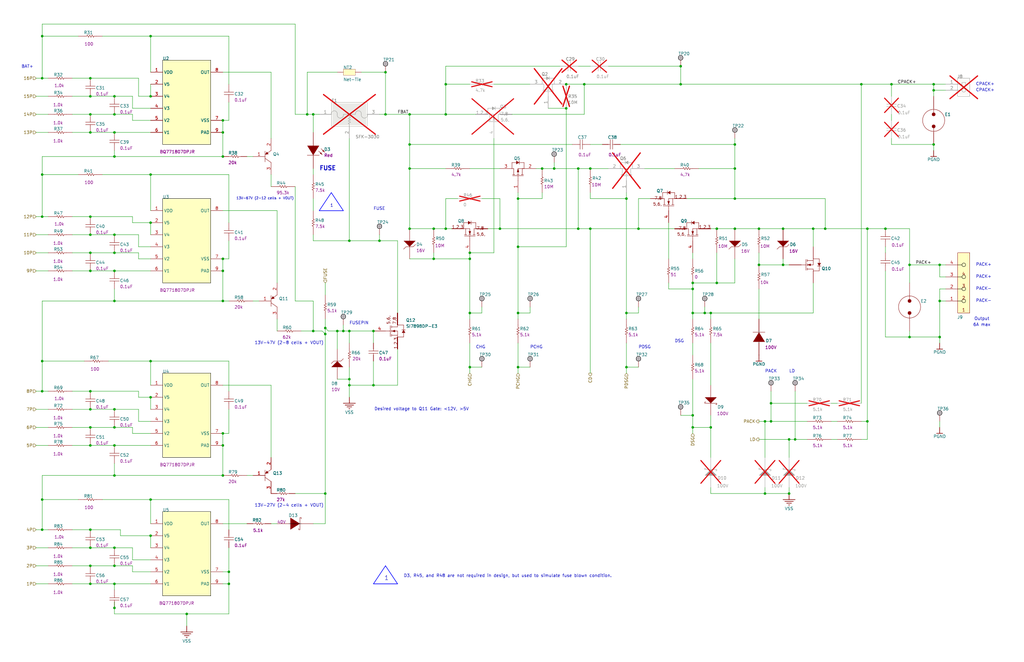
<source format=kicad_sch>
(kicad_sch (version 20250114) (generator "eeschema") (generator_version "9.0")
  (paper "User" 431.8 279.4)
  (title_block (title "FETs") (date "Not shown in title block") (rev "Use project parameter SCH_Rev") (company "Not shown in title block"))
  (text "FUSE" (at 134.62 71.12 0) (effects (font (size 1.778 1.778) (thickness 0.3556) (bold yes)) (justify left)))
  (text "CPACK+" (at 411.48 38.1 0) (effects (font (size 1.27 1.27)) (justify left)))
  (text "BAT+" (at 9.017 28.194 0) (effects (font (size 1.27 1.27)) (justify left)))
  (text "FUSE" (at 157.48 88.9 0) (effects (font (size 1.27 1.27)) (justify left bottom)))
  (text "1" (at 162.052 245.11 0) (effects (font (size 1.778 1.778)) (justify left bottom)))
  (text "PACK" (at 322.58 157.48 0) (effects (font (size 1.27 1.27)) (justify left bottom)))
  (text "13V-27V (2-4 cells + VOUT)" (at 121.92 213.36 0) (effects (font (size 1.27 1.27))))
  (text "CHG" (at 200.66 147.32 0) (effects (font (size 1.27 1.27)) (justify left bottom)))
  (text "PACK-" (at 411.48 127 0) (effects (font (size 1.27 1.27)) (justify left)))
  (text "Desired voltage to Q11 Gate: <12V, >5V" (at 177.8 172.72 0) (effects (font (size 1.27 1.27))))
  (text "PDSG" (at 269.24 147.32 0) (effects (font (size 1.27 1.27)) (justify left bottom)))
  (text "PCHG" (at 223.52 147.32 0) (effects (font (size 1.27 1.27)) (justify left bottom)))
  (text "D3, R45, and R48 are not required in design, but used to simulate fuse blown condition." (at 170.18 243.84 0) (effects (font (size 1.27 1.27)) (justify left bottom)))
  (text "1" (at 139.192 87.63 0) (effects (font (size 1.27 1.27)) (justify left bottom)))
  (text "PACK-" (at 411.48 121.92 0) (effects (font (size 1.27 1.27)) (justify left)))
  (text "13V-47V (2-8 cells + VOUT)" (at 121.92 144.78 0) (effects (font (size 1.27 1.27))))
  (text "6A max" (at 414.02 137.16 0) (effects (font (size 1.27 1.27))))
  (text "LD" (at 332.74 157.48 0) (effects (font (size 1.27 1.27)) (justify left bottom)))
  (text "FUSEPIN" (at 147.32 137.16 0) (effects (font (size 1.27 1.27)) (justify left bottom)))
  (text "CPACK+" (at 411.48 35.56 0) (effects (font (size 1.27 1.27)) (justify left)))
  (text "13V-67V (2-12 cells + VOUT)" (at 111.76 83.82 0) (effects (font (size 1.016 1.016))))
  (text "PACK+" (at 411.48 111.76 0) (effects (font (size 1.27 1.27)) (justify left)))
  (text "Output" (at 414.02 134.62 0) (effects (font (size 1.27 1.27))))
  (text "DSG" (at 284.48 144.78 0) (effects (font (size 1.27 1.27)) (justify left bottom)))
  (text "PACK+" (at 411.48 116.84 0) (effects (font (size 1.27 1.27)) (justify left)))
  (junction (at 63.5 226.06))
  (junction (at 172.72 48.26))
  (junction (at 132.08 139.7))
  (junction (at 63.5 210.82))
  (junction (at 292.1 119.38))
  (junction (at 172.72 96.52))
  (junction (at 238.76 45.72))
  (junction (at 147.32 162.56))
  (junction (at 48.26 256.54))
  (junction (at 299.72 132.08))
  (junction (at 17.78 91.44))
  (junction (at 48.26 48.26))
  (junction (at 38.1 180.34))
  (junction (at 93.98 114.3))
  (junction (at 383.54 111.76))
  (junction (at 393.7 35.56))
  (junction (at 302.26 119.38))
  (junction (at 269.24 96.52))
  (junction (at 297.18 132.08))
  (junction (at 63.5 167.64))
  (junction (at 198.12 132.08))
  (junction (at 325.12 177.8))
  (junction (at 48.26 172.72))
  (junction (at 187.96 35.56))
  (junction (at 48.26 231.14))
  (junction (at 292.1 132.08))
  (junction (at 325.12 170.18))
  (junction (at 335.28 185.42))
  (junction (at 309.88 83.82))
  (junction (at 330.2 96.52))
  (junction (at 393.7 38.1))
  (junction (at 48.26 180.34))
  (junction (at 396.24 127))
  (junction (at 17.78 73.66))
  (junction (at 292.1 175.26))
  (junction (at 96.52 241.3))
  (junction (at 17.78 165.1))
  (junction (at 137.16 140.97))
  (junction (at 137.16 208.28))
  (junction (at 93.98 127))
  (junction (at 198.12 109.22))
  (junction (at 93.98 55.88))
  (junction (at 38.1 99.06))
  (junction (at 137.16 138.43))
  (junction (at 142.24 139.7))
  (junction (at 264.16 83.82))
  (junction (at 48.26 200.66))
  (junction (at 162.56 30.48))
  (junction (at 182.88 109.22))
  (junction (at 157.48 162.56))
  (junction (at 38.1 114.3))
  (junction (at 38.1 91.44))
  (junction (at 393.7 60.96))
  (junction (at 187.96 48.26))
  (junction (at 320.04 111.76))
  (junction (at 63.5 15.24))
  (junction (at 38.1 172.72))
  (junction (at 182.88 96.52))
  (junction (at 48.26 55.88))
  (junction (at 172.72 60.96))
  (junction (at 218.44 154.94))
  (junction (at 147.32 160.02))
  (junction (at 160.02 101.6))
  (junction (at 243.84 96.52))
  (junction (at 147.32 101.6))
  (junction (at 48.26 114.3))
  (junction (at 320.04 96.52))
  (junction (at 63.5 152.4))
  (junction (at 17.78 15.24))
  (junction (at 309.88 96.52))
  (junction (at 396.24 111.76))
  (junction (at 292.1 180.34))
  (junction (at 93.98 200.66))
  (junction (at 309.88 71.12))
  (junction (at 347.98 96.52))
  (junction (at 63.5 93.98))
  (junction (at 238.76 35.56))
  (junction (at 48.26 40.64))
  (junction (at 287.02 35.56))
  (junction (at 38.1 238.76))
  (junction (at 330.2 111.76))
  (junction (at 248.92 71.12))
  (junction (at 322.58 208.28))
  (junction (at 172.72 71.12))
  (junction (at 38.1 223.52))
  (junction (at 17.78 152.4))
  (junction (at 233.68 71.12))
  (junction (at 38.1 40.64))
  (junction (at 48.26 99.06))
  (junction (at 218.44 104.14))
  (junction (at 63.5 73.66))
  (junction (at 93.98 182.88))
  (junction (at 93.98 187.96))
  (junction (at 17.78 33.02))
  (junction (at 38.1 165.1))
  (junction (at 292.1 121.92))
  (junction (at 299.72 180.34))
  (junction (at 93.98 109.22))
  (junction (at 342.9 96.52))
  (junction (at 365.76 96.52))
  (junction (at 129.54 48.26))
  (junction (at 48.26 66.04))
  (junction (at 17.78 210.82))
  (junction (at 187.96 96.52))
  (junction (at 17.78 223.52))
  (junction (at 144.78 139.7))
  (junction (at 48.26 187.96))
  (junction (at 246.38 35.56))
  (junction (at 264.16 132.08))
  (junction (at 383.54 142.24))
  (junction (at 38.1 231.14))
  (junction (at 210.82 96.52))
  (junction (at 373.38 96.52))
  (junction (at 162.56 48.26))
  (junction (at 38.1 106.68))
  (junction (at 198.12 154.94))
  (junction (at 147.32 139.7))
  (junction (at 375.92 35.56))
  (junction (at 264.16 154.94))
  (junction (at 93.98 50.8))
  (junction (at 93.98 66.04))
  (junction (at 332.74 185.42))
  (junction (at 48.26 238.76))
  (junction (at 38.1 187.96))
  (junction (at 332.74 208.28))
  (junction (at 157.48 139.7))
  (junction (at 248.92 96.52))
  (junction (at 132.08 48.26))
  (junction (at 48.26 127))
  (junction (at 38.1 55.88))
  (junction (at 302.26 96.52))
  (junction (at 228.6 71.12))
  (junction (at 38.1 33.02))
  (junction (at 322.58 177.8))
  (junction (at 63.5 40.64))
  (junction (at 309.88 60.96))
  (junction (at 396.24 142.24))
  (junction (at 38.1 48.26))
  (junction (at 365.76 177.8))
  (junction (at 38.1 246.38))
  (junction (at 287.02 27.94))
  (junction (at 218.44 132.08))
  (junction (at 48.26 106.68))
  (junction (at 218.44 83.82))
  (junction (at 96.52 246.38))
  (junction (at 243.84 71.12))
  (junction (at 198.12 106.68))
  (junction (at 48.26 246.38))
  (junction (at 363.22 35.56))
  (junction (at 78.74 259.08))
  (wire (pts (xy 396.24 142.24) (xy 396.24 144.78)))
  (wire (pts (xy 350.52 170.18) (xy 353.06 170.18)))
  (wire (pts (xy 58.42 33.02) (xy 38.1 33.02)))
  (polyline (pts (xy 144.78 88.9) (xy 139.7 81.28)) (stroke (width 0.254) (type solid) (color 0 0 255 1)))
  (wire (pts (xy 340.36 185.42) (xy 335.28 185.42)))
  (wire (pts (xy 15.24 114.3) (xy 20.32 114.3)))
  (wire (pts (xy 383.54 96.52) (xy 373.38 96.52)))
  (wire (pts (xy 38.1 246.38) (xy 30.48 246.38)))
  (wire (pts (xy 15.24 55.88) (xy 20.32 55.88)))
  (wire (pts (xy 365.76 96.52) (xy 373.38 96.52)))
  (wire (pts (xy 63.5 210.82) (xy 96.52 210.82)))
  (wire (pts (xy 58.42 40.64) (xy 58.42 33.02)))
  (wire (pts (xy 309.88 119.38) (xy 302.26 119.38)))
  (wire (pts (xy 287.02 35.56) (xy 246.38 35.56)))
  (wire (pts (xy 187.96 71.12) (xy 172.72 71.12)))
  (wire (pts (xy 30.48 172.72) (xy 38.1 172.72)))
  (wire (pts (xy 198.12 35.56) (xy 187.96 35.56)))
  (wire (pts (xy 160.02 99.06) (xy 160.02 101.6)))
  (wire (pts (xy 205.74 96.52) (xy 210.82 96.52)))
  (wire (pts (xy 93.98 127) (xy 96.52 127)))
  (wire (pts (xy 353.06 177.8) (xy 350.52 177.8)))
  (wire (pts (xy 15.24 48.26) (xy 20.32 48.26)))
  (wire (pts (xy 297.18 129.54) (xy 297.18 132.08)))
  (wire (pts (xy 48.26 200.66) (xy 17.78 200.66)))
  (wire (pts (xy 17.78 15.24) (xy 17.78 10.16)))
  (wire (pts (xy 55.88 45.72) (xy 55.88 40.64)))
  (wire (pts (xy 96.52 210.82) (xy 96.52 223.52)))
  (wire (pts (xy 17.78 73.66) (xy 17.78 66.04)))
  (wire (pts (xy 58.42 104.14) (xy 63.5 104.14)))
  (polyline (pts (xy 162.56 238.76) (xy 157.48 246.38)) (stroke (width 0.254) (type solid) (color 0 0 255 1)))
  (wire (pts (xy 373.38 114.3) (xy 373.38 142.24)))
  (wire (pts (xy 17.78 127) (xy 17.78 152.4)))
  (wire (pts (xy 17.78 33.02) (xy 20.32 33.02)))
  (wire (pts (xy 30.48 106.68) (xy 38.1 106.68)))
  (wire (pts (xy 396.24 111.76) (xy 383.54 111.76)))
  (wire (pts (xy 20.32 238.76) (xy 15.24 238.76)))
  (wire (pts (xy 198.12 109.22) (xy 198.12 106.68)))
  (wire (pts (xy 375.92 35.56) (xy 363.22 35.56)))
  (wire (pts (xy 233.68 71.12) (xy 243.84 71.12)))
  (wire (pts (xy 96.52 246.38) (xy 96.52 259.08)))
  (wire (pts (xy 137.16 208.28) (xy 137.16 140.97)))
  (wire (pts (xy 17.78 223.52) (xy 20.32 223.52)))
  (wire (pts (xy 373.38 142.24) (xy 383.54 142.24)))
  (wire (pts (xy 17.78 165.1) (xy 17.78 152.4)))
  (wire (pts (xy 93.98 241.3) (xy 96.52 241.3)))
  (wire (pts (xy 398.78 121.92) (xy 396.24 121.92)))
  (wire (pts (xy 93.98 50.8) (xy 93.98 55.88)))
  (wire (pts (xy 93.98 55.88) (xy 93.98 66.04)))
  (wire (pts (xy 17.78 152.4) (xy 35.56 152.4)))
  (wire (pts (xy 48.26 66.04) (xy 93.98 66.04)))
  (wire (pts (xy 203.2 132.08) (xy 198.12 132.08)))
  (wire (pts (xy 63.5 50.8) (xy 55.88 50.8)))
  (wire (pts (xy 15.24 106.68) (xy 20.32 106.68)))
  (wire (pts (xy 299.72 193.04) (xy 299.72 180.34)))
  (wire (pts (xy 198.12 109.22) (xy 198.12 132.08)))
  (wire (pts (xy 396.24 142.24) (xy 383.54 142.24)))
  (wire (pts (xy 20.32 231.14) (xy 15.24 231.14)))
  (wire (pts (xy 132.08 55.88) (xy 132.08 48.26)))
  (wire (pts (xy 63.5 93.98) (xy 63.5 99.06)))
  (wire (pts (xy 299.72 96.52) (xy 302.26 96.52)))
  (wire (pts (xy 172.72 60.96) (xy 241.3 60.96)))
  (wire (pts (xy 48.26 195.58) (xy 48.26 200.66)))
  (wire (pts (xy 48.26 256.54) (xy 48.26 254)))
  (wire (pts (xy 30.48 231.14) (xy 38.1 231.14)))
  (wire (pts (xy 332.74 185.42) (xy 320.04 185.42)))
  (wire (pts (xy 116.84 134.62) (xy 116.84 139.7)))
  (wire (pts (xy 228.6 83.82) (xy 218.44 83.82)))
  (wire (pts (xy 292.1 119.38) (xy 292.1 121.92)))
  (wire (pts (xy 55.88 91.44) (xy 55.88 93.98)))
  (wire (pts (xy 147.32 162.56) (xy 147.32 167.64)))
  (wire (pts (xy 233.68 68.58) (xy 233.68 71.12)))
  (wire (pts (xy 15.24 172.72) (xy 20.32 172.72)))
  (wire (pts (xy 124.46 10.16) (xy 17.78 10.16)))
  (wire (pts (xy 365.76 177.8) (xy 365.76 185.42)))
  (wire (pts (xy 63.5 35.56) (xy 63.5 40.64)))
  (wire (pts (xy 187.96 96.52) (xy 190.5 96.52)))
  (wire (pts (xy 132.08 139.7) (xy 135.89 139.7)))
  (wire (pts (xy 187.96 83.82) (xy 193.04 83.82)))
  (wire (pts (xy 182.88 109.22) (xy 172.72 109.22)))
  (wire (pts (xy 172.72 60.96) (xy 172.72 71.12)))
  (wire (pts (xy 50.8 226.06) (xy 50.8 223.52)))
  (wire (pts (xy 114.3 220.98) (xy 116.84 220.98)))
  (wire (pts (xy 63.5 152.4) (xy 45.72 152.4)))
  (wire (pts (xy 320.04 111.76) (xy 320.04 106.68)))
  (wire (pts (xy 96.52 50.8) (xy 93.98 50.8)))
  (wire (pts (xy 15.24 165.1) (xy 17.78 165.1)))
  (wire (pts (xy 375.92 48.26) (xy 375.92 50.8)))
  (wire (pts (xy 172.72 71.12) (xy 172.72 96.52)))
  (wire (pts (xy 58.42 106.68) (xy 58.42 109.22)))
  (wire (pts (xy 363.22 185.42) (xy 365.76 185.42)))
  (wire (pts (xy 38.1 55.88) (xy 48.26 55.88)))
  (wire (pts (xy 248.92 71.12) (xy 256.54 71.12)))
  (wire (pts (xy 48.26 238.76) (xy 55.88 238.76)))
  (wire (pts (xy 96.52 241.3) (xy 96.52 246.38)))
  (wire (pts (xy 365.76 96.52) (xy 365.76 177.8)))
  (wire (pts (xy 167.64 101.6) (xy 160.02 101.6)))
  (wire (pts (xy 63.5 40.64) (xy 58.42 40.64)))
  (wire (pts (xy 264.16 144.78) (xy 264.16 154.94)))
  (wire (pts (xy 63.5 231.14) (xy 63.5 226.06)))
  (wire (pts (xy 218.44 144.78) (xy 218.44 154.94)))
  (wire (pts (xy 203.2 154.94) (xy 198.12 154.94)))
  (wire (pts (xy 347.98 96.52) (xy 342.9 96.52)))
  (wire (pts (xy 17.78 33.02) (xy 17.78 15.24)))
  (wire (pts (xy 48.26 246.38) (xy 63.5 246.38)))
  (wire (pts (xy 63.5 167.64) (xy 63.5 172.72)))
  (wire (pts (xy 17.78 165.1) (xy 20.32 165.1)))
  (wire (pts (xy 93.98 109.22) (xy 96.52 109.22)))
  (wire (pts (xy 93.98 88.9) (xy 116.84 88.9)))
  (wire (pts (xy 147.32 144.78) (xy 147.32 139.7)))
  (wire (pts (xy 269.24 154.94) (xy 264.16 154.94)))
  (wire (pts (xy 96.52 73.66) (xy 63.5 73.66)))
  (wire (pts (xy 167.64 147.32) (xy 167.64 162.56)))
  (wire (pts (xy 48.26 238.76) (xy 38.1 238.76)))
  (wire (pts (xy 124.46 10.16) (xy 124.46 48.26)))
  (wire (pts (xy 129.54 30.48) (xy 129.54 48.26)))
  (wire (pts (xy 38.1 106.68) (xy 48.26 106.68)))
  (wire (pts (xy 63.5 45.72) (xy 55.88 45.72)))
  (wire (pts (xy 261.62 60.96) (xy 309.88 60.96)))
  (wire (pts (xy 330.2 96.52) (xy 320.04 96.52)))
  (wire (pts (xy 132.08 127) (xy 132.08 139.7)))
  (wire (pts (xy 238.76 45.72) (xy 231.14 45.72)))
  (wire (pts (xy 17.78 91.44) (xy 20.32 91.44)))
  (wire (pts (xy 63.5 187.96) (xy 48.26 187.96)))
  (wire (pts (xy 38.1 180.34) (xy 48.26 180.34)))
  (wire (pts (xy 342.9 104.14) (xy 342.9 96.52)))
  (wire (pts (xy 114.3 73.66) (xy 114.3 78.74)))
  (wire (pts (xy 393.7 38.1) (xy 393.7 35.56)))
  (wire (pts (xy 243.84 71.12) (xy 243.84 96.52)))
  (wire (pts (xy 393.7 63.5) (xy 393.7 60.96)))
  (wire (pts (xy 208.28 35.56) (xy 223.52 35.56)))
  (wire (pts (xy 246.38 35.56) (xy 238.76 35.56)))
  (wire (pts (xy 96.52 259.08) (xy 78.74 259.08)))
  (wire (pts (xy 398.78 111.76) (xy 396.24 111.76)))
  (wire (pts (xy 325.12 165.1) (xy 325.12 170.18)))
  (wire (pts (xy 17.78 223.52) (xy 17.78 210.82)))
  (wire (pts (xy 187.96 27.94) (xy 236.22 27.94)))
  (wire (pts (xy 210.82 71.12) (xy 198.12 71.12)))
  (wire (pts (xy 114.3 30.48) (xy 114.3 58.42)))
  (wire (pts (xy 335.28 185.42) (xy 335.28 165.1)))
  (wire (pts (xy 48.26 63.5) (xy 48.26 66.04)))
  (wire (pts (xy 15.24 33.02) (xy 17.78 33.02)))
  (wire (pts (xy 228.6 83.82) (xy 228.6 81.28)))
  (wire (pts (xy 297.18 132.08) (xy 292.1 132.08)))
  (wire (pts (xy 48.26 172.72) (xy 58.42 172.72)))
  (wire (pts (xy 264.16 132.08) (xy 264.16 83.82)))
  (wire (pts (xy 248.92 27.94) (xy 243.84 27.94)))
  (wire (pts (xy 292.1 175.26) (xy 292.1 160.02)))
  (polyline (pts (xy 139.7 81.28) (xy 134.62 88.9)) (stroke (width 0.254) (type solid) (color 0 0 255 1)))
  (wire (pts (xy 309.88 119.38) (xy 309.88 109.22)))
  (wire (pts (xy 157.48 162.56) (xy 147.32 162.56)))
  (wire (pts (xy 299.72 132.08) (xy 299.72 134.62)))
  (wire (pts (xy 48.26 200.66) (xy 93.98 200.66)))
  (wire (pts (xy 269.24 132.08) (xy 264.16 132.08)))
  (wire (pts (xy 396.24 127) (xy 396.24 121.92)))
  (wire (pts (xy 198.12 154.94) (xy 198.12 157.48)))
  (wire (pts (xy 48.26 248.92) (xy 48.26 246.38)))
  (wire (pts (xy 55.88 40.64) (xy 48.26 40.64)))
  (wire (pts (xy 398.78 127) (xy 396.24 127)))
  (wire (pts (xy 228.6 71.12) (xy 233.68 71.12)))
  (wire (pts (xy 38.1 99.06) (xy 48.26 99.06)))
  (wire (pts (xy 218.44 104.14) (xy 218.44 132.08)))
  (wire (pts (xy 294.64 71.12) (xy 309.88 71.12)))
  (wire (pts (xy 281.94 121.92) (xy 292.1 121.92)))
  (wire (pts (xy 48.26 127) (xy 93.98 127)))
  (wire (pts (xy 157.48 144.78) (xy 157.48 139.7)))
  (wire (pts (xy 248.92 83.82) (xy 264.16 83.82)))
  (wire (pts (xy 264.16 134.62) (xy 264.16 132.08)))
  (wire (pts (xy 58.42 109.22) (xy 63.5 109.22)))
  (wire (pts (xy 160.02 48.26) (xy 162.56 48.26)))
  (wire (pts (xy 142.24 30.48) (xy 129.54 30.48)))
  (wire (pts (xy 320.04 111.76) (xy 330.2 111.76)))
  (wire (pts (xy 167.64 162.56) (xy 157.48 162.56)))
  (wire (pts (xy 17.78 210.82) (xy 33.02 210.82)))
  (wire (pts (xy 398.78 35.56) (xy 393.7 35.56)))
  (wire (pts (xy 17.78 73.66) (xy 33.02 73.66)))
  (wire (pts (xy 254 60.96) (xy 248.92 60.96)))
  (wire (pts (xy 78.74 259.08) (xy 78.74 264.16)))
  (wire (pts (xy 135.89 139.7) (xy 137.16 140.97)))
  (wire (pts (xy 17.78 200.66) (xy 17.78 210.82)))
  (wire (pts (xy 93.98 200.66) (xy 93.98 187.96)))
  (wire (pts (xy 187.96 35.56) (xy 187.96 27.94)))
  (wire (pts (xy 198.12 144.78) (xy 198.12 154.94)))
  (wire (pts (xy 292.1 109.22) (xy 292.1 106.68)))
  (wire (pts (xy 55.88 238.76) (xy 55.88 241.3)))
  (wire (pts (xy 124.46 208.28) (xy 137.16 208.28)))
  (polyline (pts (xy 134.62 88.9) (xy 144.78 88.9)) (stroke (width 0.254) (type solid) (color 0 0 255 1)))
  (wire (pts (xy 342.9 132.08) (xy 299.72 132.08)))
  (wire (pts (xy 20.32 246.38) (xy 15.24 246.38)))
  (polyline (pts (xy 167.64 246.38) (xy 162.56 238.76)) (stroke (width 0.254) (type solid) (color 0 0 255 1)))
  (wire (pts (xy 302.26 119.38) (xy 302.26 106.68)))
  (wire (pts (xy 96.52 182.88) (xy 93.98 182.88)))
  (wire (pts (xy 322.58 177.8) (xy 320.04 177.8)))
  (wire (pts (xy 55.88 236.22) (xy 55.88 231.14)))
  (wire (pts (xy 30.48 40.64) (xy 38.1 40.64)))
  (wire (pts (xy 63.5 182.88) (xy 55.88 182.88)))
  (wire (pts (xy 30.48 55.88) (xy 38.1 55.88)))
  (wire (pts (xy 48.26 55.88) (xy 63.5 55.88)))
  (wire (pts (xy 342.9 119.38) (xy 342.9 132.08)))
  (wire (pts (xy 48.26 187.96) (xy 38.1 187.96)))
  (wire (pts (xy 96.52 172.72) (xy 96.52 182.88)))
  (wire (pts (xy 38.1 91.44) (xy 55.88 91.44)))
  (wire (pts (xy 137.16 220.98) (xy 137.16 208.28)))
  (wire (pts (xy 147.32 160.02) (xy 147.32 162.56)))
  (wire (pts (xy 58.42 177.8) (xy 63.5 177.8)))
  (wire (pts (xy 38.1 48.26) (xy 48.26 48.26)))
  (wire (pts (xy 63.5 15.24) (xy 43.18 15.24)))
  (wire (pts (xy 248.92 96.52) (xy 269.24 96.52)))
  (wire (pts (xy 132.08 83.82) (xy 132.08 88.9)))
  (wire (pts (xy 167.64 132.08) (xy 167.64 101.6)))
  (wire (pts (xy 302.26 119.38) (xy 292.1 119.38)))
  (wire (pts (xy 106.68 200.66) (xy 104.14 200.66)))
  (wire (pts (xy 63.5 73.66) (xy 63.5 88.9)))
  (wire (pts (xy 96.52 109.22) (xy 96.52 101.6)))
  (wire (pts (xy 182.88 109.22) (xy 198.12 109.22)))
  (wire (pts (xy 375.92 60.96) (xy 393.7 60.96)))
  (wire (pts (xy 162.56 30.48) (xy 162.56 48.26)))
  (wire (pts (xy 63.5 15.24) (xy 63.5 30.48)))
  (wire (pts (xy 299.72 132.08) (xy 297.18 132.08)))
  (wire (pts (xy 264.16 83.82) (xy 264.16 81.28)))
  (wire (pts (xy 347.98 83.82) (xy 347.98 96.52)))
  (wire (pts (xy 383.54 119.38) (xy 383.54 111.76)))
  (wire (pts (xy 342.9 96.52) (xy 330.2 96.52)))
  (wire (pts (xy 363.22 35.56) (xy 287.02 35.56)))
  (wire (pts (xy 309.88 83.82) (xy 309.88 71.12)))
  (wire (pts (xy 96.52 165.1) (xy 96.52 152.4)))
  (wire (pts (xy 398.78 38.1) (xy 393.7 38.1)))
  (wire (pts (xy 340.36 170.18) (xy 325.12 170.18)))
  (wire (pts (xy 55.88 231.14) (xy 48.26 231.14)))
  (wire (pts (xy 320.04 134.62) (xy 320.04 121.92)))
  (wire (pts (xy 55.88 236.22) (xy 63.5 236.22)))
  (wire (pts (xy 142.24 139.7) (xy 144.78 139.7)))
  (wire (pts (xy 48.26 246.38) (xy 38.1 246.38)))
  (wire (pts (xy 172.72 48.26) (xy 172.72 60.96)))
  (wire (pts (xy 142.24 160.02) (xy 147.32 160.02)))
  (wire (pts (xy 30.48 238.76) (xy 38.1 238.76)))
  (wire (pts (xy 55.88 180.34) (xy 48.26 180.34)))
  (wire (pts (xy 55.88 48.26) (xy 48.26 48.26)))
  (wire (pts (xy 243.84 96.52) (xy 248.92 96.52)))
  (wire (pts (xy 243.84 71.12) (xy 248.92 71.12)))
  (wire (pts (xy 93.98 109.22) (xy 93.98 114.3)))
  (wire (pts (xy 147.32 154.94) (xy 147.32 160.02)))
  (wire (pts (xy 109.22 127) (xy 106.68 127)))
  (wire (pts (xy 127 139.7) (xy 132.08 139.7)))
  (wire (pts (xy 210.82 96.52) (xy 243.84 96.52)))
  (wire (pts (xy 299.72 144.78) (xy 299.72 162.56)))
  (wire (pts (xy 223.52 154.94) (xy 218.44 154.94)))
  (wire (pts (xy 50.8 223.52) (xy 38.1 223.52)))
  (wire (pts (xy 375.92 40.64) (xy 375.92 35.56)))
  (wire (pts (xy 203.2 83.82) (xy 210.82 83.82)))
  (wire (pts (xy 322.58 205.74) (xy 322.58 208.28)))
  (wire (pts (xy 292.1 121.92) (xy 292.1 132.08)))
  (wire (pts (xy 93.98 182.88) (xy 93.98 187.96)))
  (wire (pts (xy 208.28 58.42) (xy 208.28 106.68)))
  (wire (pts (xy 96.52 35.56) (xy 96.52 15.24)))
  (wire (pts (xy 58.42 99.06) (xy 58.42 104.14)))
  (wire (pts (xy 287.02 175.26) (xy 292.1 175.26)))
  (wire (pts (xy 292.1 144.78) (xy 292.1 149.86)))
  (wire (pts (xy 269.24 96.52) (xy 284.48 96.52)))
  (wire (pts (xy 114.3 162.56) (xy 114.3 193.04)))
  (wire (pts (xy 350.52 185.42) (xy 353.06 185.42)))
  (wire (pts (xy 38.1 172.72) (xy 48.26 172.72)))
  (wire (pts (xy 38.1 187.96) (xy 30.48 187.96)))
  (wire (pts (xy 30.48 165.1) (xy 38.1 165.1)))
  (wire (pts (xy 96.52 93.98) (xy 96.52 73.66)))
  (wire (pts (xy 43.18 210.82) (xy 63.5 210.82)))
  (wire (pts (xy 292.1 132.08) (xy 292.1 134.62)))
  (wire (pts (xy 38.1 114.3) (xy 30.48 114.3)))
  (wire (pts (xy 15.24 180.34) (xy 20.32 180.34)))
  (wire (pts (xy 287.02 27.94) (xy 287.02 35.56)))
  (wire (pts (xy 147.32 101.6) (xy 147.32 58.42)))
  (wire (pts (xy 17.78 91.44) (xy 17.78 73.66)))
  (wire (pts (xy 264.16 154.94) (xy 264.16 157.48)))
  (wire (pts (xy 48.26 121.92) (xy 48.26 127)))
  (wire (pts (xy 330.2 109.22) (xy 330.2 111.76)))
  (wire (pts (xy 238.76 104.14) (xy 218.44 104.14)))
  (wire (pts (xy 63.5 73.66) (xy 43.18 73.66)))
  (wire (pts (xy 198.12 132.08) (xy 198.12 134.62)))
  (wire (pts (xy 223.52 129.54) (xy 223.52 132.08)))
  (wire (pts (xy 137.16 134.62) (xy 137.16 138.43)))
  (wire (pts (xy 203.2 129.54) (xy 203.2 132.08)))
  (wire (pts (xy 218.44 83.82) (xy 218.44 104.14)))
  (wire (pts (xy 124.46 127) (xy 132.08 127)))
  (wire (pts (xy 30.48 91.44) (xy 38.1 91.44)))
  (wire (pts (xy 38.1 231.14) (xy 48.26 231.14)))
  (wire (pts (xy 238.76 45.72) (xy 238.76 104.14)))
  (wire (pts (xy 48.26 256.54) (xy 48.26 259.08)))
  (wire (pts (xy 48.26 99.06) (xy 58.42 99.06)))
  (wire (pts (xy 396.24 142.24) (xy 396.24 127)))
  (wire (pts (xy 299.72 180.34) (xy 299.72 175.26)))
  (wire (pts (xy 218.44 83.82) (xy 218.44 81.28)))
  (wire (pts (xy 137.16 138.43) (xy 138.43 139.7)))
  (wire (pts (xy 93.98 30.48) (xy 114.3 30.48)))
  (wire (pts (xy 340.36 177.8) (xy 325.12 177.8)))
  (wire (pts (xy 17.78 66.04) (xy 48.26 66.04)))
  (wire (pts (xy 322.58 208.28) (xy 332.74 208.28)))
  (wire (pts (xy 375.92 58.42) (xy 375.92 60.96)))
  (wire (pts (xy 269.24 132.08) (xy 269.24 129.54)))
  (wire (pts (xy 93.98 114.3) (xy 93.98 127)))
  (wire (pts (xy 292.1 182.88) (xy 292.1 180.34)))
  (wire (pts (xy 17.78 15.24) (xy 33.02 15.24)))
  (wire (pts (xy 63.5 114.3) (xy 48.26 114.3)))
  (wire (pts (xy 393.7 35.56) (xy 375.92 35.56)))
  (wire (pts (xy 15.24 40.64) (xy 20.32 40.64)))
  (wire (pts (xy 134.62 48.26) (xy 132.08 48.26)))
  (wire (pts (xy 58.42 172.72) (xy 58.42 177.8)))
  (wire (pts (xy 393.7 40.64) (xy 393.7 38.1)))
  (wire (pts (xy 137.16 119.38) (xy 137.16 124.46)))
  (wire (pts (xy 299.72 208.28) (xy 322.58 208.28)))
  (wire (pts (xy 63.5 226.06) (xy 50.8 226.06)))
  (wire (pts (xy 309.88 83.82) (xy 347.98 83.82)))
  (wire (pts (xy 144.78 139.7) (xy 147.32 139.7)))
  (wire (pts (xy 38.1 33.02) (xy 30.48 33.02)))
  (wire (pts (xy 281.94 93.98) (xy 281.94 109.22)))
  (wire (pts (xy 332.74 193.04) (xy 332.74 185.42)))
  (wire (pts (xy 63.5 167.64) (xy 58.42 167.64)))
  (wire (pts (xy 157.48 162.56) (xy 157.48 152.4)))
  (wire (pts (xy 63.5 210.82) (xy 63.5 220.98)))
  (wire (pts (xy 132.08 99.06) (xy 132.08 101.6)))
  (wire (pts (xy 142.24 147.32) (xy 142.24 139.7)))
  (wire (pts (xy 48.26 127) (xy 17.78 127)))
  (wire (pts (xy 152.4 30.48) (xy 162.56 30.48)))
  (wire (pts (xy 246.38 48.26) (xy 246.38 35.56)))
  (wire (pts (xy 144.78 137.16) (xy 144.78 139.7)))
  (wire (pts (xy 187.96 48.26) (xy 200.66 48.26)))
  (wire (pts (xy 215.9 48.26) (xy 246.38 48.26)))
  (wire (pts (xy 63.5 152.4) (xy 63.5 162.56)))
  (wire (pts (xy 248.92 83.82) (xy 248.92 81.28)))
  (wire (pts (xy 15.24 223.52) (xy 17.78 223.52)))
  (wire (pts (xy 132.08 101.6) (xy 147.32 101.6)))
  (wire (pts (xy 172.72 48.26) (xy 187.96 48.26)))
  (wire (pts (xy 396.24 180.34) (xy 396.24 177.8)))
  (wire (pts (xy 182.88 106.68) (xy 182.88 109.22)))
  (wire (pts (xy 129.54 48.26) (xy 124.46 48.26)))
  (wire (pts (xy 383.54 139.7) (xy 383.54 142.24)))
  (wire (pts (xy 325.12 170.18) (xy 325.12 177.8)))
  (wire (pts (xy 218.44 154.94) (xy 218.44 157.48)))
  (wire (pts (xy 96.52 43.18) (xy 96.52 50.8)))
  (wire (pts (xy 93.98 246.38) (xy 96.52 246.38)))
  (wire (pts (xy 93.98 220.98) (xy 104.14 220.98)))
  (wire (pts (xy 218.44 132.08) (xy 218.44 134.62)))
  (wire (pts (xy 309.88 96.52) (xy 320.04 96.52)))
  (wire (pts (xy 48.26 40.64) (xy 38.1 40.64)))
  (wire (pts (xy 248.92 157.48) (xy 248.92 96.52)))
  (polyline (pts (xy 157.48 246.38) (xy 167.64 246.38)) (stroke (width 0.254) (type solid) (color 0 0 255 1)))
  (wire (pts (xy 347.98 96.52) (xy 365.76 96.52)))
  (wire (pts (xy 383.54 111.76) (xy 383.54 96.52)))
  (wire (pts (xy 93.98 162.56) (xy 114.3 162.56)))
  (wire (pts (xy 160.02 101.6) (xy 147.32 101.6)))
  (wire (pts (xy 208.28 106.68) (xy 198.12 106.68)))
  (wire (pts (xy 289.56 83.82) (xy 309.88 83.82)))
  (wire (pts (xy 210.82 83.82) (xy 210.82 96.52)))
  (wire (pts (xy 55.88 93.98) (xy 63.5 93.98)))
  (wire (pts (xy 30.48 48.26) (xy 38.1 48.26)))
  (wire (pts (xy 138.43 139.7) (xy 142.24 139.7)))
  (wire (pts (xy 302.26 96.52) (xy 309.88 96.52)))
  (wire (pts (xy 124.46 78.74) (xy 124.46 127)))
  (wire (pts (xy 132.08 48.26) (xy 129.54 48.26)))
  (wire (pts (xy 396.24 116.84) (xy 396.24 111.76)))
  (wire (pts (xy 162.56 48.26) (xy 172.72 48.26)))
  (wire (pts (xy 48.26 114.3) (xy 38.1 114.3)))
  (wire (pts (xy 55.88 182.88) (xy 55.88 180.34)))
  (wire (pts (xy 182.88 96.52) (xy 187.96 96.52)))
  (wire (pts (xy 116.84 88.9) (xy 116.84 119.38)))
  (wire (pts (xy 363.22 35.56) (xy 363.22 170.18)))
  (wire (pts (xy 335.28 185.42) (xy 332.74 185.42)))
  (wire (pts (xy 274.32 83.82) (xy 269.24 83.82)))
  (wire (pts (xy 96.52 15.24) (xy 63.5 15.24)))
  (wire (pts (xy 226.06 71.12) (xy 228.6 71.12)))
  (wire (pts (xy 363.22 177.8) (xy 365.76 177.8)))
  (wire (pts (xy 15.24 187.96) (xy 20.32 187.96)))
  (wire (pts (xy 332.74 205.74) (xy 332.74 208.28)))
  (wire (pts (xy 96.52 152.4) (xy 63.5 152.4)))
  (wire (pts (xy 132.08 220.98) (xy 137.16 220.98)))
  (wire (pts (xy 309.88 60.96) (xy 309.88 71.12)))
  (wire (pts (xy 96.52 231.14) (xy 96.52 241.3)))
  (wire (pts (xy 322.58 193.04) (xy 322.58 177.8)))
  (wire (pts (xy 172.72 96.52) (xy 182.88 96.52)))
  (wire (pts (xy 15.24 91.44) (xy 17.78 91.44)))
  (wire (pts (xy 15.24 99.06) (xy 20.32 99.06)))
  (wire (pts (xy 30.48 99.06) (xy 38.1 99.06)))
  (wire (pts (xy 137.16 138.43) (xy 137.16 140.97)))
  (wire (pts (xy 292.1 180.34) (xy 292.1 175.26)))
  (wire (pts (xy 223.52 132.08) (xy 218.44 132.08)))
  (wire (pts (xy 281.94 119.38) (xy 281.94 121.92)))
  (wire (pts (xy 292.1 180.34) (xy 299.72 180.34)))
  (wire (pts (xy 256.54 27.94) (xy 287.02 27.94)))
  (wire (pts (xy 30.48 180.34) (xy 38.1 180.34)))
  (wire (pts (xy 309.88 58.42) (xy 309.88 60.96)))
  (wire (pts (xy 58.42 165.1) (xy 38.1 165.1)))
  (wire (pts (xy 187.96 96.52) (xy 187.96 83.82)))
  (wire (pts (xy 106.68 66.04) (xy 104.14 66.04)))
  (wire (pts (xy 55.88 50.8) (xy 55.88 48.26)))
  (wire (pts (xy 48.26 106.68) (xy 58.42 106.68)))
  (wire (pts (xy 187.96 48.26) (xy 187.96 35.56)))
  (wire (pts (xy 271.78 71.12) (xy 284.48 71.12)))
  (wire (pts (xy 269.24 83.82) (xy 269.24 96.52)))
  (wire (pts (xy 30.48 223.52) (xy 38.1 223.52)))
  (wire (pts (xy 48.26 259.08) (xy 78.74 259.08)))
  (wire (pts (xy 58.42 167.64) (xy 58.42 165.1)))
  (wire (pts (xy 147.32 139.7) (xy 157.48 139.7)))
  (wire (pts (xy 330.2 111.76) (xy 332.74 111.76)))
  (wire (pts (xy 55.88 241.3) (xy 63.5 241.3)))
  (wire (pts (xy 325.12 177.8) (xy 322.58 177.8)))
  (wire (pts (xy 398.78 116.84) (xy 396.24 116.84)))
  (wire (pts (xy 299.72 205.74) (xy 299.72 208.28)))
  (wire (pts (xy 132.08 71.12) (xy 132.08 73.66)))
  (wire (pts (xy 373.38 104.14) (xy 373.38 106.68)))
  (label "CPACK+" (at 378.46 35.56 0))
  (label "PACK+" (at 386.08 111.76 0))
  (label "FBAT" (at 167.64 48.26 0))
  (hierarchical_label "8P" (shape input) (at 15.24 165.1 180))
  (hierarchical_label "DSG" (shape input) (at 292.1 182.88 270))
  (hierarchical_label "PACK" (shape output) (at 320.04 177.8 180))
  (hierarchical_label "PDSG" (shape input) (at 264.16 157.48 270))
  (hierarchical_label "CD" (shape output) (at 248.92 157.48 270))
  (hierarchical_label "15P" (shape input) (at 15.24 40.64 180))
  (hierarchical_label "5P" (shape input) (at 15.24 187.96 180))
  (hierarchical_label "12P" (shape input) (at 15.24 91.44 180))
  (hierarchical_label "9P" (shape input) (at 15.24 114.3 180))
  (hierarchical_label "10P" (shape input) (at 15.24 106.68 180))
  (hierarchical_label "2P" (shape input) (at 15.24 238.76 180))
  (hierarchical_label "16P" (shape input) (at 15.24 33.02 180))
  (hierarchical_label "14P" (shape input) (at 15.24 48.26 180))
  (hierarchical_label "6P" (shape input) (at 15.24 180.34 180))
  (hierarchical_label "11P" (shape input) (at 15.24 99.06 180))
  (hierarchical_label "CHG" (shape input) (at 198.12 157.48 270))
  (hierarchical_label "4P" (shape input) (at 15.24 223.52 180))
  (hierarchical_label "3P" (shape input) (at 15.24 231.14 180))
  (hierarchical_label "13P" (shape input) (at 15.24 55.88 180))
  (hierarchical_label "1P" (shape input) (at 15.24 246.38 180))
  (hierarchical_label "LD" (shape output) (at 320.04 185.42 180))
  (hierarchical_label "PCHG" (shape input) (at 218.44 157.48 270))
  (hierarchical_label "7P" (shape input) (at 15.24 172.72 180))
  (hierarchical_label "FUSE" (shape input) (at 137.16 119.38 90))
  (symbol (lib_id "Altium Vault - TI:root_0_CMP-0078143-2_Altium Vault - TI") (at 269.24 127 0) (unit 1)
    (property "Reference" "TP27" (at 268.224 124.968 0) (effects (justify left bottom)))
    (property "Value" "TESTPOINT" (effects (hide yes)))
    (property "Footprint" "Adom Footprint Library:ADOM_MEDIUM_CONTACT" (effects (hide yes)))
    (property "Description" "TEST POINT.  No entry in BOM." (effects (hide yes)))
    (property "COMPTYPE" "Testpoint" (effects (hide yes)))
    (property "PACKAGEREFERENCE" "N/A" (effects (hide yes)))
    (property "LIBRARY REFERENCE" "TESTPOINT" (effects (hide yes)))
    (property "MANUFACTURER" "N/A" (effects (hide yes)))
    (property "PARTNUMBER" "N/A" (effects (hide yes)))
  )
  (symbol (lib_id "Altium Vault - TI:root_1_MOSFET_N_D56789G4S123_Altium Vault - TI") (at 281.94 86.36 0) (unit 1)
    (property "Reference" "Q7" (at 276.86 81.28 0) (effects (justify left bottom)))
    (property "Value" "BSC160N15NS5ATMA1" (effects (hide yes)))
    (property "Footprint" "PG-TDSON-8" (effects (hide yes)))
    (property "Description" "MOSFET, N-CH, 150 V, 56 A, PG-TDSON-8" (effects (hide yes)))
    (property "COMPONENTLINK1URL" "http://www.infineon.com/dgdl/Infineon-BSC160N15NS5-DS-v02_02-EN.pdf?fileId=5546d46253f650570154a055b7215b1b" (effects (hide yes)))
    (property "SUPPLIER PART NUMBER 2" "726-BSC160N15NS5ATM" (effects (hide yes)))
    (property "QGTYP_NC" "19.0" (effects (hide yes)))
    (property "PUBLISHER" "Texas Instruments" (effects (hide yes)))
    (property "SUPPLIER 2" "Mouser" (effects (hide yes)))
    (property "ALTERNATE MANUFACTURER" "None" (effects (hide yes)))
    (property "SIZEAREAWB_MM2" "55.131" (effects (hide yes)))
    (property "PUBLISHED" "2008-06-19" (effects (hide yes)))
    (property "ROHS" "Y" (effects (hide yes)))
    (property "VGS_V" "20V" (effects (hide yes)))
    (property "VALUE1" "? ohm" (effects (hide yes)))
    (property "VDSMAX_V" "150V" (effects (hide yes)))
    (property "MOUNTTYPE" "SMT" (effects (hide yes)))
    (property "U/M" "EA" (effects (hide yes)))
    (property "ALTIUM_VALUE" "150V" (effects (hide yes)))
    (property "SUPPLIER 1" "Digi-Key" (effects (hide yes)))
    (property "MANUFACTURER" "Infineon Technologies" (effects (hide yes)))
    (property "LATESTREVISIONNOTE" "Added parts." (effects (hide yes)))
    (property "IDSMAX_A" "56A" (effects (hide yes)))
    (property "PACKAGEREFERENCE" "PG-TDSON-8" (effects (hide yes)))
    (property "SIZEZ_MM" "1.12" (effects (hide yes)))
    (property "SIZEX_MM" "5.99" (effects (hide yes)))
    (property "SIZEY_MM" "4.9" (effects (hide yes)))
    (property "VALUE2" "19 nC" (effects (hide yes)))
    (property "SIZEAREA_MM2" "29.351" (effects (hide yes)))
    (property "COMPTYPE" "MOSFET" (effects (hide yes)))
    (property "CHTYPE" "N" (effects (hide yes)))
    (property "LATESTREVISIONDATE" "2017-06-05" (effects (hide yes)))
    (property "PARTNUMBER" "BSC160N15NS5ATMA1" (effects (hide yes)))
    (property "AEC QUALIFIED" "N" (effects (hide yes)))
    (property "COMPONENTLINK1DESCRIPTION" "Datasheet link" (effects (hide yes)))
    (property "SUPPLIER PART NUMBER 1" "BSC160N15NS5ATMA1-ND" (effects (hide yes)))
    (property "AEC CATEGORY" "Q101" (effects (hide yes)))
  )
  (symbol (lib_id "Altium Vault - TI:root_2_Resistor_Altium Vault - TI") (at 358.14 170.18 0) (unit 1) (dnp yes)
    (property "Reference" "R71" (at 355.346 169.418 0) (effects (justify left bottom)))
    (property "Value" "CRCW12065K10JNEA" (effects (hide yes)))
    (property "Footprint" "1206" (effects (hide yes)))
    (property "Description" "RES, 5.1 k, 5%, 0.25 W, AEC-Q200 Grade 0, 1206" (effects (hide yes)))
    (property "COMPTYPE" "Resistor" (effects (hide yes)))
    (property "ALTIUM_VALUE" "5.1k" (effects (hide yes)))
    (property "PARTNUMBER" "CRCW12065K10JNEA" (effects (hide yes)))
    (property "VALUEDISPLAYED" "5.1k" (at 355.346 173.482 0) (effects (justify left bottom)))
    (property "MANUFACTURER" "Vishay-Dale" (effects (hide yes)))
    (property "PACKAGEREFERENCE" "1206" (effects (hide yes)))
    (property "ROHS" "E" (effects (hide yes)))
    (property "RES_OHM" "5.1k" (effects (hide yes)))
    (property "VALUE_CODE" "5k10" (effects (hide yes)))
    (property "TOLERANCE_%" "5%" (effects (hide yes)))
    (property "VALUE1" "5%" (effects (hide yes)))
    (property "POWER_W" "250mW" (effects (hide yes)))
    (property "VALUE2" "0.25W" (effects (hide yes)))
    (property "VDC_V" "200V" (effects (hide yes)))
    (property "TEMPCO" "200 ppm/C" (effects (hide yes)))
    (property "MOUNTTYPE" "SMT" (effects (hide yes)))
    (property "TECHNOLOGY" "Thick Film" (effects (hide yes)))
    (property "SIZEAREA_MM2" "5.12" (effects (hide yes)))
    (property "SIZEX_MM" "3.2" (effects (hide yes)))
    (property "SIZEY_MM" "1.6" (effects (hide yes)))
    (property "SIZEZ_MM" "1.35" (effects (hide yes)))
    (property "COMPONENTLINK1DESCRIPTION" "Datasheet link" (effects (hide yes)))
    (property "COMPONENTLINK1URL" "http://www.vishay.com/docs/20035/dcrcwe3.pdf" (effects (hide yes)))
    (property "EIA_CODE" "E24" (effects (hide yes)))
    (property "SUPPLIER 1" "Digi-Key" (effects (hide yes)))
    (property "SUPPLIER PART NUMBER 1" "541-5.1KECT-ND" (effects (hide yes)))
    (property "SUPPLIER 2" "Newark" (effects (hide yes)))
    (property "SUPPLIER PART NUMBER 2" "59M8589" (effects (hide yes)))
    (property "SUPPLIER 3" "Mouser" (effects (hide yes)))
    (property "SUPPLIER PART NUMBER 3" "71-CRCW1206J-5.1K-E3" (effects (hide yes)))
    (property "AEC CATEGORY" "Q200" (effects (hide yes)))
    (property "AEC QUALIFIED" "Y" (effects (hide yes)))
    (property "AEC GRADE" "0" (effects (hide yes)))
  )
  (symbol (lib_id "Altium Vault - TI:root_3_Capacitor_Altium Vault - TI") (at 38.1 109.22 0) (unit 1)
    (property "Reference" "C44" (at 40.386 111.506 0) (effects (justify left bottom)))
    (property "Value" "885012206095" (effects (hide yes)))
    (property "Footprint" "0603" (effects (hide yes)))
    (property "Description" "CAP, CERM, 0.1 uF, 50 V, +/- 10%, X7R, 0603" (effects (hide yes)))
    (property "POLARIZED" "N" (effects (hide yes)))
    (property "COMPTYPE" "Capacitor" (effects (hide yes)))
    (property "ALTIUM_VALUE" "0.1uF" (effects (hide yes)))
    (property "PARTNUMBER" "885012206095" (effects (hide yes)))
    (property "VALUEDISPLAYED" "0.1uF" (at 40.386 114.046 0) (effects (justify left bottom)))
    (property "MANUFACTURER" "Wurth Elektronik" (effects (hide yes)))
    (property "PACKAGEREFERENCE" "0603" (effects (hide yes)))
    (property "ROHS" "Y" (effects (hide yes)))
    (property "U/M" "EA" (effects (hide yes)))
    (property "CAP_F" "100nF" (effects (hide yes)))
    (property "TOLERANCE_%" "10%" (effects (hide yes)))
    (property "VALUE1" "Unknown" (effects (hide yes)))
    (property "VDC_V" "50V" (effects (hide yes)))
    (property "VALUE2" "50V" (effects (hide yes)))
    (property "MOUNTTYPE" "SMT" (effects (hide yes)))
    (property "TECHNOLOGY" "Ceramic" (effects (hide yes)))
    (property "TEMPCO" "X7R" (effects (hide yes)))
    (property "TAMIN_C" "-55°C" (effects (hide yes)))
    (property "TAMAX_C" "125°C" (effects (hide yes)))
    (property "CAP_CASE" "0603" (effects (hide yes)))
    (property "PUBLISHED" "2008-06-19" (effects (hide yes)))
    (property "PUBLISHER" "Texas Instruments" (effects (hide yes)))
    (property "LATESTREVISIONDATE" "2017-03-09" (effects (hide yes)))
    (property "COMPONENTLINK1DESCRIPTION" "Datasheet link" (effects (hide yes)))
    (property "COMPONENTLINK1URL" "http://katalog.we-online.de/pbs/datasheet/885012206095.pdf" (effects (hide yes)))
    (property "SIZEAREA_MM2" "1.28" (effects (hide yes)))
    (property "SIZEAREAWB_MM2" "4.68" (effects (hide yes)))
    (property "SIZEX_MM" "1.6" (effects (hide yes)))
    (property "SIZEY_MM" "0.8" (effects (hide yes)))
    (property "SIZEZ_MM" "1" (effects (hide yes)))
    (property "AEC CATEGORY" "Q200" (effects (hide yes)))
    (property "AEC QUALIFIED" "N" (effects (hide yes)))
    (property "AEC GRADE" "N/A" (effects (hide yes)))
  )
  (symbol (lib_id "Altium Vault - TI:root_1_Capacitor_Altium Vault - TI") (at 375.92 55.88 0) (unit 1) (dnp yes)
    (property "Reference" "C36" (at 378.206 55.626 0) (effects (justify left bottom)))
    (property "Value" "GCJ188R72A104KA01D" (effects (hide yes)))
    (property "Footprint" "0603" (effects (hide yes)))
    (property "Description" "CAP, CERM, 0.1 uF, 100 V,+/- 10%, X7R, AEC-Q200 Grade 1, 0603" (effects (hide yes)))
    (property "TAMIN_C" "-55°C" (effects (hide yes)))
    (property "SUPPLIER PART NUMBER 2" "81-GCJ188R72A104KA1D" (effects (hide yes)))
    (property "PUBLISHER" "Texas Instruments" (effects (hide yes)))
    (property "SUPPLIER 2" "Mouser" (effects (hide yes)))
    (property "POLARIZED" "N" (effects (hide yes)))
    (property "TEMPCO" "X7R" (effects (hide yes)))
    (property "SIZEAREAWB_MM2" "4.68" (effects (hide yes)))
    (property "PUBLISHED" "2008-06-19" (effects (hide yes)))
    (property "ROHS" "Y" (effects (hide yes)))
    (property "VALUE1" "Unknown" (effects (hide yes)))
    (property "MOUNTTYPE" "SMT" (effects (hide yes)))
    (property "U/M" "EA" (effects (hide yes)))
    (property "ALTIUM_VALUE" "0.1uF" (effects (hide yes)))
    (property "TAMAX_C" "125°C" (effects (hide yes)))
    (property "SUPPLIER 1" "Digi-Key" (effects (hide yes)))
    (property "MANUFACTURER" "MuRata" (effects (hide yes)))
    (property "PACKAGEREFERENCE" "0603" (effects (hide yes)))
    (property "TOLERANCE_%" "10%" (effects (hide yes)))
    (property "SIZEZ_MM" "1" (effects (hide yes)))
    (property "SIZEX_MM" "1.6" (effects (hide yes)))
    (property "SIZEY_MM" "0.8" (effects (hide yes)))
    (property "CAP_CASE" "0603" (effects (hide yes)))
    (property "VALUE2" "100V" (effects (hide yes)))
    (property "SIZEAREA_MM2" "1.28" (effects (hide yes)))
    (property "COMPTYPE" "Capacitor" (effects (hide yes)))
    (property "LATESTREVISIONDATE" "2017-06-05" (effects (hide yes)))
    (property "PARTNUMBER" "GCJ188R72A104KA01D" (effects (hide yes)))
    (property "AEC QUALIFIED" "Y" (effects (hide yes)))
    (property "CAP_F" "100nF" (effects (hide yes)))
    (property "VDC_V" "100V" (effects (hide yes)))
    (property "COMPONENTLINK1DESCRIPTION" "Datasheet link" (effects (hide yes)))
    (property "AEC GRADE" "1" (effects (hide yes)))
    (property "SUPPLIER PART NUMBER 1" "490-13420-1-ND" (effects (hide yes)))
    (property "AEC CATEGORY" "Q200" (effects (hide yes)))
    (property "TECHNOLOGY" "Ceramic" (effects (hide yes)))
    (property "VALUEDISPLAYED" "0.1uF" (at 378.46 58.42 0) (effects (justify left bottom)))
    (property "COMPONENTLINK1URL" "http://search.murata.co.jp/Ceramy/image/img/A01X/G101/ENG/GCJ188R72A104KA01-01.pdf" (effects (hide yes)))
  )
  (symbol (lib_id "Altium Vault - TI:root_3_mirrored_DIODE_SCHOTTKY_Altium Vault - TI") (at 322.58 198.12 0) (unit 1) (dnp yes)
    (property "Reference" "D11" (at 325.374 202.438 0) (effects (justify left bottom)))
    (property "Value" "BAT46W-7-F" (effects (hide yes)))
    (property "Footprint" "SOD-123" (effects (hide yes)))
    (property "Description" "Diode, Schottky, 100 V, 0.15 A, SOD-123" (effects (hide yes)))
    (property "ALTIUM_VALUE" "100V" (at 325.12 205.74 0) (effects (justify left bottom)))
    (property "IO_A" "150mA" (effects (hide yes)))
    (property "COMPONENTLINK1DESCRIPTION" "Datasheet link" (effects (hide yes)))
    (property "SIZEAREA_MM2" "6.545" (effects (hide yes)))
    (property "MOUNTTYPE" "SMT" (effects (hide yes)))
    (property "SIZEX_MM" "3.85" (effects (hide yes)))
    (property "VALUE2" "0.6V" (effects (hide yes)))
    (property "COMPONENTLINK1URL" "http://www.diodes.com/datasheets/ds30044.pdf" (effects (hide yes)))
    (property "MANUFACTURER" "Diodes Inc." (effects (hide yes)))
    (property "VALUE1" "0.15A" (effects (hide yes)))
    (property "VR_V" "100V" (effects (hide yes)))
    (property "PARTNUMBER" "BAT46W-7-F" (effects (hide yes)))
    (property "AEC CATEGORY" "Q101" (effects (hide yes)))
    (property "SIZEZ_MM" "1.35" (effects (hide yes)))
    (property "TYPE" "Schottky" (effects (hide yes)))
    (property "SIZEY_MM" "1.7" (effects (hide yes)))
    (property "GREEN_LIFECYCLE" "Active" (effects (hide yes)))
    (property "AEC QUALIFIED" "?" (effects (hide yes)))
    (property "GREEN_REACH" "Passed" (effects (hide yes)))
    (property "GREEN_EU ROHS-2" "Passed" (effects (hide yes)))
    (property "GREEN_EU ROHS" "Passed" (effects (hide yes)))
    (property "COMPTYPE" "Diode" (effects (hide yes)))
    (property "ROHS" "Y" (effects (hide yes)))
    (property "PACKAGEREFERENCE" "SOD-123" (effects (hide yes)))
    (property "SIZEAREAWB_MM2" "13.095" (effects (hide yes)))
    (property "VF_V" "600mV" (effects (hide yes)))
  )
  (symbol (lib_name "root_0_Resistor_Altium Vault - TI_14") (lib_id "Altium Vault - TI:root_0_Resistor_Altium Vault - TI") (at 99.06 200.66 0) (unit 1)
    (property "Reference" "R79" (at 96.266 199.898 0) (effects (justify left bottom)))
    (property "Value" "CRCW060320K0JNEA" (effects (hide yes)))
    (property "Footprint" "0603" (effects (hide yes)))
    (property "Description" "RES, 20 k, 5%, 0.1 W, AEC-Q200 Grade 0, 0603" (effects (hide yes)))
    (property "COMPTYPE" "Resistor" (effects (hide yes)))
    (property "ALTIUM_VALUE" "20k" (effects (hide yes)))
    (property "PARTNUMBER" "CRCW060320K0JNEA" (effects (hide yes)))
    (property "MANUFACTURER" "Vishay-Dale" (effects (hide yes)))
    (property "PACKAGEREFERENCE" "0603" (effects (hide yes)))
    (property "ROHS" "E" (effects (hide yes)))
    (property "RES_OHM" "20k" (effects (hide yes)))
    (property "VALUE_CODE" "20k0" (effects (hide yes)))
    (property "TOLERANCE_%" "5%" (effects (hide yes)))
    (property "VALUE1" "5%" (effects (hide yes)))
    (property "POWER_W" "100mW" (effects (hide yes)))
    (property "VALUE2" "0.1W" (effects (hide yes)))
    (property "VDC_V" "75V" (effects (hide yes)))
    (property "TEMPCO" "200 ppm/C" (effects (hide yes)))
    (property "MOUNTTYPE" "SMT" (effects (hide yes)))
    (property "TECHNOLOGY" "Thick Film" (effects (hide yes)))
    (property "COMPONENTLINK1DESCRIPTION" "Datasheet link" (effects (hide yes)))
    (property "COMPONENTLINK1URL" "http://www.vishay.com/docs/20035/dcrcwe3.pdf" (effects (hide yes)))
    (property "EIA_CODE" "E24" (effects (hide yes)))
    (property "SUPPLIER 1" "Digi-Key" (effects (hide yes)))
    (property "SUPPLIER PART NUMBER 1" "541-20KGCT-ND" (effects (hide yes)))
    (property "SUPPLIER 2" "Newark" (effects (hide yes)))
    (property "SUPPLIER PART NUMBER 2" "59M6783" (effects (hide yes)))
    (property "SUPPLIER 3" "Mouser" (effects (hide yes)))
    (property "SUPPLIER PART NUMBER 3" "71-CRCW0603J-20K-E3" (effects (hide yes)))
    (property "VALUEDISPLAYED" "20k" (at 96.266 203.962 0) (effects (justify left bottom)))
    (property "SIZEAREA_MM2" "1.28" (effects (hide yes)))
    (property "SIZEX_MM" "1.6" (effects (hide yes)))
    (property "SIZEY_MM" "0.8" (effects (hide yes)))
    (property "SIZEZ_MM" "1" (effects (hide yes)))
    (property "AEC CATEGORY" "Q200" (effects (hide yes)))
    (property "AEC QUALIFIED" "Y" (effects (hide yes)))
    (property "AEC GRADE" "0" (effects (hide yes)))
  )
  (symbol (lib_id "Altium Vault - TI:root_0_BJT_PNP_C3B1E2_Altium Vault - TI") (at 111.76 66.04 0) (unit 1)
    (property "Reference" "Q4" (at 115.062 65.786 0) (effects (justify left bottom)))
    (property "Value" "MMBT5401LT1G" (effects (hide yes)))
    (property "Footprint" "SOT-23" (effects (hide yes)))
    (property "Description" "Transistor, PNP, 150 V, 0.5 A, SOT-23" (effects (hide yes)))
    (property "TAMAX_C" "150°C" (effects (hide yes)))
    (property "SUPPLIER 2" "Newark" (effects (hide yes)))
    (property "SUPPLIER 3" "Mouser" (effects (hide yes)))
    (property "SUPPLIER 1" "Digi-Key" (effects (hide yes)))
    (property "SUPPLIER PART NUMBER 1" "MMBT5401LT1GOSCT-ND" (effects (hide yes)))
    (property "SUPPLIER PART NUMBER 2" "88H4794" (effects (hide yes)))
    (property "SUPPLIER PART NUMBER 3" "863-MMBT5401LT1G" (effects (hide yes)))
    (property "VALUE2" "240" (effects (hide yes)))
    (property "VALUE1" "0.5 A" (effects (hide yes)))
    (property "PARTNUMBER" "MMBT5401LT1G" (effects (hide yes)))
    (property "VCESAT1_V" "500mV" (effects (hide yes)))
    (property "SIZEX_MM" "2.5" (effects (hide yes)))
    (property "LATESTREVISIONDATE" "2017-03-09" (effects (hide yes)))
    (property "SIZEY_MM" "3" (effects (hide yes)))
    (property "TAMIN_C" "-55°C" (effects (hide yes)))
    (property "ICRATED_A" "500mA" (effects (hide yes)))
    (property "COMPTYPE" "BJT" (effects (hide yes)))
    (property "MANUFACTURER" "ON Semiconductor" (effects (hide yes)))
    (property "SIZEZ_MM" "1.1" (effects (hide yes)))
    (property "PUBLISHER" "Texas Instruments" (effects (hide yes)))
    (property "AEC QUALIFIED" "?" (effects (hide yes)))
    (property "COMPONENTLINK1DESCRIPTION" "Datasheet link" (effects (hide yes)))
    (property "HFEMAX" "240" (effects (hide yes)))
    (property "ALTIUM_VALUE" "150 V" (effects (hide yes)))
    (property "SIZEAREA_MM2" "7.5" (effects (hide yes)))
    (property "PUBLISHED" "2008-07-31" (effects (hide yes)))
    (property "ROHS" "Y" (effects (hide yes)))
    (property "NPN" "0" (effects (hide yes)))
    (property "VCEO_V" "150V" (effects (hide yes)))
    (property "PNP" "1" (effects (hide yes)))
    (property "AEC CATEGORY" "Q101" (effects (hide yes)))
    (property "SIZEAREAWB_MM2" "14" (effects (hide yes)))
    (property "U/M" "EA" (effects (hide yes)))
    (property "PACKAGEREFERENCE" "SOT-23" (effects (hide yes)))
    (property "MOUNTTYPE" "SMT" (effects (hide yes)))
    (property "COMPONENTLINK1URL" "http://www.onsemi.com/pub_link/Collateral/MMBT5401LT1-D.PDF" (effects (hide yes)))
  )
  (symbol (lib_id "Altium Vault - TI:root_0_CMP-0078143-2_Altium Vault - TI") (at 203.2 152.4 0) (unit 1)
    (property "Reference" "TP30" (at 202.184 150.368 0) (effects (justify left bottom)))
    (property "Value" "TESTPOINT" (effects (hide yes)))
    (property "Footprint" "Adom Footprint Library:ADOM_MEDIUM_CONTACT" (effects (hide yes)))
    (property "Description" "TEST POINT.  No entry in BOM." (effects (hide yes)))
    (property "COMPTYPE" "Testpoint" (effects (hide yes)))
    (property "PACKAGEREFERENCE" "N/A" (effects (hide yes)))
    (property "LIBRARY REFERENCE" "TESTPOINT" (effects (hide yes)))
    (property "MANUFACTURER" "N/A" (effects (hide yes)))
    (property "PARTNUMBER" "N/A" (effects (hide yes)))
  )
  (symbol (lib_name "root_0_Resistor_Altium Vault - TI_24") (lib_id "Altium Vault - TI:root_0_Resistor_Altium Vault - TI") (at 38.1 15.24 0) (unit 1)
    (property "Reference" "R31" (at 35.306 14.478 0) (effects (justify left bottom)))
    (property "Value" "Resistor" (effects (hide yes)))
    (property "Footprint" "0603" (effects (hide yes)))
    (property "Description" "RES, 100, 5%, 0.1 W, AEC-Q200 Grade 0, 0603" (effects (hide yes)))
    (property "COMPTYPE" "Resistor" (effects (hide yes)))
    (property "SYMBOLVERSION" "2009-05-29" (effects (hide yes)))
    (property "ALTIUM_VALUE" "100" (effects (hide yes)))
    (property "PARTNUMBER" "CRCW0603100RJNEA" (effects (hide yes)))
    (property "MANUFACTURER" "Vishay-Dale" (effects (hide yes)))
    (property "PACKAGEREFERENCE" "0603" (effects (hide yes)))
    (property "ROHS" "E" (effects (hide yes)))
    (property "RES_OHM" "100" (effects (hide yes)))
    (property "VALUE_CODE" "100R" (effects (hide yes)))
    (property "TOLERANCE_%" "5%" (effects (hide yes)))
    (property "VALUE1" "5%" (effects (hide yes)))
    (property "POWER_W" "100mW" (effects (hide yes)))
    (property "VALUE2" "0.1W" (effects (hide yes)))
    (property "VDC_V" "75V" (effects (hide yes)))
    (property "TEMPCO" "200 ppm/C" (effects (hide yes)))
    (property "MOUNTTYPE" "SMT" (effects (hide yes)))
    (property "TECHNOLOGY" "Thick Film" (effects (hide yes)))
    (property "PUBLISHED" "2008-06-26" (effects (hide yes)))
    (property "PUBLISHER" "Texas Instruments" (effects (hide yes)))
    (property "LATESTREVISIONDATE" "2017-06-13" (effects (hide yes)))
    (property "COMPONENTLINK1DESCRIPTION" "Datasheet link" (effects (hide yes)))
    (property "COMPONENTLINK1URL" "http://www.vishay.com/docs/20035/dcrcwe3.pdf" (effects (hide yes)))
    (property "EIA_CODE" "E24" (effects (hide yes)))
    (property "U/M" "EA" (effects (hide yes)))
    (property "SUPPLIER 1" "Digi-Key" (effects (hide yes)))
    (property "SUPPLIER PART NUMBER 1" "541-100GCT-ND" (effects (hide yes)))
    (property "SUPPLIER 2" "Newark" (effects (hide yes)))
    (property "SUPPLIER PART NUMBER 2" "59M6764" (effects (hide yes)))
    (property "SUPPLIER 3" "Mouser" (effects (hide yes)))
    (property "SUPPLIER PART NUMBER 3" "71-CRCW0603J-100-E3" (effects (hide yes)))
    (property "VALUEDISPLAYED" "100" (at 35.56 19.304 0) (effects (justify left bottom)))
    (property "SIZEAREA_MM2" "1.28" (effects (hide yes)))
    (property "SIZEX_MM" "1.6" (effects (hide yes)))
    (property "SIZEY_MM" "0.8" (effects (hide yes)))
    (property "SIZEZ_MM" "1" (effects (hide yes)))
    (property "AEC CATEGORY" "Q200" (effects (hide yes)))
    (property "AEC QUALIFIED" "Y" (effects (hide yes)))
    (property "AEC GRADE" "0" (effects (hide yes)))
  )
  (symbol (lib_id "BMS029B-altium-import:VSS_POWER_GROUND") (at 332.74 208.28 0) (unit 1)
    (property "Reference" "#PWR028" (effects (hide yes)))
    (property "Value" "VSS" (at 332.74 214.63 0))
  )
  (symbol (lib_id "Altium Vault - TI:root_3_CMP-0029001-2_Altium Vault - TI") (at 320.04 142.24 0) (unit 1)
    (property "Reference" "D7" (at 322.834 144.526 0) (effects (justify left bottom)))
    (property "Value" "1N4148W-7-F" (effects (hide yes)))
    (property "Footprint" "SOD-123" (effects (hide yes)))
    (property "Description" "Diode, Ultrafast, 100 V, 0.15 A, SOD-123" (effects (hide yes)))
    (property "PARTNUMBER" "1N4148W-7-F" (effects (hide yes)))
    (property "MANUFACTURER" "Diodes Inc." (effects (hide yes)))
    (property "PACKAGEREFERENCE" "SOD-123" (effects (hide yes)))
    (property "COMPTYPE" "Diode" (effects (hide yes)))
    (property "VF_V" "1.25V" (effects (hide yes)))
    (property "ALTIUM_VALUE" "100V" (at 322.58 147.32 0) (effects (justify left bottom)))
    (property "VALUE1" "0.15A" (effects (hide yes)))
    (property "VALUE2" "1.25V" (effects (hide yes)))
    (property "IO_A" "1.5dA" (effects (hide yes)))
    (property "VR_V" "100V" (effects (hide yes)))
    (property "TJMAX_C" "150°C" (effects (hide yes)))
    (property "MOUNTTYPE" "SMT" (effects (hide yes)))
    (property "TYPE" "Ultrafast" (effects (hide yes)))
    (property "ROHS" "Y" (effects (hide yes)))
    (property "SIZEAREAWB_MM2" "13.095" (effects (hide yes)))
    (property "SIZEAREA_MM2" "6.545" (effects (hide yes)))
    (property "SIZEX_MM" "3.85" (effects (hide yes)))
    (property "SIZEY_MM" "1.7" (effects (hide yes)))
    (property "SIZEZ_MM" "1.35" (effects (hide yes)))
    (property "COMPONENTLINK1DESCRIPTION" "Datasheet link" (effects (hide yes)))
    (property "COMPONENTLINK1URL" "http://www.diodes.com/datasheets/ds30086.pdf" (effects (hide yes)))
    (property "AEC CATEGORY" "Q101" (effects (hide yes)))
    (property "AEC QUALIFIED" "?" (effects (hide yes)))
    (property "GREEN_LIFECYCLE" "Active" (effects (hide yes)))
    (property "GREEN_EU ROHS" "Passed" (effects (hide yes)))
    (property "GREEN_EU ROHS-2" "Passed" (effects (hide yes)))
    (property "GREEN_REACH" "Passed" (effects (hide yes)))
  )
  (symbol (lib_id "Altium Vault - TI:root_1_FUSE_SFK-XX30X_Altium Vault - TI") (at 147.32 48.26 0) (unit 1) (dnp yes)
    (property "Reference" "F1" (at 139.7 43.18 0) (effects (justify left bottom)))
    (property "Value" "SFK-3030" (at 149.86 58.42 0) (effects (justify left bottom)))
    (property "Footprint" "FUSE_SFK-xx30x" (effects (hide yes)))
    (property "Description" "Fuse, 30 A, 62 VDC, SMD" (effects (hide yes)))
    (property "PARTNUMBER" "SFK-3030" (effects (hide yes)))
    (property "IRATING_A" "30A" (effects (hide yes)))
    (property "PACKAGEREFERENCE" "9.5x2x5mm" (effects (hide yes)))
    (property "COMPTYPE" "Fuse" (effects (hide yes)))
    (property "COMPONENTLINK1DESCRIPTION" "Datasheet URL" (effects (hide yes)))
    (property "MOUNTTYPE" "SMT" (effects (hide yes)))
    (property "COMPONENTLINK1URL" "https://sps16.itg.ti.com/sites/KMS/crossdivteams/altium/docs/ComponentDatasheets/Dexerials_SFK-xx30x.pdf" (effects (hide yes)))
    (property "ROHS" "Y" (effects (hide yes)))
    (property "MANUFACTURER" "Dexerials Corporation" (effects (hide yes)))
    (property "VDC_V" "62V" (effects (hide yes)))
    (property "RTYP_OHM" "1.75m" (effects (hide yes)))
  )
  (symbol (lib_name "root_0_Resistor_Altium Vault - TI_18") (lib_id "Altium Vault - TI:root_0_Resistor_Altium Vault - TI") (at 25.4 91.44 0) (unit 1)
    (property "Reference" "R47" (at 22.606 90.678 0) (effects (justify left bottom)))
    (property "Value" "Resistor" (effects (hide yes)))
    (property "Footprint" "0603" (effects (hide yes)))
    (property "Description" "RES, 1.0 k, 5%, 0.1 W, AEC-Q200 Grade 0, 0603" (effects (hide yes)))
    (property "COMPTYPE" "Resistor" (effects (hide yes)))
    (property "SYMBOLVERSION" "2009-05-29" (effects (hide yes)))
    (property "ALTIUM_VALUE" "1.0k" (effects (hide yes)))
    (property "PARTNUMBER" "CRCW06031K00JNEA" (effects (hide yes)))
    (property "MANUFACTURER" "Vishay-Dale" (effects (hide yes)))
    (property "PACKAGEREFERENCE" "0603" (effects (hide yes)))
    (property "ROHS" "E" (effects (hide yes)))
    (property "RES_OHM" "1k" (effects (hide yes)))
    (property "VALUE_CODE" "1k00" (effects (hide yes)))
    (property "TOLERANCE_%" "5%" (effects (hide yes)))
    (property "VALUE1" "5%" (effects (hide yes)))
    (property "POWER_W" "100mW" (effects (hide yes)))
    (property "VALUE2" "0.1W" (effects (hide yes)))
    (property "VDC_V" "75V" (effects (hide yes)))
    (property "TEMPCO" "200 ppm/C" (effects (hide yes)))
    (property "MOUNTTYPE" "SMT" (effects (hide yes)))
    (property "TECHNOLOGY" "Thick Film" (effects (hide yes)))
    (property "PUBLISHED" "2008-06-26" (effects (hide yes)))
    (property "PUBLISHER" "Texas Instruments" (effects (hide yes)))
    (property "LATESTREVISIONDATE" "2017-06-13" (effects (hide yes)))
    (property "COMPONENTLINK1DESCRIPTION" "Datasheet link" (effects (hide yes)))
    (property "COMPONENTLINK1URL" "http://www.vishay.com/docs/20035/dcrcwe3.pdf" (effects (hide yes)))
    (property "EIA_CODE" "E24" (effects (hide yes)))
    (property "U/M" "EA" (effects (hide yes)))
    (property "SUPPLIER 1" "Digi-Key" (effects (hide yes)))
    (property "SUPPLIER PART NUMBER 1" "541-1.0KGCT-ND" (effects (hide yes)))
    (property "SUPPLIER 2" "Newark" (effects (hide yes)))
    (property "SUPPLIER PART NUMBER 2" "59M6750" (effects (hide yes)))
    (property "SUPPLIER 3" "Mouser" (effects (hide yes)))
    (property "SUPPLIER PART NUMBER 3" "71-CRCW0603J-1.0K-E3" (effects (hide yes)))
    (property "VALUEDISPLAYED" "1.0k" (at 22.86 95.25 0) (effects (justify left bottom)))
    (property "SIZEAREA_MM2" "1.28" (effects (hide yes)))
    (property "SIZEX_MM" "1.6" (effects (hide yes)))
    (property "SIZEY_MM" "0.8" (effects (hide yes)))
    (property "SIZEZ_MM" "1" (effects (hide yes)))
    (property "AEC CATEGORY" "Q200" (effects (hide yes)))
    (property "AEC QUALIFIED" "Y" (effects (hide yes)))
    (property "AEC GRADE" "0" (effects (hide yes)))
  )
  (symbol (lib_id "Altium Vault - TI:root_3_Capacitor_Altium Vault - TI") (at 48.26 43.18 0) (unit 1)
    (property "Reference" "C33" (at 50.546 45.466 0) (effects (justify left bottom)))
    (property "Value" "885012206095" (effects (hide yes)))
    (property "Footprint" "0603" (effects (hide yes)))
    (property "Description" "CAP, CERM, 0.1 uF, 50 V, +/- 10%, X7R, 0603" (effects (hide yes)))
    (property "POLARIZED" "N" (effects (hide yes)))
    (property "COMPTYPE" "Capacitor" (effects (hide yes)))
    (property "ALTIUM_VALUE" "0.1uF" (effects (hide yes)))
    (property "PARTNUMBER" "885012206095" (effects (hide yes)))
    (property "VALUEDISPLAYED" "0.1uF" (at 50.546 48.006 0) (effects (justify left bottom)))
    (property "MANUFACTURER" "Wurth Elektronik" (effects (hide yes)))
    (property "PACKAGEREFERENCE" "0603" (effects (hide yes)))
    (property "ROHS" "Y" (effects (hide yes)))
    (property "U/M" "EA" (effects (hide yes)))
    (property "CAP_F" "100nF" (effects (hide yes)))
    (property "TOLERANCE_%" "10%" (effects (hide yes)))
    (property "VALUE1" "Unknown" (effects (hide yes)))
    (property "VDC_V" "50V" (effects (hide yes)))
    (property "VALUE2" "50V" (effects (hide yes)))
    (property "MOUNTTYPE" "SMT" (effects (hide yes)))
    (property "TECHNOLOGY" "Ceramic" (effects (hide yes)))
    (property "TEMPCO" "X7R" (effects (hide yes)))
    (property "TAMIN_C" "-55°C" (effects (hide yes)))
    (property "TAMAX_C" "125°C" (effects (hide yes)))
    (property "CAP_CASE" "0603" (effects (hide yes)))
    (property "PUBLISHED" "2008-06-19" (effects (hide yes)))
    (property "PUBLISHER" "Texas Instruments" (effects (hide yes)))
    (property "LATESTREVISIONDATE" "2017-03-09" (effects (hide yes)))
    (property "COMPONENTLINK1DESCRIPTION" "Datasheet link" (effects (hide yes)))
    (property "COMPONENTLINK1URL" "http://katalog.we-online.de/pbs/datasheet/885012206095.pdf" (effects (hide yes)))
    (property "SIZEAREA_MM2" "1.28" (effects (hide yes)))
    (property "SIZEAREAWB_MM2" "4.68" (effects (hide yes)))
    (property "SIZEX_MM" "1.6" (effects (hide yes)))
    (property "SIZEY_MM" "0.8" (effects (hide yes)))
    (property "SIZEZ_MM" "1" (effects (hide yes)))
    (property "AEC CATEGORY" "Q200" (effects (hide yes)))
    (property "AEC QUALIFIED" "N" (effects (hide yes)))
    (property "AEC GRADE" "N/A" (effects (hide yes)))
  )
  (symbol (lib_id "Altium Vault - TI:root_0_CMP-0078143-2_Altium Vault - TI") (at 144.78 134.62 0) (unit 1)
    (property "Reference" "TP29" (at 143.764 132.588 0) (effects (justify left bottom)))
    (property "Value" "TESTPOINT" (effects (hide yes)))
    (property "Footprint" "Adom Footprint Library:ADOM_MEDIUM_CONTACT" (effects (hide yes)))
    (property "Description" "TEST POINT.  No entry in BOM." (effects (hide yes)))
    (property "COMPTYPE" "Testpoint" (effects (hide yes)))
    (property "PACKAGEREFERENCE" "N/A" (effects (hide yes)))
    (property "LIBRARY REFERENCE" "TESTPOINT" (effects (hide yes)))
    (property "MANUFACTURER" "N/A" (effects (hide yes)))
    (property "PARTNUMBER" "N/A" (effects (hide yes)))
  )
  (symbol (lib_id "Altium Vault - TI:root_3_Resistor_Altium Vault - TI") (at 320.04 101.6 0) (unit 1)
    (property "Reference" "R52" (at 320.802 101.346 0) (effects (justify left bottom)))
    (property "Value" "Resistor" (effects (hide yes)))
    (property "Footprint" "0603" (effects (hide yes)))
    (property "Description" "RES, 10 M, 5%, 0.1 W, AEC-Q200 Grade 0, 0603" (effects (hide yes)))
    (property "COMPTYPE" "Resistor" (effects (hide yes)))
    (property "SYMBOLVERSION" "2009-05-29" (effects (hide yes)))
    (property "ALTIUM_VALUE" "10Meg" (effects (hide yes)))
    (property "PARTNUMBER" "CRCW060310M0JNEA" (effects (hide yes)))
    (property "MANUFACTURER" "Vishay-Dale" (effects (hide yes)))
    (property "PACKAGEREFERENCE" "0603" (effects (hide yes)))
    (property "ROHS" "E" (effects (hide yes)))
    (property "RES_OHM" "10M" (effects (hide yes)))
    (property "VALUE_CODE" "10M0" (effects (hide yes)))
    (property "TOLERANCE_%" "5%" (effects (hide yes)))
    (property "VALUE1" "5%" (effects (hide yes)))
    (property "POWER_W" "100mW" (effects (hide yes)))
    (property "VALUE2" "0.1W" (effects (hide yes)))
    (property "VDC_V" "75V" (effects (hide yes)))
    (property "TEMPCO" "200 ppm/C" (effects (hide yes)))
    (property "MOUNTTYPE" "SMT" (effects (hide yes)))
    (property "TECHNOLOGY" "Thick Film" (effects (hide yes)))
    (property "PUBLISHED" "2008-06-26" (effects (hide yes)))
    (property "PUBLISHER" "Texas Instruments" (effects (hide yes)))
    (property "LATESTREVISIONDATE" "2017-06-13" (effects (hide yes)))
    (property "COMPONENTLINK1DESCRIPTION" "Datasheet link" (effects (hide yes)))
    (property "COMPONENTLINK1URL" "http://www.vishay.com/docs/20035/dcrcwe3.pdf" (effects (hide yes)))
    (property "EIA_CODE" "E24" (effects (hide yes)))
    (property "U/M" "EA" (effects (hide yes)))
    (property "SUPPLIER 1" "Digi-Key" (effects (hide yes)))
    (property "SUPPLIER PART NUMBER 1" "541-10MGCT-ND" (effects (hide yes)))
    (property "SUPPLIER 2" "Newark" (effects (hide yes)))
    (property "SUPPLIER PART NUMBER 2" "59M6761" (effects (hide yes)))
    (property "SUPPLIER 3" "Mouser" (effects (hide yes)))
    (property "SUPPLIER PART NUMBER 3" "71-CRCW0603J-10M-E3" (effects (hide yes)))
    (property "VALUEDISPLAYED" "10M" (at 320.548 104.648 0) (effects (justify left bottom)))
    (property "SIZEAREA_MM2" "1.28" (effects (hide yes)))
    (property "SIZEX_MM" "1.6" (effects (hide yes)))
    (property "SIZEY_MM" "0.8" (effects (hide yes)))
    (property "SIZEZ_MM" "1" (effects (hide yes)))
    (property "AEC CATEGORY" "Q200" (effects (hide yes)))
    (property "AEC QUALIFIED" "Y" (effects (hide yes)))
    (property "AEC GRADE" "0" (effects (hide yes)))
  )
  (symbol (lib_id "Altium Vault - TI:root_3_Capacitor_Altium Vault - TI") (at 96.52 38.1 0) (unit 1)
    (property "Reference" "C32" (at 98.806 40.386 0) (effects (justify left bottom)))
    (property "Value" "885012206095" (effects (hide yes)))
    (property "Footprint" "0603" (effects (hide yes)))
    (property "Description" "CAP, CERM, 0.1 uF, 50 V, +/- 10%, X7R, 0603" (effects (hide yes)))
    (property "POLARIZED" "N" (effects (hide yes)))
    (property "COMPTYPE" "Capacitor" (effects (hide yes)))
    (property "ALTIUM_VALUE" "0.1uF" (effects (hide yes)))
    (property "PARTNUMBER" "885012206095" (effects (hide yes)))
    (property "VALUEDISPLAYED" "0.1uF" (at 98.806 42.926 0) (effects (justify left bottom)))
    (property "MANUFACTURER" "Wurth Elektronik" (effects (hide yes)))
    (property "PACKAGEREFERENCE" "0603" (effects (hide yes)))
    (property "ROHS" "Y" (effects (hide yes)))
    (property "U/M" "EA" (effects (hide yes)))
    (property "CAP_F" "100nF" (effects (hide yes)))
    (property "TOLERANCE_%" "10%" (effects (hide yes)))
    (property "VALUE1" "Unknown" (effects (hide yes)))
    (property "VDC_V" "50V" (effects (hide yes)))
    (property "VALUE2" "50V" (effects (hide yes)))
    (property "MOUNTTYPE" "SMT" (effects (hide yes)))
    (property "TECHNOLOGY" "Ceramic" (effects (hide yes)))
    (property "TEMPCO" "X7R" (effects (hide yes)))
    (property "TAMIN_C" "-55°C" (effects (hide yes)))
    (property "TAMAX_C" "125°C" (effects (hide yes)))
    (property "CAP_CASE" "0603" (effects (hide yes)))
    (property "PUBLISHED" "2008-06-19" (effects (hide yes)))
    (property "PUBLISHER" "Texas Instruments" (effects (hide yes)))
    (property "LATESTREVISIONDATE" "2017-03-09" (effects (hide yes)))
    (property "COMPONENTLINK1DESCRIPTION" "Datasheet link" (effects (hide yes)))
    (property "COMPONENTLINK1URL" "http://katalog.we-online.de/pbs/datasheet/885012206095.pdf" (effects (hide yes)))
    (property "SIZEAREA_MM2" "1.28" (effects (hide yes)))
    (property "SIZEAREAWB_MM2" "4.68" (effects (hide yes)))
    (property "SIZEX_MM" "1.6" (effects (hide yes)))
    (property "SIZEY_MM" "0.8" (effects (hide yes)))
    (property "SIZEZ_MM" "1" (effects (hide yes)))
    (property "AEC CATEGORY" "Q200" (effects (hide yes)))
    (property "AEC QUALIFIED" "N" (effects (hide yes)))
    (property "AEC GRADE" "N/A" (effects (hide yes)))
  )
  (symbol (lib_name "root_0_Resistor_Altium Vault - TI_21") (lib_id "Altium Vault - TI:root_0_Resistor_Altium Vault - TI") (at 25.4 48.26 0) (unit 1)
    (property "Reference" "R36" (at 22.606 47.498 0) (effects (justify left bottom)))
    (property "Value" "Resistor" (effects (hide yes)))
    (property "Footprint" "0603" (effects (hide yes)))
    (property "Description" "RES, 1.0 k, 5%, 0.1 W, AEC-Q200 Grade 0, 0603" (effects (hide yes)))
    (property "COMPTYPE" "Resistor" (effects (hide yes)))
    (property "SYMBOLVERSION" "2009-05-29" (effects (hide yes)))
    (property "ALTIUM_VALUE" "1.0k" (effects (hide yes)))
    (property "PARTNUMBER" "CRCW06031K00JNEA" (effects (hide yes)))
    (property "MANUFACTURER" "Vishay-Dale" (effects (hide yes)))
    (property "PACKAGEREFERENCE" "0603" (effects (hide yes)))
    (property "ROHS" "E" (effects (hide yes)))
    (property "RES_OHM" "1k" (effects (hide yes)))
    (property "VALUE_CODE" "1k00" (effects (hide yes)))
    (property "TOLERANCE_%" "5%" (effects (hide yes)))
    (property "VALUE1" "5%" (effects (hide yes)))
    (property "POWER_W" "100mW" (effects (hide yes)))
    (property "VALUE2" "0.1W" (effects (hide yes)))
    (property "VDC_V" "75V" (effects (hide yes)))
    (property "TEMPCO" "200 ppm/C" (effects (hide yes)))
    (property "MOUNTTYPE" "SMT" (effects (hide yes)))
    (property "TECHNOLOGY" "Thick Film" (effects (hide yes)))
    (property "PUBLISHED" "2008-06-26" (effects (hide yes)))
    (property "PUBLISHER" "Texas Instruments" (effects (hide yes)))
    (property "LATESTREVISIONDATE" "2017-06-13" (effects (hide yes)))
    (property "COMPONENTLINK1DESCRIPTION" "Datasheet link" (effects (hide yes)))
    (property "COMPONENTLINK1URL" "http://www.vishay.com/docs/20035/dcrcwe3.pdf" (effects (hide yes)))
    (property "EIA_CODE" "E24" (effects (hide yes)))
    (property "U/M" "EA" (effects (hide yes)))
    (property "SUPPLIER 1" "Digi-Key" (effects (hide yes)))
    (property "SUPPLIER PART NUMBER 1" "541-1.0KGCT-ND" (effects (hide yes)))
    (property "SUPPLIER 2" "Newark" (effects (hide yes)))
    (property "SUPPLIER PART NUMBER 2" "59M6750" (effects (hide yes)))
    (property "SUPPLIER 3" "Mouser" (effects (hide yes)))
    (property "SUPPLIER PART NUMBER 3" "71-CRCW0603J-1.0K-E3" (effects (hide yes)))
    (property "VALUEDISPLAYED" "1.0k" (at 22.352 52.578 0) (effects (justify left bottom)))
    (property "SIZEAREA_MM2" "1.28" (effects (hide yes)))
    (property "SIZEX_MM" "1.6" (effects (hide yes)))
    (property "SIZEY_MM" "0.8" (effects (hide yes)))
    (property "SIZEZ_MM" "1" (effects (hide yes)))
    (property "AEC CATEGORY" "Q200" (effects (hide yes)))
    (property "AEC QUALIFIED" "Y" (effects (hide yes)))
    (property "AEC GRADE" "0" (effects (hide yes)))
  )
  (symbol (lib_id "Altium Vault - TI:root_3_Capacitor_Altium Vault - TI") (at 38.1 50.8 0) (unit 1)
    (property "Reference" "C35" (at 40.386 53.086 0) (effects (justify left bottom)))
    (property "Value" "885012206095" (effects (hide yes)))
    (property "Footprint" "0603" (effects (hide yes)))
    (property "Description" "CAP, CERM, 0.1 uF, 50 V, +/- 10%, X7R, 0603" (effects (hide yes)))
    (property "POLARIZED" "N" (effects (hide yes)))
    (property "COMPTYPE" "Capacitor" (effects (hide yes)))
    (property "ALTIUM_VALUE" "0.1uF" (effects (hide yes)))
    (property "PARTNUMBER" "885012206095" (effects (hide yes)))
    (property "VALUEDISPLAYED" "0.1uF" (at 40.386 55.626 0) (effects (justify left bottom)))
    (property "MANUFACTURER" "Wurth Elektronik" (effects (hide yes)))
    (property "PACKAGEREFERENCE" "0603" (effects (hide yes)))
    (property "ROHS" "Y" (effects (hide yes)))
    (property "U/M" "EA" (effects (hide yes)))
    (property "CAP_F" "100nF" (effects (hide yes)))
    (property "TOLERANCE_%" "10%" (effects (hide yes)))
    (property "VALUE1" "Unknown" (effects (hide yes)))
    (property "VDC_V" "50V" (effects (hide yes)))
    (property "VALUE2" "50V" (effects (hide yes)))
    (property "MOUNTTYPE" "SMT" (effects (hide yes)))
    (property "TECHNOLOGY" "Ceramic" (effects (hide yes)))
    (property "TEMPCO" "X7R" (effects (hide yes)))
    (property "TAMIN_C" "-55°C" (effects (hide yes)))
    (property "TAMAX_C" "125°C" (effects (hide yes)))
    (property "CAP_CASE" "0603" (effects (hide yes)))
    (property "PUBLISHED" "2008-06-19" (effects (hide yes)))
    (property "PUBLISHER" "Texas Instruments" (effects (hide yes)))
    (property "LATESTREVISIONDATE" "2017-03-09" (effects (hide yes)))
    (property "COMPONENTLINK1DESCRIPTION" "Datasheet link" (effects (hide yes)))
    (property "COMPONENTLINK1URL" "http://katalog.we-online.de/pbs/datasheet/885012206095.pdf" (effects (hide yes)))
    (property "SIZEAREA_MM2" "1.28" (effects (hide yes)))
    (property "SIZEAREAWB_MM2" "4.68" (effects (hide yes)))
    (property "SIZEX_MM" "1.6" (effects (hide yes)))
    (property "SIZEY_MM" "0.8" (effects (hide yes)))
    (property "SIZEZ_MM" "1" (effects (hide yes)))
    (property "AEC CATEGORY" "Q200" (effects (hide yes)))
    (property "AEC QUALIFIED" "N" (effects (hide yes)))
    (property "AEC GRADE" "N/A" (effects (hide yes)))
  )
  (symbol (lib_id "Altium Vault - TI:root_3_Capacitor_Altium Vault - TI") (at 48.26 116.84 0) (unit 1)
    (property "Reference" "C46" (at 50.546 119.126 0) (effects (justify left bottom)))
    (property "Value" "885012206095" (effects (hide yes)))
    (property "Footprint" "0603" (effects (hide yes)))
    (property "Description" "CAP, CERM, 0.1 uF, 50 V, +/- 10%, X7R, 0603" (effects (hide yes)))
    (property "POLARIZED" "N" (effects (hide yes)))
    (property "COMPTYPE" "Capacitor" (effects (hide yes)))
    (property "ALTIUM_VALUE" "0.1uF" (effects (hide yes)))
    (property "PARTNUMBER" "885012206095" (effects (hide yes)))
    (property "VALUEDISPLAYED" "0.1uF" (at 50.546 121.666 0) (effects (justify left bottom)))
    (property "MANUFACTURER" "Wurth Elektronik" (effects (hide yes)))
    (property "PACKAGEREFERENCE" "0603" (effects (hide yes)))
    (property "ROHS" "Y" (effects (hide yes)))
    (property "U/M" "EA" (effects (hide yes)))
    (property "CAP_F" "100nF" (effects (hide yes)))
    (property "TOLERANCE_%" "10%" (effects (hide yes)))
    (property "VALUE1" "Unknown" (effects (hide yes)))
    (property "VDC_V" "50V" (effects (hide yes)))
    (property "VALUE2" "50V" (effects (hide yes)))
    (property "MOUNTTYPE" "SMT" (effects (hide yes)))
    (property "TECHNOLOGY" "Ceramic" (effects (hide yes)))
    (property "TEMPCO" "X7R" (effects (hide yes)))
    (property "TAMIN_C" "-55°C" (effects (hide yes)))
    (property "TAMAX_C" "125°C" (effects (hide yes)))
    (property "CAP_CASE" "0603" (effects (hide yes)))
    (property "PUBLISHED" "2008-06-19" (effects (hide yes)))
    (property "PUBLISHER" "Texas Instruments" (effects (hide yes)))
    (property "LATESTREVISIONDATE" "2017-03-09" (effects (hide yes)))
    (property "COMPONENTLINK1DESCRIPTION" "Datasheet link" (effects (hide yes)))
    (property "COMPONENTLINK1URL" "http://katalog.we-online.de/pbs/datasheet/885012206095.pdf" (effects (hide yes)))
    (property "SIZEAREA_MM2" "1.28" (effects (hide yes)))
    (property "SIZEAREAWB_MM2" "4.68" (effects (hide yes)))
    (property "SIZEX_MM" "1.6" (effects (hide yes)))
    (property "SIZEY_MM" "0.8" (effects (hide yes)))
    (property "SIZEZ_MM" "1" (effects (hide yes)))
    (property "AEC CATEGORY" "Q200" (effects (hide yes)))
    (property "AEC QUALIFIED" "N" (effects (hide yes)))
    (property "AEC GRADE" "N/A" (effects (hide yes)))
  )
  (symbol (lib_id "Altium Vault - TI:root_0_CMP-0078143-2_Altium Vault - TI") (at 269.24 152.4 0) (unit 1)
    (property "Reference" "TP32" (at 268.224 150.368 0) (effects (justify left bottom)))
    (property "Value" "TESTPOINT" (effects (hide yes)))
    (property "Footprint" "Adom Footprint Library:ADOM_MEDIUM_CONTACT" (effects (hide yes)))
    (property "Description" "TEST POINT.  No entry in BOM." (effects (hide yes)))
    (property "COMPTYPE" "Testpoint" (effects (hide yes)))
    (property "PACKAGEREFERENCE" "N/A" (effects (hide yes)))
    (property "LIBRARY REFERENCE" "TESTPOINT" (effects (hide yes)))
    (property "MANUFACTURER" "N/A" (effects (hide yes)))
    (property "PARTNUMBER" "N/A" (effects (hide yes)))
  )
  (symbol (lib_id "Altium Vault - TI:root_0_MOSFET_N_D56789G4S123_Altium Vault - TI") (at 165.1 139.7 0) (unit 1)
    (property "Reference" "Q12" (at 171.196 135.854 0) (effects (justify left bottom)))
    (property "Value" "SI7898DP-E3" (at 171.196 138.394 0) (effects (justify left bottom)))
    (property "Footprint" "PowerPAK_SO-8" (effects (hide yes)))
    (property "Description" "MOSFET, N-CH, 150 V, 3 A, PowerPAK SO-8" (effects (hide yes)))
    (property "SIZEZ_MM" "1.12" (effects (hide yes)))
    (property "SUPPLIER 1" "Digi-Key" (effects (hide yes)))
    (property "SUPPLIER PART NUMBER 1" "SI7898DP-T1-E3CT-ND" (effects (hide yes)))
    (property "CHTYPE" "N" (effects (hide yes)))
    (property "VALUE2" "17 nC" (effects (hide yes)))
    (property "VALUE1" "0.07" (effects (hide yes)))
    (property "PARTNUMBER" "SI7898DP-E3" (effects (hide yes)))
    (property "COMPONENTLINK1DESCRIPTION" "Datasheet link" (effects (hide yes)))
    (property "VDSMAX_V" "150V" (effects (hide yes)))
    (property "SIZEX_MM" "5.99" (effects (hide yes)))
    (property "SIZEAREAWB_MM2" "55.131" (effects (hide yes)))
    (property "SIZEY_MM" "4.9" (effects (hide yes)))
    (property "VGS_V" "20V" (effects (hide yes)))
    (property "ALTERNATE MANUFACTURER" "None" (effects (hide yes)))
    (property "COMPTYPE" "MOSFET" (effects (hide yes)))
    (property "QGTYP_NC" "17" (effects (hide yes)))
    (property "LATESTREVISIONNOTE" "Added parts." (effects (hide yes)))
    (property "PUBLISHER" "Texas Instruments" (effects (hide yes)))
    (property "AEC QUALIFIED" "?" (effects (hide yes)))
    (property "ALTIUM_VALUE" "150V" (effects (hide yes)))
    (property "RDSON45_OHM" "0.076" (effects (hide yes)))
    (property "SIZEAREA_MM2" "29.351" (effects (hide yes)))
    (property "PUBLISHED" "2008-06-19" (effects (hide yes)))
    (property "ROHS" "Y" (effects (hide yes)))
    (property "MANUFACTURER" "Vishay-Siliconix" (effects (hide yes)))
    (property "AEC CATEGORY" "Q101" (effects (hide yes)))
    (property "IDSMAX_A" "3A" (effects (hide yes)))
    (property "LATESTREVISIONDATE" "2017-03-09" (effects (hide yes)))
    (property "U/M" "EA" (effects (hide yes)))
    (property "PACKAGEREFERENCE" "PowerPAK SO-8" (effects (hide yes)))
    (property "MOUNTTYPE" "SMT" (effects (hide yes)))
    (property "COMPONENTLINK1URL" "http://www.vishay.com/docs/71873/71873.pdf" (effects (hide yes)))
  )
  (symbol (lib_id "Altium Vault - TI:root_2_Resistor_Altium Vault - TI") (at 345.44 170.18 0) (unit 1) (dnp yes)
    (property "Reference" "R70" (at 342.646 169.418 0) (effects (justify left bottom)))
    (property "Value" "CRCW12065K10JNEA" (effects (hide yes)))
    (property "Footprint" "1206" (effects (hide yes)))
    (property "Description" "RES, 5.1 k, 5%, 0.25 W, AEC-Q200 Grade 0, 1206" (effects (hide yes)))
    (property "COMPTYPE" "Resistor" (effects (hide yes)))
    (property "ALTIUM_VALUE" "5.1k" (effects (hide yes)))
    (property "PARTNUMBER" "CRCW12065K10JNEA" (effects (hide yes)))
    (property "VALUEDISPLAYED" "5.1k" (at 342.646 173.482 0) (effects (justify left bottom)))
    (property "MANUFACTURER" "Vishay-Dale" (effects (hide yes)))
    (property "PACKAGEREFERENCE" "1206" (effects (hide yes)))
    (property "ROHS" "E" (effects (hide yes)))
    (property "RES_OHM" "5.1k" (effects (hide yes)))
    (property "VALUE_CODE" "5k10" (effects (hide yes)))
    (property "TOLERANCE_%" "5%" (effects (hide yes)))
    (property "VALUE1" "5%" (effects (hide yes)))
    (property "POWER_W" "250mW" (effects (hide yes)))
    (property "VALUE2" "0.25W" (effects (hide yes)))
    (property "VDC_V" "200V" (effects (hide yes)))
    (property "TEMPCO" "200 ppm/C" (effects (hide yes)))
    (property "MOUNTTYPE" "SMT" (effects (hide yes)))
    (property "TECHNOLOGY" "Thick Film" (effects (hide yes)))
    (property "SIZEAREA_MM2" "5.12" (effects (hide yes)))
    (property "SIZEX_MM" "3.2" (effects (hide yes)))
    (property "SIZEY_MM" "1.6" (effects (hide yes)))
    (property "SIZEZ_MM" "1.35" (effects (hide yes)))
    (property "COMPONENTLINK1DESCRIPTION" "Datasheet link" (effects (hide yes)))
    (property "COMPONENTLINK1URL" "http://www.vishay.com/docs/20035/dcrcwe3.pdf" (effects (hide yes)))
    (property "EIA_CODE" "E24" (effects (hide yes)))
    (property "SUPPLIER 1" "Digi-Key" (effects (hide yes)))
    (property "SUPPLIER PART NUMBER 1" "541-5.1KECT-ND" (effects (hide yes)))
    (property "SUPPLIER 2" "Newark" (effects (hide yes)))
    (property "SUPPLIER PART NUMBER 2" "59M8589" (effects (hide yes)))
    (property "SUPPLIER 3" "Mouser" (effects (hide yes)))
    (property "SUPPLIER PART NUMBER 3" "71-CRCW1206J-5.1K-E3" (effects (hide yes)))
    (property "AEC CATEGORY" "Q200" (effects (hide yes)))
    (property "AEC QUALIFIED" "Y" (effects (hide yes)))
    (property "AEC GRADE" "0" (effects (hide yes)))
  )
  (symbol (lib_id "Altium Vault - TI:root_0_CMP-0078143-2_Altium Vault - TI") (at 162.56 27.94 0) (unit 1)
    (property "Reference" "TP21" (at 161.544 25.908 0) (effects (justify left bottom)))
    (property "Value" "TESTPOINT" (effects (hide yes)))
    (property "Footprint" "Adom Footprint Library:ADOM_MEDIUM_CONTACT" (effects (hide yes)))
    (property "Description" "TEST POINT.  No entry in BOM." (effects (hide yes)))
    (property "COMPTYPE" "Testpoint" (effects (hide yes)))
    (property "PACKAGEREFERENCE" "N/A" (effects (hide yes)))
    (property "LIBRARY REFERENCE" "TESTPOINT" (effects (hide yes)))
    (property "MANUFACTURER" "N/A" (effects (hide yes)))
    (property "PARTNUMBER" "N/A" (effects (hide yes)))
  )
  (symbol (lib_id "Altium Vault - TI:root_3_Capacitor_Altium Vault - TI") (at 38.1 35.56 0) (unit 1)
    (property "Reference" "C31" (at 40.386 37.846 0) (effects (justify left bottom)))
    (property "Value" "885012206095" (effects (hide yes)))
    (property "Footprint" "0603" (effects (hide yes)))
    (property "Description" "CAP, CERM, 0.1 uF, 50 V, +/- 10%, X7R, 0603" (effects (hide yes)))
    (property "POLARIZED" "N" (effects (hide yes)))
    (property "COMPTYPE" "Capacitor" (effects (hide yes)))
    (property "ALTIUM_VALUE" "0.1uF" (effects (hide yes)))
    (property "PARTNUMBER" "885012206095" (effects (hide yes)))
    (property "VALUEDISPLAYED" "0.1uF" (at 40.386 40.386 0) (effects (justify left bottom)))
    (property "MANUFACTURER" "Wurth Elektronik" (effects (hide yes)))
    (property "PACKAGEREFERENCE" "0603" (effects (hide yes)))
    (property "ROHS" "Y" (effects (hide yes)))
    (property "U/M" "EA" (effects (hide yes)))
    (property "CAP_F" "100nF" (effects (hide yes)))
    (property "TOLERANCE_%" "10%" (effects (hide yes)))
    (property "VALUE1" "Unknown" (effects (hide yes)))
    (property "VDC_V" "50V" (effects (hide yes)))
    (property "VALUE2" "50V" (effects (hide yes)))
    (property "MOUNTTYPE" "SMT" (effects (hide yes)))
    (property "TECHNOLOGY" "Ceramic" (effects (hide yes)))
    (property "TEMPCO" "X7R" (effects (hide yes)))
    (property "TAMIN_C" "-55°C" (effects (hide yes)))
    (property "TAMAX_C" "125°C" (effects (hide yes)))
    (property "CAP_CASE" "0603" (effects (hide yes)))
    (property "PUBLISHED" "2008-06-19" (effects (hide yes)))
    (property "PUBLISHER" "Texas Instruments" (effects (hide yes)))
    (property "LATESTREVISIONDATE" "2017-03-09" (effects (hide yes)))
    (property "COMPONENTLINK1DESCRIPTION" "Datasheet link" (effects (hide yes)))
    (property "COMPONENTLINK1URL" "http://katalog.we-online.de/pbs/datasheet/885012206095.pdf" (effects (hide yes)))
    (property "SIZEAREA_MM2" "1.28" (effects (hide yes)))
    (property "SIZEAREAWB_MM2" "4.68" (effects (hide yes)))
    (property "SIZEX_MM" "1.6" (effects (hide yes)))
    (property "SIZEY_MM" "0.8" (effects (hide yes)))
    (property "SIZEZ_MM" "1" (effects (hide yes)))
    (property "AEC CATEGORY" "Q200" (effects (hide yes)))
    (property "AEC QUALIFIED" "N" (effects (hide yes)))
    (property "AEC GRADE" "N/A" (effects (hide yes)))
  )
  (symbol (lib_id "Altium Vault - TI:root_1_Resistor_Altium Vault - TI") (at 264.16 139.7 0) (unit 1)
    (property "Reference" "R63" (at 264.922 139.446 0) (effects (justify left bottom)))
    (property "Value" "CRCW06035K10JNEA" (effects (hide yes)))
    (property "Footprint" "0603" (effects (hide yes)))
    (property "Description" "RES, 5.1 k, 5%, 0.1 W, AEC-Q200 Grade 0, 0603" (effects (hide yes)))
    (property "COMPTYPE" "Resistor" (effects (hide yes)))
    (property "ALTIUM_VALUE" "5.1k" (effects (hide yes)))
    (property "PARTNUMBER" "CRCW06035K10JNEA" (effects (hide yes)))
    (property "VALUEDISPLAYED" "5.1k" (at 264.922 141.986 0) (effects (justify left bottom)))
    (property "MANUFACTURER" "Vishay-Dale" (effects (hide yes)))
    (property "PACKAGEREFERENCE" "0603" (effects (hide yes)))
    (property "ROHS" "E" (effects (hide yes)))
    (property "RES_OHM" "5.1k" (effects (hide yes)))
    (property "VALUE_CODE" "5k10" (effects (hide yes)))
    (property "TOLERANCE_%" "5%" (effects (hide yes)))
    (property "VALUE1" "5%" (effects (hide yes)))
    (property "POWER_W" "100mW" (effects (hide yes)))
    (property "VALUE2" "0.1W" (effects (hide yes)))
    (property "VDC_V" "75V" (effects (hide yes)))
    (property "TEMPCO" "200 ppm/C" (effects (hide yes)))
    (property "MOUNTTYPE" "SMT" (effects (hide yes)))
    (property "TECHNOLOGY" "Thick Film" (effects (hide yes)))
    (property "SIZEAREA_MM2" "1.28" (effects (hide yes)))
    (property "SIZEX_MM" "1.6" (effects (hide yes)))
    (property "SIZEY_MM" "0.8" (effects (hide yes)))
    (property "SIZEZ_MM" "1" (effects (hide yes)))
    (property "COMPONENTLINK1DESCRIPTION" "Datasheet link" (effects (hide yes)))
    (property "COMPONENTLINK1URL" "http://www.vishay.com/docs/20035/dcrcwe3.pdf" (effects (hide yes)))
    (property "EIA_CODE" "E24" (effects (hide yes)))
    (property "SUPPLIER 1" "Digi-Key" (effects (hide yes)))
    (property "SUPPLIER PART NUMBER 1" "541-5.1KGCT-ND" (effects (hide yes)))
    (property "SUPPLIER 2" "Newark" (effects (hide yes)))
    (property "SUPPLIER PART NUMBER 2" "89M6773" (effects (hide yes)))
    (property "SUPPLIER 3" "Farnell" (effects (hide yes)))
    (property "SUPPLIER PART NUMBER 3" "1570751" (effects (hide yes)))
    (property "AEC CATEGORY" "Q200" (effects (hide yes)))
    (property "AEC QUALIFIED" "Y" (effects (hide yes)))
    (property "AEC GRADE" "0" (effects (hide yes)))
  )
  (symbol (lib_id "BMS029B-altium-import:PGND_BAR") (at 396.24 144.78 0) (unit 1)
    (property "Reference" "#PWR030" (effects (hide yes)))
    (property "Value" "PGND" (at 396.24 148.59 0))
  )
  (symbol (lib_id "Altium Vault - TI:root_1_mirrored_MOSFET_N_D56789G4S123_Altium Vault - TI") (at 208.28 50.8 0) (unit 1) (dnp yes)
    (property "Reference" "Q3" (at 210.82 45.72 0) (effects (justify left bottom)))
    (property "Value" "BSZ900N15NS3 G" (effects (hide yes)))
    (property "Footprint" "PG-TSDSON-8" (effects (hide yes)))
    (property "Description" "MOSFET, N-CH, 150 V, 13 A, PG-TSDSON-8" (effects (hide yes)))
    (property "SIZEZ_MM" "1.1" (effects (hide yes)))
    (property "SUPPLIER 2" "Mouser" (effects (hide yes)))
    (property "SUPPLIER 1" "Digi-Key" (effects (hide yes)))
    (property "SUPPLIER PART NUMBER 1" "BSZ900N15NS3 GCT-ND" (effects (hide yes)))
    (property "SUPPLIER PART NUMBER 2" "726-BSZ900N15NS3G" (effects (hide yes)))
    (property "CHTYPE" "N" (effects (hide yes)))
    (property "VALUE2" "5 nC" (effects (hide yes)))
    (property "PARTNUMBER" "BSZ900N15NS3 G" (effects (hide yes)))
    (property "COMPONENTLINK1DESCRIPTION" "Datasheet link" (effects (hide yes)))
    (property "VDSMAX_V" "150V" (effects (hide yes)))
    (property "SIZEX_MM" "3.4" (effects (hide yes)))
    (property "LATESTREVISIONDATE" "2017-03-09" (effects (hide yes)))
    (property "SIZEY_MM" "3.4" (effects (hide yes)))
    (property "VGS_V" "20V" (effects (hide yes)))
    (property "ALTERNATE MANUFACTURER" "None" (effects (hide yes)))
    (property "COMPTYPE" "MOSFET" (effects (hide yes)))
    (property "QGTYP_NC" "5" (effects (hide yes)))
    (property "LATESTREVISIONNOTE" "Added parts." (effects (hide yes)))
    (property "PUBLISHER" "Texas Instruments" (effects (hide yes)))
    (property "AEC QUALIFIED" "?" (effects (hide yes)))
    (property "ALTIUM_VALUE" "150V" (effects (hide yes)))
    (property "SIZEAREA_MM2" "11.56" (effects (hide yes)))
    (property "PUBLISHED" "2008-06-19" (effects (hide yes)))
    (property "ROHS" "Y" (effects (hide yes)))
    (property "MANUFACTURER" "Infineon Technologies" (effects (hide yes)))
    (property "AEC CATEGORY" "Q101" (effects (hide yes)))
    (property "IDSMAX_A" "13A" (effects (hide yes)))
    (property "SIZEAREAWB_MM2" "19.36" (effects (hide yes)))
    (property "U/M" "EA" (effects (hide yes)))
    (property "PACKAGEREFERENCE" "PG-TSDSON-8" (effects (hide yes)))
    (property "MOUNTTYPE" "SMT" (effects (hide yes)))
    (property "COMPONENTLINK1URL" "http://www.infineon.com/dgdl/BSZ900N15NS3+Rev2.1_.pdf?folderId=db3a304326623792012669f6bee2224b&fileId=db3a304326623792012669f7decc224c" (effects (hide yes)))
  )
  (symbol (lib_id "Altium Vault - TI:root_3_Capacitor_Altium Vault - TI") (at 48.26 58.42 0) (unit 1)
    (property "Reference" "C39" (at 50.546 60.706 0) (effects (justify left bottom)))
    (property "Value" "885012206095" (effects (hide yes)))
    (property "Footprint" "0603" (effects (hide yes)))
    (property "Description" "CAP, CERM, 0.1 uF, 50 V, +/- 10%, X7R, 0603" (effects (hide yes)))
    (property "POLARIZED" "N" (effects (hide yes)))
    (property "COMPTYPE" "Capacitor" (effects (hide yes)))
    (property "ALTIUM_VALUE" "0.1uF" (effects (hide yes)))
    (property "PARTNUMBER" "885012206095" (effects (hide yes)))
    (property "VALUEDISPLAYED" "0.1uF" (at 50.546 63.246 0) (effects (justify left bottom)))
    (property "MANUFACTURER" "Wurth Elektronik" (effects (hide yes)))
    (property "PACKAGEREFERENCE" "0603" (effects (hide yes)))
    (property "ROHS" "Y" (effects (hide yes)))
    (property "U/M" "EA" (effects (hide yes)))
    (property "CAP_F" "100nF" (effects (hide yes)))
    (property "TOLERANCE_%" "10%" (effects (hide yes)))
    (property "VALUE1" "Unknown" (effects (hide yes)))
    (property "VDC_V" "50V" (effects (hide yes)))
    (property "VALUE2" "50V" (effects (hide yes)))
    (property "MOUNTTYPE" "SMT" (effects (hide yes)))
    (property "TECHNOLOGY" "Ceramic" (effects (hide yes)))
    (property "TEMPCO" "X7R" (effects (hide yes)))
    (property "TAMIN_C" "-55°C" (effects (hide yes)))
    (property "TAMAX_C" "125°C" (effects (hide yes)))
    (property "CAP_CASE" "0603" (effects (hide yes)))
    (property "PUBLISHED" "2008-06-19" (effects (hide yes)))
    (property "PUBLISHER" "Texas Instruments" (effects (hide yes)))
    (property "LATESTREVISIONDATE" "2017-03-09" (effects (hide yes)))
    (property "COMPONENTLINK1DESCRIPTION" "Datasheet link" (effects (hide yes)))
    (property "COMPONENTLINK1URL" "http://katalog.we-online.de/pbs/datasheet/885012206095.pdf" (effects (hide yes)))
    (property "SIZEAREA_MM2" "1.28" (effects (hide yes)))
    (property "SIZEAREAWB_MM2" "4.68" (effects (hide yes)))
    (property "SIZEX_MM" "1.6" (effects (hide yes)))
    (property "SIZEY_MM" "0.8" (effects (hide yes)))
    (property "SIZEZ_MM" "1" (effects (hide yes)))
    (property "AEC CATEGORY" "Q200" (effects (hide yes)))
    (property "AEC QUALIFIED" "N" (effects (hide yes)))
    (property "AEC GRADE" "N/A" (effects (hide yes)))
  )
  (symbol (lib_name "root_0_Resistor_Altium Vault - TI_10") (lib_id "Altium Vault - TI:root_0_Resistor_Altium Vault - TI") (at 25.4 246.38 0) (unit 1)
    (property "Reference" "R86" (at 22.606 245.618 0) (effects (justify left bottom)))
    (property "Value" "Resistor" (effects (hide yes)))
    (property "Footprint" "0603" (effects (hide yes)))
    (property "Description" "RES, 1.0 k, 5%, 0.1 W, AEC-Q200 Grade 0, 0603" (effects (hide yes)))
    (property "COMPTYPE" "Resistor" (effects (hide yes)))
    (property "SYMBOLVERSION" "2009-05-29" (effects (hide yes)))
    (property "ALTIUM_VALUE" "1.0k" (effects (hide yes)))
    (property "PARTNUMBER" "CRCW06031K00JNEA" (effects (hide yes)))
    (property "MANUFACTURER" "Vishay-Dale" (effects (hide yes)))
    (property "PACKAGEREFERENCE" "0603" (effects (hide yes)))
    (property "ROHS" "E" (effects (hide yes)))
    (property "RES_OHM" "1k" (effects (hide yes)))
    (property "VALUE_CODE" "1k00" (effects (hide yes)))
    (property "TOLERANCE_%" "5%" (effects (hide yes)))
    (property "VALUE1" "5%" (effects (hide yes)))
    (property "POWER_W" "100mW" (effects (hide yes)))
    (property "VALUE2" "0.1W" (effects (hide yes)))
    (property "VDC_V" "75V" (effects (hide yes)))
    (property "TEMPCO" "200 ppm/C" (effects (hide yes)))
    (property "MOUNTTYPE" "SMT" (effects (hide yes)))
    (property "TECHNOLOGY" "Thick Film" (effects (hide yes)))
    (property "PUBLISHED" "2008-06-26" (effects (hide yes)))
    (property "PUBLISHER" "Texas Instruments" (effects (hide yes)))
    (property "LATESTREVISIONDATE" "2017-06-13" (effects (hide yes)))
    (property "COMPONENTLINK1DESCRIPTION" "Datasheet link" (effects (hide yes)))
    (property "COMPONENTLINK1URL" "http://www.vishay.com/docs/20035/dcrcwe3.pdf" (effects (hide yes)))
    (property "EIA_CODE" "E24" (effects (hide yes)))
    (property "U/M" "EA" (effects (hide yes)))
    (property "SUPPLIER 1" "Digi-Key" (effects (hide yes)))
    (property "SUPPLIER PART NUMBER 1" "541-1.0KGCT-ND" (effects (hide yes)))
    (property "SUPPLIER 2" "Newark" (effects (hide yes)))
    (property "SUPPLIER PART NUMBER 2" "59M6750" (effects (hide yes)))
    (property "SUPPLIER 3" "Mouser" (effects (hide yes)))
    (property "SUPPLIER PART NUMBER 3" "71-CRCW0603J-1.0K-E3" (effects (hide yes)))
    (property "VALUEDISPLAYED" "1.0k" (at 22.352 250.698 0) (effects (justify left bottom)))
    (property "SIZEAREA_MM2" "1.28" (effects (hide yes)))
    (property "SIZEX_MM" "1.6" (effects (hide yes)))
    (property "SIZEY_MM" "0.8" (effects (hide yes)))
    (property "SIZEZ_MM" "1" (effects (hide yes)))
    (property "AEC CATEGORY" "Q200" (effects (hide yes)))
    (property "AEC QUALIFIED" "Y" (effects (hide yes)))
    (property "AEC GRADE" "0" (effects (hide yes)))
  )
  (symbol (lib_id "Altium Vault - TI:root_0_Capacitor_Altium Vault - TI") (at 243.84 60.96 0) (unit 1)
    (property "Reference" "C37" (at 243.586 58.674 0) (effects (justify left bottom)))
    (property "Value" "GCJ188R72A104KA01D" (effects (hide yes)))
    (property "Footprint" "0603" (effects (hide yes)))
    (property "Description" "CAP, CERM, 0.1 uF, 100 V,+/- 10%, X7R, AEC-Q200 Grade 1, 0603" (effects (hide yes)))
    (property "TAMIN_C" "-55°C" (effects (hide yes)))
    (property "SUPPLIER PART NUMBER 2" "81-GCJ188R72A104KA1D" (effects (hide yes)))
    (property "PUBLISHER" "Texas Instruments" (effects (hide yes)))
    (property "SUPPLIER 2" "Mouser" (effects (hide yes)))
    (property "POLARIZED" "N" (effects (hide yes)))
    (property "TEMPCO" "X7R" (effects (hide yes)))
    (property "SIZEAREAWB_MM2" "4.68" (effects (hide yes)))
    (property "PUBLISHED" "2008-06-19" (effects (hide yes)))
    (property "ROHS" "Y" (effects (hide yes)))
    (property "VALUE1" "Unknown" (effects (hide yes)))
    (property "MOUNTTYPE" "SMT" (effects (hide yes)))
    (property "U/M" "EA" (effects (hide yes)))
    (property "ALTIUM_VALUE" "0.1uF" (effects (hide yes)))
    (property "TAMAX_C" "125°C" (effects (hide yes)))
    (property "SUPPLIER 1" "Digi-Key" (effects (hide yes)))
    (property "MANUFACTURER" "MuRata" (effects (hide yes)))
    (property "PACKAGEREFERENCE" "0603" (effects (hide yes)))
    (property "TOLERANCE_%" "10%" (effects (hide yes)))
    (property "SIZEZ_MM" "1" (effects (hide yes)))
    (property "SIZEX_MM" "1.6" (effects (hide yes)))
    (property "SIZEY_MM" "0.8" (effects (hide yes)))
    (property "CAP_CASE" "0603" (effects (hide yes)))
    (property "VALUE2" "100V" (effects (hide yes)))
    (property "SIZEAREA_MM2" "1.28" (effects (hide yes)))
    (property "COMPTYPE" "Capacitor" (effects (hide yes)))
    (property "LATESTREVISIONDATE" "2017-06-05" (effects (hide yes)))
    (property "PARTNUMBER" "GCJ188R72A104KA01D" (effects (hide yes)))
    (property "AEC QUALIFIED" "Y" (effects (hide yes)))
    (property "CAP_F" "100nF" (effects (hide yes)))
    (property "VDC_V" "100V" (effects (hide yes)))
    (property "COMPONENTLINK1DESCRIPTION" "Datasheet link" (effects (hide yes)))
    (property "AEC GRADE" "1" (effects (hide yes)))
    (property "SUPPLIER PART NUMBER 1" "490-13420-1-ND" (effects (hide yes)))
    (property "AEC CATEGORY" "Q200" (effects (hide yes)))
    (property "TECHNOLOGY" "Ceramic" (effects (hide yes)))
    (property "VALUEDISPLAYED" "0.1uF" (at 243.84 66.04 0) (effects (justify left bottom)))
    (property "COMPONENTLINK1URL" "http://search.murata.co.jp/Ceramy/image/img/A01X/G101/ENG/GCJ188R72A104KA01-01.pdf" (effects (hide yes)))
  )
  (symbol (lib_id "Altium Vault - TI:root_0_Capacitor_Altium Vault - TI") (at 251.46 27.94 0) (unit 1) (dnp yes)
    (property "Reference" "C30" (at 251.206 25.654 0) (effects (justify left bottom)))
    (property "Value" "GCJ188R72A104KA01D" (effects (hide yes)))
    (property "Footprint" "0603" (effects (hide yes)))
    (property "Description" "CAP, CERM, 0.1 uF, 100 V,+/- 10%, X7R, AEC-Q200 Grade 1, 0603" (effects (hide yes)))
    (property "TAMIN_C" "-55°C" (effects (hide yes)))
    (property "SUPPLIER PART NUMBER 2" "81-GCJ188R72A104KA1D" (effects (hide yes)))
    (property "PUBLISHER" "Texas Instruments" (effects (hide yes)))
    (property "SUPPLIER 2" "Mouser" (effects (hide yes)))
    (property "POLARIZED" "N" (effects (hide yes)))
    (property "TEMPCO" "X7R" (effects (hide yes)))
    (property "SIZEAREAWB_MM2" "4.68" (effects (hide yes)))
    (property "PUBLISHED" "2008-06-19" (effects (hide yes)))
    (property "ROHS" "Y" (effects (hide yes)))
    (property "VALUE1" "Unknown" (effects (hide yes)))
    (property "MOUNTTYPE" "SMT" (effects (hide yes)))
    (property "U/M" "EA" (effects (hide yes)))
    (property "ALTIUM_VALUE" "0.1uF" (effects (hide yes)))
    (property "TAMAX_C" "125°C" (effects (hide yes)))
    (property "SUPPLIER 1" "Digi-Key" (effects (hide yes)))
    (property "MANUFACTURER" "MuRata" (effects (hide yes)))
    (property "PACKAGEREFERENCE" "0603" (effects (hide yes)))
    (property "TOLERANCE_%" "10%" (effects (hide yes)))
    (property "SIZEZ_MM" "1" (effects (hide yes)))
    (property "SIZEX_MM" "1.6" (effects (hide yes)))
    (property "SIZEY_MM" "0.8" (effects (hide yes)))
    (property "CAP_CASE" "0603" (effects (hide yes)))
    (property "VALUE2" "100V" (effects (hide yes)))
    (property "SIZEAREA_MM2" "1.28" (effects (hide yes)))
    (property "COMPTYPE" "Capacitor" (effects (hide yes)))
    (property "LATESTREVISIONDATE" "2017-06-05" (effects (hide yes)))
    (property "PARTNUMBER" "GCJ188R72A104KA01D" (effects (hide yes)))
    (property "AEC QUALIFIED" "Y" (effects (hide yes)))
    (property "CAP_F" "100nF" (effects (hide yes)))
    (property "VDC_V" "100V" (effects (hide yes)))
    (property "COMPONENTLINK1DESCRIPTION" "Datasheet link" (effects (hide yes)))
    (property "AEC GRADE" "1" (effects (hide yes)))
    (property "SUPPLIER PART NUMBER 1" "490-13420-1-ND" (effects (hide yes)))
    (property "AEC CATEGORY" "Q200" (effects (hide yes)))
    (property "TECHNOLOGY" "Ceramic" (effects (hide yes)))
    (property "VALUEDISPLAYED" "0.1uF" (at 251.46 33.02 0) (effects (justify left bottom)))
    (property "COMPONENTLINK1URL" "http://search.murata.co.jp/Ceramy/image/img/A01X/G101/ENG/GCJ188R72A104KA01-01.pdf" (effects (hide yes)))
  )
  (symbol (lib_id "Altium Vault - TI:root_0_CMP-0078143-2_Altium Vault - TI") (at 160.02 96.52 0) (unit 1)
    (property "Reference" "TP24" (at 159.004 94.488 0) (effects (justify left bottom)))
    (property "Value" "TESTPOINT" (effects (hide yes)))
    (property "Footprint" "Adom Footprint Library:ADOM_MEDIUM_CONTACT" (effects (hide yes)))
    (property "Description" "TEST POINT.  No entry in BOM." (effects (hide yes)))
    (property "COMPTYPE" "Testpoint" (effects (hide yes)))
    (property "PACKAGEREFERENCE" "N/A" (effects (hide yes)))
    (property "LIBRARY REFERENCE" "TESTPOINT" (effects (hide yes)))
    (property "MANUFACTURER" "N/A" (effects (hide yes)))
    (property "PARTNUMBER" "N/A" (effects (hide yes)))
  )
  (symbol (lib_name "root_0_Resistor_Altium Vault - TI_20") (lib_id "Altium Vault - TI:root_0_Resistor_Altium Vault - TI") (at 25.4 55.88 0) (unit 1)
    (property "Reference" "R37" (at 22.606 55.118 0) (effects (justify left bottom)))
    (property "Value" "Resistor" (effects (hide yes)))
    (property "Footprint" "0603" (effects (hide yes)))
    (property "Description" "RES, 1.0 k, 5%, 0.1 W, AEC-Q200 Grade 0, 0603" (effects (hide yes)))
    (property "COMPTYPE" "Resistor" (effects (hide yes)))
    (property "SYMBOLVERSION" "2009-05-29" (effects (hide yes)))
    (property "ALTIUM_VALUE" "1.0k" (effects (hide yes)))
    (property "PARTNUMBER" "CRCW06031K00JNEA" (effects (hide yes)))
    (property "MANUFACTURER" "Vishay-Dale" (effects (hide yes)))
    (property "PACKAGEREFERENCE" "0603" (effects (hide yes)))
    (property "ROHS" "E" (effects (hide yes)))
    (property "RES_OHM" "1k" (effects (hide yes)))
    (property "VALUE_CODE" "1k00" (effects (hide yes)))
    (property "TOLERANCE_%" "5%" (effects (hide yes)))
    (property "VALUE1" "5%" (effects (hide yes)))
    (property "POWER_W" "100mW" (effects (hide yes)))
    (property "VALUE2" "0.1W" (effects (hide yes)))
    (property "VDC_V" "75V" (effects (hide yes)))
    (property "TEMPCO" "200 ppm/C" (effects (hide yes)))
    (property "MOUNTTYPE" "SMT" (effects (hide yes)))
    (property "TECHNOLOGY" "Thick Film" (effects (hide yes)))
    (property "PUBLISHED" "2008-06-26" (effects (hide yes)))
    (property "PUBLISHER" "Texas Instruments" (effects (hide yes)))
    (property "LATESTREVISIONDATE" "2017-06-13" (effects (hide yes)))
    (property "COMPONENTLINK1DESCRIPTION" "Datasheet link" (effects (hide yes)))
    (property "COMPONENTLINK1URL" "http://www.vishay.com/docs/20035/dcrcwe3.pdf" (effects (hide yes)))
    (property "EIA_CODE" "E24" (effects (hide yes)))
    (property "U/M" "EA" (effects (hide yes)))
    (property "SUPPLIER 1" "Digi-Key" (effects (hide yes)))
    (property "SUPPLIER PART NUMBER 1" "541-1.0KGCT-ND" (effects (hide yes)))
    (property "SUPPLIER 2" "Newark" (effects (hide yes)))
    (property "SUPPLIER PART NUMBER 2" "59M6750" (effects (hide yes)))
    (property "SUPPLIER 3" "Mouser" (effects (hide yes)))
    (property "SUPPLIER PART NUMBER 3" "71-CRCW0603J-1.0K-E3" (effects (hide yes)))
    (property "VALUEDISPLAYED" "1.0k" (at 22.352 60.198 0) (effects (justify left bottom)))
    (property "SIZEAREA_MM2" "1.28" (effects (hide yes)))
    (property "SIZEX_MM" "1.6" (effects (hide yes)))
    (property "SIZEY_MM" "0.8" (effects (hide yes)))
    (property "SIZEZ_MM" "1" (effects (hide yes)))
    (property "AEC CATEGORY" "Q200" (effects (hide yes)))
    (property "AEC QUALIFIED" "Y" (effects (hide yes)))
    (property "AEC GRADE" "0" (effects (hide yes)))
  )
  (symbol (lib_id "Altium Vault - TI:root_3_Capacitor_Altium Vault - TI") (at 38.1 241.3 0) (unit 1)
    (property "Reference" "C56" (at 40.386 243.586 0) (effects (justify left bottom)))
    (property "Value" "885012206095" (effects (hide yes)))
    (property "Footprint" "0603" (effects (hide yes)))
    (property "Description" "CAP, CERM, 0.1 uF, 50 V, +/- 10%, X7R, 0603" (effects (hide yes)))
    (property "POLARIZED" "N" (effects (hide yes)))
    (property "COMPTYPE" "Capacitor" (effects (hide yes)))
    (property "ALTIUM_VALUE" "0.1uF" (effects (hide yes)))
    (property "PARTNUMBER" "885012206095" (effects (hide yes)))
    (property "VALUEDISPLAYED" "0.1uF" (at 40.386 246.126 0) (effects (justify left bottom)))
    (property "MANUFACTURER" "Wurth Elektronik" (effects (hide yes)))
    (property "PACKAGEREFERENCE" "0603" (effects (hide yes)))
    (property "ROHS" "Y" (effects (hide yes)))
    (property "U/M" "EA" (effects (hide yes)))
    (property "CAP_F" "100nF" (effects (hide yes)))
    (property "TOLERANCE_%" "10%" (effects (hide yes)))
    (property "VALUE1" "Unknown" (effects (hide yes)))
    (property "VDC_V" "50V" (effects (hide yes)))
    (property "VALUE2" "50V" (effects (hide yes)))
    (property "MOUNTTYPE" "SMT" (effects (hide yes)))
    (property "TECHNOLOGY" "Ceramic" (effects (hide yes)))
    (property "TEMPCO" "X7R" (effects (hide yes)))
    (property "TAMIN_C" "-55°C" (effects (hide yes)))
    (property "TAMAX_C" "125°C" (effects (hide yes)))
    (property "CAP_CASE" "0603" (effects (hide yes)))
    (property "PUBLISHED" "2008-06-19" (effects (hide yes)))
    (property "PUBLISHER" "Texas Instruments" (effects (hide yes)))
    (property "LATESTREVISIONDATE" "2017-03-09" (effects (hide yes)))
    (property "COMPONENTLINK1DESCRIPTION" "Datasheet link" (effects (hide yes)))
    (property "COMPONENTLINK1URL" "http://katalog.we-online.de/pbs/datasheet/885012206095.pdf" (effects (hide yes)))
    (property "SIZEAREA_MM2" "1.28" (effects (hide yes)))
    (property "SIZEAREAWB_MM2" "4.68" (effects (hide yes)))
    (property "SIZEX_MM" "1.6" (effects (hide yes)))
    (property "SIZEY_MM" "0.8" (effects (hide yes)))
    (property "SIZEZ_MM" "1" (effects (hide yes)))
    (property "AEC CATEGORY" "Q200" (effects (hide yes)))
    (property "AEC QUALIFIED" "N" (effects (hide yes)))
    (property "AEC GRADE" "N/A" (effects (hide yes)))
  )
  (symbol (lib_id "Altium Vault - TI:root_2_Resistor_Altium Vault - TI") (at 345.44 185.42 0) (unit 1)
    (property "Reference" "R76" (at 342.646 184.658 0) (effects (justify left bottom)))
    (property "Value" "CRCW12065K10JNEA" (effects (hide yes)))
    (property "Footprint" "1206" (effects (hide yes)))
    (property "Description" "RES, 5.1 k, 5%, 0.25 W, AEC-Q200 Grade 0, 1206" (effects (hide yes)))
    (property "COMPTYPE" "Resistor" (effects (hide yes)))
    (property "ALTIUM_VALUE" "5.1k" (effects (hide yes)))
    (property "PARTNUMBER" "CRCW12065K10JNEA" (effects (hide yes)))
    (property "VALUEDISPLAYED" "5.1k" (at 342.646 188.722 0) (effects (justify left bottom)))
    (property "MANUFACTURER" "Vishay-Dale" (effects (hide yes)))
    (property "PACKAGEREFERENCE" "1206" (effects (hide yes)))
    (property "ROHS" "E" (effects (hide yes)))
    (property "RES_OHM" "5.1k" (effects (hide yes)))
    (property "VALUE_CODE" "5k10" (effects (hide yes)))
    (property "TOLERANCE_%" "5%" (effects (hide yes)))
    (property "VALUE1" "5%" (effects (hide yes)))
    (property "POWER_W" "250mW" (effects (hide yes)))
    (property "VALUE2" "0.25W" (effects (hide yes)))
    (property "VDC_V" "200V" (effects (hide yes)))
    (property "TEMPCO" "200 ppm/C" (effects (hide yes)))
    (property "MOUNTTYPE" "SMT" (effects (hide yes)))
    (property "TECHNOLOGY" "Thick Film" (effects (hide yes)))
    (property "SIZEAREA_MM2" "5.12" (effects (hide yes)))
    (property "SIZEX_MM" "3.2" (effects (hide yes)))
    (property "SIZEY_MM" "1.6" (effects (hide yes)))
    (property "SIZEZ_MM" "1.35" (effects (hide yes)))
    (property "COMPONENTLINK1DESCRIPTION" "Datasheet link" (effects (hide yes)))
    (property "COMPONENTLINK1URL" "http://www.vishay.com/docs/20035/dcrcwe3.pdf" (effects (hide yes)))
    (property "EIA_CODE" "E24" (effects (hide yes)))
    (property "SUPPLIER 1" "Digi-Key" (effects (hide yes)))
    (property "SUPPLIER PART NUMBER 1" "541-5.1KECT-ND" (effects (hide yes)))
    (property "SUPPLIER 2" "Newark" (effects (hide yes)))
    (property "SUPPLIER PART NUMBER 2" "59M8589" (effects (hide yes)))
    (property "SUPPLIER 3" "Mouser" (effects (hide yes)))
    (property "SUPPLIER PART NUMBER 3" "71-CRCW1206J-5.1K-E3" (effects (hide yes)))
    (property "AEC CATEGORY" "Q200" (effects (hide yes)))
    (property "AEC QUALIFIED" "Y" (effects (hide yes)))
    (property "AEC GRADE" "0" (effects (hide yes)))
  )
  (symbol (lib_id "Altium Vault - TI:root_2_SYM-OSTTE040161_Altium Vault - TI") (at 398.78 127 0) (unit 1)
    (property "Reference" "J9" (at 403.606 134.62 0) (effects (justify left bottom)))
    (property "Value" "OSTTE040161" (effects (hide yes)))
    (property "Footprint" "FP-OSTTE040161_HDR4-MFG" (effects (hide yes)))
    (property "Description" "TERM BLOCK 3.5MM VERT 4POS PCB" (effects (hide yes)))
    (property "PINCOUNT" "4" (effects (hide yes)))
    (property "MANUFACTURER" "On Shore Technology" (effects (hide yes)))
    (property "SYMBOL NAME" "SYM-OSTTE040161" (effects (hide yes)))
    (property "PARTNUMBER" "OSTTE040161" (effects (hide yes)))
    (property "PACKAGEREFERENCE" "HDR4" (effects (hide yes)))
    (property "COMPONENTLINK1URL" "http://www.on-shore.com/wp-content/uploads/2019/02/OSTTEXX0161.pdf" (effects (hide yes)))
    (property "ROW_COUNT" "1" (effects (hide yes)))
    (property "CURRENT_A" "10A" (effects (hide yes)))
    (property "COMPONENTLINK1DESCRIPTION" "Datasheet" (effects (hide yes)))
    (property "CONTACTFINISH" "Tin" (effects (hide yes)))
    (property "VOLTAGE_V" "300V" (effects (hide yes)))
    (property "ROHS" "TRUE" (effects (hide yes)))
  )
  (symbol (lib_id "Altium Vault - TI:root_3_Resistor_Altium Vault - TI") (at 238.76 40.64 0) (unit 1) (dnp yes)
    (property "Reference" "R35" (at 239.522 41.402 0) (effects (justify left bottom)))
    (property "Value" "Resistor" (effects (hide yes)))
    (property "Footprint" "0603" (effects (hide yes)))
    (property "Description" "RES, 10 M, 5%, 0.1 W, AEC-Q200 Grade 0, 0603" (effects (hide yes)))
    (property "COMPTYPE" "Resistor" (effects (hide yes)))
    (property "SYMBOLVERSION" "2009-05-29" (effects (hide yes)))
    (property "ALTIUM_VALUE" "10Meg" (effects (hide yes)))
    (property "PARTNUMBER" "CRCW060310M0JNEA" (effects (hide yes)))
    (property "MANUFACTURER" "Vishay-Dale" (effects (hide yes)))
    (property "PACKAGEREFERENCE" "0603" (effects (hide yes)))
    (property "ROHS" "E" (effects (hide yes)))
    (property "RES_OHM" "10M" (effects (hide yes)))
    (property "VALUE_CODE" "10M0" (effects (hide yes)))
    (property "TOLERANCE_%" "5%" (effects (hide yes)))
    (property "VALUE1" "5%" (effects (hide yes)))
    (property "POWER_W" "100mW" (effects (hide yes)))
    (property "VALUE2" "0.1W" (effects (hide yes)))
    (property "VDC_V" "75V" (effects (hide yes)))
    (property "TEMPCO" "200 ppm/C" (effects (hide yes)))
    (property "MOUNTTYPE" "SMT" (effects (hide yes)))
    (property "TECHNOLOGY" "Thick Film" (effects (hide yes)))
    (property "PUBLISHED" "2008-06-26" (effects (hide yes)))
    (property "PUBLISHER" "Texas Instruments" (effects (hide yes)))
    (property "LATESTREVISIONDATE" "2017-06-13" (effects (hide yes)))
    (property "COMPONENTLINK1DESCRIPTION" "Datasheet link" (effects (hide yes)))
    (property "COMPONENTLINK1URL" "http://www.vishay.com/docs/20035/dcrcwe3.pdf" (effects (hide yes)))
    (property "EIA_CODE" "E24" (effects (hide yes)))
    (property "U/M" "EA" (effects (hide yes)))
    (property "SUPPLIER 1" "Digi-Key" (effects (hide yes)))
    (property "SUPPLIER PART NUMBER 1" "541-10MGCT-ND" (effects (hide yes)))
    (property "SUPPLIER 2" "Newark" (effects (hide yes)))
    (property "SUPPLIER PART NUMBER 2" "59M6761" (effects (hide yes)))
    (property "SUPPLIER 3" "Mouser" (effects (hide yes)))
    (property "SUPPLIER PART NUMBER 3" "71-CRCW0603J-10M-E3" (effects (hide yes)))
    (property "VALUEDISPLAYED" "10M" (at 239.522 43.942 0) (effects (justify left bottom)))
    (property "SIZEAREA_MM2" "1.28" (effects (hide yes)))
    (property "SIZEX_MM" "1.6" (effects (hide yes)))
    (property "SIZEY_MM" "0.8" (effects (hide yes)))
    (property "SIZEZ_MM" "1" (effects (hide yes)))
    (property "AEC CATEGORY" "Q200" (effects (hide yes)))
    (property "AEC QUALIFIED" "Y" (effects (hide yes)))
    (property "AEC GRADE" "0" (effects (hide yes)))
  )
  (symbol (lib_id "Altium Vault - TI:root_2_Resistor_Altium Vault - TI") (at 358.14 185.42 0) (unit 1)
    (property "Reference" "R77" (at 355.346 184.658 0) (effects (justify left bottom)))
    (property "Value" "CRCW12065K10JNEA" (effects (hide yes)))
    (property "Footprint" "1206" (effects (hide yes)))
    (property "Description" "RES, 5.1 k, 5%, 0.25 W, AEC-Q200 Grade 0, 1206" (effects (hide yes)))
    (property "COMPTYPE" "Resistor" (effects (hide yes)))
    (property "ALTIUM_VALUE" "5.1k" (effects (hide yes)))
    (property "PARTNUMBER" "CRCW12065K10JNEA" (effects (hide yes)))
    (property "VALUEDISPLAYED" "5.1k" (at 355.346 188.722 0) (effects (justify left bottom)))
    (property "MANUFACTURER" "Vishay-Dale" (effects (hide yes)))
    (property "PACKAGEREFERENCE" "1206" (effects (hide yes)))
    (property "ROHS" "E" (effects (hide yes)))
    (property "RES_OHM" "5.1k" (effects (hide yes)))
    (property "VALUE_CODE" "5k10" (effects (hide yes)))
    (property "TOLERANCE_%" "5%" (effects (hide yes)))
    (property "VALUE1" "5%" (effects (hide yes)))
    (property "POWER_W" "250mW" (effects (hide yes)))
    (property "VALUE2" "0.25W" (effects (hide yes)))
    (property "VDC_V" "200V" (effects (hide yes)))
    (property "TEMPCO" "200 ppm/C" (effects (hide yes)))
    (property "MOUNTTYPE" "SMT" (effects (hide yes)))
    (property "TECHNOLOGY" "Thick Film" (effects (hide yes)))
    (property "SIZEAREA_MM2" "5.12" (effects (hide yes)))
    (property "SIZEX_MM" "3.2" (effects (hide yes)))
    (property "SIZEY_MM" "1.6" (effects (hide yes)))
    (property "SIZEZ_MM" "1.35" (effects (hide yes)))
    (property "COMPONENTLINK1DESCRIPTION" "Datasheet link" (effects (hide yes)))
    (property "COMPONENTLINK1URL" "http://www.vishay.com/docs/20035/dcrcwe3.pdf" (effects (hide yes)))
    (property "EIA_CODE" "E24" (effects (hide yes)))
    (property "SUPPLIER 1" "Digi-Key" (effects (hide yes)))
    (property "SUPPLIER PART NUMBER 1" "541-5.1KECT-ND" (effects (hide yes)))
    (property "SUPPLIER 2" "Newark" (effects (hide yes)))
    (property "SUPPLIER PART NUMBER 2" "59M8589" (effects (hide yes)))
    (property "SUPPLIER 3" "Mouser" (effects (hide yes)))
    (property "SUPPLIER PART NUMBER 3" "71-CRCW1206J-5.1K-E3" (effects (hide yes)))
    (property "AEC CATEGORY" "Q200" (effects (hide yes)))
    (property "AEC QUALIFIED" "Y" (effects (hide yes)))
    (property "AEC GRADE" "0" (effects (hide yes)))
  )
  (symbol (lib_name "root_0_Resistor_Altium Vault - TI_7") (lib_id "Altium Vault - TI:root_0_Resistor_Altium Vault - TI") (at 25.4 180.34 0) (unit 1)
    (property "Reference" "R75" (at 22.606 179.578 0) (effects (justify left bottom)))
    (property "Value" "Resistor" (effects (hide yes)))
    (property "Footprint" "0603" (effects (hide yes)))
    (property "Description" "RES, 1.0 k, 5%, 0.1 W, AEC-Q200 Grade 0, 0603" (effects (hide yes)))
    (property "COMPTYPE" "Resistor" (effects (hide yes)))
    (property "SYMBOLVERSION" "2009-05-29" (effects (hide yes)))
    (property "ALTIUM_VALUE" "1.0k" (effects (hide yes)))
    (property "PARTNUMBER" "CRCW06031K00JNEA" (effects (hide yes)))
    (property "MANUFACTURER" "Vishay-Dale" (effects (hide yes)))
    (property "PACKAGEREFERENCE" "0603" (effects (hide yes)))
    (property "ROHS" "E" (effects (hide yes)))
    (property "RES_OHM" "1k" (effects (hide yes)))
    (property "VALUE_CODE" "1k00" (effects (hide yes)))
    (property "TOLERANCE_%" "5%" (effects (hide yes)))
    (property "VALUE1" "5%" (effects (hide yes)))
    (property "POWER_W" "100mW" (effects (hide yes)))
    (property "VALUE2" "0.1W" (effects (hide yes)))
    (property "VDC_V" "75V" (effects (hide yes)))
    (property "TEMPCO" "200 ppm/C" (effects (hide yes)))
    (property "MOUNTTYPE" "SMT" (effects (hide yes)))
    (property "TECHNOLOGY" "Thick Film" (effects (hide yes)))
    (property "PUBLISHED" "2008-06-26" (effects (hide yes)))
    (property "PUBLISHER" "Texas Instruments" (effects (hide yes)))
    (property "LATESTREVISIONDATE" "2017-06-13" (effects (hide yes)))
    (property "COMPONENTLINK1DESCRIPTION" "Datasheet link" (effects (hide yes)))
    (property "COMPONENTLINK1URL" "http://www.vishay.com/docs/20035/dcrcwe3.pdf" (effects (hide yes)))
    (property "EIA_CODE" "E24" (effects (hide yes)))
    (property "U/M" "EA" (effects (hide yes)))
    (property "SUPPLIER 1" "Digi-Key" (effects (hide yes)))
    (property "SUPPLIER PART NUMBER 1" "541-1.0KGCT-ND" (effects (hide yes)))
    (property "SUPPLIER 2" "Newark" (effects (hide yes)))
    (property "SUPPLIER PART NUMBER 2" "59M6750" (effects (hide yes)))
    (property "SUPPLIER 3" "Mouser" (effects (hide yes)))
    (property "SUPPLIER PART NUMBER 3" "71-CRCW0603J-1.0K-E3" (effects (hide yes)))
    (property "VALUEDISPLAYED" "1.0k" (at 22.352 184.658 0) (effects (justify left bottom)))
    (property "SIZEAREA_MM2" "1.28" (effects (hide yes)))
    (property "SIZEX_MM" "1.6" (effects (hide yes)))
    (property "SIZEY_MM" "0.8" (effects (hide yes)))
    (property "SIZEZ_MM" "1" (effects (hide yes)))
    (property "AEC CATEGORY" "Q200" (effects (hide yes)))
    (property "AEC QUALIFIED" "Y" (effects (hide yes)))
    (property "AEC GRADE" "0" (effects (hide yes)))
  )
  (symbol (lib_id "Altium Vault - TI:root_3_Resistor_Altium Vault - TI") (at 182.88 101.6 0) (unit 1)
    (property "Reference" "R50" (at 183.642 101.346 0) (effects (justify left bottom)))
    (property "Value" "Resistor" (effects (hide yes)))
    (property "Footprint" "0603" (effects (hide yes)))
    (property "Description" "RES, 10 M, 5%, 0.1 W, AEC-Q200 Grade 0, 0603" (effects (hide yes)))
    (property "COMPTYPE" "Resistor" (effects (hide yes)))
    (property "SYMBOLVERSION" "2009-05-29" (effects (hide yes)))
    (property "ALTIUM_VALUE" "10Meg" (effects (hide yes)))
    (property "PARTNUMBER" "CRCW060310M0JNEA" (effects (hide yes)))
    (property "MANUFACTURER" "Vishay-Dale" (effects (hide yes)))
    (property "PACKAGEREFERENCE" "0603" (effects (hide yes)))
    (property "ROHS" "E" (effects (hide yes)))
    (property "RES_OHM" "10M" (effects (hide yes)))
    (property "VALUE_CODE" "10M0" (effects (hide yes)))
    (property "TOLERANCE_%" "5%" (effects (hide yes)))
    (property "VALUE1" "5%" (effects (hide yes)))
    (property "POWER_W" "100mW" (effects (hide yes)))
    (property "VALUE2" "0.1W" (effects (hide yes)))
    (property "VDC_V" "75V" (effects (hide yes)))
    (property "TEMPCO" "200 ppm/C" (effects (hide yes)))
    (property "MOUNTTYPE" "SMT" (effects (hide yes)))
    (property "TECHNOLOGY" "Thick Film" (effects (hide yes)))
    (property "PUBLISHED" "2008-06-26" (effects (hide yes)))
    (property "PUBLISHER" "Texas Instruments" (effects (hide yes)))
    (property "LATESTREVISIONDATE" "2017-06-13" (effects (hide yes)))
    (property "COMPONENTLINK1DESCRIPTION" "Datasheet link" (effects (hide yes)))
    (property "COMPONENTLINK1URL" "http://www.vishay.com/docs/20035/dcrcwe3.pdf" (effects (hide yes)))
    (property "EIA_CODE" "E24" (effects (hide yes)))
    (property "U/M" "EA" (effects (hide yes)))
    (property "SUPPLIER 1" "Digi-Key" (effects (hide yes)))
    (property "SUPPLIER PART NUMBER 1" "541-10MGCT-ND" (effects (hide yes)))
    (property "SUPPLIER 2" "Newark" (effects (hide yes)))
    (property "SUPPLIER PART NUMBER 2" "59M6761" (effects (hide yes)))
    (property "SUPPLIER 3" "Mouser" (effects (hide yes)))
    (property "SUPPLIER PART NUMBER 3" "71-CRCW0603J-10M-E3" (effects (hide yes)))
    (property "VALUEDISPLAYED" "10M" (at 183.388 104.394 0) (effects (justify left bottom)))
    (property "SIZEAREA_MM2" "1.28" (effects (hide yes)))
    (property "SIZEX_MM" "1.6" (effects (hide yes)))
    (property "SIZEY_MM" "0.8" (effects (hide yes)))
    (property "SIZEZ_MM" "1" (effects (hide yes)))
    (property "AEC CATEGORY" "Q200" (effects (hide yes)))
    (property "AEC QUALIFIED" "Y" (effects (hide yes)))
    (property "AEC GRADE" "0" (effects (hide yes)))
  )
  (symbol (lib_id "Altium Vault - TI:root_3_Zener_Altium Vault - TI") (at 142.24 152.4 0) (unit 1)
    (property "Reference" "D8" (at 139.7 162.56 0) (effects (justify left bottom)))
    (property "Value" "MMSZ4697T1G" (effects (hide yes)))
    (property "Footprint" "SOD-123" (effects (hide yes)))
    (property "Description" "Diode, Zener, 10 V, 500 mW, SOD-123" (effects (hide yes)))
    (property "ALTIUM_VALUE" "10V" (at 139.7 165.1 0) (effects (justify left bottom)))
    (property "SIZEY_MM" "1.7" (effects (hide yes)))
    (property "MANUFACTURER" "ON Semiconductor" (effects (hide yes)))
    (property "PACKAGEREFERENCE" "SOD-123" (effects (hide yes)))
    (property "AEC QUALIFIED" "?" (effects (hide yes)))
    (property "MOUNTTYPE" "SMT" (effects (hide yes)))
    (property "SIZEX_MM" "3.85" (effects (hide yes)))
    (property "RJA_CPERW" "340" (effects (hide yes)))
    (property "ROHS" "Y" (effects (hide yes)))
    (property "SIZEAREAWB_MM2" "13.095" (effects (hide yes)))
    (property "COMPONENTLINK1DESCRIPTION" "Datasheet link" (effects (hide yes)))
    (property "AEC CATEGORY" "Q101" (effects (hide yes)))
    (property "PARTNUMBER" "MMSZ4697T1G" (effects (hide yes)))
    (property "POWER_W" "500mW" (effects (hide yes)))
    (property "COMPTYPE" "Zener" (effects (hide yes)))
    (property "SIZEZ_MM" "1.35" (effects (hide yes)))
    (property "COMPONENTLINK1URL" "http://www.onsemi.com/pub_link/Collateral/MMSZ4678T1-D.PDF" (effects (hide yes)))
    (property "VZ_V" "10V" (effects (hide yes)))
    (property "VALUE1" "0.5W" (effects (hide yes)))
    (property "SIZEAREA_MM2" "6.545" (effects (hide yes)))
  )
  (symbol (lib_id "Altium Vault - TI:root_1_Zener_Altium Vault - TI") (at 172.72 104.14 0) (unit 1)
    (property "Reference" "D4" (at 175.514 103.886 0) (effects (justify left bottom)))
    (property "Value" "MMSZ5246B-7-F" (effects (hide yes)))
    (property "Footprint" "SOD-123" (effects (hide yes)))
    (property "Description" "Diode, Zener, 16 V, 500 mW, SOD-123" (effects (hide yes)))
    (property "ALTIUM_VALUE" "16V" (at 175.514 106.426 0) (effects (justify left bottom)))
    (property "POWER_W" "500mW" (effects (hide yes)))
    (property "SIZEAREAWB_MM2" "13.095" (effects (hide yes)))
    (property "VZ_V" "16V" (effects (hide yes)))
    (property "ROHS" "Y" (effects (hide yes)))
    (property "VALUE1" "0.5W" (effects (hide yes)))
    (property "MOUNTTYPE" "SMT" (effects (hide yes)))
    (property "RJA_CPERW" "350" (effects (hide yes)))
    (property "MANUFACTURER" "Diodes Inc." (effects (hide yes)))
    (property "PACKAGEREFERENCE" "SOD-123" (effects (hide yes)))
    (property "SIZEZ_MM" "1.35" (effects (hide yes)))
    (property "SIZEX_MM" "3.85" (effects (hide yes)))
    (property "SIZEY_MM" "1.7" (effects (hide yes)))
    (property "SIZEAREA_MM2" "6.545" (effects (hide yes)))
    (property "COMPTYPE" "Zener" (effects (hide yes)))
    (property "PARTNUMBER" "MMSZ5246B-7-F" (effects (hide yes)))
    (property "AEC QUALIFIED" "?" (effects (hide yes)))
    (property "COMPONENTLINK1DESCRIPTION" "Datasheet link" (effects (hide yes)))
    (property "AEC CATEGORY" "Q101" (effects (hide yes)))
    (property "COMPONENTLINK1URL" "http://www.diodes.com/datasheets/ds18010.pdf" (effects (hide yes)))
  )
  (symbol (lib_id "Altium Vault - TI:root_0_CMP-0028438-2_Altium Vault - TI") (at 124.46 220.98 0) (unit 1)
    (property "Reference" "D13" (at 121.666 218.186 0) (effects (justify left bottom)))
    (property "Value" "BAS40W-7-F" (effects (hide yes)))
    (property "Footprint" "SOT-323" (effects (hide yes)))
    (property "Description" "Diode, Schottky, 40 V, 0.2 A, SOT-323" (effects (hide yes)))
    (property "ALTIUM_VALUE" "40V" (at 116.84 220.98 0) (effects (justify left bottom)))
    (property "VALUE2" "0.9V" (effects (hide yes)))
    (property "SIZEAREA_MM2" "4.84" (effects (hide yes)))
    (property "GREEN_EU ROHS-2" "Incomplete" (effects (hide yes)))
    (property "PARTNUMBER" "BAS40W-7-F" (effects (hide yes)))
    (property "VF_V" "9dV" (effects (hide yes)))
    (property "VALUE1" "0.2A" (effects (hide yes)))
    (property "GREEN_LIFECYCLE" "Not Set" (effects (hide yes)))
    (property "SIZEAREAWB_MM2" "10.24" (effects (hide yes)))
    (property "ROHS" "Y" (effects (hide yes)))
    (property "COMPTYPE" "Diode" (effects (hide yes)))
    (property "COMPONENTLINK1DESCRIPTION" "Datasheet link" (effects (hide yes)))
    (property "GREEN_EU ROHS" "Incomplete" (effects (hide yes)))
    (property "VR_V" "40V" (effects (hide yes)))
    (property "MOUNTTYPE" "SMT" (effects (hide yes)))
    (property "SIZEX_MM" "2.2" (effects (hide yes)))
    (property "AEC CATEGORY" "Q101" (effects (hide yes)))
    (property "SIZEY_MM" "2.2" (effects (hide yes)))
    (property "TYPE" "Schottky" (effects (hide yes)))
    (property "MANUFACTURER" "Diodes Inc." (effects (hide yes)))
    (property "IO_A" "2dA" (effects (hide yes)))
    (property "GREEN_REACH" "Incomplete" (effects (hide yes)))
    (property "COMPONENTLINK1URL" "http://www.diodes.com/datasheets/ds30114.pdf" (effects (hide yes)))
    (property "PACKAGEREFERENCE" "SOT-323" (effects (hide yes)))
    (property "AEC QUALIFIED" "?" (effects (hide yes)))
    (property "SIZEZ_MM" "1.1" (effects (hide yes)))
  )
  (symbol (lib_name "root_0_Resistor_Altium Vault - TI_29") (lib_id "Altium Vault - TI:root_0_Resistor_Altium Vault - TI") (at 119.38 78.74 0) (unit 1)
    (property "Reference" "R44" (at 116.586 77.978 0) (effects (justify left bottom)))
    (property "Value" "RC0603FR-0795K3L" (effects (hide yes)))
    (property "Footprint" "0603" (effects (hide yes)))
    (property "Description" "RES, 95.3 k, 1%, 0.1 W, 0603" (effects (hide yes)))
    (property "SUPPLIER PART NUMBER 2" "603-RC0603FR-0795K3L" (effects (hide yes)))
    (property "POWER_W" "100mW" (effects (hide yes)))
    (property "SUPPLIER 2" "Mouser" (effects (hide yes)))
    (property "TEMPCO" "100 ppm/C" (effects (hide yes)))
    (property "VALUE_CODE" "95k3" (effects (hide yes)))
    (property "ROHS" "Y" (effects (hide yes)))
    (property "VALUE1" "1%" (effects (hide yes)))
    (property "MOUNTTYPE" "SMT" (effects (hide yes)))
    (property "ALTIUM_VALUE" "95.3k" (effects (hide yes)))
    (property "EIA_CODE" "E96" (effects (hide yes)))
    (property "SUPPLIER 1" "Digi-Key" (effects (hide yes)))
    (property "MANUFACTURER" "Yageo" (effects (hide yes)))
    (property "PACKAGEREFERENCE" "0603" (effects (hide yes)))
    (property "TOLERANCE_%" "1%" (effects (hide yes)))
    (property "RES_OHM" "95.3k" (effects (hide yes)))
    (property "SIZEX_MM" "1.6" (effects (hide yes)))
    (property "SIZEY_MM" "0.8" (effects (hide yes)))
    (property "SIZEZ_MM" "1" (effects (hide yes)))
    (property "VALUE2" "0.1W" (effects (hide yes)))
    (property "SIZEAREA_MM2" "1.28" (effects (hide yes)))
    (property "COMPTYPE" "Resistor" (effects (hide yes)))
    (property "PARTNUMBER" "RC0603FR-0795K3L" (effects (hide yes)))
    (property "AEC QUALIFIED" "N" (effects (hide yes)))
    (property "VDC_V" "75V" (effects (hide yes)))
    (property "COMPONENTLINK1DESCRIPTION" "Datasheet link" (effects (hide yes)))
    (property "SUPPLIER PART NUMBER 1" "311-95.3KHRCT-ND" (effects (hide yes)))
    (property "AEC CATEGORY" "Q200" (effects (hide yes)))
    (property "TECHNOLOGY" "Thick Film" (effects (hide yes)))
    (property "VALUEDISPLAYED" "95.3k" (at 116.586 82.042 0) (effects (justify left bottom)))
    (property "COMPONENTLINK1URL" "http://www.yageo.com/pdf/Pu-RC0603_51_PbFree_L_2.pdf" (effects (hide yes)))
    (property "AEC GRADE" "N/A" (effects (hide yes)))
    (property "SIZEAREAWB_MM2" "4.68" (effects (hide yes)))
  )
  (symbol (lib_id "Altium Vault - TI:root_2_Net-Tie_Altium Vault - TI") (at 147.32 30.48 0) (unit 1)
    (property "Reference" "NT2" (at 144.78 29.21 0) (effects (justify left bottom)))
    (property "Value" "Net-Tie" (at 144.78 34.29 0) (effects (justify left bottom)))
    (property "Footprint" "Net-Tie_50milWide_30milLong" (effects (hide yes)))
    (property "Description" "Single point connection between nets." (effects (hide yes)))
    (property "MOUNTTYPE" "SMT" (effects (hide yes)))
    (property "PACKAGEREFERENCE" "N/A" (effects (hide yes)))
    (property "COMPTYPE" "Net-Tie" (effects (hide yes)))
    (property "LIBRARY REFERENCE" "Net-Tie" (effects (hide yes)))
    (property "MANUFACTURER" "N/A" (effects (hide yes)))
    (property "PARTNUMBER" "N/A" (effects (hide yes)))
  )
  (symbol (lib_name "root_0_Resistor_Altium Vault - TI_17") (lib_id "Altium Vault - TI:root_0_Resistor_Altium Vault - TI") (at 38.1 73.66 0) (unit 1)
    (property "Reference" "R41" (at 35.306 72.898 0) (effects (justify left bottom)))
    (property "Value" "Resistor" (effects (hide yes)))
    (property "Footprint" "0603" (effects (hide yes)))
    (property "Description" "RES, 100, 5%, 0.1 W, AEC-Q200 Grade 0, 0603" (effects (hide yes)))
    (property "COMPTYPE" "Resistor" (effects (hide yes)))
    (property "SYMBOLVERSION" "2009-05-29" (effects (hide yes)))
    (property "ALTIUM_VALUE" "100" (effects (hide yes)))
    (property "PARTNUMBER" "CRCW0603100RJNEA" (effects (hide yes)))
    (property "MANUFACTURER" "Vishay-Dale" (effects (hide yes)))
    (property "PACKAGEREFERENCE" "0603" (effects (hide yes)))
    (property "ROHS" "E" (effects (hide yes)))
    (property "RES_OHM" "100" (effects (hide yes)))
    (property "VALUE_CODE" "100R" (effects (hide yes)))
    (property "TOLERANCE_%" "5%" (effects (hide yes)))
    (property "VALUE1" "5%" (effects (hide yes)))
    (property "POWER_W" "100mW" (effects (hide yes)))
    (property "VALUE2" "0.1W" (effects (hide yes)))
    (property "VDC_V" "75V" (effects (hide yes)))
    (property "TEMPCO" "200 ppm/C" (effects (hide yes)))
    (property "MOUNTTYPE" "SMT" (effects (hide yes)))
    (property "TECHNOLOGY" "Thick Film" (effects (hide yes)))
    (property "PUBLISHED" "2008-06-26" (effects (hide yes)))
    (property "PUBLISHER" "Texas Instruments" (effects (hide yes)))
    (property "LATESTREVISIONDATE" "2017-06-13" (effects (hide yes)))
    (property "COMPONENTLINK1DESCRIPTION" "Datasheet link" (effects (hide yes)))
    (property "COMPONENTLINK1URL" "http://www.vishay.com/docs/20035/dcrcwe3.pdf" (effects (hide yes)))
    (property "EIA_CODE" "E24" (effects (hide yes)))
    (property "U/M" "EA" (effects (hide yes)))
    (property "SUPPLIER 1" "Digi-Key" (effects (hide yes)))
    (property "SUPPLIER PART NUMBER 1" "541-100GCT-ND" (effects (hide yes)))
    (property "SUPPLIER 2" "Newark" (effects (hide yes)))
    (property "SUPPLIER PART NUMBER 2" "59M6764" (effects (hide yes)))
    (property "SUPPLIER 3" "Mouser" (effects (hide yes)))
    (property "SUPPLIER PART NUMBER 3" "71-CRCW0603J-100-E3" (effects (hide yes)))
    (property "VALUEDISPLAYED" "100" (at 35.56 77.724 0) (effects (justify left bottom)))
    (property "SIZEAREA_MM2" "1.28" (effects (hide yes)))
    (property "SIZEX_MM" "1.6" (effects (hide yes)))
    (property "SIZEY_MM" "0.8" (effects (hide yes)))
    (property "SIZEZ_MM" "1" (effects (hide yes)))
    (property "AEC CATEGORY" "Q200" (effects (hide yes)))
    (property "AEC QUALIFIED" "Y" (effects (hide yes)))
    (property "AEC GRADE" "0" (effects (hide yes)))
  )
  (symbol (lib_id "Altium Vault - TI:root_3_Capacitor_Altium Vault - TI") (at 96.52 226.06 0) (unit 1)
    (property "Reference" "C54" (at 98.806 228.346 0) (effects (justify left bottom)))
    (property "Value" "885012206095" (effects (hide yes)))
    (property "Footprint" "0603" (effects (hide yes)))
    (property "Description" "CAP, CERM, 0.1 uF, 50 V, +/- 10%, X7R, 0603" (effects (hide yes)))
    (property "POLARIZED" "N" (effects (hide yes)))
    (property "COMPTYPE" "Capacitor" (effects (hide yes)))
    (property "ALTIUM_VALUE" "0.1uF" (effects (hide yes)))
    (property "PARTNUMBER" "885012206095" (effects (hide yes)))
    (property "VALUEDISPLAYED" "0.1uF" (at 98.806 230.886 0) (effects (justify left bottom)))
    (property "MANUFACTURER" "Wurth Elektronik" (effects (hide yes)))
    (property "PACKAGEREFERENCE" "0603" (effects (hide yes)))
    (property "ROHS" "Y" (effects (hide yes)))
    (property "U/M" "EA" (effects (hide yes)))
    (property "CAP_F" "100nF" (effects (hide yes)))
    (property "TOLERANCE_%" "10%" (effects (hide yes)))
    (property "VALUE1" "Unknown" (effects (hide yes)))
    (property "VDC_V" "50V" (effects (hide yes)))
    (property "VALUE2" "50V" (effects (hide yes)))
    (property "MOUNTTYPE" "SMT" (effects (hide yes)))
    (property "TECHNOLOGY" "Ceramic" (effects (hide yes)))
    (property "TEMPCO" "X7R" (effects (hide yes)))
    (property "TAMIN_C" "-55°C" (effects (hide yes)))
    (property "TAMAX_C" "125°C" (effects (hide yes)))
    (property "CAP_CASE" "0603" (effects (hide yes)))
    (property "PUBLISHED" "2008-06-19" (effects (hide yes)))
    (property "PUBLISHER" "Texas Instruments" (effects (hide yes)))
    (property "LATESTREVISIONDATE" "2017-03-09" (effects (hide yes)))
    (property "COMPONENTLINK1DESCRIPTION" "Datasheet link" (effects (hide yes)))
    (property "COMPONENTLINK1URL" "http://katalog.we-online.de/pbs/datasheet/885012206095.pdf" (effects (hide yes)))
    (property "SIZEAREA_MM2" "1.28" (effects (hide yes)))
    (property "SIZEAREAWB_MM2" "4.68" (effects (hide yes)))
    (property "SIZEX_MM" "1.6" (effects (hide yes)))
    (property "SIZEY_MM" "0.8" (effects (hide yes)))
    (property "SIZEZ_MM" "1" (effects (hide yes)))
    (property "AEC CATEGORY" "Q200" (effects (hide yes)))
    (property "AEC QUALIFIED" "N" (effects (hide yes)))
    (property "AEC GRADE" "N/A" (effects (hide yes)))
  )
  (symbol (lib_id "Altium Vault - TI:root_1_Resistor_Altium Vault - TI") (at 198.12 139.7 0) (unit 1)
    (property "Reference" "R61" (at 198.882 139.446 0) (effects (justify left bottom)))
    (property "Value" "CRCW06035K10JNEA" (effects (hide yes)))
    (property "Footprint" "0603" (effects (hide yes)))
    (property "Description" "RES, 5.1 k, 5%, 0.1 W, AEC-Q200 Grade 0, 0603" (effects (hide yes)))
    (property "COMPTYPE" "Resistor" (effects (hide yes)))
    (property "ALTIUM_VALUE" "5.1k" (effects (hide yes)))
    (property "PARTNUMBER" "CRCW06035K10JNEA" (effects (hide yes)))
    (property "VALUEDISPLAYED" "5.1k" (at 198.882 141.986 0) (effects (justify left bottom)))
    (property "MANUFACTURER" "Vishay-Dale" (effects (hide yes)))
    (property "PACKAGEREFERENCE" "0603" (effects (hide yes)))
    (property "ROHS" "E" (effects (hide yes)))
    (property "RES_OHM" "5.1k" (effects (hide yes)))
    (property "VALUE_CODE" "5k10" (effects (hide yes)))
    (property "TOLERANCE_%" "5%" (effects (hide yes)))
    (property "VALUE1" "5%" (effects (hide yes)))
    (property "POWER_W" "100mW" (effects (hide yes)))
    (property "VALUE2" "0.1W" (effects (hide yes)))
    (property "VDC_V" "75V" (effects (hide yes)))
    (property "TEMPCO" "200 ppm/C" (effects (hide yes)))
    (property "MOUNTTYPE" "SMT" (effects (hide yes)))
    (property "TECHNOLOGY" "Thick Film" (effects (hide yes)))
    (property "SIZEAREA_MM2" "1.28" (effects (hide yes)))
    (property "SIZEX_MM" "1.6" (effects (hide yes)))
    (property "SIZEY_MM" "0.8" (effects (hide yes)))
    (property "SIZEZ_MM" "1" (effects (hide yes)))
    (property "COMPONENTLINK1DESCRIPTION" "Datasheet link" (effects (hide yes)))
    (property "COMPONENTLINK1URL" "http://www.vishay.com/docs/20035/dcrcwe3.pdf" (effects (hide yes)))
    (property "EIA_CODE" "E24" (effects (hide yes)))
    (property "SUPPLIER 1" "Digi-Key" (effects (hide yes)))
    (property "SUPPLIER PART NUMBER 1" "541-5.1KGCT-ND" (effects (hide yes)))
    (property "SUPPLIER 2" "Newark" (effects (hide yes)))
    (property "SUPPLIER PART NUMBER 2" "89M6773" (effects (hide yes)))
    (property "SUPPLIER 3" "Farnell" (effects (hide yes)))
    (property "SUPPLIER PART NUMBER 3" "1570751" (effects (hide yes)))
    (property "AEC CATEGORY" "Q200" (effects (hide yes)))
    (property "AEC QUALIFIED" "Y" (effects (hide yes)))
    (property "AEC GRADE" "0" (effects (hide yes)))
  )
  (symbol (lib_id "Altium Vault - TI:root_3_CMP-0079939-1_Altium Vault - TI") (at 393.7 50.8 0) (unit 1)
    (property "Reference" "E1" (at 398.349 49.022 0) (effects (justify left bottom)))
    (property "Value" "Spark Gap" (effects (hide yes)))
    (property "Footprint" "SPARK_GAP2" (effects (hide yes)))
    (property "Description" "Spark Gap" (effects (hide yes)))
    (property "COMPTYPE" "Spark Gap" (effects (hide yes)))
  )
  (symbol (lib_id "Altium Vault - TI:root_0_CMP-0078143-2_Altium Vault - TI") (at 309.88 55.88 0) (unit 1)
    (property "Reference" "TP22" (at 308.864 53.848 0) (effects (justify left bottom)))
    (property "Value" "TESTPOINT" (effects (hide yes)))
    (property "Footprint" "Adom Footprint Library:ADOM_MEDIUM_CONTACT" (effects (hide yes)))
    (property "Description" "TEST POINT.  No entry in BOM." (effects (hide yes)))
    (property "COMPTYPE" "Testpoint" (effects (hide yes)))
    (property "PACKAGEREFERENCE" "N/A" (effects (hide yes)))
    (property "LIBRARY REFERENCE" "TESTPOINT" (effects (hide yes)))
    (property "MANUFACTURER" "N/A" (effects (hide yes)))
    (property "PARTNUMBER" "N/A" (effects (hide yes)))
  )
  (symbol (lib_id "Altium Vault - TI:root_3_Capacitor_Altium Vault - TI") (at 48.26 251.46 0) (unit 1)
    (property "Reference" "C57" (at 50.546 253.746 0) (effects (justify left bottom)))
    (property "Value" "885012206095" (effects (hide yes)))
    (property "Footprint" "0603" (effects (hide yes)))
    (property "Description" "CAP, CERM, 0.1 uF, 50 V, +/- 10%, X7R, 0603" (effects (hide yes)))
    (property "POLARIZED" "N" (effects (hide yes)))
    (property "COMPTYPE" "Capacitor" (effects (hide yes)))
    (property "ALTIUM_VALUE" "0.1uF" (effects (hide yes)))
    (property "PARTNUMBER" "885012206095" (effects (hide yes)))
    (property "VALUEDISPLAYED" "0.1uF" (at 50.546 256.286 0) (effects (justify left bottom)))
    (property "MANUFACTURER" "Wurth Elektronik" (effects (hide yes)))
    (property "PACKAGEREFERENCE" "0603" (effects (hide yes)))
    (property "ROHS" "Y" (effects (hide yes)))
    (property "U/M" "EA" (effects (hide yes)))
    (property "CAP_F" "100nF" (effects (hide yes)))
    (property "TOLERANCE_%" "10%" (effects (hide yes)))
    (property "VALUE1" "Unknown" (effects (hide yes)))
    (property "VDC_V" "50V" (effects (hide yes)))
    (property "VALUE2" "50V" (effects (hide yes)))
    (property "MOUNTTYPE" "SMT" (effects (hide yes)))
    (property "TECHNOLOGY" "Ceramic" (effects (hide yes)))
    (property "TEMPCO" "X7R" (effects (hide yes)))
    (property "TAMIN_C" "-55°C" (effects (hide yes)))
    (property "TAMAX_C" "125°C" (effects (hide yes)))
    (property "CAP_CASE" "0603" (effects (hide yes)))
    (property "PUBLISHED" "2008-06-19" (effects (hide yes)))
    (property "PUBLISHER" "Texas Instruments" (effects (hide yes)))
    (property "LATESTREVISIONDATE" "2017-03-09" (effects (hide yes)))
    (property "COMPONENTLINK1DESCRIPTION" "Datasheet link" (effects (hide yes)))
    (property "COMPONENTLINK1URL" "http://katalog.we-online.de/pbs/datasheet/885012206095.pdf" (effects (hide yes)))
    (property "SIZEAREA_MM2" "1.28" (effects (hide yes)))
    (property "SIZEAREAWB_MM2" "4.68" (effects (hide yes)))
    (property "SIZEX_MM" "1.6" (effects (hide yes)))
    (property "SIZEY_MM" "0.8" (effects (hide yes)))
    (property "SIZEZ_MM" "1" (effects (hide yes)))
    (property "AEC CATEGORY" "Q200" (effects (hide yes)))
    (property "AEC QUALIFIED" "N" (effects (hide yes)))
    (property "AEC GRADE" "N/A" (effects (hide yes)))
  )
  (symbol (lib_id "Altium Vault - TI:root_0_CMP-0078143-2_Altium Vault - TI") (at 325.12 162.56 0) (unit 1)
    (property "Reference" "TP33" (at 324.104 160.528 0) (effects (justify left bottom)))
    (property "Value" "TESTPOINT" (effects (hide yes)))
    (property "Footprint" "Adom Footprint Library:ADOM_MEDIUM_CONTACT" (effects (hide yes)))
    (property "Description" "TEST POINT.  No entry in BOM." (effects (hide yes)))
    (property "COMPTYPE" "Testpoint" (effects (hide yes)))
    (property "PACKAGEREFERENCE" "N/A" (effects (hide yes)))
    (property "LIBRARY REFERENCE" "TESTPOINT" (effects (hide yes)))
    (property "MANUFACTURER" "N/A" (effects (hide yes)))
    (property "PARTNUMBER" "N/A" (effects (hide yes)))
  )
  (symbol (lib_id "Altium Vault - TI:root_1_Capacitor_Altium Vault - TI") (at 373.38 111.76 0) (unit 1)
    (property "Reference" "C45" (at 375.666 111.506 0) (effects (justify left bottom)))
    (property "Value" "GCJ188R72A104KA01D" (effects (hide yes)))
    (property "Footprint" "0603" (effects (hide yes)))
    (property "Description" "CAP, CERM, 0.1 uF, 100 V,+/- 10%, X7R, AEC-Q200 Grade 1, 0603" (effects (hide yes)))
    (property "TAMIN_C" "-55°C" (effects (hide yes)))
    (property "SUPPLIER PART NUMBER 2" "81-GCJ188R72A104KA1D" (effects (hide yes)))
    (property "PUBLISHER" "Texas Instruments" (effects (hide yes)))
    (property "SUPPLIER 2" "Mouser" (effects (hide yes)))
    (property "POLARIZED" "N" (effects (hide yes)))
    (property "TEMPCO" "X7R" (effects (hide yes)))
    (property "SIZEAREAWB_MM2" "4.68" (effects (hide yes)))
    (property "PUBLISHED" "2008-06-19" (effects (hide yes)))
    (property "ROHS" "Y" (effects (hide yes)))
    (property "VALUE1" "Unknown" (effects (hide yes)))
    (property "MOUNTTYPE" "SMT" (effects (hide yes)))
    (property "U/M" "EA" (effects (hide yes)))
    (property "ALTIUM_VALUE" "0.1uF" (effects (hide yes)))
    (property "TAMAX_C" "125°C" (effects (hide yes)))
    (property "SUPPLIER 1" "Digi-Key" (effects (hide yes)))
    (property "MANUFACTURER" "MuRata" (effects (hide yes)))
    (property "PACKAGEREFERENCE" "0603" (effects (hide yes)))
    (property "TOLERANCE_%" "10%" (effects (hide yes)))
    (property "SIZEZ_MM" "1" (effects (hide yes)))
    (property "SIZEX_MM" "1.6" (effects (hide yes)))
    (property "SIZEY_MM" "0.8" (effects (hide yes)))
    (property "CAP_CASE" "0603" (effects (hide yes)))
    (property "VALUE2" "100V" (effects (hide yes)))
    (property "SIZEAREA_MM2" "1.28" (effects (hide yes)))
    (property "COMPTYPE" "Capacitor" (effects (hide yes)))
    (property "LATESTREVISIONDATE" "2017-06-05" (effects (hide yes)))
    (property "PARTNUMBER" "GCJ188R72A104KA01D" (effects (hide yes)))
    (property "AEC QUALIFIED" "Y" (effects (hide yes)))
    (property "CAP_F" "100nF" (effects (hide yes)))
    (property "VDC_V" "100V" (effects (hide yes)))
    (property "COMPONENTLINK1DESCRIPTION" "Datasheet link" (effects (hide yes)))
    (property "AEC GRADE" "1" (effects (hide yes)))
    (property "SUPPLIER PART NUMBER 1" "490-13420-1-ND" (effects (hide yes)))
    (property "AEC CATEGORY" "Q200" (effects (hide yes)))
    (property "TECHNOLOGY" "Ceramic" (effects (hide yes)))
    (property "VALUEDISPLAYED" "0.1uF" (at 375.92 114.3 0) (effects (justify left bottom)))
    (property "COMPONENTLINK1URL" "http://search.murata.co.jp/Ceramy/image/img/A01X/G101/ENG/GCJ188R72A104KA01-01.pdf" (effects (hide yes)))
  )
  (symbol (lib_name "root_0_Resistor_Altium Vault - TI_6") (lib_id "Altium Vault - TI:root_0_Resistor_Altium Vault - TI") (at 25.4 187.96 0) (unit 1)
    (property "Reference" "R78" (at 22.606 187.198 0) (effects (justify left bottom)))
    (property "Value" "Resistor" (effects (hide yes)))
    (property "Footprint" "0603" (effects (hide yes)))
    (property "Description" "RES, 1.0 k, 5%, 0.1 W, AEC-Q200 Grade 0, 0603" (effects (hide yes)))
    (property "COMPTYPE" "Resistor" (effects (hide yes)))
    (property "SYMBOLVERSION" "2009-05-29" (effects (hide yes)))
    (property "ALTIUM_VALUE" "1.0k" (effects (hide yes)))
    (property "PARTNUMBER" "CRCW06031K00JNEA" (effects (hide yes)))
    (property "MANUFACTURER" "Vishay-Dale" (effects (hide yes)))
    (property "PACKAGEREFERENCE" "0603" (effects (hide yes)))
    (property "ROHS" "E" (effects (hide yes)))
    (property "RES_OHM" "1k" (effects (hide yes)))
    (property "VALUE_CODE" "1k00" (effects (hide yes)))
    (property "TOLERANCE_%" "5%" (effects (hide yes)))
    (property "VALUE1" "5%" (effects (hide yes)))
    (property "POWER_W" "100mW" (effects (hide yes)))
    (property "VALUE2" "0.1W" (effects (hide yes)))
    (property "VDC_V" "75V" (effects (hide yes)))
    (property "TEMPCO" "200 ppm/C" (effects (hide yes)))
    (property "MOUNTTYPE" "SMT" (effects (hide yes)))
    (property "TECHNOLOGY" "Thick Film" (effects (hide yes)))
    (property "PUBLISHED" "2008-06-26" (effects (hide yes)))
    (property "PUBLISHER" "Texas Instruments" (effects (hide yes)))
    (property "LATESTREVISIONDATE" "2017-06-13" (effects (hide yes)))
    (property "COMPONENTLINK1DESCRIPTION" "Datasheet link" (effects (hide yes)))
    (property "COMPONENTLINK1URL" "http://www.vishay.com/docs/20035/dcrcwe3.pdf" (effects (hide yes)))
    (property "EIA_CODE" "E24" (effects (hide yes)))
    (property "U/M" "EA" (effects (hide yes)))
    (property "SUPPLIER 1" "Digi-Key" (effects (hide yes)))
    (property "SUPPLIER PART NUMBER 1" "541-1.0KGCT-ND" (effects (hide yes)))
    (property "SUPPLIER 2" "Newark" (effects (hide yes)))
    (property "SUPPLIER PART NUMBER 2" "59M6750" (effects (hide yes)))
    (property "SUPPLIER 3" "Mouser" (effects (hide yes)))
    (property "SUPPLIER PART NUMBER 3" "71-CRCW0603J-1.0K-E3" (effects (hide yes)))
    (property "VALUEDISPLAYED" "1.0k" (at 22.352 192.278 0) (effects (justify left bottom)))
    (property "SIZEAREA_MM2" "1.28" (effects (hide yes)))
    (property "SIZEX_MM" "1.6" (effects (hide yes)))
    (property "SIZEY_MM" "0.8" (effects (hide yes)))
    (property "SIZEZ_MM" "1" (effects (hide yes)))
    (property "AEC CATEGORY" "Q200" (effects (hide yes)))
    (property "AEC QUALIFIED" "Y" (effects (hide yes)))
    (property "AEC GRADE" "0" (effects (hide yes)))
  )
  (symbol (lib_id "Altium Vault - TI:root_1_mirrored_DIODE_SCHOTTKY_Altium Vault - TI") (at 299.72 170.18 0) (unit 1)
    (property "Reference" "D9" (at 302.514 172.466 0) (effects (justify left bottom)))
    (property "Value" "BAT46W-7-F" (effects (hide yes)))
    (property "Footprint" "SOD-123" (effects (hide yes)))
    (property "Description" "Diode, Schottky, 100 V, 0.15 A, SOD-123" (effects (hide yes)))
    (property "ALTIUM_VALUE" "100V" (at 302.26 175.26 0) (effects (justify left bottom)))
    (property "IO_A" "150mA" (effects (hide yes)))
    (property "COMPONENTLINK1DESCRIPTION" "Datasheet link" (effects (hide yes)))
    (property "SIZEAREA_MM2" "6.545" (effects (hide yes)))
    (property "MOUNTTYPE" "SMT" (effects (hide yes)))
    (property "SIZEX_MM" "3.85" (effects (hide yes)))
    (property "VALUE2" "0.6V" (effects (hide yes)))
    (property "COMPONENTLINK1URL" "http://www.diodes.com/datasheets/ds30044.pdf" (effects (hide yes)))
    (property "MANUFACTURER" "Diodes Inc." (effects (hide yes)))
    (property "VALUE1" "0.15A" (effects (hide yes)))
    (property "VR_V" "100V" (effects (hide yes)))
    (property "PARTNUMBER" "BAT46W-7-F" (effects (hide yes)))
    (property "AEC CATEGORY" "Q101" (effects (hide yes)))
    (property "SIZEZ_MM" "1.35" (effects (hide yes)))
    (property "TYPE" "Schottky" (effects (hide yes)))
    (property "SIZEY_MM" "1.7" (effects (hide yes)))
    (property "GREEN_LIFECYCLE" "Active" (effects (hide yes)))
    (property "AEC QUALIFIED" "?" (effects (hide yes)))
    (property "GREEN_REACH" "Passed" (effects (hide yes)))
    (property "GREEN_EU ROHS-2" "Passed" (effects (hide yes)))
    (property "GREEN_EU ROHS" "Passed" (effects (hide yes)))
    (property "COMPTYPE" "Diode" (effects (hide yes)))
    (property "ROHS" "Y" (effects (hide yes)))
    (property "PACKAGEREFERENCE" "SOD-123" (effects (hide yes)))
    (property "SIZEAREAWB_MM2" "13.095" (effects (hide yes)))
    (property "VF_V" "600mV" (effects (hide yes)))
  )
  (symbol (lib_id "Altium Vault - TI:root_3_Resistor_Altium Vault - TI") (at 228.6 76.2 0) (unit 1)
    (property "Reference" "R43" (at 229.362 76.962 0) (effects (justify left bottom)))
    (property "Value" "Resistor" (effects (hide yes)))
    (property "Footprint" "0603" (effects (hide yes)))
    (property "Description" "RES, 10 M, 5%, 0.1 W, AEC-Q200 Grade 0, 0603" (effects (hide yes)))
    (property "COMPTYPE" "Resistor" (effects (hide yes)))
    (property "SYMBOLVERSION" "2009-05-29" (effects (hide yes)))
    (property "ALTIUM_VALUE" "10Meg" (effects (hide yes)))
    (property "PARTNUMBER" "CRCW060310M0JNEA" (effects (hide yes)))
    (property "MANUFACTURER" "Vishay-Dale" (effects (hide yes)))
    (property "PACKAGEREFERENCE" "0603" (effects (hide yes)))
    (property "ROHS" "E" (effects (hide yes)))
    (property "RES_OHM" "10M" (effects (hide yes)))
    (property "VALUE_CODE" "10M0" (effects (hide yes)))
    (property "TOLERANCE_%" "5%" (effects (hide yes)))
    (property "VALUE1" "5%" (effects (hide yes)))
    (property "POWER_W" "100mW" (effects (hide yes)))
    (property "VALUE2" "0.1W" (effects (hide yes)))
    (property "VDC_V" "75V" (effects (hide yes)))
    (property "TEMPCO" "200 ppm/C" (effects (hide yes)))
    (property "MOUNTTYPE" "SMT" (effects (hide yes)))
    (property "TECHNOLOGY" "Thick Film" (effects (hide yes)))
    (property "PUBLISHED" "2008-06-26" (effects (hide yes)))
    (property "PUBLISHER" "Texas Instruments" (effects (hide yes)))
    (property "LATESTREVISIONDATE" "2017-06-13" (effects (hide yes)))
    (property "COMPONENTLINK1DESCRIPTION" "Datasheet link" (effects (hide yes)))
    (property "COMPONENTLINK1URL" "http://www.vishay.com/docs/20035/dcrcwe3.pdf" (effects (hide yes)))
    (property "EIA_CODE" "E24" (effects (hide yes)))
    (property "U/M" "EA" (effects (hide yes)))
    (property "SUPPLIER 1" "Digi-Key" (effects (hide yes)))
    (property "SUPPLIER PART NUMBER 1" "541-10MGCT-ND" (effects (hide yes)))
    (property "SUPPLIER 2" "Newark" (effects (hide yes)))
    (property "SUPPLIER PART NUMBER 2" "59M6761" (effects (hide yes)))
    (property "SUPPLIER 3" "Mouser" (effects (hide yes)))
    (property "SUPPLIER PART NUMBER 3" "71-CRCW0603J-10M-E3" (effects (hide yes)))
    (property "VALUEDISPLAYED" "10M" (at 229.362 79.502 0) (effects (justify left bottom)))
    (property "SIZEAREA_MM2" "1.28" (effects (hide yes)))
    (property "SIZEX_MM" "1.6" (effects (hide yes)))
    (property "SIZEY_MM" "0.8" (effects (hide yes)))
    (property "SIZEZ_MM" "1" (effects (hide yes)))
    (property "AEC CATEGORY" "Q200" (effects (hide yes)))
    (property "AEC QUALIFIED" "Y" (effects (hide yes)))
    (property "AEC GRADE" "0" (effects (hide yes)))
  )
  (symbol (lib_id "Altium Vault - TI:root_2_Resistor_Altium Vault - TI") (at 345.44 177.8 0) (unit 1)
    (property "Reference" "R73" (at 342.646 177.038 0) (effects (justify left bottom)))
    (property "Value" "CRCW12065K10JNEA" (effects (hide yes)))
    (property "Footprint" "1206" (effects (hide yes)))
    (property "Description" "RES, 5.1 k, 5%, 0.25 W, AEC-Q200 Grade 0, 1206" (effects (hide yes)))
    (property "COMPTYPE" "Resistor" (effects (hide yes)))
    (property "ALTIUM_VALUE" "5.1k" (effects (hide yes)))
    (property "PARTNUMBER" "CRCW12065K10JNEA" (effects (hide yes)))
    (property "VALUEDISPLAYED" "5.1k" (at 342.646 181.102 0) (effects (justify left bottom)))
    (property "MANUFACTURER" "Vishay-Dale" (effects (hide yes)))
    (property "PACKAGEREFERENCE" "1206" (effects (hide yes)))
    (property "ROHS" "E" (effects (hide yes)))
    (property "RES_OHM" "5.1k" (effects (hide yes)))
    (property "VALUE_CODE" "5k10" (effects (hide yes)))
    (property "TOLERANCE_%" "5%" (effects (hide yes)))
    (property "VALUE1" "5%" (effects (hide yes)))
    (property "POWER_W" "250mW" (effects (hide yes)))
    (property "VALUE2" "0.25W" (effects (hide yes)))
    (property "VDC_V" "200V" (effects (hide yes)))
    (property "TEMPCO" "200 ppm/C" (effects (hide yes)))
    (property "MOUNTTYPE" "SMT" (effects (hide yes)))
    (property "TECHNOLOGY" "Thick Film" (effects (hide yes)))
    (property "SIZEAREA_MM2" "5.12" (effects (hide yes)))
    (property "SIZEX_MM" "3.2" (effects (hide yes)))
    (property "SIZEY_MM" "1.6" (effects (hide yes)))
    (property "SIZEZ_MM" "1.35" (effects (hide yes)))
    (property "COMPONENTLINK1DESCRIPTION" "Datasheet link" (effects (hide yes)))
    (property "COMPONENTLINK1URL" "http://www.vishay.com/docs/20035/dcrcwe3.pdf" (effects (hide yes)))
    (property "EIA_CODE" "E24" (effects (hide yes)))
    (property "SUPPLIER 1" "Digi-Key" (effects (hide yes)))
    (property "SUPPLIER PART NUMBER 1" "541-5.1KECT-ND" (effects (hide yes)))
    (property "SUPPLIER 2" "Newark" (effects (hide yes)))
    (property "SUPPLIER PART NUMBER 2" "59M8589" (effects (hide yes)))
    (property "SUPPLIER 3" "Mouser" (effects (hide yes)))
    (property "SUPPLIER PART NUMBER 3" "71-CRCW1206J-5.1K-E3" (effects (hide yes)))
    (property "AEC CATEGORY" "Q200" (effects (hide yes)))
    (property "AEC QUALIFIED" "Y" (effects (hide yes)))
    (property "AEC GRADE" "0" (effects (hide yes)))
  )
  (symbol (lib_name "root_0_Resistor_Altium Vault - TI_11") (lib_id "Altium Vault - TI:root_0_Resistor_Altium Vault - TI") (at 25.4 238.76 0) (unit 1)
    (property "Reference" "R85" (at 22.606 237.998 0) (effects (justify left bottom)))
    (property "Value" "Resistor" (effects (hide yes)))
    (property "Footprint" "0603" (effects (hide yes)))
    (property "Description" "RES, 1.0 k, 5%, 0.1 W, AEC-Q200 Grade 0, 0603" (effects (hide yes)))
    (property "COMPTYPE" "Resistor" (effects (hide yes)))
    (property "SYMBOLVERSION" "2009-05-29" (effects (hide yes)))
    (property "ALTIUM_VALUE" "1.0k" (effects (hide yes)))
    (property "PARTNUMBER" "CRCW06031K00JNEA" (effects (hide yes)))
    (property "MANUFACTURER" "Vishay-Dale" (effects (hide yes)))
    (property "PACKAGEREFERENCE" "0603" (effects (hide yes)))
    (property "ROHS" "E" (effects (hide yes)))
    (property "RES_OHM" "1k" (effects (hide yes)))
    (property "VALUE_CODE" "1k00" (effects (hide yes)))
    (property "TOLERANCE_%" "5%" (effects (hide yes)))
    (property "VALUE1" "5%" (effects (hide yes)))
    (property "POWER_W" "100mW" (effects (hide yes)))
    (property "VALUE2" "0.1W" (effects (hide yes)))
    (property "VDC_V" "75V" (effects (hide yes)))
    (property "TEMPCO" "200 ppm/C" (effects (hide yes)))
    (property "MOUNTTYPE" "SMT" (effects (hide yes)))
    (property "TECHNOLOGY" "Thick Film" (effects (hide yes)))
    (property "PUBLISHED" "2008-06-26" (effects (hide yes)))
    (property "PUBLISHER" "Texas Instruments" (effects (hide yes)))
    (property "LATESTREVISIONDATE" "2017-06-13" (effects (hide yes)))
    (property "COMPONENTLINK1DESCRIPTION" "Datasheet link" (effects (hide yes)))
    (property "COMPONENTLINK1URL" "http://www.vishay.com/docs/20035/dcrcwe3.pdf" (effects (hide yes)))
    (property "EIA_CODE" "E24" (effects (hide yes)))
    (property "U/M" "EA" (effects (hide yes)))
    (property "SUPPLIER 1" "Digi-Key" (effects (hide yes)))
    (property "SUPPLIER PART NUMBER 1" "541-1.0KGCT-ND" (effects (hide yes)))
    (property "SUPPLIER 2" "Newark" (effects (hide yes)))
    (property "SUPPLIER PART NUMBER 2" "59M6750" (effects (hide yes)))
    (property "SUPPLIER 3" "Mouser" (effects (hide yes)))
    (property "SUPPLIER PART NUMBER 3" "71-CRCW0603J-1.0K-E3" (effects (hide yes)))
    (property "VALUEDISPLAYED" "1.0k" (at 22.352 243.078 0) (effects (justify left bottom)))
    (property "SIZEAREA_MM2" "1.28" (effects (hide yes)))
    (property "SIZEX_MM" "1.6" (effects (hide yes)))
    (property "SIZEY_MM" "0.8" (effects (hide yes)))
    (property "SIZEZ_MM" "1" (effects (hide yes)))
    (property "AEC CATEGORY" "Q200" (effects (hide yes)))
    (property "AEC QUALIFIED" "Y" (effects (hide yes)))
    (property "AEC GRADE" "0" (effects (hide yes)))
  )
  (symbol (lib_id "Altium Vault - TI:root_0_CMP-0074913-1_Altium Vault - TI") (at 406.4 38.1 0) (unit 1) (dnp yes)
    (property "Reference" "J8" (at 403.606 33.02 0) (effects (justify left bottom)))
    (property "Value" "ED555/2DS" (effects (hide yes)))
    (property "Footprint" "TERM_BLK_ED555-2DS" (effects (hide yes)))
    (property "Description" "Terminal Block, 3.5mm Pitch, 2x1, TH" (effects (hide yes)))
    (property "COMPONENTLINK1URL" "http://on-shore.com/sites/default/files/manuals/ed555ds.pdf" (effects (hide yes)))
    (property "CERT_VDE" "Y" (effects (hide yes)))
    (property "CNHEADER" "False" (effects (hide yes)))
    (property "PUBLISHER" "Texas Instruments" (effects (hide yes)))
    (property "CURRENT_A" "6A" (effects (hide yes)))
    (property "GREEN_LIFECYCLE" "Active" (effects (hide yes)))
    (property "SHROUDED" "N" (effects (hide yes)))
    (property "COLOR" "Grey" (effects (hide yes)))
    (property "GENDER" "Female" (effects (hide yes)))
    (property "CERT_CULUS" "Y" (effects (hide yes)))
    (property "GREEN_REACH" "Passed" (effects (hide yes)))
    (property "ROHS" "Y" (effects (hide yes)))
    (property "MOUNTTYPE" "TH" (effects (hide yes)))
    (property "GREEN_EU ROHS-2" "Passed" (effects (hide yes)))
    (property "VOLTAGE_V" "150V" (effects (hide yes)))
    (property "SUPPLIER 1" "Digi-Key" (effects (hide yes)))
    (property "MANUFACTURER" "On-Shore Technology" (effects (hide yes)))
    (property "GREEN_EU ROHS" "Passed with Exemption" (effects (hide yes)))
    (property "PACKAGEREFERENCE" "7.0x8.2x6.5mm" (effects (hide yes)))
    (property "PINCOUNT" "2" (effects (hide yes)))
    (property "COMPTYPE" "Terminal Block" (effects (hide yes)))
    (property "LATESTREVISIONDATE" "2017-07-12" (effects (hide yes)))
    (property "PARTNUMBER" "ED555/2DS" (effects (hide yes)))
    (property "ROW_COUNT" "1" (effects (hide yes)))
    (property "COMPONENTLINK1DESCRIPTION" "Datasheet URL" (effects (hide yes)))
    (property "SUPPLIER PART NUMBER 1" "ED1514-ND" (effects (hide yes)))
    (property "PITCH_MM" "3.5" (effects (hide yes)))
    (property "CONTACTFINISH" "Brass" (effects (hide yes)))
    (property "CT" "True" (effects (hide yes)))
  )
  (symbol (lib_name "root_1_Resistor_Altium Vault - TI_5") (lib_id "Altium Vault - TI:root_1_Resistor_Altium Vault - TI") (at 299.72 139.7 0) (unit 1)
    (property "Reference" "R65" (at 300.482 139.446 0) (effects (justify left bottom)))
    (property "Value" "CRCW06037K50JNEA" (effects (hide yes)))
    (property "Footprint" "0603" (effects (hide yes)))
    (property "Description" "RES, 7.5 k, 5%, 0.1 W, AEC-Q200 Grade 0, 0603" (effects (hide yes)))
    (property "SUPPLIER PART NUMBER 2" "59M6832" (effects (hide yes)))
    (property "POWER_W" "100mW" (effects (hide yes)))
    (property "SUPPLIER 2" "Newark" (effects (hide yes)))
    (property "SUPPLIER PART NUMBER 3" "71-CRCW0603J-7.5K-E3" (effects (hide yes)))
    (property "TEMPCO" "200 ppm/C" (effects (hide yes)))
    (property "SUPPLIER 3" "Mouser" (effects (hide yes)))
    (property "VALUE_CODE" "7k50" (effects (hide yes)))
    (property "ROHS" "E" (effects (hide yes)))
    (property "VALUE1" "5%" (effects (hide yes)))
    (property "MOUNTTYPE" "SMT" (effects (hide yes)))
    (property "ALTIUM_VALUE" "7.5k" (effects (hide yes)))
    (property "EIA_CODE" "E24" (effects (hide yes)))
    (property "SUPPLIER 1" "Digi-Key" (effects (hide yes)))
    (property "MANUFACTURER" "Vishay-Dale" (effects (hide yes)))
    (property "PACKAGEREFERENCE" "0603" (effects (hide yes)))
    (property "TOLERANCE_%" "5%" (effects (hide yes)))
    (property "RES_OHM" "7.5k" (effects (hide yes)))
    (property "SIZEX_MM" "1.6" (effects (hide yes)))
    (property "SIZEY_MM" "0.8" (effects (hide yes)))
    (property "SIZEZ_MM" "1" (effects (hide yes)))
    (property "VALUE2" "0.1W" (effects (hide yes)))
    (property "SIZEAREA_MM2" "1.28" (effects (hide yes)))
    (property "COMPTYPE" "Resistor" (effects (hide yes)))
    (property "PARTNUMBER" "CRCW06037K50JNEA" (effects (hide yes)))
    (property "AEC QUALIFIED" "Y" (effects (hide yes)))
    (property "VDC_V" "75V" (effects (hide yes)))
    (property "COMPONENTLINK1DESCRIPTION" "Datasheet link" (effects (hide yes)))
    (property "SUPPLIER PART NUMBER 1" "541-7.5KGCT-ND" (effects (hide yes)))
    (property "AEC CATEGORY" "Q200" (effects (hide yes)))
    (property "TECHNOLOGY" "Thick Film" (effects (hide yes)))
    (property "VALUEDISPLAYED" "7.5k" (at 300.482 141.986 0) (effects (justify left bottom)))
    (property "COMPONENTLINK1URL" "http://www.vishay.com/docs/20035/dcrcwe3.pdf" (effects (hide yes)))
    (property "AEC GRADE" "0" (effects (hide yes)))
  )
  (symbol (lib_id "Altium Vault - TI:root_0_Resistor_Altium Vault - TI") (at 198.12 83.82 0) (unit 1) (dnp yes)
    (property "Reference" "R46" (at 195.326 83.058 0) (effects (justify left bottom)))
    (property "Value" "Resistor" (effects (hide yes)))
    (property "Footprint" "2512_WIDE_VISHAY" (effects (hide yes)))
    (property "Description" "RES, 0, 5%, 2 W, 2512 WIDE" (effects (hide yes)))
    (property "COMPTYPE" "Resistor" (effects (hide yes)))
    (property "SYMBOLVERSION" "2009-05-29" (effects (hide yes)))
    (property "ALTIUM_VALUE" "0" (effects (hide yes)))
    (property "PARTNUMBER" "RCL12250000Z0EG" (effects (hide yes)))
    (property "VALUEDISPLAYED" "0" (at 195.326 87.122 0) (effects (justify left bottom)))
    (property "MANUFACTURER" "Vishay Draloric" (effects (hide yes)))
    (property "PACKAGEREFERENCE" "2512 WIDE" (effects (hide yes)))
    (property "ROHS" "Y" (effects (hide yes)))
    (property "RES_OHM" "0" (effects (hide yes)))
    (property "VALUE_CODE" "0000" (effects (hide yes)))
    (property "TOLERANCE_%" "5%" (effects (hide yes)))
    (property "VALUE1" "5%" (effects (hide yes)))
    (property "POWER_W" "2W" (effects (hide yes)))
    (property "VALUE2" "2W" (effects (hide yes)))
    (property "TEMPCO" "ppm/C" (effects (hide yes)))
    (property "MOUNTTYPE" "SMT" (effects (hide yes)))
    (property "TECHNOLOGY" "Thick Film" (effects (hide yes)))
    (property "PUBLISHED" "2008-06-26" (effects (hide yes)))
    (property "PUBLISHER" "Texas Instruments" (effects (hide yes)))
    (property "LATESTREVISIONDATE" "2017-03-09" (effects (hide yes)))
    (property "COMPONENTLINK1DESCRIPTION" "Datasheet link" (effects (hide yes)))
    (property "COMPONENTLINK1URL" "http://www.vishay.com/docs/20046/rcle3.pdf" (effects (hide yes)))
    (property "EIA_CODE" "E24" (effects (hide yes)))
    (property "U/M" "EA" (effects (hide yes)))
    (property "SUPPLIER 1" "Digi-Key" (effects (hide yes)))
    (property "SUPPLIER PART NUMBER 1" "RCL0.0ECT-ND" (effects (hide yes)))
    (property "SUPPLIER 2" "Mouser" (effects (hide yes)))
    (property "SUPPLIER PART NUMBER 2" "71-RCL12250000Z0EG" (effects (hide yes)))
    (property "AEC CATEGORY" "Q200" (effects (hide yes)))
    (property "AEC QUALIFIED" "?" (effects (hide yes)))
    (property "GREEN_LIFECYCLE" "Active" (effects (hide yes)))
    (property "GREEN_EU ROHS" "Passed with Exemption" (effects (hide yes)))
    (property "GREEN_EU ROHS-2" "Incomplete" (effects (hide yes)))
    (property "GREEN_REACH" "Passed" (effects (hide yes)))
  )
  (symbol (lib_id "Altium Vault - TI:root_2_mirrored_CMP-0000774-1_Altium Vault - TI") (at 340.36 111.76 0) (unit 1)
    (property "Reference" "Q10" (at 346.456 114.046 0) (effects (justify left bottom)))
    (property "Value" "MOSFET_N_D3G1S2" (effects (hide yes)))
    (property "Footprint" "SOT-323" (effects (hide yes)))
    (property "Description" "MOSFET, N-CH, 60 V, 0.31 A, SOT-323" (effects (hide yes)))
    (property "SYMBOLVERSION" "2008-07-28" (effects (hide yes)))
    (property "COMPTYPE" "MOSFET" (effects (hide yes)))
    (property "ALTIUM_VALUE" "60V" (effects (hide yes)))
    (property "PARTNUMBER" "2N7002KW" (effects (hide yes)))
    (property "MANUFACTURER" "Fairchild Semiconductor" (effects (hide yes)))
    (property "PACKAGEREFERENCE" "SOT-323" (effects (hide yes)))
    (property "U/M" "EA" (effects (hide yes)))
    (property "CHTYPE" "N" (effects (hide yes)))
    (property "VDSMAX_V" "60V" (effects (hide yes)))
    (property "VALUE1" "1" (effects (hide yes)))
    (property "RDSON45_OHM" "1.6" (effects (hide yes)))
    (property "VGS_V" "2.1V" (effects (hide yes)))
    (property "IDSMAX_A" "3.1dA" (effects (hide yes)))
    (property "ROHS" "Y" (effects (hide yes)))
    (property "MOUNTTYPE" "SMT" (effects (hide yes)))
    (property "PUBLISHED" "2008-06-19" (effects (hide yes)))
    (property "PUBLISHER" "Texas Instruments" (effects (hide yes)))
    (property "LATESTREVISIONDATE" "2017-03-09" (effects (hide yes)))
    (property "LATESTREVISIONNOTE" "Added parts." (effects (hide yes)))
    (property "COMPONENTLINK1DESCRIPTION" "Datasheet link" (effects (hide yes)))
    (property "COMPONENTLINK1URL" "http://www.fairchildsemi.com/ds/2N/2N7002KW.pdf" (effects (hide yes)))
    (property "ALTERNATE MANUFACTURER" "None" (effects (hide yes)))
    (property "SUPPLIER 1" "Digi-Key" (effects (hide yes)))
    (property "SUPPLIER PART NUMBER 1" "2N7002KWCT-ND" (effects (hide yes)))
    (property "SUPPLIER 2" "Mouser" (effects (hide yes)))
    (property "SUPPLIER PART NUMBER 2" "512-2N7002KW" (effects (hide yes)))
    (property "SIZEAREAWB_MM2" "10.24" (effects (hide yes)))
    (property "SIZEAREA_MM2" "4.84" (effects (hide yes)))
    (property "SIZEX_MM" "2.2" (effects (hide yes)))
    (property "SIZEY_MM" "2.2" (effects (hide yes)))
    (property "SIZEZ_MM" "1.1" (effects (hide yes)))
    (property "AEC CATEGORY" "Q101" (effects (hide yes)))
    (property "AEC QUALIFIED" "?" (effects (hide yes)))
    (property "GREEN_LIFECYCLE" "Active" (effects (hide yes)))
    (property "GREEN_EU ROHS" "Passed" (effects (hide yes)))
    (property "GREEN_EU ROHS-2" "Passed" (effects (hide yes)))
    (property "GREEN_REACH" "Passed" (effects (hide yes)))
  )
  (symbol (lib_id "Altium Vault - TI:root_3_Capacitor_Altium Vault - TI") (at 38.1 167.64 0) (unit 1)
    (property "Reference" "C48" (at 40.386 169.926 0) (effects (justify left bottom)))
    (property "Value" "885012206095" (effects (hide yes)))
    (property "Footprint" "0603" (effects (hide yes)))
    (property "Description" "CAP, CERM, 0.1 uF, 50 V, +/- 10%, X7R, 0603" (effects (hide yes)))
    (property "POLARIZED" "N" (effects (hide yes)))
    (property "COMPTYPE" "Capacitor" (effects (hide yes)))
    (property "ALTIUM_VALUE" "0.1uF" (effects (hide yes)))
    (property "PARTNUMBER" "885012206095" (effects (hide yes)))
    (property "VALUEDISPLAYED" "0.1uF" (at 40.386 172.466 0) (effects (justify left bottom)))
    (property "MANUFACTURER" "Wurth Elektronik" (effects (hide yes)))
    (property "PACKAGEREFERENCE" "0603" (effects (hide yes)))
    (property "ROHS" "Y" (effects (hide yes)))
    (property "U/M" "EA" (effects (hide yes)))
    (property "CAP_F" "100nF" (effects (hide yes)))
    (property "TOLERANCE_%" "10%" (effects (hide yes)))
    (property "VALUE1" "Unknown" (effects (hide yes)))
    (property "VDC_V" "50V" (effects (hide yes)))
    (property "VALUE2" "50V" (effects (hide yes)))
    (property "MOUNTTYPE" "SMT" (effects (hide yes)))
    (property "TECHNOLOGY" "Ceramic" (effects (hide yes)))
    (property "TEMPCO" "X7R" (effects (hide yes)))
    (property "TAMIN_C" "-55°C" (effects (hide yes)))
    (property "TAMAX_C" "125°C" (effects (hide yes)))
    (property "CAP_CASE" "0603" (effects (hide yes)))
    (property "PUBLISHED" "2008-06-19" (effects (hide yes)))
    (property "PUBLISHER" "Texas Instruments" (effects (hide yes)))
    (property "LATESTREVISIONDATE" "2017-03-09" (effects (hide yes)))
    (property "COMPONENTLINK1DESCRIPTION" "Datasheet link" (effects (hide yes)))
    (property "COMPONENTLINK1URL" "http://katalog.we-online.de/pbs/datasheet/885012206095.pdf" (effects (hide yes)))
    (property "SIZEAREA_MM2" "1.28" (effects (hide yes)))
    (property "SIZEAREAWB_MM2" "4.68" (effects (hide yes)))
    (property "SIZEX_MM" "1.6" (effects (hide yes)))
    (property "SIZEY_MM" "0.8" (effects (hide yes)))
    (property "SIZEZ_MM" "1" (effects (hide yes)))
    (property "AEC CATEGORY" "Q200" (effects (hide yes)))
    (property "AEC QUALIFIED" "N" (effects (hide yes)))
    (property "AEC GRADE" "N/A" (effects (hide yes)))
  )
  (symbol (lib_id "BMS029B-altium-import:VSS_POWER_GROUND") (at 78.74 264.16 0) (unit 1)
    (property "Reference" "#PWR017" (effects (hide yes)))
    (property "Value" "VSS" (at 78.74 270.51 0))
  )
  (symbol (lib_id "Altium Vault - TI:root_3_mirrored_DIODE_SCHOTTKY_Altium Vault - TI") (at 332.74 198.12 0) (unit 1) (dnp yes)
    (property "Reference" "D12" (at 335.534 202.438 0) (effects (justify left bottom)))
    (property "Value" "BAT46W-7-F" (effects (hide yes)))
    (property "Footprint" "SOD-123" (effects (hide yes)))
    (property "Description" "Diode, Schottky, 100 V, 0.15 A, SOD-123" (effects (hide yes)))
    (property "ALTIUM_VALUE" "100V" (at 335.28 205.74 0) (effects (justify left bottom)))
    (property "IO_A" "150mA" (effects (hide yes)))
    (property "COMPONENTLINK1DESCRIPTION" "Datasheet link" (effects (hide yes)))
    (property "SIZEAREA_MM2" "6.545" (effects (hide yes)))
    (property "MOUNTTYPE" "SMT" (effects (hide yes)))
    (property "SIZEX_MM" "3.85" (effects (hide yes)))
    (property "VALUE2" "0.6V" (effects (hide yes)))
    (property "COMPONENTLINK1URL" "http://www.diodes.com/datasheets/ds30044.pdf" (effects (hide yes)))
    (property "MANUFACTURER" "Diodes Inc." (effects (hide yes)))
    (property "VALUE1" "0.15A" (effects (hide yes)))
    (property "VR_V" "100V" (effects (hide yes)))
    (property "PARTNUMBER" "BAT46W-7-F" (effects (hide yes)))
    (property "AEC CATEGORY" "Q101" (effects (hide yes)))
    (property "SIZEZ_MM" "1.35" (effects (hide yes)))
    (property "TYPE" "Schottky" (effects (hide yes)))
    (property "SIZEY_MM" "1.7" (effects (hide yes)))
    (property "GREEN_LIFECYCLE" "Active" (effects (hide yes)))
    (property "AEC QUALIFIED" "?" (effects (hide yes)))
    (property "GREEN_REACH" "Passed" (effects (hide yes)))
    (property "GREEN_EU ROHS-2" "Passed" (effects (hide yes)))
    (property "GREEN_EU ROHS" "Passed" (effects (hide yes)))
    (property "COMPTYPE" "Diode" (effects (hide yes)))
    (property "ROHS" "Y" (effects (hide yes)))
    (property "PACKAGEREFERENCE" "SOD-123" (effects (hide yes)))
    (property "SIZEAREAWB_MM2" "13.095" (effects (hide yes)))
    (property "VF_V" "600mV" (effects (hide yes)))
  )
  (symbol (lib_id "Altium Vault - TI:root_0_CMP-0078143-2_Altium Vault - TI") (at 233.68 66.04 0) (unit 1)
    (property "Reference" "TP23" (at 232.664 64.008 0) (effects (justify left bottom)))
    (property "Value" "TESTPOINT" (effects (hide yes)))
    (property "Footprint" "Adom Footprint Library:ADOM_MEDIUM_CONTACT" (effects (hide yes)))
    (property "Description" "TEST POINT.  No entry in BOM." (effects (hide yes)))
    (property "COMPTYPE" "Testpoint" (effects (hide yes)))
    (property "PACKAGEREFERENCE" "N/A" (effects (hide yes)))
    (property "LIBRARY REFERENCE" "TESTPOINT" (effects (hide yes)))
    (property "MANUFACTURER" "N/A" (effects (hide yes)))
    (property "PARTNUMBER" "N/A" (effects (hide yes)))
  )
  (symbol (lib_id "Altium Vault - TI:root_3_CMP-0002947-3_Altium Vault - TI") (at 132.08 63.5 0) (unit 1)
    (property "Reference" "D3" (at 136.652 63.754 0) (effects (justify left bottom)))
    (property "Value" "150060RS75000" (effects (hide yes)))
    (property "Footprint" "WL-SMCW_RED" (effects (hide yes)))
    (property "Description" "LED, Red, SMD" (effects (hide yes)))
    (property "COMPTYPE" "LED" (effects (hide yes)))
    (property "MANUFACTURER" "Wurth Elektronik" (effects (hide yes)))
    (property "PARTNUMBER" "150060RS75000" (effects (hide yes)))
    (property "MOUNTTYPE" "SMT" (effects (hide yes)))
    (property "ROHS" "Y" (effects (hide yes)))
    (property "ALTIUM_VALUE" "Red" (at 136.652 66.294 0) (effects (justify left bottom)))
    (property "PACKAGEREFERENCE" "LED_0603" (effects (hide yes)))
    (property "TYPE" "AlInGaP" (effects (hide yes)))
    (property "VF_V" "2V" (effects (hide yes)))
    (property "VALUE2" "2V" (effects (hide yes)))
    (property "IO_A" "30mA" (effects (hide yes)))
    (property "VR_V" "5V" (effects (hide yes)))
    (property "TJMAX_C" "85°C" (effects (hide yes)))
    (property "POWER_TOTALMODULE" "72mW" (effects (hide yes)))
    (property "VALUE1" "0.072W" (effects (hide yes)))
    (property "ANGLE" "140" (effects (hide yes)))
    (property "COLOR" "Red" (effects (hide yes)))
    (property "COMPONENTLINK1URL" "http://katalog.we-online.de/led/datasheet/150060RS75000.pdf" (effects (hide yes)))
    (property "COMPONENTLINK1DESCRIPTION" "Datasheet link" (effects (hide yes)))
  )
  (symbol (lib_id "Altium Vault - TI:root_3_Resistor_Altium Vault - TI") (at 302.26 101.6 0) (unit 1)
    (property "Reference" "R51" (at 303.022 101.346 0) (effects (justify left bottom)))
    (property "Value" "Resistor" (effects (hide yes)))
    (property "Footprint" "0603" (effects (hide yes)))
    (property "Description" "RES, 10 M, 5%, 0.1 W, AEC-Q200 Grade 0, 0603" (effects (hide yes)))
    (property "COMPTYPE" "Resistor" (effects (hide yes)))
    (property "SYMBOLVERSION" "2009-05-29" (effects (hide yes)))
    (property "ALTIUM_VALUE" "10Meg" (effects (hide yes)))
    (property "PARTNUMBER" "CRCW060310M0JNEA" (effects (hide yes)))
    (property "MANUFACTURER" "Vishay-Dale" (effects (hide yes)))
    (property "PACKAGEREFERENCE" "0603" (effects (hide yes)))
    (property "ROHS" "E" (effects (hide yes)))
    (property "RES_OHM" "10M" (effects (hide yes)))
    (property "VALUE_CODE" "10M0" (effects (hide yes)))
    (property "TOLERANCE_%" "5%" (effects (hide yes)))
    (property "VALUE1" "5%" (effects (hide yes)))
    (property "POWER_W" "100mW" (effects (hide yes)))
    (property "VALUE2" "0.1W" (effects (hide yes)))
    (property "VDC_V" "75V" (effects (hide yes)))
    (property "TEMPCO" "200 ppm/C" (effects (hide yes)))
    (property "MOUNTTYPE" "SMT" (effects (hide yes)))
    (property "TECHNOLOGY" "Thick Film" (effects (hide yes)))
    (property "PUBLISHED" "2008-06-26" (effects (hide yes)))
    (property "PUBLISHER" "Texas Instruments" (effects (hide yes)))
    (property "LATESTREVISIONDATE" "2017-06-13" (effects (hide yes)))
    (property "COMPONENTLINK1DESCRIPTION" "Datasheet link" (effects (hide yes)))
    (property "COMPONENTLINK1URL" "http://www.vishay.com/docs/20035/dcrcwe3.pdf" (effects (hide yes)))
    (property "EIA_CODE" "E24" (effects (hide yes)))
    (property "U/M" "EA" (effects (hide yes)))
    (property "SUPPLIER 1" "Digi-Key" (effects (hide yes)))
    (property "SUPPLIER PART NUMBER 1" "541-10MGCT-ND" (effects (hide yes)))
    (property "SUPPLIER 2" "Newark" (effects (hide yes)))
    (property "SUPPLIER PART NUMBER 2" "59M6761" (effects (hide yes)))
    (property "SUPPLIER 3" "Mouser" (effects (hide yes)))
    (property "SUPPLIER PART NUMBER 3" "71-CRCW0603J-10M-E3" (effects (hide yes)))
    (property "VALUEDISPLAYED" "10M" (at 302.768 104.648 0) (effects (justify left bottom)))
    (property "SIZEAREA_MM2" "1.28" (effects (hide yes)))
    (property "SIZEX_MM" "1.6" (effects (hide yes)))
    (property "SIZEY_MM" "0.8" (effects (hide yes)))
    (property "SIZEZ_MM" "1" (effects (hide yes)))
    (property "AEC CATEGORY" "Q200" (effects (hide yes)))
    (property "AEC QUALIFIED" "Y" (effects (hide yes)))
    (property "AEC GRADE" "0" (effects (hide yes)))
  )
  (symbol (lib_id "Altium Vault - TI:root_0_CMP-0078143-2_Altium Vault - TI") (at 223.52 152.4 0) (unit 1)
    (property "Reference" "TP31" (at 222.504 150.368 0) (effects (justify left bottom)))
    (property "Value" "TESTPOINT" (effects (hide yes)))
    (property "Footprint" "Adom Footprint Library:ADOM_MEDIUM_CONTACT" (effects (hide yes)))
    (property "Description" "TEST POINT.  No entry in BOM." (effects (hide yes)))
    (property "COMPTYPE" "Testpoint" (effects (hide yes)))
    (property "PACKAGEREFERENCE" "N/A" (effects (hide yes)))
    (property "LIBRARY REFERENCE" "TESTPOINT" (effects (hide yes)))
    (property "MANUFACTURER" "N/A" (effects (hide yes)))
    (property "PARTNUMBER" "N/A" (effects (hide yes)))
  )
  (symbol (lib_id "Altium Vault - TI:root_1_MOSFET_P_D3G1S2_Altium Vault - TI") (at 218.44 73.66 0) (unit 1)
    (property "Reference" "Q5" (at 216.662 67.564 0) (effects (justify left bottom)))
    (property "Value" "SI2325DS-T1-E3" (effects (hide yes)))
    (property "Footprint" "SOT-23" (effects (hide yes)))
    (property "Description" "MOSFET, P-CH, -150 V, -0.53 A, SOT-23" (effects (hide yes)))
    (property "PACKAGEREFERENCE" "SOT-23" (effects (hide yes)))
    (property "COMPONENTLINK1URL" "http://www.vishay.com/doc?73238" (effects (hide yes)))
    (property "SIZEZ_MM" "1.1" (effects (hide yes)))
    (property "SIZEAREAWB_MM2" "14" (effects (hide yes)))
    (property "ALTIUM_VALUE" "-150V" (effects (hide yes)))
    (property "SIZEY_MM" "3" (effects (hide yes)))
    (property "MOUNTTYPE" "SMT" (effects (hide yes)))
    (property "AEC CATEGORY" "Q101" (effects (hide yes)))
    (property "IDSMAX_A" "-530mA" (effects (hide yes)))
    (property "COMPTYPE" "MOSFET" (effects (hide yes)))
    (property "VALUE2" "7.7 nC" (effects (hide yes)))
    (property "VDSMAX_V" "-150V" (effects (hide yes)))
    (property "COMPONENTLINK1DESCRIPTION" "Datasheet link" (effects (hide yes)))
    (property "CHMODE" "Enhancement" (effects (hide yes)))
    (property "QGTYP_NC" "7.7" (effects (hide yes)))
    (property "VGS_V" "-20V" (effects (hide yes)))
    (property "MANUFACTURER" "Vishay-Siliconix" (effects (hide yes)))
    (property "CHTYPE" "P" (effects (hide yes)))
    (property "ROHS" "Y" (effects (hide yes)))
    (property "SIZEX_MM" "2.5" (effects (hide yes)))
    (property "PARTNUMBER" "SI2325DS-T1-E3" (effects (hide yes)))
    (property "ALTERNATE MANUFACTURER" "None" (effects (hide yes)))
    (property "SIZEAREA_MM2" "7.5" (effects (hide yes)))
    (property "AEC QUALIFIED" "N" (effects (hide yes)))
  )
  (symbol (lib_name "root_0_Resistor_Altium Vault - TI_16") (lib_id "Altium Vault - TI:root_0_Resistor_Altium Vault - TI") (at 25.4 99.06 0) (unit 1)
    (property "Reference" "R49" (at 22.606 98.298 0) (effects (justify left bottom)))
    (property "Value" "Resistor" (effects (hide yes)))
    (property "Footprint" "0603" (effects (hide yes)))
    (property "Description" "RES, 1.0 k, 5%, 0.1 W, AEC-Q200 Grade 0, 0603" (effects (hide yes)))
    (property "COMPTYPE" "Resistor" (effects (hide yes)))
    (property "SYMBOLVERSION" "2009-05-29" (effects (hide yes)))
    (property "ALTIUM_VALUE" "1.0k" (effects (hide yes)))
    (property "PARTNUMBER" "CRCW06031K00JNEA" (effects (hide yes)))
    (property "MANUFACTURER" "Vishay-Dale" (effects (hide yes)))
    (property "PACKAGEREFERENCE" "0603" (effects (hide yes)))
    (property "ROHS" "E" (effects (hide yes)))
    (property "RES_OHM" "1k" (effects (hide yes)))
    (property "VALUE_CODE" "1k00" (effects (hide yes)))
    (property "TOLERANCE_%" "5%" (effects (hide yes)))
    (property "VALUE1" "5%" (effects (hide yes)))
    (property "POWER_W" "100mW" (effects (hide yes)))
    (property "VALUE2" "0.1W" (effects (hide yes)))
    (property "VDC_V" "75V" (effects (hide yes)))
    (property "TEMPCO" "200 ppm/C" (effects (hide yes)))
    (property "MOUNTTYPE" "SMT" (effects (hide yes)))
    (property "TECHNOLOGY" "Thick Film" (effects (hide yes)))
    (property "PUBLISHED" "2008-06-26" (effects (hide yes)))
    (property "PUBLISHER" "Texas Instruments" (effects (hide yes)))
    (property "LATESTREVISIONDATE" "2017-06-13" (effects (hide yes)))
    (property "COMPONENTLINK1DESCRIPTION" "Datasheet link" (effects (hide yes)))
    (property "COMPONENTLINK1URL" "http://www.vishay.com/docs/20035/dcrcwe3.pdf" (effects (hide yes)))
    (property "EIA_CODE" "E24" (effects (hide yes)))
    (property "U/M" "EA" (effects (hide yes)))
    (property "SUPPLIER 1" "Digi-Key" (effects (hide yes)))
    (property "SUPPLIER PART NUMBER 1" "541-1.0KGCT-ND" (effects (hide yes)))
    (property "SUPPLIER 2" "Newark" (effects (hide yes)))
    (property "SUPPLIER PART NUMBER 2" "59M6750" (effects (hide yes)))
    (property "SUPPLIER 3" "Mouser" (effects (hide yes)))
    (property "SUPPLIER PART NUMBER 3" "71-CRCW0603J-1.0K-E3" (effects (hide yes)))
    (property "VALUEDISPLAYED" "1.0k" (at 22.352 103.378 0) (effects (justify left bottom)))
    (property "SIZEAREA_MM2" "1.28" (effects (hide yes)))
    (property "SIZEX_MM" "1.6" (effects (hide yes)))
    (property "SIZEY_MM" "0.8" (effects (hide yes)))
    (property "SIZEZ_MM" "1" (effects (hide yes)))
    (property "AEC CATEGORY" "Q200" (effects (hide yes)))
    (property "AEC QUALIFIED" "Y" (effects (hide yes)))
    (property "AEC GRADE" "0" (effects (hide yes)))
  )
  (symbol (lib_id "Altium Vault - TI:root_1_Resistor_Altium Vault - TI") (at 218.44 139.7 0) (unit 1)
    (property "Reference" "R62" (at 219.202 139.446 0) (effects (justify left bottom)))
    (property "Value" "CRCW06035K10JNEA" (effects (hide yes)))
    (property "Footprint" "0603" (effects (hide yes)))
    (property "Description" "RES, 5.1 k, 5%, 0.1 W, AEC-Q200 Grade 0, 0603" (effects (hide yes)))
    (property "COMPTYPE" "Resistor" (effects (hide yes)))
    (property "ALTIUM_VALUE" "5.1k" (effects (hide yes)))
    (property "PARTNUMBER" "CRCW06035K10JNEA" (effects (hide yes)))
    (property "VALUEDISPLAYED" "5.1k" (at 219.202 141.986 0) (effects (justify left bottom)))
    (property "MANUFACTURER" "Vishay-Dale" (effects (hide yes)))
    (property "PACKAGEREFERENCE" "0603" (effects (hide yes)))
    (property "ROHS" "E" (effects (hide yes)))
    (property "RES_OHM" "5.1k" (effects (hide yes)))
    (property "VALUE_CODE" "5k10" (effects (hide yes)))
    (property "TOLERANCE_%" "5%" (effects (hide yes)))
    (property "VALUE1" "5%" (effects (hide yes)))
    (property "POWER_W" "100mW" (effects (hide yes)))
    (property "VALUE2" "0.1W" (effects (hide yes)))
    (property "VDC_V" "75V" (effects (hide yes)))
    (property "TEMPCO" "200 ppm/C" (effects (hide yes)))
    (property "MOUNTTYPE" "SMT" (effects (hide yes)))
    (property "TECHNOLOGY" "Thick Film" (effects (hide yes)))
    (property "SIZEAREA_MM2" "1.28" (effects (hide yes)))
    (property "SIZEX_MM" "1.6" (effects (hide yes)))
    (property "SIZEY_MM" "0.8" (effects (hide yes)))
    (property "SIZEZ_MM" "1" (effects (hide yes)))
    (property "COMPONENTLINK1DESCRIPTION" "Datasheet link" (effects (hide yes)))
    (property "COMPONENTLINK1URL" "http://www.vishay.com/docs/20035/dcrcwe3.pdf" (effects (hide yes)))
    (property "EIA_CODE" "E24" (effects (hide yes)))
    (property "SUPPLIER 1" "Digi-Key" (effects (hide yes)))
    (property "SUPPLIER PART NUMBER 1" "541-5.1KGCT-ND" (effects (hide yes)))
    (property "SUPPLIER 2" "Newark" (effects (hide yes)))
    (property "SUPPLIER PART NUMBER 2" "89M6773" (effects (hide yes)))
    (property "SUPPLIER 3" "Farnell" (effects (hide yes)))
    (property "SUPPLIER PART NUMBER 3" "1570751" (effects (hide yes)))
    (property "AEC CATEGORY" "Q200" (effects (hide yes)))
    (property "AEC QUALIFIED" "Y" (effects (hide yes)))
    (property "AEC GRADE" "0" (effects (hide yes)))
  )
  (symbol (lib_name "root_0_BQ77180x_Altium Vault - TI_1_1") (lib_id "Altium Vault - TI:root_0_BQ77180x_Altium Vault - TI_1") (at 78.74 43.18 0) (unit 1)
    (property "Reference" "U2" (at 68.58 25.4 0) (effects (justify left bottom)))
    (property "Value" "BQ771807DPJR" (effects (hide yes)))
    (property "Footprint" "DPJ0008A" (effects (hide yes)))
    (property "Description" "Family 2-5S Overvoltage Protector with Internal Delay Timer, DPJ0008A (WSON-8)" (effects (hide yes)))
    (property "COMPONENTLINK1URL" "http://www.ti.com/lit/ds/symlink/bq7718.pdf" (effects (hide yes)))
    (property "ALTERNATE PARTNUMBER" "BQ771807DPJT" (effects (hide yes)))
    (property "ALTERNATE MANUFACTURER" "Texas Instruments" (effects (hide yes)))
    (property "SIZEAREAWB_MM2" "20" (effects (hide yes)))
    (property "PACKAGEDESCRIPTION" "WSON-8" (effects (hide yes)))
    (property "ROHS" "Y" (effects (hide yes)))
    (property "MOUNTTYPE" "SMT" (effects (hide yes)))
    (property "COMPONENTLINK2URL" "http://www.ti.com/product/bq7718" (effects (hide yes)))
    (property "COMPONENTLINK2DESCRIPTION" "Product Folder" (effects (hide yes)))
    (property "MANUFACTURER" "Texas Instruments" (effects (hide yes)))
    (property "PACKAGEREFERENCE" "DPJ0008A" (effects (hide yes)))
    (property "SIZEZ_MM" "0.8" (effects (hide yes)))
    (property "SIZEX_MM" "4" (effects (hide yes)))
    (property "SIZEY_MM" "3" (effects (hide yes)))
    (property "SIZEAREA_MM2" "12" (effects (hide yes)))
    (property "COMPTYPE" "IC" (effects (hide yes)))
    (property "AEC QUALIFIED" "N" (effects (hide yes)))
    (property "PARTNUMBER" "BQ771807DPJR" (at 67.31 64.77 0) (effects (justify left bottom)))
    (property "COMPONENTLINK1DESCRIPTION" "Datasheet Link" (effects (hide yes)))
    (property "AEC CATEGORY" "Q200" (effects (hide yes)))
  )
  (symbol (lib_id "Altium Vault - TI:root_0_BJT_PNP_C3B1E2_Altium Vault - TI") (at 114.3 127 0) (unit 1)
    (property "Reference" "Q11" (at 117.602 126.746 0) (effects (justify left bottom)))
    (property "Value" "MMBT5401LT1G" (effects (hide yes)))
    (property "Footprint" "SOT-23" (effects (hide yes)))
    (property "Description" "Transistor, PNP, 150 V, 0.5 A, SOT-23" (effects (hide yes)))
    (property "TAMAX_C" "150°C" (effects (hide yes)))
    (property "SUPPLIER 2" "Newark" (effects (hide yes)))
    (property "SUPPLIER 3" "Mouser" (effects (hide yes)))
    (property "SUPPLIER 1" "Digi-Key" (effects (hide yes)))
    (property "SUPPLIER PART NUMBER 1" "MMBT5401LT1GOSCT-ND" (effects (hide yes)))
    (property "SUPPLIER PART NUMBER 2" "88H4794" (effects (hide yes)))
    (property "SUPPLIER PART NUMBER 3" "863-MMBT5401LT1G" (effects (hide yes)))
    (property "VALUE2" "240" (effects (hide yes)))
    (property "VALUE1" "0.5 A" (effects (hide yes)))
    (property "PARTNUMBER" "MMBT5401LT1G" (effects (hide yes)))
    (property "VCESAT1_V" "500mV" (effects (hide yes)))
    (property "SIZEX_MM" "2.5" (effects (hide yes)))
    (property "LATESTREVISIONDATE" "2017-03-09" (effects (hide yes)))
    (property "SIZEY_MM" "3" (effects (hide yes)))
    (property "TAMIN_C" "-55°C" (effects (hide yes)))
    (property "ICRATED_A" "500mA" (effects (hide yes)))
    (property "COMPTYPE" "BJT" (effects (hide yes)))
    (property "MANUFACTURER" "ON Semiconductor" (effects (hide yes)))
    (property "SIZEZ_MM" "1.1" (effects (hide yes)))
    (property "PUBLISHER" "Texas Instruments" (effects (hide yes)))
    (property "AEC QUALIFIED" "?" (effects (hide yes)))
    (property "COMPONENTLINK1DESCRIPTION" "Datasheet link" (effects (hide yes)))
    (property "HFEMAX" "240" (effects (hide yes)))
    (property "ALTIUM_VALUE" "150 V" (effects (hide yes)))
    (property "SIZEAREA_MM2" "7.5" (effects (hide yes)))
    (property "PUBLISHED" "2008-07-31" (effects (hide yes)))
    (property "ROHS" "Y" (effects (hide yes)))
    (property "NPN" "0" (effects (hide yes)))
    (property "VCEO_V" "150V" (effects (hide yes)))
    (property "PNP" "1" (effects (hide yes)))
    (property "AEC CATEGORY" "Q101" (effects (hide yes)))
    (property "SIZEAREAWB_MM2" "14" (effects (hide yes)))
    (property "U/M" "EA" (effects (hide yes)))
    (property "PACKAGEREFERENCE" "SOT-23" (effects (hide yes)))
    (property "MOUNTTYPE" "SMT" (effects (hide yes)))
    (property "COMPONENTLINK1URL" "http://www.onsemi.com/pub_link/Collateral/MMBT5401LT1-D.PDF" (effects (hide yes)))
  )
  (symbol (lib_name "root_0_Resistor_Altium Vault - TI_22") (lib_id "Altium Vault - TI:root_0_Resistor_Altium Vault - TI") (at 25.4 40.64 0) (unit 1)
    (property "Reference" "R34" (at 22.606 39.878 0) (effects (justify left bottom)))
    (property "Value" "Resistor" (effects (hide yes)))
    (property "Footprint" "0603" (effects (hide yes)))
    (property "Description" "RES, 1.0 k, 5%, 0.1 W, AEC-Q200 Grade 0, 0603" (effects (hide yes)))
    (property "COMPTYPE" "Resistor" (effects (hide yes)))
    (property "SYMBOLVERSION" "2009-05-29" (effects (hide yes)))
    (property "ALTIUM_VALUE" "1.0k" (effects (hide yes)))
    (property "PARTNUMBER" "CRCW06031K00JNEA" (effects (hide yes)))
    (property "MANUFACTURER" "Vishay-Dale" (effects (hide yes)))
    (property "PACKAGEREFERENCE" "0603" (effects (hide yes)))
    (property "ROHS" "E" (effects (hide yes)))
    (property "RES_OHM" "1k" (effects (hide yes)))
    (property "VALUE_CODE" "1k00" (effects (hide yes)))
    (property "TOLERANCE_%" "5%" (effects (hide yes)))
    (property "VALUE1" "5%" (effects (hide yes)))
    (property "POWER_W" "100mW" (effects (hide yes)))
    (property "VALUE2" "0.1W" (effects (hide yes)))
    (property "VDC_V" "75V" (effects (hide yes)))
    (property "TEMPCO" "200 ppm/C" (effects (hide yes)))
    (property "MOUNTTYPE" "SMT" (effects (hide yes)))
    (property "TECHNOLOGY" "Thick Film" (effects (hide yes)))
    (property "PUBLISHED" "2008-06-26" (effects (hide yes)))
    (property "PUBLISHER" "Texas Instruments" (effects (hide yes)))
    (property "LATESTREVISIONDATE" "2017-06-13" (effects (hide yes)))
    (property "COMPONENTLINK1DESCRIPTION" "Datasheet link" (effects (hide yes)))
    (property "COMPONENTLINK1URL" "http://www.vishay.com/docs/20035/dcrcwe3.pdf" (effects (hide yes)))
    (property "EIA_CODE" "E24" (effects (hide yes)))
    (property "U/M" "EA" (effects (hide yes)))
    (property "SUPPLIER 1" "Digi-Key" (effects (hide yes)))
    (property "SUPPLIER PART NUMBER 1" "541-1.0KGCT-ND" (effects (hide yes)))
    (property "SUPPLIER 2" "Newark" (effects (hide yes)))
    (property "SUPPLIER PART NUMBER 2" "59M6750" (effects (hide yes)))
    (property "SUPPLIER 3" "Mouser" (effects (hide yes)))
    (property "SUPPLIER PART NUMBER 3" "71-CRCW0603J-1.0K-E3" (effects (hide yes)))
    (property "VALUEDISPLAYED" "1.0k" (at 22.352 44.958 0) (effects (justify left bottom)))
    (property "SIZEAREA_MM2" "1.28" (effects (hide yes)))
    (property "SIZEX_MM" "1.6" (effects (hide yes)))
    (property "SIZEY_MM" "0.8" (effects (hide yes)))
    (property "SIZEZ_MM" "1" (effects (hide yes)))
    (property "AEC CATEGORY" "Q200" (effects (hide yes)))
    (property "AEC QUALIFIED" "Y" (effects (hide yes)))
    (property "AEC GRADE" "0" (effects (hide yes)))
  )
  (symbol (lib_id "Altium Vault - TI:root_3_Capacitor_Altium Vault - TI") (at 48.26 175.26 0) (unit 1)
    (property "Reference" "C50" (at 50.546 177.546 0) (effects (justify left bottom)))
    (property "Value" "885012206095" (effects (hide yes)))
    (property "Footprint" "0603" (effects (hide yes)))
    (property "Description" "CAP, CERM, 0.1 uF, 50 V, +/- 10%, X7R, 0603" (effects (hide yes)))
    (property "POLARIZED" "N" (effects (hide yes)))
    (property "COMPTYPE" "Capacitor" (effects (hide yes)))
    (property "ALTIUM_VALUE" "0.1uF" (effects (hide yes)))
    (property "PARTNUMBER" "885012206095" (effects (hide yes)))
    (property "VALUEDISPLAYED" "0.1uF" (at 50.546 180.086 0) (effects (justify left bottom)))
    (property "MANUFACTURER" "Wurth Elektronik" (effects (hide yes)))
    (property "PACKAGEREFERENCE" "0603" (effects (hide yes)))
    (property "ROHS" "Y" (effects (hide yes)))
    (property "U/M" "EA" (effects (hide yes)))
    (property "CAP_F" "100nF" (effects (hide yes)))
    (property "TOLERANCE_%" "10%" (effects (hide yes)))
    (property "VALUE1" "Unknown" (effects (hide yes)))
    (property "VDC_V" "50V" (effects (hide yes)))
    (property "VALUE2" "50V" (effects (hide yes)))
    (property "MOUNTTYPE" "SMT" (effects (hide yes)))
    (property "TECHNOLOGY" "Ceramic" (effects (hide yes)))
    (property "TEMPCO" "X7R" (effects (hide yes)))
    (property "TAMIN_C" "-55°C" (effects (hide yes)))
    (property "TAMAX_C" "125°C" (effects (hide yes)))
    (property "CAP_CASE" "0603" (effects (hide yes)))
    (property "PUBLISHED" "2008-06-19" (effects (hide yes)))
    (property "PUBLISHER" "Texas Instruments" (effects (hide yes)))
    (property "LATESTREVISIONDATE" "2017-03-09" (effects (hide yes)))
    (property "COMPONENTLINK1DESCRIPTION" "Datasheet link" (effects (hide yes)))
    (property "COMPONENTLINK1URL" "http://katalog.we-online.de/pbs/datasheet/885012206095.pdf" (effects (hide yes)))
    (property "SIZEAREA_MM2" "1.28" (effects (hide yes)))
    (property "SIZEAREAWB_MM2" "4.68" (effects (hide yes)))
    (property "SIZEX_MM" "1.6" (effects (hide yes)))
    (property "SIZEY_MM" "0.8" (effects (hide yes)))
    (property "SIZEZ_MM" "1" (effects (hide yes)))
    (property "AEC CATEGORY" "Q200" (effects (hide yes)))
    (property "AEC QUALIFIED" "N" (effects (hide yes)))
    (property "AEC GRADE" "N/A" (effects (hide yes)))
  )
  (symbol (lib_id "Altium Vault - TI:root_0_CMP-0078143-2_Altium Vault - TI") (at 287.02 172.72 0) (unit 1)
    (property "Reference" "TP35" (at 286.004 170.688 0) (effects (justify left bottom)))
    (property "Value" "TESTPOINT" (effects (hide yes)))
    (property "Footprint" "Adom Footprint Library:ADOM_MEDIUM_CONTACT" (effects (hide yes)))
    (property "Description" "TEST POINT.  No entry in BOM." (effects (hide yes)))
    (property "COMPTYPE" "Testpoint" (effects (hide yes)))
    (property "PACKAGEREFERENCE" "N/A" (effects (hide yes)))
    (property "LIBRARY REFERENCE" "TESTPOINT" (effects (hide yes)))
    (property "MANUFACTURER" "N/A" (effects (hide yes)))
    (property "PARTNUMBER" "N/A" (effects (hide yes)))
  )
  (symbol (lib_name "root_3_Resistor_Altium Vault - TI_3") (lib_id "Altium Vault - TI:root_3_Resistor_Altium Vault - TI") (at 292.1 114.3 0) (unit 1)
    (property "Reference" "R56" (at 292.862 115.062 0) (effects (justify left bottom)))
    (property "Value" "CRCW06030000Z0EA" (effects (hide yes)))
    (property "Footprint" "0603" (effects (hide yes)))
    (property "Description" "RES, 0, 5%, 0.1 W, AEC-Q200 Grade 0, 0603" (effects (hide yes)))
    (property "COMPTYPE" "Resistor" (effects (hide yes)))
    (property "ALTIUM_VALUE" "0" (effects (hide yes)))
    (property "PARTNUMBER" "CRCW06030000Z0EA" (effects (hide yes)))
    (property "MANUFACTURER" "Vishay-Dale" (effects (hide yes)))
    (property "PACKAGEREFERENCE" "0603" (effects (hide yes)))
    (property "ROHS" "E" (effects (hide yes)))
    (property "RES_OHM" "0" (effects (hide yes)))
    (property "VALUE_CODE" "0000" (effects (hide yes)))
    (property "TOLERANCE_%" "5%" (effects (hide yes)))
    (property "VALUE1" "5%" (effects (hide yes)))
    (property "POWER_W" "100mW" (effects (hide yes)))
    (property "VALUE2" "0.1W" (effects (hide yes)))
    (property "VDC_V" "75V" (effects (hide yes)))
    (property "TEMPCO" "200 ppm/C" (effects (hide yes)))
    (property "MOUNTTYPE" "SMT" (effects (hide yes)))
    (property "TECHNOLOGY" "Thick Film" (effects (hide yes)))
    (property "COMPONENTLINK1DESCRIPTION" "Datasheet link" (effects (hide yes)))
    (property "COMPONENTLINK1URL" "http://www.vishay.com/docs/20035/dcrcwe3.pdf" (effects (hide yes)))
    (property "EIA_CODE" "E24" (effects (hide yes)))
    (property "SUPPLIER 1" "Digi-Key" (effects (hide yes)))
    (property "SUPPLIER PART NUMBER 1" "541-0.0GCT-ND" (effects (hide yes)))
    (property "SUPPLIER 2" "Newark" (effects (hide yes)))
    (property "SUPPLIER PART NUMBER 2" "52K8014" (effects (hide yes)))
    (property "SUPPLIER 3" "Mouser" (effects (hide yes)))
    (property "SUPPLIER PART NUMBER 3" "71-CRCW0603-0-E3" (effects (hide yes)))
    (property "VALUEDISPLAYED" "0" (at 292.862 117.602 0) (effects (justify left bottom)))
    (property "SIZEAREA_MM2" "1.28" (effects (hide yes)))
    (property "SIZEX_MM" "1.6" (effects (hide yes)))
    (property "SIZEY_MM" "0.8" (effects (hide yes)))
    (property "SIZEZ_MM" "1" (effects (hide yes)))
    (property "AEC CATEGORY" "Q200" (effects (hide yes)))
    (property "AEC QUALIFIED" "Y" (effects (hide yes)))
    (property "AEC GRADE" "0" (effects (hide yes)))
  )
  (symbol (lib_id "Altium Vault - TI:root_0_CMP-0078143-2_Altium Vault - TI") (at 297.18 127 0) (unit 1)
    (property "Reference" "TP28" (at 296.164 124.968 0) (effects (justify left bottom)))
    (property "Value" "TESTPOINT" (effects (hide yes)))
    (property "Footprint" "Adom Footprint Library:ADOM_MEDIUM_CONTACT" (effects (hide yes)))
    (property "Description" "TEST POINT.  No entry in BOM." (effects (hide yes)))
    (property "COMPTYPE" "Testpoint" (effects (hide yes)))
    (property "PACKAGEREFERENCE" "N/A" (effects (hide yes)))
    (property "LIBRARY REFERENCE" "TESTPOINT" (effects (hide yes)))
    (property "MANUFACTURER" "N/A" (effects (hide yes)))
    (property "PARTNUMBER" "N/A" (effects (hide yes)))
  )
  (symbol (lib_name "root_0_Resistor_Altium Vault - TI_26") (lib_id "Altium Vault - TI:root_0_Resistor_Altium Vault - TI") (at 25.4 114.3 0) (unit 1)
    (property "Reference" "R54" (at 22.606 113.538 0) (effects (justify left bottom)))
    (property "Value" "Resistor" (effects (hide yes)))
    (property "Footprint" "0603" (effects (hide yes)))
    (property "Description" "RES, 1.0 k, 5%, 0.1 W, AEC-Q200 Grade 0, 0603" (effects (hide yes)))
    (property "COMPTYPE" "Resistor" (effects (hide yes)))
    (property "SYMBOLVERSION" "2009-05-29" (effects (hide yes)))
    (property "ALTIUM_VALUE" "1.0k" (effects (hide yes)))
    (property "PARTNUMBER" "CRCW06031K00JNEA" (effects (hide yes)))
    (property "MANUFACTURER" "Vishay-Dale" (effects (hide yes)))
    (property "PACKAGEREFERENCE" "0603" (effects (hide yes)))
    (property "ROHS" "E" (effects (hide yes)))
    (property "RES_OHM" "1k" (effects (hide yes)))
    (property "VALUE_CODE" "1k00" (effects (hide yes)))
    (property "TOLERANCE_%" "5%" (effects (hide yes)))
    (property "VALUE1" "5%" (effects (hide yes)))
    (property "POWER_W" "100mW" (effects (hide yes)))
    (property "VALUE2" "0.1W" (effects (hide yes)))
    (property "VDC_V" "75V" (effects (hide yes)))
    (property "TEMPCO" "200 ppm/C" (effects (hide yes)))
    (property "MOUNTTYPE" "SMT" (effects (hide yes)))
    (property "TECHNOLOGY" "Thick Film" (effects (hide yes)))
    (property "PUBLISHED" "2008-06-26" (effects (hide yes)))
    (property "PUBLISHER" "Texas Instruments" (effects (hide yes)))
    (property "LATESTREVISIONDATE" "2017-06-13" (effects (hide yes)))
    (property "COMPONENTLINK1DESCRIPTION" "Datasheet link" (effects (hide yes)))
    (property "COMPONENTLINK1URL" "http://www.vishay.com/docs/20035/dcrcwe3.pdf" (effects (hide yes)))
    (property "EIA_CODE" "E24" (effects (hide yes)))
    (property "U/M" "EA" (effects (hide yes)))
    (property "SUPPLIER 1" "Digi-Key" (effects (hide yes)))
    (property "SUPPLIER PART NUMBER 1" "541-1.0KGCT-ND" (effects (hide yes)))
    (property "SUPPLIER 2" "Newark" (effects (hide yes)))
    (property "SUPPLIER PART NUMBER 2" "59M6750" (effects (hide yes)))
    (property "SUPPLIER 3" "Mouser" (effects (hide yes)))
    (property "SUPPLIER PART NUMBER 3" "71-CRCW0603J-1.0K-E3" (effects (hide yes)))
    (property "VALUEDISPLAYED" "1.0k" (at 22.352 118.618 0) (effects (justify left bottom)))
    (property "SIZEAREA_MM2" "1.28" (effects (hide yes)))
    (property "SIZEX_MM" "1.6" (effects (hide yes)))
    (property "SIZEY_MM" "0.8" (effects (hide yes)))
    (property "SIZEZ_MM" "1" (effects (hide yes)))
    (property "AEC CATEGORY" "Q200" (effects (hide yes)))
    (property "AEC QUALIFIED" "Y" (effects (hide yes)))
    (property "AEC GRADE" "0" (effects (hide yes)))
  )
  (symbol (lib_name "root_0_Resistor_Altium Vault - TI_12") (lib_id "Altium Vault - TI:root_0_Resistor_Altium Vault - TI") (at 25.4 231.14 0) (unit 1)
    (property "Reference" "R84" (at 22.606 230.378 0) (effects (justify left bottom)))
    (property "Value" "Resistor" (effects (hide yes)))
    (property "Footprint" "0603" (effects (hide yes)))
    (property "Description" "RES, 1.0 k, 5%, 0.1 W, AEC-Q200 Grade 0, 0603" (effects (hide yes)))
    (property "COMPTYPE" "Resistor" (effects (hide yes)))
    (property "SYMBOLVERSION" "2009-05-29" (effects (hide yes)))
    (property "ALTIUM_VALUE" "1.0k" (effects (hide yes)))
    (property "PARTNUMBER" "CRCW06031K00JNEA" (effects (hide yes)))
    (property "MANUFACTURER" "Vishay-Dale" (effects (hide yes)))
    (property "PACKAGEREFERENCE" "0603" (effects (hide yes)))
    (property "ROHS" "E" (effects (hide yes)))
    (property "RES_OHM" "1k" (effects (hide yes)))
    (property "VALUE_CODE" "1k00" (effects (hide yes)))
    (property "TOLERANCE_%" "5%" (effects (hide yes)))
    (property "VALUE1" "5%" (effects (hide yes)))
    (property "POWER_W" "100mW" (effects (hide yes)))
    (property "VALUE2" "0.1W" (effects (hide yes)))
    (property "VDC_V" "75V" (effects (hide yes)))
    (property "TEMPCO" "200 ppm/C" (effects (hide yes)))
    (property "MOUNTTYPE" "SMT" (effects (hide yes)))
    (property "TECHNOLOGY" "Thick Film" (effects (hide yes)))
    (property "PUBLISHED" "2008-06-26" (effects (hide yes)))
    (property "PUBLISHER" "Texas Instruments" (effects (hide yes)))
    (property "LATESTREVISIONDATE" "2017-06-13" (effects (hide yes)))
    (property "COMPONENTLINK1DESCRIPTION" "Datasheet link" (effects (hide yes)))
    (property "COMPONENTLINK1URL" "http://www.vishay.com/docs/20035/dcrcwe3.pdf" (effects (hide yes)))
    (property "EIA_CODE" "E24" (effects (hide yes)))
    (property "U/M" "EA" (effects (hide yes)))
    (property "SUPPLIER 1" "Digi-Key" (effects (hide yes)))
    (property "SUPPLIER PART NUMBER 1" "541-1.0KGCT-ND" (effects (hide yes)))
    (property "SUPPLIER 2" "Newark" (effects (hide yes)))
    (property "SUPPLIER PART NUMBER 2" "59M6750" (effects (hide yes)))
    (property "SUPPLIER 3" "Mouser" (effects (hide yes)))
    (property "SUPPLIER PART NUMBER 3" "71-CRCW0603J-1.0K-E3" (effects (hide yes)))
    (property "VALUEDISPLAYED" "1.0k" (at 22.352 235.458 0) (effects (justify left bottom)))
    (property "SIZEAREA_MM2" "1.28" (effects (hide yes)))
    (property "SIZEX_MM" "1.6" (effects (hide yes)))
    (property "SIZEY_MM" "0.8" (effects (hide yes)))
    (property "SIZEZ_MM" "1" (effects (hide yes)))
    (property "AEC CATEGORY" "Q200" (effects (hide yes)))
    (property "AEC QUALIFIED" "Y" (effects (hide yes)))
    (property "AEC GRADE" "0" (effects (hide yes)))
  )
  (symbol (lib_id "BMS029B-altium-import:VSS_POWER_GROUND") (at 147.32 167.64 0) (unit 1)
    (property "Reference" "#PWR019" (effects (hide yes)))
    (property "Value" "VSS" (at 147.32 173.99 0))
  )
  (symbol (lib_name "root_1_Resistor_Altium Vault - TI_4") (lib_id "Altium Vault - TI:root_1_Resistor_Altium Vault - TI") (at 292.1 139.7 0) (unit 1)
    (property "Reference" "R64" (at 292.862 139.446 0) (effects (justify left bottom)))
    (property "Value" "CRCW12065K10JNEA" (effects (hide yes)))
    (property "Footprint" "1206" (effects (hide yes)))
    (property "Description" "RES, 5.1 k, 5%, 0.25 W, AEC-Q200 Grade 0, 1206" (effects (hide yes)))
    (property "COMPTYPE" "Resistor" (effects (hide yes)))
    (property "ALTIUM_VALUE" "5.1k" (effects (hide yes)))
    (property "PARTNUMBER" "CRCW12065K10JNEA" (effects (hide yes)))
    (property "VALUEDISPLAYED" "5.1k" (at 292.862 141.986 0) (effects (justify left bottom)))
    (property "MANUFACTURER" "Vishay-Dale" (effects (hide yes)))
    (property "PACKAGEREFERENCE" "1206" (effects (hide yes)))
    (property "ROHS" "E" (effects (hide yes)))
    (property "RES_OHM" "5.1k" (effects (hide yes)))
    (property "VALUE_CODE" "5k10" (effects (hide yes)))
    (property "TOLERANCE_%" "5%" (effects (hide yes)))
    (property "VALUE1" "5%" (effects (hide yes)))
    (property "POWER_W" "250mW" (effects (hide yes)))
    (property "VALUE2" "0.25W" (effects (hide yes)))
    (property "VDC_V" "200V" (effects (hide yes)))
    (property "TEMPCO" "200 ppm/C" (effects (hide yes)))
    (property "MOUNTTYPE" "SMT" (effects (hide yes)))
    (property "TECHNOLOGY" "Thick Film" (effects (hide yes)))
    (property "SIZEAREA_MM2" "5.12" (effects (hide yes)))
    (property "SIZEX_MM" "3.2" (effects (hide yes)))
    (property "SIZEY_MM" "1.6" (effects (hide yes)))
    (property "SIZEZ_MM" "1.35" (effects (hide yes)))
    (property "COMPONENTLINK1DESCRIPTION" "Datasheet link" (effects (hide yes)))
    (property "COMPONENTLINK1URL" "http://www.vishay.com/docs/20035/dcrcwe3.pdf" (effects (hide yes)))
    (property "EIA_CODE" "E24" (effects (hide yes)))
    (property "SUPPLIER 1" "Digi-Key" (effects (hide yes)))
    (property "SUPPLIER PART NUMBER 1" "541-5.1KECT-ND" (effects (hide yes)))
    (property "SUPPLIER 2" "Newark" (effects (hide yes)))
    (property "SUPPLIER PART NUMBER 2" "59M8589" (effects (hide yes)))
    (property "SUPPLIER 3" "Mouser" (effects (hide yes)))
    (property "SUPPLIER PART NUMBER 3" "71-CRCW1206J-5.1K-E3" (effects (hide yes)))
    (property "AEC CATEGORY" "Q200" (effects (hide yes)))
    (property "AEC QUALIFIED" "Y" (effects (hide yes)))
    (property "AEC GRADE" "0" (effects (hide yes)))
  )
  (symbol (lib_id "Altium Vault - TI:root_1_CMP-0005754-4_Altium Vault - TI") (at 330.2 104.14 0) (unit 1)
    (property "Reference" "D6" (at 332.994 103.886 0) (effects (justify left bottom)))
    (property "Value" "MMSZ5246B-7-F" (effects (hide yes)))
    (property "Footprint" "SOD-123" (effects (hide yes)))
    (property "Description" "Diode, Zener, 16 V, 500 mW, SOD-123" (effects (hide yes)))
    (property "ALTIUM_VALUE" "16V" (at 332.74 106.68 0) (effects (justify left bottom)))
    (property "POWER_W" "500mW" (effects (hide yes)))
    (property "MOUNTTYPE" "SMT" (effects (hide yes)))
    (property "VZ_V" "16V" (effects (hide yes)))
    (property "PACKAGEREFERENCE" "SOD-123" (effects (hide yes)))
    (property "PARTNUMBER" "MMSZ5246B-7-F" (effects (hide yes)))
    (property "SIZEY_MM" "1.7" (effects (hide yes)))
    (property "AEC QUALIFIED" "?" (effects (hide yes)))
    (property "VALUE1" "0.5W" (effects (hide yes)))
    (property "COMPTYPE" "Zener" (effects (hide yes)))
    (property "SIZEX_MM" "3.85" (effects (hide yes)))
    (property "COMPONENTLINK1DESCRIPTION" "Datasheet link" (effects (hide yes)))
    (property "ROHS" "Y" (effects (hide yes)))
    (property "RJA_CPERW" "350" (effects (hide yes)))
    (property "SIZEAREAWB_MM2" "13.095" (effects (hide yes)))
    (property "SIZEAREA_MM2" "6.545" (effects (hide yes)))
    (property "AEC CATEGORY" "Q101" (effects (hide yes)))
    (property "MANUFACTURER" "Diodes Inc." (effects (hide yes)))
    (property "COMPONENTLINK1URL" "http://www.diodes.com/datasheets/ds18010.pdf" (effects (hide yes)))
    (property "SIZEZ_MM" "1.35" (effects (hide yes)))
  )
  (symbol (lib_id "Altium Vault - TI:root_2_Resistor_Altium Vault - TI") (at 358.14 177.8 0) (unit 1)
    (property "Reference" "R74" (at 355.346 177.038 0) (effects (justify left bottom)))
    (property "Value" "CRCW12065K10JNEA" (effects (hide yes)))
    (property "Footprint" "1206" (effects (hide yes)))
    (property "Description" "RES, 5.1 k, 5%, 0.25 W, AEC-Q200 Grade 0, 1206" (effects (hide yes)))
    (property "COMPTYPE" "Resistor" (effects (hide yes)))
    (property "ALTIUM_VALUE" "5.1k" (effects (hide yes)))
    (property "PARTNUMBER" "CRCW12065K10JNEA" (effects (hide yes)))
    (property "VALUEDISPLAYED" "5.1k" (at 355.346 181.102 0) (effects (justify left bottom)))
    (property "MANUFACTURER" "Vishay-Dale" (effects (hide yes)))
    (property "PACKAGEREFERENCE" "1206" (effects (hide yes)))
    (property "ROHS" "E" (effects (hide yes)))
    (property "RES_OHM" "5.1k" (effects (hide yes)))
    (property "VALUE_CODE" "5k10" (effects (hide yes)))
    (property "TOLERANCE_%" "5%" (effects (hide yes)))
    (property "VALUE1" "5%" (effects (hide yes)))
    (property "POWER_W" "250mW" (effects (hide yes)))
    (property "VALUE2" "0.25W" (effects (hide yes)))
    (property "VDC_V" "200V" (effects (hide yes)))
    (property "TEMPCO" "200 ppm/C" (effects (hide yes)))
    (property "MOUNTTYPE" "SMT" (effects (hide yes)))
    (property "TECHNOLOGY" "Thick Film" (effects (hide yes)))
    (property "SIZEAREA_MM2" "5.12" (effects (hide yes)))
    (property "SIZEX_MM" "3.2" (effects (hide yes)))
    (property "SIZEY_MM" "1.6" (effects (hide yes)))
    (property "SIZEZ_MM" "1.35" (effects (hide yes)))
    (property "COMPONENTLINK1DESCRIPTION" "Datasheet link" (effects (hide yes)))
    (property "COMPONENTLINK1URL" "http://www.vishay.com/docs/20035/dcrcwe3.pdf" (effects (hide yes)))
    (property "EIA_CODE" "E24" (effects (hide yes)))
    (property "SUPPLIER 1" "Digi-Key" (effects (hide yes)))
    (property "SUPPLIER PART NUMBER 1" "541-5.1KECT-ND" (effects (hide yes)))
    (property "SUPPLIER 2" "Newark" (effects (hide yes)))
    (property "SUPPLIER PART NUMBER 2" "59M8589" (effects (hide yes)))
    (property "SUPPLIER 3" "Mouser" (effects (hide yes)))
    (property "SUPPLIER PART NUMBER 3" "71-CRCW1206J-5.1K-E3" (effects (hide yes)))
    (property "AEC CATEGORY" "Q200" (effects (hide yes)))
    (property "AEC QUALIFIED" "Y" (effects (hide yes)))
    (property "AEC GRADE" "0" (effects (hide yes)))
  )
  (symbol (lib_name "root_0_Resistor_Altium Vault - TI_27") (lib_id "Altium Vault - TI:root_0_Resistor_Altium Vault - TI") (at 25.4 106.68 0) (unit 1)
    (property "Reference" "R53" (at 22.606 105.918 0) (effects (justify left bottom)))
    (property "Value" "Resistor" (effects (hide yes)))
    (property "Footprint" "0603" (effects (hide yes)))
    (property "Description" "RES, 1.0 k, 5%, 0.1 W, AEC-Q200 Grade 0, 0603" (effects (hide yes)))
    (property "COMPTYPE" "Resistor" (effects (hide yes)))
    (property "SYMBOLVERSION" "2009-05-29" (effects (hide yes)))
    (property "ALTIUM_VALUE" "1.0k" (effects (hide yes)))
    (property "PARTNUMBER" "CRCW06031K00JNEA" (effects (hide yes)))
    (property "MANUFACTURER" "Vishay-Dale" (effects (hide yes)))
    (property "PACKAGEREFERENCE" "0603" (effects (hide yes)))
    (property "ROHS" "E" (effects (hide yes)))
    (property "RES_OHM" "1k" (effects (hide yes)))
    (property "VALUE_CODE" "1k00" (effects (hide yes)))
    (property "TOLERANCE_%" "5%" (effects (hide yes)))
    (property "VALUE1" "5%" (effects (hide yes)))
    (property "POWER_W" "100mW" (effects (hide yes)))
    (property "VALUE2" "0.1W" (effects (hide yes)))
    (property "VDC_V" "75V" (effects (hide yes)))
    (property "TEMPCO" "200 ppm/C" (effects (hide yes)))
    (property "MOUNTTYPE" "SMT" (effects (hide yes)))
    (property "TECHNOLOGY" "Thick Film" (effects (hide yes)))
    (property "PUBLISHED" "2008-06-26" (effects (hide yes)))
    (property "PUBLISHER" "Texas Instruments" (effects (hide yes)))
    (property "LATESTREVISIONDATE" "2017-06-13" (effects (hide yes)))
    (property "COMPONENTLINK1DESCRIPTION" "Datasheet link" (effects (hide yes)))
    (property "COMPONENTLINK1URL" "http://www.vishay.com/docs/20035/dcrcwe3.pdf" (effects (hide yes)))
    (property "EIA_CODE" "E24" (effects (hide yes)))
    (property "U/M" "EA" (effects (hide yes)))
    (property "SUPPLIER 1" "Digi-Key" (effects (hide yes)))
    (property "SUPPLIER PART NUMBER 1" "541-1.0KGCT-ND" (effects (hide yes)))
    (property "SUPPLIER 2" "Newark" (effects (hide yes)))
    (property "SUPPLIER PART NUMBER 2" "59M6750" (effects (hide yes)))
    (property "SUPPLIER 3" "Mouser" (effects (hide yes)))
    (property "SUPPLIER PART NUMBER 3" "71-CRCW0603J-1.0K-E3" (effects (hide yes)))
    (property "VALUEDISPLAYED" "1.0k" (at 22.352 110.998 0) (effects (justify left bottom)))
    (property "SIZEAREA_MM2" "1.28" (effects (hide yes)))
    (property "SIZEX_MM" "1.6" (effects (hide yes)))
    (property "SIZEY_MM" "0.8" (effects (hide yes)))
    (property "SIZEZ_MM" "1" (effects (hide yes)))
    (property "AEC CATEGORY" "Q200" (effects (hide yes)))
    (property "AEC QUALIFIED" "Y" (effects (hide yes)))
    (property "AEC GRADE" "0" (effects (hide yes)))
  )
  (symbol (lib_id "Altium Vault - TI:root_3_Capacitor_Altium Vault - TI") (at 38.1 226.06 0) (unit 1)
    (property "Reference" "C53" (at 40.386 228.346 0) (effects (justify left bottom)))
    (property "Value" "885012206095" (effects (hide yes)))
    (property "Footprint" "0603" (effects (hide yes)))
    (property "Description" "CAP, CERM, 0.1 uF, 50 V, +/- 10%, X7R, 0603" (effects (hide yes)))
    (property "POLARIZED" "N" (effects (hide yes)))
    (property "COMPTYPE" "Capacitor" (effects (hide yes)))
    (property "ALTIUM_VALUE" "0.1uF" (effects (hide yes)))
    (property "PARTNUMBER" "885012206095" (effects (hide yes)))
    (property "VALUEDISPLAYED" "0.1uF" (at 40.386 230.886 0) (effects (justify left bottom)))
    (property "MANUFACTURER" "Wurth Elektronik" (effects (hide yes)))
    (property "PACKAGEREFERENCE" "0603" (effects (hide yes)))
    (property "ROHS" "Y" (effects (hide yes)))
    (property "U/M" "EA" (effects (hide yes)))
    (property "CAP_F" "100nF" (effects (hide yes)))
    (property "TOLERANCE_%" "10%" (effects (hide yes)))
    (property "VALUE1" "Unknown" (effects (hide yes)))
    (property "VDC_V" "50V" (effects (hide yes)))
    (property "VALUE2" "50V" (effects (hide yes)))
    (property "MOUNTTYPE" "SMT" (effects (hide yes)))
    (property "TECHNOLOGY" "Ceramic" (effects (hide yes)))
    (property "TEMPCO" "X7R" (effects (hide yes)))
    (property "TAMIN_C" "-55°C" (effects (hide yes)))
    (property "TAMAX_C" "125°C" (effects (hide yes)))
    (property "CAP_CASE" "0603" (effects (hide yes)))
    (property "PUBLISHED" "2008-06-19" (effects (hide yes)))
    (property "PUBLISHER" "Texas Instruments" (effects (hide yes)))
    (property "LATESTREVISIONDATE" "2017-03-09" (effects (hide yes)))
    (property "COMPONENTLINK1DESCRIPTION" "Datasheet link" (effects (hide yes)))
    (property "COMPONENTLINK1URL" "http://katalog.we-online.de/pbs/datasheet/885012206095.pdf" (effects (hide yes)))
    (property "SIZEAREA_MM2" "1.28" (effects (hide yes)))
    (property "SIZEAREAWB_MM2" "4.68" (effects (hide yes)))
    (property "SIZEX_MM" "1.6" (effects (hide yes)))
    (property "SIZEY_MM" "0.8" (effects (hide yes)))
    (property "SIZEZ_MM" "1" (effects (hide yes)))
    (property "AEC CATEGORY" "Q200" (effects (hide yes)))
    (property "AEC QUALIFIED" "N" (effects (hide yes)))
    (property "AEC GRADE" "N/A" (effects (hide yes)))
  )
  (symbol (lib_id "Altium Vault - TI:root_1_MOSFET_P_D3G1S2_Altium Vault - TI") (at 231.14 38.1 0) (unit 1) (dnp yes)
    (property "Reference" "Q2" (at 228.346 32.004 0) (effects (justify left bottom)))
    (property "Value" "SI2325DS-T1-E3" (effects (hide yes)))
    (property "Footprint" "SOT-23" (effects (hide yes)))
    (property "Description" "MOSFET, P-CH, -150 V, -0.53 A, SOT-23" (effects (hide yes)))
    (property "PACKAGEREFERENCE" "SOT-23" (effects (hide yes)))
    (property "COMPONENTLINK1URL" "http://www.vishay.com/doc?73238" (effects (hide yes)))
    (property "SIZEZ_MM" "1.1" (effects (hide yes)))
    (property "SIZEAREAWB_MM2" "14" (effects (hide yes)))
    (property "ALTIUM_VALUE" "-150V" (effects (hide yes)))
    (property "SIZEY_MM" "3" (effects (hide yes)))
    (property "MOUNTTYPE" "SMT" (effects (hide yes)))
    (property "AEC CATEGORY" "Q101" (effects (hide yes)))
    (property "IDSMAX_A" "-530mA" (effects (hide yes)))
    (property "COMPTYPE" "MOSFET" (effects (hide yes)))
    (property "VALUE2" "7.7 nC" (effects (hide yes)))
    (property "VDSMAX_V" "-150V" (effects (hide yes)))
    (property "COMPONENTLINK1DESCRIPTION" "Datasheet link" (effects (hide yes)))
    (property "CHMODE" "Enhancement" (effects (hide yes)))
    (property "QGTYP_NC" "7.7" (effects (hide yes)))
    (property "VGS_V" "-20V" (effects (hide yes)))
    (property "MANUFACTURER" "Vishay-Siliconix" (effects (hide yes)))
    (property "CHTYPE" "P" (effects (hide yes)))
    (property "ROHS" "Y" (effects (hide yes)))
    (property "SIZEX_MM" "2.5" (effects (hide yes)))
    (property "PARTNUMBER" "SI2325DS-T1-E3" (effects (hide yes)))
    (property "ALTERNATE MANUFACTURER" "None" (effects (hide yes)))
    (property "SIZEAREA_MM2" "7.5" (effects (hide yes)))
    (property "AEC QUALIFIED" "N" (effects (hide yes)))
  )
  (symbol (lib_name "root_0_Resistor_Altium Vault - TI_1") (lib_id "Altium Vault - TI:root_0_Resistor_Altium Vault - TI") (at 203.2 35.56 0) (unit 1) (dnp yes)
    (property "Reference" "R33" (at 200.406 34.798 0) (effects (justify left bottom)))
    (property "Value" "CRCW25124K70JNEG" (effects (hide yes)))
    (property "Footprint" "2512" (effects (hide yes)))
    (property "Description" "RES, 4.7 k, 5%, 1 W, AEC-Q200 Grade 0, 2512" (effects (hide yes)))
    (property "POWER_W" "1W" (effects (hide yes)))
    (property "TEMPCO" "200 ppm/C" (effects (hide yes)))
    (property "VALUE_CODE" "4k70" (effects (hide yes)))
    (property "ROHS" "E" (effects (hide yes)))
    (property "VALUE1" "5%" (effects (hide yes)))
    (property "MOUNTTYPE" "SMT" (effects (hide yes)))
    (property "ALTIUM_VALUE" "4.7k" (effects (hide yes)))
    (property "EIA_CODE" "E24" (effects (hide yes)))
    (property "SUPPLIER 1" "Digi-Key" (effects (hide yes)))
    (property "MANUFACTURER" "Vishay-Dale" (effects (hide yes)))
    (property "PACKAGEREFERENCE" "2512" (effects (hide yes)))
    (property "TOLERANCE_%" "5%" (effects (hide yes)))
    (property "RES_OHM" "4.7k" (effects (hide yes)))
    (property "SIZEX_MM" "6.3" (effects (hide yes)))
    (property "SIZEY_MM" "3.2" (effects (hide yes)))
    (property "SIZEZ_MM" "0.71" (effects (hide yes)))
    (property "VALUE2" "1W" (effects (hide yes)))
    (property "SIZEAREA_MM2" "20.16" (effects (hide yes)))
    (property "COMPTYPE" "Resistor" (effects (hide yes)))
    (property "PARTNUMBER" "CRCW25124K70JNEG" (effects (hide yes)))
    (property "AEC QUALIFIED" "Y" (effects (hide yes)))
    (property "VDC_V" "500V" (effects (hide yes)))
    (property "COMPONENTLINK1DESCRIPTION" "Datasheet link" (effects (hide yes)))
    (property "AEC GRADE" "0" (effects (hide yes)))
    (property "SUPPLIER PART NUMBER 1" "541-4.7KXCT-ND" (effects (hide yes)))
    (property "AEC CATEGORY" "Q200" (effects (hide yes)))
    (property "TECHNOLOGY" "Thick Film" (effects (hide yes)))
    (property "VALUEDISPLAYED" "4.7k" (at 200.406 38.862 0) (effects (justify left bottom)))
    (property "COMPONENTLINK1URL" "http://www.vishay.com/docs/20035/dcrcwe3.pdf" (effects (hide yes)))
  )
  (symbol (lib_name "root_0_Resistor_Altium Vault - TI_30") (lib_id "Altium Vault - TI:root_0_Resistor_Altium Vault - TI") (at 121.92 139.7 0) (unit 1)
    (property "Reference" "R60" (at 119.126 138.938 0) (effects (justify left bottom)))
    (property "Value" "RC0603JR-0762KL" (effects (hide yes)))
    (property "Footprint" "0603" (effects (hide yes)))
    (property "Description" "RES, 62 k, 5%, 0.1 W, 0603" (effects (hide yes)))
    (property "SUPPLIER PART NUMBER 2" "603-RC0603JR-0762KL" (effects (hide yes)))
    (property "POWER_W" "100mW" (effects (hide yes)))
    (property "SUPPLIER 2" "Mouser" (effects (hide yes)))
    (property "SUPPLIER PART NUMBER 3" "1799444" (effects (hide yes)))
    (property "TEMPCO" "100 ppm/C" (effects (hide yes)))
    (property "SUPPLIER 3" "Farnell" (effects (hide yes)))
    (property "VALUE_CODE" "62k0" (effects (hide yes)))
    (property "ROHS" "Y" (effects (hide yes)))
    (property "VALUE1" "5%" (effects (hide yes)))
    (property "MOUNTTYPE" "SMT" (effects (hide yes)))
    (property "ALTIUM_VALUE" "62k" (effects (hide yes)))
    (property "EIA_CODE" "E24" (effects (hide yes)))
    (property "SUPPLIER 1" "Digi-Key" (effects (hide yes)))
    (property "MANUFACTURER" "Yageo" (effects (hide yes)))
    (property "PACKAGEREFERENCE" "0603" (effects (hide yes)))
    (property "TOLERANCE_%" "5%" (effects (hide yes)))
    (property "RES_OHM" "62k" (effects (hide yes)))
    (property "SIZEX_MM" "1.6" (effects (hide yes)))
    (property "SIZEY_MM" "0.8" (effects (hide yes)))
    (property "SIZEZ_MM" "1" (effects (hide yes)))
    (property "VALUE2" "0.1W" (effects (hide yes)))
    (property "SIZEAREA_MM2" "1.28" (effects (hide yes)))
    (property "COMPTYPE" "Resistor" (effects (hide yes)))
    (property "PARTNUMBER" "RC0603JR-0762KL" (effects (hide yes)))
    (property "AEC QUALIFIED" "N" (effects (hide yes)))
    (property "VDC_V" "75V" (effects (hide yes)))
    (property "COMPONENTLINK1DESCRIPTION" "Datasheet link" (effects (hide yes)))
    (property "SUPPLIER PART NUMBER 1" "311-62KGRCT-ND" (effects (hide yes)))
    (property "AEC CATEGORY" "Q200" (effects (hide yes)))
    (property "TECHNOLOGY" "Thick Film" (effects (hide yes)))
    (property "VALUEDISPLAYED" "62k" (at 119.126 143.002 0) (effects (justify left bottom)))
    (property "COMPONENTLINK1URL" "http://www.yageo.com/pdf/Pu-RC0603_51_PbFree_L_2.pdf" (effects (hide yes)))
    (property "AEC GRADE" "N/A" (effects (hide yes)))
    (property "SIZEAREAWB_MM2" "4.68" (effects (hide yes)))
  )
  (symbol (lib_id "Altium Vault - TI:root_0_Capacitor_Altium Vault - TI") (at 256.54 60.96 0) (unit 1)
    (property "Reference" "C38" (at 256.286 58.674 0) (effects (justify left bottom)))
    (property "Value" "GCJ188R72A104KA01D" (effects (hide yes)))
    (property "Footprint" "0603" (effects (hide yes)))
    (property "Description" "CAP, CERM, 0.1 uF, 100 V,+/- 10%, X7R, AEC-Q200 Grade 1, 0603" (effects (hide yes)))
    (property "TAMIN_C" "-55°C" (effects (hide yes)))
    (property "SUPPLIER PART NUMBER 2" "81-GCJ188R72A104KA1D" (effects (hide yes)))
    (property "PUBLISHER" "Texas Instruments" (effects (hide yes)))
    (property "SUPPLIER 2" "Mouser" (effects (hide yes)))
    (property "POLARIZED" "N" (effects (hide yes)))
    (property "TEMPCO" "X7R" (effects (hide yes)))
    (property "SIZEAREAWB_MM2" "4.68" (effects (hide yes)))
    (property "PUBLISHED" "2008-06-19" (effects (hide yes)))
    (property "ROHS" "Y" (effects (hide yes)))
    (property "VALUE1" "Unknown" (effects (hide yes)))
    (property "MOUNTTYPE" "SMT" (effects (hide yes)))
    (property "U/M" "EA" (effects (hide yes)))
    (property "ALTIUM_VALUE" "0.1uF" (effects (hide yes)))
    (property "TAMAX_C" "125°C" (effects (hide yes)))
    (property "SUPPLIER 1" "Digi-Key" (effects (hide yes)))
    (property "MANUFACTURER" "MuRata" (effects (hide yes)))
    (property "PACKAGEREFERENCE" "0603" (effects (hide yes)))
    (property "TOLERANCE_%" "10%" (effects (hide yes)))
    (property "SIZEZ_MM" "1" (effects (hide yes)))
    (property "SIZEX_MM" "1.6" (effects (hide yes)))
    (property "SIZEY_MM" "0.8" (effects (hide yes)))
    (property "CAP_CASE" "0603" (effects (hide yes)))
    (property "VALUE2" "100V" (effects (hide yes)))
    (property "SIZEAREA_MM2" "1.28" (effects (hide yes)))
    (property "COMPTYPE" "Capacitor" (effects (hide yes)))
    (property "LATESTREVISIONDATE" "2017-06-05" (effects (hide yes)))
    (property "PARTNUMBER" "GCJ188R72A104KA01D" (effects (hide yes)))
    (property "AEC QUALIFIED" "Y" (effects (hide yes)))
    (property "CAP_F" "100nF" (effects (hide yes)))
    (property "VDC_V" "100V" (effects (hide yes)))
    (property "COMPONENTLINK1DESCRIPTION" "Datasheet link" (effects (hide yes)))
    (property "AEC GRADE" "1" (effects (hide yes)))
    (property "SUPPLIER PART NUMBER 1" "490-13420-1-ND" (effects (hide yes)))
    (property "AEC CATEGORY" "Q200" (effects (hide yes)))
    (property "TECHNOLOGY" "Ceramic" (effects (hide yes)))
    (property "VALUEDISPLAYED" "0.1uF" (at 256.54 66.04 0) (effects (justify left bottom)))
    (property "COMPONENTLINK1URL" "http://search.murata.co.jp/Ceramy/image/img/A01X/G101/ENG/GCJ188R72A104KA01-01.pdf" (effects (hide yes)))
  )
  (symbol (lib_id "Altium Vault - TI:root_3_Capacitor_Altium Vault - TI") (at 96.52 167.64 0) (unit 1)
    (property "Reference" "C49" (at 98.806 169.926 0) (effects (justify left bottom)))
    (property "Value" "885012206095" (effects (hide yes)))
    (property "Footprint" "0603" (effects (hide yes)))
    (property "Description" "CAP, CERM, 0.1 uF, 50 V, +/- 10%, X7R, 0603" (effects (hide yes)))
    (property "POLARIZED" "N" (effects (hide yes)))
    (property "COMPTYPE" "Capacitor" (effects (hide yes)))
    (property "ALTIUM_VALUE" "0.1uF" (effects (hide yes)))
    (property "PARTNUMBER" "885012206095" (effects (hide yes)))
    (property "VALUEDISPLAYED" "0.1uF" (at 98.806 172.466 0) (effects (justify left bottom)))
    (property "MANUFACTURER" "Wurth Elektronik" (effects (hide yes)))
    (property "PACKAGEREFERENCE" "0603" (effects (hide yes)))
    (property "ROHS" "Y" (effects (hide yes)))
    (property "U/M" "EA" (effects (hide yes)))
    (property "CAP_F" "100nF" (effects (hide yes)))
    (property "TOLERANCE_%" "10%" (effects (hide yes)))
    (property "VALUE1" "Unknown" (effects (hide yes)))
    (property "VDC_V" "50V" (effects (hide yes)))
    (property "VALUE2" "50V" (effects (hide yes)))
    (property "MOUNTTYPE" "SMT" (effects (hide yes)))
    (property "TECHNOLOGY" "Ceramic" (effects (hide yes)))
    (property "TEMPCO" "X7R" (effects (hide yes)))
    (property "TAMIN_C" "-55°C" (effects (hide yes)))
    (property "TAMAX_C" "125°C" (effects (hide yes)))
    (property "CAP_CASE" "0603" (effects (hide yes)))
    (property "PUBLISHED" "2008-06-19" (effects (hide yes)))
    (property "PUBLISHER" "Texas Instruments" (effects (hide yes)))
    (property "LATESTREVISIONDATE" "2017-03-09" (effects (hide yes)))
    (property "COMPONENTLINK1DESCRIPTION" "Datasheet link" (effects (hide yes)))
    (property "COMPONENTLINK1URL" "http://katalog.we-online.de/pbs/datasheet/885012206095.pdf" (effects (hide yes)))
    (property "SIZEAREA_MM2" "1.28" (effects (hide yes)))
    (property "SIZEAREAWB_MM2" "4.68" (effects (hide yes)))
    (property "SIZEX_MM" "1.6" (effects (hide yes)))
    (property "SIZEY_MM" "0.8" (effects (hide yes)))
    (property "SIZEZ_MM" "1" (effects (hide yes)))
    (property "AEC CATEGORY" "Q200" (effects (hide yes)))
    (property "AEC QUALIFIED" "N" (effects (hide yes)))
    (property "AEC GRADE" "N/A" (effects (hide yes)))
  )
  (symbol (lib_name "root_1_Resistor_Altium Vault - TI_2") (lib_id "Altium Vault - TI:root_1_Resistor_Altium Vault - TI") (at 132.08 93.98 0) (unit 1)
    (property "Reference" "R48" (at 132.842 93.726 0) (effects (justify left bottom)))
    (property "Value" "CRCW12067K50JNEA" (effects (hide yes)))
    (property "Footprint" "1206" (effects (hide yes)))
    (property "Description" "RES, 7.5 k, 5%, 0.25 W, AEC-Q200 Grade 0, 1206" (effects (hide yes)))
    (property "SUPPLIER PART NUMBER 2" "89M6889" (effects (hide yes)))
    (property "POWER_W" "250mW" (effects (hide yes)))
    (property "SUPPLIER 2" "Newark" (effects (hide yes)))
    (property "SUPPLIER PART NUMBER 3" "71-CRCW1206J-7.5K-E3" (effects (hide yes)))
    (property "TEMPCO" "200 ppm/C" (effects (hide yes)))
    (property "SUPPLIER 3" "Mouser" (effects (hide yes)))
    (property "VALUE_CODE" "7k50" (effects (hide yes)))
    (property "ROHS" "E" (effects (hide yes)))
    (property "VALUE1" "5%" (effects (hide yes)))
    (property "MOUNTTYPE" "SMT" (effects (hide yes)))
    (property "ALTIUM_VALUE" "7.5k" (effects (hide yes)))
    (property "EIA_CODE" "E24" (effects (hide yes)))
    (property "SUPPLIER 1" "Digi-Key" (effects (hide yes)))
    (property "MANUFACTURER" "Vishay-Dale" (effects (hide yes)))
    (property "PACKAGEREFERENCE" "1206" (effects (hide yes)))
    (property "TOLERANCE_%" "5%" (effects (hide yes)))
    (property "RES_OHM" "7.5k" (effects (hide yes)))
    (property "SIZEX_MM" "3.2" (effects (hide yes)))
    (property "SIZEY_MM" "1.6" (effects (hide yes)))
    (property "SIZEZ_MM" "1.35" (effects (hide yes)))
    (property "VALUE2" "0.25W" (effects (hide yes)))
    (property "SIZEAREA_MM2" "5.12" (effects (hide yes)))
    (property "COMPTYPE" "Resistor" (effects (hide yes)))
    (property "PARTNUMBER" "CRCW12067K50JNEA" (effects (hide yes)))
    (property "AEC QUALIFIED" "Y" (effects (hide yes)))
    (property "VDC_V" "200V" (effects (hide yes)))
    (property "COMPONENTLINK1DESCRIPTION" "Datasheet link" (effects (hide yes)))
    (property "SUPPLIER PART NUMBER 1" "541-7.5KECT-ND" (effects (hide yes)))
    (property "AEC CATEGORY" "Q200" (effects (hide yes)))
    (property "TECHNOLOGY" "Thick Film" (effects (hide yes)))
    (property "VALUEDISPLAYED" "7.5k" (at 132.842 96.266 0) (effects (justify left bottom)))
    (property "COMPONENTLINK1URL" "http://www.vishay.com/docs/20035/dcrcwe3.pdf" (effects (hide yes)))
    (property "AEC GRADE" "0" (effects (hide yes)))
  )
  (symbol (lib_name "root_0_Resistor_Altium Vault - TI_9") (lib_id "Altium Vault - TI:root_0_Resistor_Altium Vault - TI") (at 38.1 210.82 0) (unit 1)
    (property "Reference" "R81" (at 35.306 210.058 0) (effects (justify left bottom)))
    (property "Value" "Resistor" (effects (hide yes)))
    (property "Footprint" "0603" (effects (hide yes)))
    (property "Description" "RES, 100, 5%, 0.1 W, AEC-Q200 Grade 0, 0603" (effects (hide yes)))
    (property "COMPTYPE" "Resistor" (effects (hide yes)))
    (property "SYMBOLVERSION" "2009-05-29" (effects (hide yes)))
    (property "ALTIUM_VALUE" "100" (effects (hide yes)))
    (property "PARTNUMBER" "CRCW0603100RJNEA" (effects (hide yes)))
    (property "MANUFACTURER" "Vishay-Dale" (effects (hide yes)))
    (property "PACKAGEREFERENCE" "0603" (effects (hide yes)))
    (property "ROHS" "E" (effects (hide yes)))
    (property "RES_OHM" "100" (effects (hide yes)))
    (property "VALUE_CODE" "100R" (effects (hide yes)))
    (property "TOLERANCE_%" "5%" (effects (hide yes)))
    (property "VALUE1" "5%" (effects (hide yes)))
    (property "POWER_W" "100mW" (effects (hide yes)))
    (property "VALUE2" "0.1W" (effects (hide yes)))
    (property "VDC_V" "75V" (effects (hide yes)))
    (property "TEMPCO" "200 ppm/C" (effects (hide yes)))
    (property "MOUNTTYPE" "SMT" (effects (hide yes)))
    (property "TECHNOLOGY" "Thick Film" (effects (hide yes)))
    (property "PUBLISHED" "2008-06-26" (effects (hide yes)))
    (property "PUBLISHER" "Texas Instruments" (effects (hide yes)))
    (property "LATESTREVISIONDATE" "2017-06-13" (effects (hide yes)))
    (property "COMPONENTLINK1DESCRIPTION" "Datasheet link" (effects (hide yes)))
    (property "COMPONENTLINK1URL" "http://www.vishay.com/docs/20035/dcrcwe3.pdf" (effects (hide yes)))
    (property "EIA_CODE" "E24" (effects (hide yes)))
    (property "U/M" "EA" (effects (hide yes)))
    (property "SUPPLIER 1" "Digi-Key" (effects (hide yes)))
    (property "SUPPLIER PART NUMBER 1" "541-100GCT-ND" (effects (hide yes)))
    (property "SUPPLIER 2" "Newark" (effects (hide yes)))
    (property "SUPPLIER PART NUMBER 2" "59M6764" (effects (hide yes)))
    (property "SUPPLIER 3" "Mouser" (effects (hide yes)))
    (property "SUPPLIER PART NUMBER 3" "71-CRCW0603J-100-E3" (effects (hide yes)))
    (property "VALUEDISPLAYED" "100" (at 35.56 214.884 0) (effects (justify left bottom)))
    (property "SIZEAREA_MM2" "1.28" (effects (hide yes)))
    (property "SIZEX_MM" "1.6" (effects (hide yes)))
    (property "SIZEY_MM" "0.8" (effects (hide yes)))
    (property "SIZEZ_MM" "1" (effects (hide yes)))
    (property "AEC CATEGORY" "Q200" (effects (hide yes)))
    (property "AEC QUALIFIED" "Y" (effects (hide yes)))
    (property "AEC GRADE" "0" (effects (hide yes)))
  )
  (symbol (lib_id "Altium Vault - TI:root_3_CMP-0079939-1_Altium Vault - TI") (at 383.54 129.54 0) (unit 1)
    (property "Reference" "E2" (at 388.189 127.762 0) (effects (justify left bottom)))
    (property "Value" "Spark Gap" (effects (hide yes)))
    (property "Footprint" "SPARK_GAP2" (effects (hide yes)))
    (property "Description" "Spark Gap" (effects (hide yes)))
    (property "COMPTYPE" "Spark Gap" (effects (hide yes)))
  )
  (symbol (lib_id "Altium Vault - TI:root_1_CMP-0005754-4_Altium Vault - TI") (at 309.88 104.14 0) (unit 1)
    (property "Reference" "D5" (at 312.674 103.886 0) (effects (justify left bottom)))
    (property "Value" "MMSZ5246B-7-F" (effects (hide yes)))
    (property "Footprint" "SOD-123" (effects (hide yes)))
    (property "Description" "Diode, Zener, 16 V, 500 mW, SOD-123" (effects (hide yes)))
    (property "ALTIUM_VALUE" "16V" (at 312.42 106.68 0) (effects (justify left bottom)))
    (property "POWER_W" "500mW" (effects (hide yes)))
    (property "MOUNTTYPE" "SMT" (effects (hide yes)))
    (property "VZ_V" "16V" (effects (hide yes)))
    (property "PACKAGEREFERENCE" "SOD-123" (effects (hide yes)))
    (property "PARTNUMBER" "MMSZ5246B-7-F" (effects (hide yes)))
    (property "SIZEY_MM" "1.7" (effects (hide yes)))
    (property "AEC QUALIFIED" "?" (effects (hide yes)))
    (property "VALUE1" "0.5W" (effects (hide yes)))
    (property "COMPTYPE" "Zener" (effects (hide yes)))
    (property "SIZEX_MM" "3.85" (effects (hide yes)))
    (property "COMPONENTLINK1DESCRIPTION" "Datasheet link" (effects (hide yes)))
    (property "ROHS" "Y" (effects (hide yes)))
    (property "RJA_CPERW" "350" (effects (hide yes)))
    (property "SIZEAREAWB_MM2" "13.095" (effects (hide yes)))
    (property "SIZEAREA_MM2" "6.545" (effects (hide yes)))
    (property "AEC CATEGORY" "Q101" (effects (hide yes)))
    (property "MANUFACTURER" "Diodes Inc." (effects (hide yes)))
    (property "COMPONENTLINK1URL" "http://www.diodes.com/datasheets/ds18010.pdf" (effects (hide yes)))
    (property "SIZEZ_MM" "1.35" (effects (hide yes)))
  )
  (symbol (lib_id "Altium Vault - TI:root_3_Resistor_Altium Vault - TI") (at 248.92 76.2 0) (unit 1)
    (property "Reference" "R42" (at 249.682 75.946 0) (effects (justify left bottom)))
    (property "Value" "Resistor" (effects (hide yes)))
    (property "Footprint" "0603" (effects (hide yes)))
    (property "Description" "RES, 10 M, 5%, 0.1 W, AEC-Q200 Grade 0, 0603" (effects (hide yes)))
    (property "COMPTYPE" "Resistor" (effects (hide yes)))
    (property "SYMBOLVERSION" "2009-05-29" (effects (hide yes)))
    (property "ALTIUM_VALUE" "10Meg" (effects (hide yes)))
    (property "PARTNUMBER" "CRCW060310M0JNEA" (effects (hide yes)))
    (property "MANUFACTURER" "Vishay-Dale" (effects (hide yes)))
    (property "PACKAGEREFERENCE" "0603" (effects (hide yes)))
    (property "ROHS" "E" (effects (hide yes)))
    (property "RES_OHM" "10M" (effects (hide yes)))
    (property "VALUE_CODE" "10M0" (effects (hide yes)))
    (property "TOLERANCE_%" "5%" (effects (hide yes)))
    (property "VALUE1" "5%" (effects (hide yes)))
    (property "POWER_W" "100mW" (effects (hide yes)))
    (property "VALUE2" "0.1W" (effects (hide yes)))
    (property "VDC_V" "75V" (effects (hide yes)))
    (property "TEMPCO" "200 ppm/C" (effects (hide yes)))
    (property "MOUNTTYPE" "SMT" (effects (hide yes)))
    (property "TECHNOLOGY" "Thick Film" (effects (hide yes)))
    (property "PUBLISHED" "2008-06-26" (effects (hide yes)))
    (property "PUBLISHER" "Texas Instruments" (effects (hide yes)))
    (property "LATESTREVISIONDATE" "2017-06-13" (effects (hide yes)))
    (property "COMPONENTLINK1DESCRIPTION" "Datasheet link" (effects (hide yes)))
    (property "COMPONENTLINK1URL" "http://www.vishay.com/docs/20035/dcrcwe3.pdf" (effects (hide yes)))
    (property "EIA_CODE" "E24" (effects (hide yes)))
    (property "U/M" "EA" (effects (hide yes)))
    (property "SUPPLIER 1" "Digi-Key" (effects (hide yes)))
    (property "SUPPLIER PART NUMBER 1" "541-10MGCT-ND" (effects (hide yes)))
    (property "SUPPLIER 2" "Newark" (effects (hide yes)))
    (property "SUPPLIER PART NUMBER 2" "59M6761" (effects (hide yes)))
    (property "SUPPLIER 3" "Mouser" (effects (hide yes)))
    (property "SUPPLIER PART NUMBER 3" "71-CRCW0603J-10M-E3" (effects (hide yes)))
    (property "VALUEDISPLAYED" "10M" (at 249.428 78.74 0) (effects (justify left bottom)))
    (property "SIZEAREA_MM2" "1.28" (effects (hide yes)))
    (property "SIZEX_MM" "1.6" (effects (hide yes)))
    (property "SIZEY_MM" "0.8" (effects (hide yes)))
    (property "SIZEZ_MM" "1" (effects (hide yes)))
    (property "AEC CATEGORY" "Q200" (effects (hide yes)))
    (property "AEC QUALIFIED" "Y" (effects (hide yes)))
    (property "AEC GRADE" "0" (effects (hide yes)))
  )
  (symbol (lib_id "Altium Vault - TI:root_1_Capacitor_Altium Vault - TI") (at 375.92 45.72 0) (unit 1) (dnp yes)
    (property "Reference" "C34" (at 378.206 45.466 0) (effects (justify left bottom)))
    (property "Value" "GCJ188R72A104KA01D" (effects (hide yes)))
    (property "Footprint" "0603" (effects (hide yes)))
    (property "Description" "CAP, CERM, 0.1 uF, 100 V,+/- 10%, X7R, AEC-Q200 Grade 1, 0603" (effects (hide yes)))
    (property "TAMIN_C" "-55°C" (effects (hide yes)))
    (property "SUPPLIER PART NUMBER 2" "81-GCJ188R72A104KA1D" (effects (hide yes)))
    (property "PUBLISHER" "Texas Instruments" (effects (hide yes)))
    (property "SUPPLIER 2" "Mouser" (effects (hide yes)))
    (property "POLARIZED" "N" (effects (hide yes)))
    (property "TEMPCO" "X7R" (effects (hide yes)))
    (property "SIZEAREAWB_MM2" "4.68" (effects (hide yes)))
    (property "PUBLISHED" "2008-06-19" (effects (hide yes)))
    (property "ROHS" "Y" (effects (hide yes)))
    (property "VALUE1" "Unknown" (effects (hide yes)))
    (property "MOUNTTYPE" "SMT" (effects (hide yes)))
    (property "U/M" "EA" (effects (hide yes)))
    (property "ALTIUM_VALUE" "0.1uF" (effects (hide yes)))
    (property "TAMAX_C" "125°C" (effects (hide yes)))
    (property "SUPPLIER 1" "Digi-Key" (effects (hide yes)))
    (property "MANUFACTURER" "MuRata" (effects (hide yes)))
    (property "PACKAGEREFERENCE" "0603" (effects (hide yes)))
    (property "TOLERANCE_%" "10%" (effects (hide yes)))
    (property "SIZEZ_MM" "1" (effects (hide yes)))
    (property "SIZEX_MM" "1.6" (effects (hide yes)))
    (property "SIZEY_MM" "0.8" (effects (hide yes)))
    (property "CAP_CASE" "0603" (effects (hide yes)))
    (property "VALUE2" "100V" (effects (hide yes)))
    (property "SIZEAREA_MM2" "1.28" (effects (hide yes)))
    (property "COMPTYPE" "Capacitor" (effects (hide yes)))
    (property "LATESTREVISIONDATE" "2017-06-05" (effects (hide yes)))
    (property "PARTNUMBER" "GCJ188R72A104KA01D" (effects (hide yes)))
    (property "AEC QUALIFIED" "Y" (effects (hide yes)))
    (property "CAP_F" "100nF" (effects (hide yes)))
    (property "VDC_V" "100V" (effects (hide yes)))
    (property "COMPONENTLINK1DESCRIPTION" "Datasheet link" (effects (hide yes)))
    (property "AEC GRADE" "1" (effects (hide yes)))
    (property "SUPPLIER PART NUMBER 1" "490-13420-1-ND" (effects (hide yes)))
    (property "AEC CATEGORY" "Q200" (effects (hide yes)))
    (property "TECHNOLOGY" "Ceramic" (effects (hide yes)))
    (property "VALUEDISPLAYED" "0.1uF" (at 378.46 48.26 0) (effects (justify left bottom)))
    (property "COMPONENTLINK1URL" "http://search.murata.co.jp/Ceramy/image/img/A01X/G101/ENG/GCJ188R72A104KA01-01.pdf" (effects (hide yes)))
  )
  (symbol (lib_id "Altium Vault - TI:root_0_CMP-0078143-2_Altium Vault - TI") (at 396.24 175.26 0) (unit 1)
    (property "Reference" "TP36" (at 395.224 173.228 0) (effects (justify left bottom)))
    (property "Value" "TESTPOINT" (effects (hide yes)))
    (property "Footprint" "Adom Footprint Library:ADOM_MEDIUM_CONTACT" (effects (hide yes)))
    (property "Description" "TEST POINT.  No entry in BOM." (effects (hide yes)))
    (property "COMPTYPE" "Testpoint" (effects (hide yes)))
    (property "PACKAGEREFERENCE" "N/A" (effects (hide yes)))
    (property "LIBRARY REFERENCE" "TESTPOINT" (effects (hide yes)))
    (property "MANUFACTURER" "N/A" (effects (hide yes)))
    (property "PARTNUMBER" "N/A" (effects (hide yes)))
  )
  (symbol (lib_name "root_0_Resistor_Altium Vault - TI_8") (lib_id "Altium Vault - TI:root_0_Resistor_Altium Vault - TI") (at 25.4 172.72 0) (unit 1)
    (property "Reference" "R72" (at 22.606 171.958 0) (effects (justify left bottom)))
    (property "Value" "Resistor" (effects (hide yes)))
    (property "Footprint" "0603" (effects (hide yes)))
    (property "Description" "RES, 1.0 k, 5%, 0.1 W, AEC-Q200 Grade 0, 0603" (effects (hide yes)))
    (property "COMPTYPE" "Resistor" (effects (hide yes)))
    (property "SYMBOLVERSION" "2009-05-29" (effects (hide yes)))
    (property "ALTIUM_VALUE" "1.0k" (effects (hide yes)))
    (property "PARTNUMBER" "CRCW06031K00JNEA" (effects (hide yes)))
    (property "MANUFACTURER" "Vishay-Dale" (effects (hide yes)))
    (property "PACKAGEREFERENCE" "0603" (effects (hide yes)))
    (property "ROHS" "E" (effects (hide yes)))
    (property "RES_OHM" "1k" (effects (hide yes)))
    (property "VALUE_CODE" "1k00" (effects (hide yes)))
    (property "TOLERANCE_%" "5%" (effects (hide yes)))
    (property "VALUE1" "5%" (effects (hide yes)))
    (property "POWER_W" "100mW" (effects (hide yes)))
    (property "VALUE2" "0.1W" (effects (hide yes)))
    (property "VDC_V" "75V" (effects (hide yes)))
    (property "TEMPCO" "200 ppm/C" (effects (hide yes)))
    (property "MOUNTTYPE" "SMT" (effects (hide yes)))
    (property "TECHNOLOGY" "Thick Film" (effects (hide yes)))
    (property "PUBLISHED" "2008-06-26" (effects (hide yes)))
    (property "PUBLISHER" "Texas Instruments" (effects (hide yes)))
    (property "LATESTREVISIONDATE" "2017-06-13" (effects (hide yes)))
    (property "COMPONENTLINK1DESCRIPTION" "Datasheet link" (effects (hide yes)))
    (property "COMPONENTLINK1URL" "http://www.vishay.com/docs/20035/dcrcwe3.pdf" (effects (hide yes)))
    (property "EIA_CODE" "E24" (effects (hide yes)))
    (property "U/M" "EA" (effects (hide yes)))
    (property "SUPPLIER 1" "Digi-Key" (effects (hide yes)))
    (property "SUPPLIER PART NUMBER 1" "541-1.0KGCT-ND" (effects (hide yes)))
    (property "SUPPLIER 2" "Newark" (effects (hide yes)))
    (property "SUPPLIER PART NUMBER 2" "59M6750" (effects (hide yes)))
    (property "SUPPLIER 3" "Mouser" (effects (hide yes)))
    (property "SUPPLIER PART NUMBER 3" "71-CRCW0603J-1.0K-E3" (effects (hide yes)))
    (property "VALUEDISPLAYED" "1.0k" (at 22.352 177.038 0) (effects (justify left bottom)))
    (property "SIZEAREA_MM2" "1.28" (effects (hide yes)))
    (property "SIZEX_MM" "1.6" (effects (hide yes)))
    (property "SIZEY_MM" "0.8" (effects (hide yes)))
    (property "SIZEZ_MM" "1" (effects (hide yes)))
    (property "AEC CATEGORY" "Q200" (effects (hide yes)))
    (property "AEC QUALIFIED" "Y" (effects (hide yes)))
    (property "AEC GRADE" "0" (effects (hide yes)))
  )
  (symbol (lib_id "Altium Vault - TI:root_3_Capacitor_Altium Vault - TI") (at 48.26 190.5 0) (unit 1)
    (property "Reference" "C52" (at 50.546 192.786 0) (effects (justify left bottom)))
    (property "Value" "885012206095" (effects (hide yes)))
    (property "Footprint" "0603" (effects (hide yes)))
    (property "Description" "CAP, CERM, 0.1 uF, 50 V, +/- 10%, X7R, 0603" (effects (hide yes)))
    (property "POLARIZED" "N" (effects (hide yes)))
    (property "COMPTYPE" "Capacitor" (effects (hide yes)))
    (property "ALTIUM_VALUE" "0.1uF" (effects (hide yes)))
    (property "PARTNUMBER" "885012206095" (effects (hide yes)))
    (property "VALUEDISPLAYED" "0.1uF" (at 50.546 195.326 0) (effects (justify left bottom)))
    (property "MANUFACTURER" "Wurth Elektronik" (effects (hide yes)))
    (property "PACKAGEREFERENCE" "0603" (effects (hide yes)))
    (property "ROHS" "Y" (effects (hide yes)))
    (property "U/M" "EA" (effects (hide yes)))
    (property "CAP_F" "100nF" (effects (hide yes)))
    (property "TOLERANCE_%" "10%" (effects (hide yes)))
    (property "VALUE1" "Unknown" (effects (hide yes)))
    (property "VDC_V" "50V" (effects (hide yes)))
    (property "VALUE2" "50V" (effects (hide yes)))
    (property "MOUNTTYPE" "SMT" (effects (hide yes)))
    (property "TECHNOLOGY" "Ceramic" (effects (hide yes)))
    (property "TEMPCO" "X7R" (effects (hide yes)))
    (property "TAMIN_C" "-55°C" (effects (hide yes)))
    (property "TAMAX_C" "125°C" (effects (hide yes)))
    (property "CAP_CASE" "0603" (effects (hide yes)))
    (property "PUBLISHED" "2008-06-19" (effects (hide yes)))
    (property "PUBLISHER" "Texas Instruments" (effects (hide yes)))
    (property "LATESTREVISIONDATE" "2017-03-09" (effects (hide yes)))
    (property "COMPONENTLINK1DESCRIPTION" "Datasheet link" (effects (hide yes)))
    (property "COMPONENTLINK1URL" "http://katalog.we-online.de/pbs/datasheet/885012206095.pdf" (effects (hide yes)))
    (property "SIZEAREA_MM2" "1.28" (effects (hide yes)))
    (property "SIZEAREAWB_MM2" "4.68" (effects (hide yes)))
    (property "SIZEX_MM" "1.6" (effects (hide yes)))
    (property "SIZEY_MM" "0.8" (effects (hide yes)))
    (property "SIZEZ_MM" "1" (effects (hide yes)))
    (property "AEC CATEGORY" "Q200" (effects (hide yes)))
    (property "AEC QUALIFIED" "N" (effects (hide yes)))
    (property "AEC GRADE" "N/A" (effects (hide yes)))
  )
  (symbol (lib_name "root_3_Resistor_Altium Vault - TI_1") (lib_id "Altium Vault - TI:root_3_Resistor_Altium Vault - TI") (at 320.04 116.84 0) (unit 1)
    (property "Reference" "R57" (at 320.802 116.586 0) (effects (justify left bottom)))
    (property "Value" "Resistor" (effects (hide yes)))
    (property "Footprint" "0603" (effects (hide yes)))
    (property "Description" "RES, 10 k, 5%, 0.1 W, AEC-Q200 Grade 0, 0603" (effects (hide yes)))
    (property "COMPTYPE" "Resistor" (effects (hide yes)))
    (property "SYMBOLVERSION" "2009-05-29" (effects (hide yes)))
    (property "ALTIUM_VALUE" "10k" (effects (hide yes)))
    (property "PARTNUMBER" "CRCW060310K0JNEA" (effects (hide yes)))
    (property "MANUFACTURER" "Vishay-Dale" (effects (hide yes)))
    (property "PACKAGEREFERENCE" "0603" (effects (hide yes)))
    (property "ROHS" "E" (effects (hide yes)))
    (property "RES_OHM" "10k" (effects (hide yes)))
    (property "VALUE_CODE" "10k0" (effects (hide yes)))
    (property "TOLERANCE_%" "5%" (effects (hide yes)))
    (property "VALUE1" "5%" (effects (hide yes)))
    (property "POWER_W" "100mW" (effects (hide yes)))
    (property "VALUE2" "0.1W" (effects (hide yes)))
    (property "VDC_V" "75V" (effects (hide yes)))
    (property "TEMPCO" "200 ppm/C" (effects (hide yes)))
    (property "MOUNTTYPE" "SMT" (effects (hide yes)))
    (property "TECHNOLOGY" "Thick Film" (effects (hide yes)))
    (property "PUBLISHED" "2008-06-26" (effects (hide yes)))
    (property "PUBLISHER" "Texas Instruments" (effects (hide yes)))
    (property "LATESTREVISIONDATE" "2017-06-13" (effects (hide yes)))
    (property "COMPONENTLINK1DESCRIPTION" "Datasheet link" (effects (hide yes)))
    (property "COMPONENTLINK1URL" "http://www.vishay.com/docs/20035/dcrcwe3.pdf" (effects (hide yes)))
    (property "EIA_CODE" "E24" (effects (hide yes)))
    (property "U/M" "EA" (effects (hide yes)))
    (property "SUPPLIER 1" "Digi-Key" (effects (hide yes)))
    (property "SUPPLIER PART NUMBER 1" "541-10KGCT-ND" (effects (hide yes)))
    (property "SUPPLIER 2" "Newark" (effects (hide yes)))
    (property "SUPPLIER PART NUMBER 2" "52K8066" (effects (hide yes)))
    (property "SUPPLIER 3" "Mouser" (effects (hide yes)))
    (property "SUPPLIER PART NUMBER 3" "71-CRCW0603J-10K-E3" (effects (hide yes)))
    (property "VALUEDISPLAYED" "10k" (at 320.548 119.888 0) (effects (justify left bottom)))
    (property "SIZEAREA_MM2" "1.28" (effects (hide yes)))
    (property "SIZEX_MM" "1.6" (effects (hide yes)))
    (property "SIZEY_MM" "0.8" (effects (hide yes)))
    (property "SIZEZ_MM" "1" (effects (hide yes)))
    (property "AEC CATEGORY" "Q200" (effects (hide yes)))
    (property "AEC QUALIFIED" "Y" (effects (hide yes)))
    (property "AEC GRADE" "0" (effects (hide yes)))
  )
  (symbol (lib_id "Altium Vault - TI:root_3_Capacitor_Altium Vault - TI") (at 38.1 93.98 0) (unit 1)
    (property "Reference" "C40" (at 40.386 96.266 0) (effects (justify left bottom)))
    (property "Value" "885012206095" (effects (hide yes)))
    (property "Footprint" "0603" (effects (hide yes)))
    (property "Description" "CAP, CERM, 0.1 uF, 50 V, +/- 10%, X7R, 0603" (effects (hide yes)))
    (property "POLARIZED" "N" (effects (hide yes)))
    (property "COMPTYPE" "Capacitor" (effects (hide yes)))
    (property "ALTIUM_VALUE" "0.1uF" (effects (hide yes)))
    (property "PARTNUMBER" "885012206095" (effects (hide yes)))
    (property "VALUEDISPLAYED" "0.1uF" (at 40.386 98.806 0) (effects (justify left bottom)))
    (property "MANUFACTURER" "Wurth Elektronik" (effects (hide yes)))
    (property "PACKAGEREFERENCE" "0603" (effects (hide yes)))
    (property "ROHS" "Y" (effects (hide yes)))
    (property "U/M" "EA" (effects (hide yes)))
    (property "CAP_F" "100nF" (effects (hide yes)))
    (property "TOLERANCE_%" "10%" (effects (hide yes)))
    (property "VALUE1" "Unknown" (effects (hide yes)))
    (property "VDC_V" "50V" (effects (hide yes)))
    (property "VALUE2" "50V" (effects (hide yes)))
    (property "MOUNTTYPE" "SMT" (effects (hide yes)))
    (property "TECHNOLOGY" "Ceramic" (effects (hide yes)))
    (property "TEMPCO" "X7R" (effects (hide yes)))
    (property "TAMIN_C" "-55°C" (effects (hide yes)))
    (property "TAMAX_C" "125°C" (effects (hide yes)))
    (property "CAP_CASE" "0603" (effects (hide yes)))
    (property "PUBLISHED" "2008-06-19" (effects (hide yes)))
    (property "PUBLISHER" "Texas Instruments" (effects (hide yes)))
    (property "LATESTREVISIONDATE" "2017-03-09" (effects (hide yes)))
    (property "COMPONENTLINK1DESCRIPTION" "Datasheet link" (effects (hide yes)))
    (property "COMPONENTLINK1URL" "http://katalog.we-online.de/pbs/datasheet/885012206095.pdf" (effects (hide yes)))
    (property "SIZEAREA_MM2" "1.28" (effects (hide yes)))
    (property "SIZEAREAWB_MM2" "4.68" (effects (hide yes)))
    (property "SIZEX_MM" "1.6" (effects (hide yes)))
    (property "SIZEY_MM" "0.8" (effects (hide yes)))
    (property "SIZEZ_MM" "1" (effects (hide yes)))
    (property "AEC CATEGORY" "Q200" (effects (hide yes)))
    (property "AEC QUALIFIED" "N" (effects (hide yes)))
    (property "AEC GRADE" "N/A" (effects (hide yes)))
  )
  (symbol (lib_name "root_3_Resistor_Altium Vault - TI_2") (lib_id "Altium Vault - TI:root_3_Resistor_Altium Vault - TI") (at 281.94 114.3 0) (unit 1)
    (property "Reference" "R55" (at 282.702 114.046 0) (effects (justify left bottom)))
    (property "Value" "CRCW060351R0JNEA" (effects (hide yes)))
    (property "Footprint" "0603" (effects (hide yes)))
    (property "Description" "RES, 51, 5%, 0.1 W, AEC-Q200 Grade 0, 0603" (effects (hide yes)))
    (property "COMPTYPE" "Resistor" (effects (hide yes)))
    (property "ALTIUM_VALUE" "51" (effects (hide yes)))
    (property "PARTNUMBER" "CRCW060351R0JNEA" (effects (hide yes)))
    (property "MANUFACTURER" "Vishay-Dale" (effects (hide yes)))
    (property "PACKAGEREFERENCE" "0603" (effects (hide yes)))
    (property "ROHS" "E" (effects (hide yes)))
    (property "RES_OHM" "51" (effects (hide yes)))
    (property "VALUE_CODE" "51R0" (effects (hide yes)))
    (property "TOLERANCE_%" "5%" (effects (hide yes)))
    (property "VALUE1" "5%" (effects (hide yes)))
    (property "POWER_W" "100mW" (effects (hide yes)))
    (property "VALUE2" "0.1W" (effects (hide yes)))
    (property "VDC_V" "75V" (effects (hide yes)))
    (property "TEMPCO" "200 ppm/C" (effects (hide yes)))
    (property "MOUNTTYPE" "SMT" (effects (hide yes)))
    (property "TECHNOLOGY" "Thick Film" (effects (hide yes)))
    (property "COMPONENTLINK1DESCRIPTION" "Datasheet link" (effects (hide yes)))
    (property "COMPONENTLINK1URL" "http://www.vishay.com/docs/20035/dcrcwe3.pdf" (effects (hide yes)))
    (property "EIA_CODE" "E24" (effects (hide yes)))
    (property "SUPPLIER 1" "Digi-Key" (effects (hide yes)))
    (property "SUPPLIER PART NUMBER 1" "541-51GCT-ND" (effects (hide yes)))
    (property "SUPPLIER 2" "Newark" (effects (hide yes)))
    (property "SUPPLIER PART NUMBER 2" "59M6822" (effects (hide yes)))
    (property "SUPPLIER 3" "Mouser" (effects (hide yes)))
    (property "SUPPLIER PART NUMBER 3" "71-CRCW0603J-51-E3" (effects (hide yes)))
    (property "VALUEDISPLAYED" "51" (at 282.702 116.586 0) (effects (justify left bottom)))
    (property "SIZEAREA_MM2" "1.28" (effects (hide yes)))
    (property "SIZEX_MM" "1.6" (effects (hide yes)))
    (property "SIZEY_MM" "0.8" (effects (hide yes)))
    (property "SIZEZ_MM" "1" (effects (hide yes)))
    (property "AEC CATEGORY" "Q200" (effects (hide yes)))
    (property "AEC QUALIFIED" "Y" (effects (hide yes)))
    (property "AEC GRADE" "0" (effects (hide yes)))
  )
  (symbol (lib_id "Altium Vault - TI:root_3_Capacitor_Altium Vault - TI") (at 96.52 96.52 0) (unit 1)
    (property "Reference" "C41" (at 98.806 98.806 0) (effects (justify left bottom)))
    (property "Value" "885012206095" (effects (hide yes)))
    (property "Footprint" "0603" (effects (hide yes)))
    (property "Description" "CAP, CERM, 0.1 uF, 50 V, +/- 10%, X7R, 0603" (effects (hide yes)))
    (property "POLARIZED" "N" (effects (hide yes)))
    (property "COMPTYPE" "Capacitor" (effects (hide yes)))
    (property "ALTIUM_VALUE" "0.1uF" (effects (hide yes)))
    (property "PARTNUMBER" "885012206095" (effects (hide yes)))
    (property "VALUEDISPLAYED" "0.1uF" (at 98.806 101.346 0) (effects (justify left bottom)))
    (property "MANUFACTURER" "Wurth Elektronik" (effects (hide yes)))
    (property "PACKAGEREFERENCE" "0603" (effects (hide yes)))
    (property "ROHS" "Y" (effects (hide yes)))
    (property "U/M" "EA" (effects (hide yes)))
    (property "CAP_F" "100nF" (effects (hide yes)))
    (property "TOLERANCE_%" "10%" (effects (hide yes)))
    (property "VALUE1" "Unknown" (effects (hide yes)))
    (property "VDC_V" "50V" (effects (hide yes)))
    (property "VALUE2" "50V" (effects (hide yes)))
    (property "MOUNTTYPE" "SMT" (effects (hide yes)))
    (property "TECHNOLOGY" "Ceramic" (effects (hide yes)))
    (property "TEMPCO" "X7R" (effects (hide yes)))
    (property "TAMIN_C" "-55°C" (effects (hide yes)))
    (property "TAMAX_C" "125°C" (effects (hide yes)))
    (property "CAP_CASE" "0603" (effects (hide yes)))
    (property "PUBLISHED" "2008-06-19" (effects (hide yes)))
    (property "PUBLISHER" "Texas Instruments" (effects (hide yes)))
    (property "LATESTREVISIONDATE" "2017-03-09" (effects (hide yes)))
    (property "COMPONENTLINK1DESCRIPTION" "Datasheet link" (effects (hide yes)))
    (property "COMPONENTLINK1URL" "http://katalog.we-online.de/pbs/datasheet/885012206095.pdf" (effects (hide yes)))
    (property "SIZEAREA_MM2" "1.28" (effects (hide yes)))
    (property "SIZEAREAWB_MM2" "4.68" (effects (hide yes)))
    (property "SIZEX_MM" "1.6" (effects (hide yes)))
    (property "SIZEY_MM" "0.8" (effects (hide yes)))
    (property "SIZEZ_MM" "1" (effects (hide yes)))
    (property "AEC CATEGORY" "Q200" (effects (hide yes)))
    (property "AEC QUALIFIED" "N" (effects (hide yes)))
    (property "AEC GRADE" "N/A" (effects (hide yes)))
  )
  (symbol (lib_id "Altium Vault - TI:root_0_CMP-0078143-2_Altium Vault - TI") (at 223.52 127 0) (unit 1)
    (property "Reference" "TP26" (at 222.504 124.968 0) (effects (justify left bottom)))
    (property "Value" "TESTPOINT" (effects (hide yes)))
    (property "Footprint" "Adom Footprint Library:ADOM_MEDIUM_CONTACT" (effects (hide yes)))
    (property "Description" "TEST POINT.  No entry in BOM." (effects (hide yes)))
    (property "COMPTYPE" "Testpoint" (effects (hide yes)))
    (property "PACKAGEREFERENCE" "N/A" (effects (hide yes)))
    (property "LIBRARY REFERENCE" "TESTPOINT" (effects (hide yes)))
    (property "MANUFACTURER" "N/A" (effects (hide yes)))
    (property "PARTNUMBER" "N/A" (effects (hide yes)))
  )
  (symbol (lib_id "Altium Vault - TI:root_1_Resistor_Altium Vault - TI") (at 137.16 129.54 0) (unit 1)
    (property "Reference" "R59" (at 137.922 129.286 0) (effects (justify left bottom)))
    (property "Value" "Resistor" (effects (hide yes)))
    (property "Footprint" "0603" (effects (hide yes)))
    (property "Description" "RES, 5.1 k, 5%, 0.1 W, AEC-Q200 Grade 0, 0603" (effects (hide yes)))
    (property "COMPTYPE" "Resistor" (effects (hide yes)))
    (property "SYMBOLVERSION" "2009-05-29" (effects (hide yes)))
    (property "ALTIUM_VALUE" "5.1k" (effects (hide yes)))
    (property "PARTNUMBER" "CRCW06035K10JNEA" (effects (hide yes)))
    (property "MANUFACTURER" "Vishay-Dale" (effects (hide yes)))
    (property "PACKAGEREFERENCE" "0603" (effects (hide yes)))
    (property "ROHS" "E" (effects (hide yes)))
    (property "RES_OHM" "5.1k" (effects (hide yes)))
    (property "VALUE_CODE" "5k10" (effects (hide yes)))
    (property "TOLERANCE_%" "5%" (effects (hide yes)))
    (property "VALUE1" "5%" (effects (hide yes)))
    (property "POWER_W" "100mW" (effects (hide yes)))
    (property "VALUE2" "0.1W" (effects (hide yes)))
    (property "VDC_V" "75V" (effects (hide yes)))
    (property "TEMPCO" "200 ppm/C" (effects (hide yes)))
    (property "MOUNTTYPE" "SMT" (effects (hide yes)))
    (property "TECHNOLOGY" "Thick Film" (effects (hide yes)))
    (property "PUBLISHED" "2008-06-26" (effects (hide yes)))
    (property "PUBLISHER" "Texas Instruments" (effects (hide yes)))
    (property "LATESTREVISIONDATE" "2017-06-13" (effects (hide yes)))
    (property "COMPONENTLINK1DESCRIPTION" "Datasheet link" (effects (hide yes)))
    (property "COMPONENTLINK1URL" "http://www.vishay.com/docs/20035/dcrcwe3.pdf" (effects (hide yes)))
    (property "EIA_CODE" "E24" (effects (hide yes)))
    (property "U/M" "EA" (effects (hide yes)))
    (property "SUPPLIER 1" "Digi-Key" (effects (hide yes)))
    (property "SUPPLIER PART NUMBER 1" "541-5.1KGCT-ND" (effects (hide yes)))
    (property "SUPPLIER 2" "Newark" (effects (hide yes)))
    (property "SUPPLIER PART NUMBER 2" "89M6773" (effects (hide yes)))
    (property "SUPPLIER 3" "Farnell" (effects (hide yes)))
    (property "SUPPLIER PART NUMBER 3" "1570751" (effects (hide yes)))
    (property "VALUEDISPLAYED" "5.1k" (at 137.922 131.826 0) (effects (justify left bottom)))
    (property "SIZEAREA_MM2" "1.28" (effects (hide yes)))
    (property "SIZEX_MM" "1.6" (effects (hide yes)))
    (property "SIZEY_MM" "0.8" (effects (hide yes)))
    (property "SIZEZ_MM" "1" (effects (hide yes)))
    (property "AEC CATEGORY" "Q200" (effects (hide yes)))
    (property "AEC QUALIFIED" "Y" (effects (hide yes)))
    (property "AEC GRADE" "0" (effects (hide yes)))
  )
  (symbol (lib_name "root_1_mirrored_MOSFET_N_D56789G4S123_Altium Vault - TI_1") (lib_id "Altium Vault - TI:root_1_mirrored_MOSFET_N_D56789G4S123_Altium Vault - TI") (at 198.12 99.06 0) (unit 1)
    (property "Reference" "Q8" (at 193.04 93.98 0) (effects (justify left bottom)))
    (property "Value" "BSC160N15NS5ATMA1" (effects (hide yes)))
    (property "Footprint" "PG-TDSON-8" (effects (hide yes)))
    (property "Description" "MOSFET, N-CH, 150 V, 56 A, PG-TDSON-8" (effects (hide yes)))
    (property "COMPONENTLINK1URL" "http://www.infineon.com/dgdl/Infineon-BSC160N15NS5-DS-v02_02-EN.pdf?fileId=5546d46253f650570154a055b7215b1b" (effects (hide yes)))
    (property "SUPPLIER PART NUMBER 2" "726-BSC160N15NS5ATM" (effects (hide yes)))
    (property "QGTYP_NC" "19.0" (effects (hide yes)))
    (property "PUBLISHER" "Texas Instruments" (effects (hide yes)))
    (property "SUPPLIER 2" "Mouser" (effects (hide yes)))
    (property "ALTERNATE MANUFACTURER" "None" (effects (hide yes)))
    (property "SIZEAREAWB_MM2" "55.131" (effects (hide yes)))
    (property "PUBLISHED" "2008-06-19" (effects (hide yes)))
    (property "ROHS" "Y" (effects (hide yes)))
    (property "VGS_V" "20V" (effects (hide yes)))
    (property "VALUE1" "? ohm" (effects (hide yes)))
    (property "VDSMAX_V" "150V" (effects (hide yes)))
    (property "MOUNTTYPE" "SMT" (effects (hide yes)))
    (property "U/M" "EA" (effects (hide yes)))
    (property "ALTIUM_VALUE" "150V" (effects (hide yes)))
    (property "SUPPLIER 1" "Digi-Key" (effects (hide yes)))
    (property "MANUFACTURER" "Infineon Technologies" (effects (hide yes)))
    (property "LATESTREVISIONNOTE" "Added parts." (effects (hide yes)))
    (property "IDSMAX_A" "56A" (effects (hide yes)))
    (property "PACKAGEREFERENCE" "PG-TDSON-8" (effects (hide yes)))
    (property "SIZEZ_MM" "1.12" (effects (hide yes)))
    (property "SIZEX_MM" "5.99" (effects (hide yes)))
    (property "SIZEY_MM" "4.9" (effects (hide yes)))
    (property "VALUE2" "19 nC" (effects (hide yes)))
    (property "SIZEAREA_MM2" "29.351" (effects (hide yes)))
    (property "COMPTYPE" "MOSFET" (effects (hide yes)))
    (property "CHTYPE" "N" (effects (hide yes)))
    (property "LATESTREVISIONDATE" "2017-06-05" (effects (hide yes)))
    (property "PARTNUMBER" "BSC160N15NS5ATMA1" (effects (hide yes)))
    (property "AEC QUALIFIED" "N" (effects (hide yes)))
    (property "COMPONENTLINK1DESCRIPTION" "Datasheet link" (effects (hide yes)))
    (property "SUPPLIER PART NUMBER 1" "BSC160N15NS5ATMA1-ND" (effects (hide yes)))
    (property "AEC CATEGORY" "Q101" (effects (hide yes)))
  )
  (symbol (lib_id "Altium Vault - TI:root_0_CMP-0078143-2_Altium Vault - TI") (at 335.28 162.56 0) (unit 1)
    (property "Reference" "TP34" (at 334.264 160.528 0) (effects (justify left bottom)))
    (property "Value" "TESTPOINT" (effects (hide yes)))
    (property "Footprint" "Adom Footprint Library:ADOM_MEDIUM_CONTACT" (effects (hide yes)))
    (property "Description" "TEST POINT.  No entry in BOM." (effects (hide yes)))
    (property "COMPTYPE" "Testpoint" (effects (hide yes)))
    (property "PACKAGEREFERENCE" "N/A" (effects (hide yes)))
    (property "LIBRARY REFERENCE" "TESTPOINT" (effects (hide yes)))
    (property "MANUFACTURER" "N/A" (effects (hide yes)))
    (property "PARTNUMBER" "N/A" (effects (hide yes)))
  )
  (symbol (lib_id "Altium Vault - TI:root_1_MOSFET_N_D56789G4S123_Altium Vault - TI") (at 292.1 99.06 0) (unit 1)
    (property "Reference" "Q9" (at 287.02 93.98 0) (effects (justify left bottom)))
    (property "Value" "BSC160N15NS5ATMA1" (effects (hide yes)))
    (property "Footprint" "PG-TDSON-8" (effects (hide yes)))
    (property "Description" "MOSFET, N-CH, 150 V, 56 A, PG-TDSON-8" (effects (hide yes)))
    (property "COMPONENTLINK1URL" "http://www.infineon.com/dgdl/Infineon-BSC160N15NS5-DS-v02_02-EN.pdf?fileId=5546d46253f650570154a055b7215b1b" (effects (hide yes)))
    (property "SUPPLIER PART NUMBER 2" "726-BSC160N15NS5ATM" (effects (hide yes)))
    (property "QGTYP_NC" "19.0" (effects (hide yes)))
    (property "PUBLISHER" "Texas Instruments" (effects (hide yes)))
    (property "SUPPLIER 2" "Mouser" (effects (hide yes)))
    (property "ALTERNATE MANUFACTURER" "None" (effects (hide yes)))
    (property "SIZEAREAWB_MM2" "55.131" (effects (hide yes)))
    (property "PUBLISHED" "2008-06-19" (effects (hide yes)))
    (property "ROHS" "Y" (effects (hide yes)))
    (property "VGS_V" "20V" (effects (hide yes)))
    (property "VALUE1" "? ohm" (effects (hide yes)))
    (property "VDSMAX_V" "150V" (effects (hide yes)))
    (property "MOUNTTYPE" "SMT" (effects (hide yes)))
    (property "U/M" "EA" (effects (hide yes)))
    (property "ALTIUM_VALUE" "150V" (effects (hide yes)))
    (property "SUPPLIER 1" "Digi-Key" (effects (hide yes)))
    (property "MANUFACTURER" "Infineon Technologies" (effects (hide yes)))
    (property "LATESTREVISIONNOTE" "Added parts." (effects (hide yes)))
    (property "IDSMAX_A" "56A" (effects (hide yes)))
    (property "PACKAGEREFERENCE" "PG-TDSON-8" (effects (hide yes)))
    (property "SIZEZ_MM" "1.12" (effects (hide yes)))
    (property "SIZEX_MM" "5.99" (effects (hide yes)))
    (property "SIZEY_MM" "4.9" (effects (hide yes)))
    (property "VALUE2" "19 nC" (effects (hide yes)))
    (property "SIZEAREA_MM2" "29.351" (effects (hide yes)))
    (property "COMPTYPE" "MOSFET" (effects (hide yes)))
    (property "CHTYPE" "N" (effects (hide yes)))
    (property "LATESTREVISIONDATE" "2017-06-05" (effects (hide yes)))
    (property "PARTNUMBER" "BSC160N15NS5ATMA1" (effects (hide yes)))
    (property "AEC QUALIFIED" "N" (effects (hide yes)))
    (property "COMPONENTLINK1DESCRIPTION" "Datasheet link" (effects (hide yes)))
    (property "SUPPLIER PART NUMBER 1" "BSC160N15NS5ATMA1-ND" (effects (hide yes)))
    (property "AEC CATEGORY" "Q101" (effects (hide yes)))
  )
  (symbol (lib_name "root_0_BQ77180x_Altium Vault - TI_1_3") (lib_id "Altium Vault - TI:root_0_BQ77180x_Altium Vault - TI_1") (at 78.74 175.26 0) (unit 1)
    (property "Reference" "U4" (at 68.58 157.48 0) (effects (justify left bottom)))
    (property "Value" "BQ771807DPJR" (effects (hide yes)))
    (property "Footprint" "DPJ0008A" (effects (hide yes)))
    (property "Description" "Family 2-5S Overvoltage Protector with Internal Delay Timer, DPJ0008A (WSON-8)" (effects (hide yes)))
    (property "COMPONENTLINK1URL" "http://www.ti.com/lit/ds/symlink/bq7718.pdf" (effects (hide yes)))
    (property "ALTERNATE PARTNUMBER" "BQ771807DPJT" (effects (hide yes)))
    (property "ALTERNATE MANUFACTURER" "Texas Instruments" (effects (hide yes)))
    (property "SIZEAREAWB_MM2" "20" (effects (hide yes)))
    (property "PACKAGEDESCRIPTION" "WSON-8" (effects (hide yes)))
    (property "ROHS" "Y" (effects (hide yes)))
    (property "MOUNTTYPE" "SMT" (effects (hide yes)))
    (property "COMPONENTLINK2URL" "http://www.ti.com/product/bq7718" (effects (hide yes)))
    (property "COMPONENTLINK2DESCRIPTION" "Product Folder" (effects (hide yes)))
    (property "MANUFACTURER" "Texas Instruments" (effects (hide yes)))
    (property "PACKAGEREFERENCE" "DPJ0008A" (effects (hide yes)))
    (property "SIZEZ_MM" "0.8" (effects (hide yes)))
    (property "SIZEX_MM" "4" (effects (hide yes)))
    (property "SIZEY_MM" "3" (effects (hide yes)))
    (property "SIZEAREA_MM2" "12" (effects (hide yes)))
    (property "COMPTYPE" "IC" (effects (hide yes)))
    (property "AEC QUALIFIED" "N" (effects (hide yes)))
    (property "PARTNUMBER" "BQ771807DPJR" (at 67.31 196.85 0) (effects (justify left bottom)))
    (property "COMPONENTLINK1DESCRIPTION" "Datasheet Link" (effects (hide yes)))
    (property "AEC CATEGORY" "Q200" (effects (hide yes)))
  )
  (symbol (lib_id "Altium Vault - TI:root_0_Capacitor_Altium Vault - TI") (at 238.76 27.94 0) (unit 1) (dnp yes)
    (property "Reference" "C29" (at 238.506 25.654 0) (effects (justify left bottom)))
    (property "Value" "GCJ188R72A104KA01D" (effects (hide yes)))
    (property "Footprint" "0603" (effects (hide yes)))
    (property "Description" "CAP, CERM, 0.1 uF, 100 V,+/- 10%, X7R, AEC-Q200 Grade 1, 0603" (effects (hide yes)))
    (property "TAMIN_C" "-55°C" (effects (hide yes)))
    (property "SUPPLIER PART NUMBER 2" "81-GCJ188R72A104KA1D" (effects (hide yes)))
    (property "PUBLISHER" "Texas Instruments" (effects (hide yes)))
    (property "SUPPLIER 2" "Mouser" (effects (hide yes)))
    (property "POLARIZED" "N" (effects (hide yes)))
    (property "TEMPCO" "X7R" (effects (hide yes)))
    (property "SIZEAREAWB_MM2" "4.68" (effects (hide yes)))
    (property "PUBLISHED" "2008-06-19" (effects (hide yes)))
    (property "ROHS" "Y" (effects (hide yes)))
    (property "VALUE1" "Unknown" (effects (hide yes)))
    (property "MOUNTTYPE" "SMT" (effects (hide yes)))
    (property "U/M" "EA" (effects (hide yes)))
    (property "ALTIUM_VALUE" "0.1uF" (effects (hide yes)))
    (property "TAMAX_C" "125°C" (effects (hide yes)))
    (property "SUPPLIER 1" "Digi-Key" (effects (hide yes)))
    (property "MANUFACTURER" "MuRata" (effects (hide yes)))
    (property "PACKAGEREFERENCE" "0603" (effects (hide yes)))
    (property "TOLERANCE_%" "10%" (effects (hide yes)))
    (property "SIZEZ_MM" "1" (effects (hide yes)))
    (property "SIZEX_MM" "1.6" (effects (hide yes)))
    (property "SIZEY_MM" "0.8" (effects (hide yes)))
    (property "CAP_CASE" "0603" (effects (hide yes)))
    (property "VALUE2" "100V" (effects (hide yes)))
    (property "SIZEAREA_MM2" "1.28" (effects (hide yes)))
    (property "COMPTYPE" "Capacitor" (effects (hide yes)))
    (property "LATESTREVISIONDATE" "2017-06-05" (effects (hide yes)))
    (property "PARTNUMBER" "GCJ188R72A104KA01D" (effects (hide yes)))
    (property "AEC QUALIFIED" "Y" (effects (hide yes)))
    (property "CAP_F" "100nF" (effects (hide yes)))
    (property "VDC_V" "100V" (effects (hide yes)))
    (property "COMPONENTLINK1DESCRIPTION" "Datasheet link" (effects (hide yes)))
    (property "AEC GRADE" "1" (effects (hide yes)))
    (property "SUPPLIER PART NUMBER 1" "490-13420-1-ND" (effects (hide yes)))
    (property "AEC CATEGORY" "Q200" (effects (hide yes)))
    (property "TECHNOLOGY" "Ceramic" (effects (hide yes)))
    (property "VALUEDISPLAYED" "0.1uF" (at 238.76 33.02 0) (effects (justify left bottom)))
    (property "COMPONENTLINK1URL" "http://search.murata.co.jp/Ceramy/image/img/A01X/G101/ENG/GCJ188R72A104KA01-01.pdf" (effects (hide yes)))
  )
  (symbol (lib_id "Altium Vault - TI:root_3_mirrored_DIODE_SCHOTTKY_Altium Vault - TI") (at 299.72 198.12 0) (unit 1) (dnp yes)
    (property "Reference" "D10" (at 302.514 202.438 0) (effects (justify left bottom)))
    (property "Value" "BAT46W-7-F" (effects (hide yes)))
    (property "Footprint" "SOD-123" (effects (hide yes)))
    (property "Description" "Diode, Schottky, 100 V, 0.15 A, SOD-123" (effects (hide yes)))
    (property "ALTIUM_VALUE" "100V" (at 302.26 205.74 0) (effects (justify left bottom)))
    (property "IO_A" "150mA" (effects (hide yes)))
    (property "COMPONENTLINK1DESCRIPTION" "Datasheet link" (effects (hide yes)))
    (property "SIZEAREA_MM2" "6.545" (effects (hide yes)))
    (property "MOUNTTYPE" "SMT" (effects (hide yes)))
    (property "SIZEX_MM" "3.85" (effects (hide yes)))
    (property "VALUE2" "0.6V" (effects (hide yes)))
    (property "COMPONENTLINK1URL" "http://www.diodes.com/datasheets/ds30044.pdf" (effects (hide yes)))
    (property "MANUFACTURER" "Diodes Inc." (effects (hide yes)))
    (property "VALUE1" "0.15A" (effects (hide yes)))
    (property "VR_V" "100V" (effects (hide yes)))
    (property "PARTNUMBER" "BAT46W-7-F" (effects (hide yes)))
    (property "AEC CATEGORY" "Q101" (effects (hide yes)))
    (property "SIZEZ_MM" "1.35" (effects (hide yes)))
    (property "TYPE" "Schottky" (effects (hide yes)))
    (property "SIZEY_MM" "1.7" (effects (hide yes)))
    (property "GREEN_LIFECYCLE" "Active" (effects (hide yes)))
    (property "AEC QUALIFIED" "?" (effects (hide yes)))
    (property "GREEN_REACH" "Passed" (effects (hide yes)))
    (property "GREEN_EU ROHS-2" "Passed" (effects (hide yes)))
    (property "GREEN_EU ROHS" "Passed" (effects (hide yes)))
    (property "COMPTYPE" "Diode" (effects (hide yes)))
    (property "ROHS" "Y" (effects (hide yes)))
    (property "PACKAGEREFERENCE" "SOD-123" (effects (hide yes)))
    (property "SIZEAREAWB_MM2" "13.095" (effects (hide yes)))
    (property "VF_V" "600mV" (effects (hide yes)))
  )
  (symbol (lib_name "root_0_Resistor_Altium Vault - TI_19") (lib_id "Altium Vault - TI:root_0_Resistor_Altium Vault - TI") (at 99.06 66.04 0) (unit 1)
    (property "Reference" "R38" (at 96.266 65.278 0) (effects (justify left bottom)))
    (property "Value" "CRCW060320K0JNEA" (effects (hide yes)))
    (property "Footprint" "0603" (effects (hide yes)))
    (property "Description" "RES, 20 k, 5%, 0.1 W, AEC-Q200 Grade 0, 0603" (effects (hide yes)))
    (property "COMPTYPE" "Resistor" (effects (hide yes)))
    (property "ALTIUM_VALUE" "20k" (effects (hide yes)))
    (property "PARTNUMBER" "CRCW060320K0JNEA" (effects (hide yes)))
    (property "MANUFACTURER" "Vishay-Dale" (effects (hide yes)))
    (property "PACKAGEREFERENCE" "0603" (effects (hide yes)))
    (property "ROHS" "E" (effects (hide yes)))
    (property "RES_OHM" "20k" (effects (hide yes)))
    (property "VALUE_CODE" "20k0" (effects (hide yes)))
    (property "TOLERANCE_%" "5%" (effects (hide yes)))
    (property "VALUE1" "5%" (effects (hide yes)))
    (property "POWER_W" "100mW" (effects (hide yes)))
    (property "VALUE2" "0.1W" (effects (hide yes)))
    (property "VDC_V" "75V" (effects (hide yes)))
    (property "TEMPCO" "200 ppm/C" (effects (hide yes)))
    (property "MOUNTTYPE" "SMT" (effects (hide yes)))
    (property "TECHNOLOGY" "Thick Film" (effects (hide yes)))
    (property "COMPONENTLINK1DESCRIPTION" "Datasheet link" (effects (hide yes)))
    (property "COMPONENTLINK1URL" "http://www.vishay.com/docs/20035/dcrcwe3.pdf" (effects (hide yes)))
    (property "EIA_CODE" "E24" (effects (hide yes)))
    (property "SUPPLIER 1" "Digi-Key" (effects (hide yes)))
    (property "SUPPLIER PART NUMBER 1" "541-20KGCT-ND" (effects (hide yes)))
    (property "SUPPLIER 2" "Newark" (effects (hide yes)))
    (property "SUPPLIER PART NUMBER 2" "59M6783" (effects (hide yes)))
    (property "SUPPLIER 3" "Mouser" (effects (hide yes)))
    (property "SUPPLIER PART NUMBER 3" "71-CRCW0603J-20K-E3" (effects (hide yes)))
    (property "VALUEDISPLAYED" "20k" (at 96.266 69.342 0) (effects (justify left bottom)))
    (property "SIZEAREA_MM2" "1.28" (effects (hide yes)))
    (property "SIZEX_MM" "1.6" (effects (hide yes)))
    (property "SIZEY_MM" "0.8" (effects (hide yes)))
    (property "SIZEZ_MM" "1" (effects (hide yes)))
    (property "AEC CATEGORY" "Q200" (effects (hide yes)))
    (property "AEC QUALIFIED" "Y" (effects (hide yes)))
    (property "AEC GRADE" "0" (effects (hide yes)))
  )
  (symbol (lib_name "root_0_Resistor_Altium Vault - TI_23") (lib_id "Altium Vault - TI:root_0_Resistor_Altium Vault - TI") (at 25.4 33.02 0) (unit 1)
    (property "Reference" "R32" (at 22.606 32.258 0) (effects (justify left bottom)))
    (property "Value" "Resistor" (effects (hide yes)))
    (property "Footprint" "0603" (effects (hide yes)))
    (property "Description" "RES, 1.0 k, 5%, 0.1 W, AEC-Q200 Grade 0, 0603" (effects (hide yes)))
    (property "COMPTYPE" "Resistor" (effects (hide yes)))
    (property "SYMBOLVERSION" "2009-05-29" (effects (hide yes)))
    (property "ALTIUM_VALUE" "1.0k" (effects (hide yes)))
    (property "PARTNUMBER" "CRCW06031K00JNEA" (effects (hide yes)))
    (property "MANUFACTURER" "Vishay-Dale" (effects (hide yes)))
    (property "PACKAGEREFERENCE" "0603" (effects (hide yes)))
    (property "ROHS" "E" (effects (hide yes)))
    (property "RES_OHM" "1k" (effects (hide yes)))
    (property "VALUE_CODE" "1k00" (effects (hide yes)))
    (property "TOLERANCE_%" "5%" (effects (hide yes)))
    (property "VALUE1" "5%" (effects (hide yes)))
    (property "POWER_W" "100mW" (effects (hide yes)))
    (property "VALUE2" "0.1W" (effects (hide yes)))
    (property "VDC_V" "75V" (effects (hide yes)))
    (property "TEMPCO" "200 ppm/C" (effects (hide yes)))
    (property "MOUNTTYPE" "SMT" (effects (hide yes)))
    (property "TECHNOLOGY" "Thick Film" (effects (hide yes)))
    (property "PUBLISHED" "2008-06-26" (effects (hide yes)))
    (property "PUBLISHER" "Texas Instruments" (effects (hide yes)))
    (property "LATESTREVISIONDATE" "2017-06-13" (effects (hide yes)))
    (property "COMPONENTLINK1DESCRIPTION" "Datasheet link" (effects (hide yes)))
    (property "COMPONENTLINK1URL" "http://www.vishay.com/docs/20035/dcrcwe3.pdf" (effects (hide yes)))
    (property "EIA_CODE" "E24" (effects (hide yes)))
    (property "U/M" "EA" (effects (hide yes)))
    (property "SUPPLIER 1" "Digi-Key" (effects (hide yes)))
    (property "SUPPLIER PART NUMBER 1" "541-1.0KGCT-ND" (effects (hide yes)))
    (property "SUPPLIER 2" "Newark" (effects (hide yes)))
    (property "SUPPLIER PART NUMBER 2" "59M6750" (effects (hide yes)))
    (property "SUPPLIER 3" "Mouser" (effects (hide yes)))
    (property "SUPPLIER PART NUMBER 3" "71-CRCW0603J-1.0K-E3" (effects (hide yes)))
    (property "VALUEDISPLAYED" "1.0k" (at 22.86 36.83 0) (effects (justify left bottom)))
    (property "SIZEAREA_MM2" "1.28" (effects (hide yes)))
    (property "SIZEX_MM" "1.6" (effects (hide yes)))
    (property "SIZEY_MM" "0.8" (effects (hide yes)))
    (property "SIZEZ_MM" "1" (effects (hide yes)))
    (property "AEC CATEGORY" "Q200" (effects (hide yes)))
    (property "AEC QUALIFIED" "Y" (effects (hide yes)))
    (property "AEC GRADE" "0" (effects (hide yes)))
  )
  (symbol (lib_id "Altium Vault - TI:root_0_CMP-0078143-2_Altium Vault - TI") (at 203.2 127 0) (unit 1)
    (property "Reference" "TP25" (at 202.184 124.968 0) (effects (justify left bottom)))
    (property "Value" "TESTPOINT" (effects (hide yes)))
    (property "Footprint" "Adom Footprint Library:ADOM_MEDIUM_CONTACT" (effects (hide yes)))
    (property "Description" "TEST POINT.  No entry in BOM." (effects (hide yes)))
    (property "COMPTYPE" "Testpoint" (effects (hide yes)))
    (property "PACKAGEREFERENCE" "N/A" (effects (hide yes)))
    (property "LIBRARY REFERENCE" "TESTPOINT" (effects (hide yes)))
    (property "MANUFACTURER" "N/A" (effects (hide yes)))
    (property "PARTNUMBER" "N/A" (effects (hide yes)))
  )
  (symbol (lib_name "root_0_Resistor_Altium Vault - TI_5") (lib_id "Altium Vault - TI:root_0_Resistor_Altium Vault - TI") (at 119.38 208.28 0) (unit 1)
    (property "Reference" "R80" (at 116.586 207.518 0) (effects (justify left bottom)))
    (property "Value" "CRCW060327K0JNEA" (effects (hide yes)))
    (property "Footprint" "0603" (effects (hide yes)))
    (property "Description" "RES, 27 k, 5%, 0.1 W, AEC-Q200 Grade 0, 0603" (effects (hide yes)))
    (property "SUPPLIER PART NUMBER 2" "59M6792" (effects (hide yes)))
    (property "POWER_W" "100mW" (effects (hide yes)))
    (property "SUPPLIER 2" "Newark" (effects (hide yes)))
    (property "SUPPLIER PART NUMBER 3" "71-CRCW0603J-27K-E3" (effects (hide yes)))
    (property "TEMPCO" "200 ppm/C" (effects (hide yes)))
    (property "SUPPLIER 3" "Mouser" (effects (hide yes)))
    (property "VALUE_CODE" "27k0" (effects (hide yes)))
    (property "ROHS" "E" (effects (hide yes)))
    (property "VALUE1" "5%" (effects (hide yes)))
    (property "MOUNTTYPE" "SMT" (effects (hide yes)))
    (property "ALTIUM_VALUE" "27k" (effects (hide yes)))
    (property "EIA_CODE" "E24" (effects (hide yes)))
    (property "SUPPLIER 1" "Digi-Key" (effects (hide yes)))
    (property "MANUFACTURER" "Vishay-Dale" (effects (hide yes)))
    (property "PACKAGEREFERENCE" "0603" (effects (hide yes)))
    (property "TOLERANCE_%" "5%" (effects (hide yes)))
    (property "RES_OHM" "27k" (effects (hide yes)))
    (property "SIZEX_MM" "1.6" (effects (hide yes)))
    (property "SIZEY_MM" "0.8" (effects (hide yes)))
    (property "SIZEZ_MM" "1" (effects (hide yes)))
    (property "VALUE2" "0.1W" (effects (hide yes)))
    (property "SIZEAREA_MM2" "1.28" (effects (hide yes)))
    (property "COMPTYPE" "Resistor" (effects (hide yes)))
    (property "PARTNUMBER" "CRCW060327K0JNEA" (effects (hide yes)))
    (property "AEC QUALIFIED" "Y" (effects (hide yes)))
    (property "VDC_V" "75V" (effects (hide yes)))
    (property "COMPONENTLINK1DESCRIPTION" "Datasheet link" (effects (hide yes)))
    (property "SUPPLIER PART NUMBER 1" "541-27KGCT-ND" (effects (hide yes)))
    (property "AEC CATEGORY" "Q200" (effects (hide yes)))
    (property "TECHNOLOGY" "Thick Film" (effects (hide yes)))
    (property "VALUEDISPLAYED" "27k" (at 116.586 211.582 0) (effects (justify left bottom)))
    (property "COMPONENTLINK1URL" "http://www.vishay.com/docs/20035/dcrcwe3.pdf" (effects (hide yes)))
    (property "AEC GRADE" "0" (effects (hide yes)))
  )
  (symbol (lib_id "Altium Vault - TI:root_1_mirrored_MOSFET_P_D3G1S2_Altium Vault - TI") (at 264.16 73.66 0) (unit 1) (dnp yes)
    (property "Reference" "Q6" (at 261.366 67.564 0) (effects (justify left bottom)))
    (property "Value" "SI2325DS-T1-E3" (effects (hide yes)))
    (property "Footprint" "SOT-23" (effects (hide yes)))
    (property "Description" "MOSFET, P-CH, -150 V, -0.53 A, SOT-23" (effects (hide yes)))
    (property "PACKAGEREFERENCE" "SOT-23" (effects (hide yes)))
    (property "COMPONENTLINK1URL" "http://www.vishay.com/doc?73238" (effects (hide yes)))
    (property "SIZEZ_MM" "1.1" (effects (hide yes)))
    (property "SIZEAREAWB_MM2" "14" (effects (hide yes)))
    (property "ALTIUM_VALUE" "-150V" (effects (hide yes)))
    (property "SIZEY_MM" "3" (effects (hide yes)))
    (property "MOUNTTYPE" "SMT" (effects (hide yes)))
    (property "AEC CATEGORY" "Q101" (effects (hide yes)))
    (property "IDSMAX_A" "-530mA" (effects (hide yes)))
    (property "COMPTYPE" "MOSFET" (effects (hide yes)))
    (property "VALUE2" "7.7 nC" (effects (hide yes)))
    (property "VDSMAX_V" "-150V" (effects (hide yes)))
    (property "COMPONENTLINK1DESCRIPTION" "Datasheet link" (effects (hide yes)))
    (property "CHMODE" "Enhancement" (effects (hide yes)))
    (property "QGTYP_NC" "7.7" (effects (hide yes)))
    (property "VGS_V" "-20V" (effects (hide yes)))
    (property "MANUFACTURER" "Vishay-Siliconix" (effects (hide yes)))
    (property "CHTYPE" "P" (effects (hide yes)))
    (property "ROHS" "Y" (effects (hide yes)))
    (property "SIZEX_MM" "2.5" (effects (hide yes)))
    (property "PARTNUMBER" "SI2325DS-T1-E3" (effects (hide yes)))
    (property "ALTERNATE MANUFACTURER" "None" (effects (hide yes)))
    (property "SIZEAREA_MM2" "7.5" (effects (hide yes)))
    (property "AEC QUALIFIED" "N" (effects (hide yes)))
  )
  (symbol (lib_id "BMS029B-altium-import:PGND_BAR") (at 396.24 180.34 0) (unit 1)
    (property "Reference" "#PWR031" (effects (hide yes)))
    (property "Value" "PGND" (at 396.24 184.15 0))
  )
  (symbol (lib_id "Altium Vault - TI:root_3_Capacitor_Altium Vault - TI") (at 38.1 182.88 0) (unit 1)
    (property "Reference" "C51" (at 40.386 185.166 0) (effects (justify left bottom)))
    (property "Value" "885012206095" (effects (hide yes)))
    (property "Footprint" "0603" (effects (hide yes)))
    (property "Description" "CAP, CERM, 0.1 uF, 50 V, +/- 10%, X7R, 0603" (effects (hide yes)))
    (property "POLARIZED" "N" (effects (hide yes)))
    (property "COMPTYPE" "Capacitor" (effects (hide yes)))
    (property "ALTIUM_VALUE" "0.1uF" (effects (hide yes)))
    (property "PARTNUMBER" "885012206095" (effects (hide yes)))
    (property "VALUEDISPLAYED" "0.1uF" (at 40.386 187.706 0) (effects (justify left bottom)))
    (property "MANUFACTURER" "Wurth Elektronik" (effects (hide yes)))
    (property "PACKAGEREFERENCE" "0603" (effects (hide yes)))
    (property "ROHS" "Y" (effects (hide yes)))
    (property "U/M" "EA" (effects (hide yes)))
    (property "CAP_F" "100nF" (effects (hide yes)))
    (property "TOLERANCE_%" "10%" (effects (hide yes)))
    (property "VALUE1" "Unknown" (effects (hide yes)))
    (property "VDC_V" "50V" (effects (hide yes)))
    (property "VALUE2" "50V" (effects (hide yes)))
    (property "MOUNTTYPE" "SMT" (effects (hide yes)))
    (property "TECHNOLOGY" "Ceramic" (effects (hide yes)))
    (property "TEMPCO" "X7R" (effects (hide yes)))
    (property "TAMIN_C" "-55°C" (effects (hide yes)))
    (property "TAMAX_C" "125°C" (effects (hide yes)))
    (property "CAP_CASE" "0603" (effects (hide yes)))
    (property "PUBLISHED" "2008-06-19" (effects (hide yes)))
    (property "PUBLISHER" "Texas Instruments" (effects (hide yes)))
    (property "LATESTREVISIONDATE" "2017-03-09" (effects (hide yes)))
    (property "COMPONENTLINK1DESCRIPTION" "Datasheet link" (effects (hide yes)))
    (property "COMPONENTLINK1URL" "http://katalog.we-online.de/pbs/datasheet/885012206095.pdf" (effects (hide yes)))
    (property "SIZEAREA_MM2" "1.28" (effects (hide yes)))
    (property "SIZEAREAWB_MM2" "4.68" (effects (hide yes)))
    (property "SIZEX_MM" "1.6" (effects (hide yes)))
    (property "SIZEY_MM" "0.8" (effects (hide yes)))
    (property "SIZEZ_MM" "1" (effects (hide yes)))
    (property "AEC CATEGORY" "Q200" (effects (hide yes)))
    (property "AEC QUALIFIED" "N" (effects (hide yes)))
    (property "AEC GRADE" "N/A" (effects (hide yes)))
  )
  (symbol (lib_name "root_0_Resistor_Altium Vault - TI_13") (lib_id "Altium Vault - TI:root_0_Resistor_Altium Vault - TI") (at 25.4 223.52 0) (unit 1)
    (property "Reference" "R83" (at 22.606 222.758 0) (effects (justify left bottom)))
    (property "Value" "Resistor" (effects (hide yes)))
    (property "Footprint" "0603" (effects (hide yes)))
    (property "Description" "RES, 1.0 k, 5%, 0.1 W, AEC-Q200 Grade 0, 0603" (effects (hide yes)))
    (property "COMPTYPE" "Resistor" (effects (hide yes)))
    (property "SYMBOLVERSION" "2009-05-29" (effects (hide yes)))
    (property "ALTIUM_VALUE" "1.0k" (effects (hide yes)))
    (property "PARTNUMBER" "CRCW06031K00JNEA" (effects (hide yes)))
    (property "MANUFACTURER" "Vishay-Dale" (effects (hide yes)))
    (property "PACKAGEREFERENCE" "0603" (effects (hide yes)))
    (property "ROHS" "E" (effects (hide yes)))
    (property "RES_OHM" "1k" (effects (hide yes)))
    (property "VALUE_CODE" "1k00" (effects (hide yes)))
    (property "TOLERANCE_%" "5%" (effects (hide yes)))
    (property "VALUE1" "5%" (effects (hide yes)))
    (property "POWER_W" "100mW" (effects (hide yes)))
    (property "VALUE2" "0.1W" (effects (hide yes)))
    (property "VDC_V" "75V" (effects (hide yes)))
    (property "TEMPCO" "200 ppm/C" (effects (hide yes)))
    (property "MOUNTTYPE" "SMT" (effects (hide yes)))
    (property "TECHNOLOGY" "Thick Film" (effects (hide yes)))
    (property "PUBLISHED" "2008-06-26" (effects (hide yes)))
    (property "PUBLISHER" "Texas Instruments" (effects (hide yes)))
    (property "LATESTREVISIONDATE" "2017-06-13" (effects (hide yes)))
    (property "COMPONENTLINK1DESCRIPTION" "Datasheet link" (effects (hide yes)))
    (property "COMPONENTLINK1URL" "http://www.vishay.com/docs/20035/dcrcwe3.pdf" (effects (hide yes)))
    (property "EIA_CODE" "E24" (effects (hide yes)))
    (property "U/M" "EA" (effects (hide yes)))
    (property "SUPPLIER 1" "Digi-Key" (effects (hide yes)))
    (property "SUPPLIER PART NUMBER 1" "541-1.0KGCT-ND" (effects (hide yes)))
    (property "SUPPLIER 2" "Newark" (effects (hide yes)))
    (property "SUPPLIER PART NUMBER 2" "59M6750" (effects (hide yes)))
    (property "SUPPLIER 3" "Mouser" (effects (hide yes)))
    (property "SUPPLIER PART NUMBER 3" "71-CRCW0603J-1.0K-E3" (effects (hide yes)))
    (property "VALUEDISPLAYED" "1.0k" (at 22.86 227.33 0) (effects (justify left bottom)))
    (property "SIZEAREA_MM2" "1.28" (effects (hide yes)))
    (property "SIZEX_MM" "1.6" (effects (hide yes)))
    (property "SIZEY_MM" "0.8" (effects (hide yes)))
    (property "SIZEZ_MM" "1" (effects (hide yes)))
    (property "AEC CATEGORY" "Q200" (effects (hide yes)))
    (property "AEC QUALIFIED" "Y" (effects (hide yes)))
    (property "AEC GRADE" "0" (effects (hide yes)))
  )
  (symbol (lib_id "Altium Vault - TI:root_0_BQ77180x_Altium Vault - TI_1") (at 78.74 233.68 0) (unit 1)
    (property "Reference" "U5" (at 68.58 215.9 0) (effects (justify left bottom)))
    (property "Value" "BQ771807DPJR" (effects (hide yes)))
    (property "Footprint" "DPJ0008A" (effects (hide yes)))
    (property "Description" "Family 2-5S Overvoltage Protector with Internal Delay Timer, DPJ0008A (WSON-8)" (effects (hide yes)))
    (property "COMPONENTLINK1URL" "http://www.ti.com/lit/ds/symlink/bq7718.pdf" (effects (hide yes)))
    (property "ALTERNATE PARTNUMBER" "BQ771807DPJT" (effects (hide yes)))
    (property "ALTERNATE MANUFACTURER" "Texas Instruments" (effects (hide yes)))
    (property "SIZEAREAWB_MM2" "20" (effects (hide yes)))
    (property "PACKAGEDESCRIPTION" "WSON-8" (effects (hide yes)))
    (property "ROHS" "Y" (effects (hide yes)))
    (property "MOUNTTYPE" "SMT" (effects (hide yes)))
    (property "COMPONENTLINK2URL" "http://www.ti.com/product/bq7718" (effects (hide yes)))
    (property "COMPONENTLINK2DESCRIPTION" "Product Folder" (effects (hide yes)))
    (property "MANUFACTURER" "Texas Instruments" (effects (hide yes)))
    (property "PACKAGEREFERENCE" "DPJ0008A" (effects (hide yes)))
    (property "SIZEZ_MM" "0.8" (effects (hide yes)))
    (property "SIZEX_MM" "4" (effects (hide yes)))
    (property "SIZEY_MM" "3" (effects (hide yes)))
    (property "SIZEAREA_MM2" "12" (effects (hide yes)))
    (property "COMPTYPE" "IC" (effects (hide yes)))
    (property "AEC QUALIFIED" "N" (effects (hide yes)))
    (property "PARTNUMBER" "BQ771807DPJR" (at 67.056 255.27 0) (effects (justify left bottom)))
    (property "COMPONENTLINK1DESCRIPTION" "Datasheet Link" (effects (hide yes)))
    (property "AEC CATEGORY" "Q200" (effects (hide yes)))
  )
  (symbol (lib_name "root_0_Resistor_Altium Vault - TI_4") (lib_id "Altium Vault - TI:root_0_Resistor_Altium Vault - TI") (at 109.22 220.98 0) (unit 1)
    (property "Reference" "R82" (at 106.426 220.218 0) (effects (justify left bottom)))
    (property "Value" "Resistor" (effects (hide yes)))
    (property "Footprint" "0603" (effects (hide yes)))
    (property "Description" "RES, 5.1 k, 5%, 0.1 W, AEC-Q200 Grade 0, 0603" (effects (hide yes)))
    (property "COMPTYPE" "Resistor" (effects (hide yes)))
    (property "SYMBOLVERSION" "2009-05-29" (effects (hide yes)))
    (property "ALTIUM_VALUE" "5.1k" (effects (hide yes)))
    (property "PARTNUMBER" "CRCW06035K10JNEA" (effects (hide yes)))
    (property "MANUFACTURER" "Vishay-Dale" (effects (hide yes)))
    (property "PACKAGEREFERENCE" "0603" (effects (hide yes)))
    (property "ROHS" "E" (effects (hide yes)))
    (property "RES_OHM" "5.1k" (effects (hide yes)))
    (property "VALUE_CODE" "5k10" (effects (hide yes)))
    (property "TOLERANCE_%" "5%" (effects (hide yes)))
    (property "VALUE1" "5%" (effects (hide yes)))
    (property "POWER_W" "100mW" (effects (hide yes)))
    (property "VALUE2" "0.1W" (effects (hide yes)))
    (property "VDC_V" "75V" (effects (hide yes)))
    (property "TEMPCO" "200 ppm/C" (effects (hide yes)))
    (property "MOUNTTYPE" "SMT" (effects (hide yes)))
    (property "TECHNOLOGY" "Thick Film" (effects (hide yes)))
    (property "PUBLISHED" "2008-06-26" (effects (hide yes)))
    (property "PUBLISHER" "Texas Instruments" (effects (hide yes)))
    (property "LATESTREVISIONDATE" "2017-06-13" (effects (hide yes)))
    (property "COMPONENTLINK1DESCRIPTION" "Datasheet link" (effects (hide yes)))
    (property "COMPONENTLINK1URL" "http://www.vishay.com/docs/20035/dcrcwe3.pdf" (effects (hide yes)))
    (property "EIA_CODE" "E24" (effects (hide yes)))
    (property "U/M" "EA" (effects (hide yes)))
    (property "SUPPLIER 1" "Digi-Key" (effects (hide yes)))
    (property "SUPPLIER PART NUMBER 1" "541-5.1KGCT-ND" (effects (hide yes)))
    (property "SUPPLIER 2" "Newark" (effects (hide yes)))
    (property "SUPPLIER PART NUMBER 2" "89M6773" (effects (hide yes)))
    (property "SUPPLIER 3" "Farnell" (effects (hide yes)))
    (property "SUPPLIER PART NUMBER 3" "1570751" (effects (hide yes)))
    (property "VALUEDISPLAYED" "5.1k" (at 106.68 224.536 0) (effects (justify left bottom)))
    (property "SIZEAREA_MM2" "1.28" (effects (hide yes)))
    (property "SIZEX_MM" "1.6" (effects (hide yes)))
    (property "SIZEY_MM" "0.8" (effects (hide yes)))
    (property "SIZEZ_MM" "1" (effects (hide yes)))
    (property "AEC CATEGORY" "Q200" (effects (hide yes)))
    (property "AEC QUALIFIED" "Y" (effects (hide yes)))
    (property "AEC GRADE" "0" (effects (hide yes)))
  )
  (symbol (lib_id "Altium Vault - TI:root_3_Capacitor_Altium Vault - TI") (at 157.48 147.32 0) (unit 1)
    (property "Reference" "C47" (at 159.766 149.606 0) (effects (justify left bottom)))
    (property "Value" "885012206095" (effects (hide yes)))
    (property "Footprint" "0603" (effects (hide yes)))
    (property "Description" "CAP, CERM, 0.1 uF, 50 V, +/- 10%, X7R, 0603" (effects (hide yes)))
    (property "POLARIZED" "N" (effects (hide yes)))
    (property "COMPTYPE" "Capacitor" (effects (hide yes)))
    (property "ALTIUM_VALUE" "0.1uF" (effects (hide yes)))
    (property "PARTNUMBER" "885012206095" (effects (hide yes)))
    (property "VALUEDISPLAYED" "0.1uF" (at 159.766 152.146 0) (effects (justify left bottom)))
    (property "MANUFACTURER" "Wurth Elektronik" (effects (hide yes)))
    (property "PACKAGEREFERENCE" "0603" (effects (hide yes)))
    (property "ROHS" "Y" (effects (hide yes)))
    (property "U/M" "EA" (effects (hide yes)))
    (property "CAP_F" "100nF" (effects (hide yes)))
    (property "TOLERANCE_%" "10%" (effects (hide yes)))
    (property "VALUE1" "Unknown" (effects (hide yes)))
    (property "VDC_V" "50V" (effects (hide yes)))
    (property "VALUE2" "50V" (effects (hide yes)))
    (property "MOUNTTYPE" "SMT" (effects (hide yes)))
    (property "TECHNOLOGY" "Ceramic" (effects (hide yes)))
    (property "TEMPCO" "X7R" (effects (hide yes)))
    (property "TAMIN_C" "-55°C" (effects (hide yes)))
    (property "TAMAX_C" "125°C" (effects (hide yes)))
    (property "CAP_CASE" "0603" (effects (hide yes)))
    (property "PUBLISHED" "2008-06-19" (effects (hide yes)))
    (property "PUBLISHER" "Texas Instruments" (effects (hide yes)))
    (property "LATESTREVISIONDATE" "2017-03-09" (effects (hide yes)))
    (property "COMPONENTLINK1DESCRIPTION" "Datasheet link" (effects (hide yes)))
    (property "COMPONENTLINK1URL" "http://katalog.we-online.de/pbs/datasheet/885012206095.pdf" (effects (hide yes)))
    (property "SIZEAREA_MM2" "1.28" (effects (hide yes)))
    (property "SIZEAREAWB_MM2" "4.68" (effects (hide yes)))
    (property "SIZEX_MM" "1.6" (effects (hide yes)))
    (property "SIZEY_MM" "0.8" (effects (hide yes)))
    (property "SIZEZ_MM" "1" (effects (hide yes)))
    (property "AEC CATEGORY" "Q200" (effects (hide yes)))
    (property "AEC QUALIFIED" "N" (effects (hide yes)))
    (property "AEC GRADE" "N/A" (effects (hide yes)))
  )
  (symbol (lib_id "Altium Vault - TI:root_3_Capacitor_Altium Vault - TI") (at 48.26 101.6 0) (unit 1)
    (property "Reference" "C43" (at 50.546 103.886 0) (effects (justify left bottom)))
    (property "Value" "885012206095" (effects (hide yes)))
    (property "Footprint" "0603" (effects (hide yes)))
    (property "Description" "CAP, CERM, 0.1 uF, 50 V, +/- 10%, X7R, 0603" (effects (hide yes)))
    (property "POLARIZED" "N" (effects (hide yes)))
    (property "COMPTYPE" "Capacitor" (effects (hide yes)))
    (property "ALTIUM_VALUE" "0.1uF" (effects (hide yes)))
    (property "PARTNUMBER" "885012206095" (effects (hide yes)))
    (property "VALUEDISPLAYED" "0.1uF" (at 50.546 106.426 0) (effects (justify left bottom)))
    (property "MANUFACTURER" "Wurth Elektronik" (effects (hide yes)))
    (property "PACKAGEREFERENCE" "0603" (effects (hide yes)))
    (property "ROHS" "Y" (effects (hide yes)))
    (property "U/M" "EA" (effects (hide yes)))
    (property "CAP_F" "100nF" (effects (hide yes)))
    (property "TOLERANCE_%" "10%" (effects (hide yes)))
    (property "VALUE1" "Unknown" (effects (hide yes)))
    (property "VDC_V" "50V" (effects (hide yes)))
    (property "VALUE2" "50V" (effects (hide yes)))
    (property "MOUNTTYPE" "SMT" (effects (hide yes)))
    (property "TECHNOLOGY" "Ceramic" (effects (hide yes)))
    (property "TEMPCO" "X7R" (effects (hide yes)))
    (property "TAMIN_C" "-55°C" (effects (hide yes)))
    (property "TAMAX_C" "125°C" (effects (hide yes)))
    (property "CAP_CASE" "0603" (effects (hide yes)))
    (property "PUBLISHED" "2008-06-19" (effects (hide yes)))
    (property "PUBLISHER" "Texas Instruments" (effects (hide yes)))
    (property "LATESTREVISIONDATE" "2017-03-09" (effects (hide yes)))
    (property "COMPONENTLINK1DESCRIPTION" "Datasheet link" (effects (hide yes)))
    (property "COMPONENTLINK1URL" "http://katalog.we-online.de/pbs/datasheet/885012206095.pdf" (effects (hide yes)))
    (property "SIZEAREA_MM2" "1.28" (effects (hide yes)))
    (property "SIZEAREAWB_MM2" "4.68" (effects (hide yes)))
    (property "SIZEX_MM" "1.6" (effects (hide yes)))
    (property "SIZEY_MM" "0.8" (effects (hide yes)))
    (property "SIZEZ_MM" "1" (effects (hide yes)))
    (property "AEC CATEGORY" "Q200" (effects (hide yes)))
    (property "AEC QUALIFIED" "N" (effects (hide yes)))
    (property "AEC GRADE" "N/A" (effects (hide yes)))
  )
  (symbol (lib_id "Altium Vault - TI:root_0_CMP-0078143-2_Altium Vault - TI") (at 287.02 25.4 0) (unit 1)
    (property "Reference" "TP20" (at 286.004 23.368 0) (effects (justify left bottom)))
    (property "Value" "TESTPOINT" (effects (hide yes)))
    (property "Footprint" "Adom Footprint Library:ADOM_MEDIUM_CONTACT" (effects (hide yes)))
    (property "Description" "TEST POINT.  No entry in BOM." (effects (hide yes)))
    (property "COMPTYPE" "Testpoint" (effects (hide yes)))
    (property "PACKAGEREFERENCE" "N/A" (effects (hide yes)))
    (property "LIBRARY REFERENCE" "TESTPOINT" (effects (hide yes)))
    (property "MANUFACTURER" "N/A" (effects (hide yes)))
    (property "PARTNUMBER" "N/A" (effects (hide yes)))
  )
  (symbol (lib_name "root_0_Resistor_Altium Vault - TI_25") (lib_id "Altium Vault - TI:root_0_Resistor_Altium Vault - TI") (at 40.64 152.4 0) (unit 1)
    (property "Reference" "R67" (at 37.846 151.638 0) (effects (justify left bottom)))
    (property "Value" "Resistor" (effects (hide yes)))
    (property "Footprint" "0603" (effects (hide yes)))
    (property "Description" "RES, 100, 5%, 0.1 W, AEC-Q200 Grade 0, 0603" (effects (hide yes)))
    (property "COMPTYPE" "Resistor" (effects (hide yes)))
    (property "SYMBOLVERSION" "2009-05-29" (effects (hide yes)))
    (property "ALTIUM_VALUE" "100" (effects (hide yes)))
    (property "PARTNUMBER" "CRCW0603100RJNEA" (effects (hide yes)))
    (property "MANUFACTURER" "Vishay-Dale" (effects (hide yes)))
    (property "PACKAGEREFERENCE" "0603" (effects (hide yes)))
    (property "ROHS" "E" (effects (hide yes)))
    (property "RES_OHM" "100" (effects (hide yes)))
    (property "VALUE_CODE" "100R" (effects (hide yes)))
    (property "TOLERANCE_%" "5%" (effects (hide yes)))
    (property "VALUE1" "5%" (effects (hide yes)))
    (property "POWER_W" "100mW" (effects (hide yes)))
    (property "VALUE2" "0.1W" (effects (hide yes)))
    (property "VDC_V" "75V" (effects (hide yes)))
    (property "TEMPCO" "200 ppm/C" (effects (hide yes)))
    (property "MOUNTTYPE" "SMT" (effects (hide yes)))
    (property "TECHNOLOGY" "Thick Film" (effects (hide yes)))
    (property "PUBLISHED" "2008-06-26" (effects (hide yes)))
    (property "PUBLISHER" "Texas Instruments" (effects (hide yes)))
    (property "LATESTREVISIONDATE" "2017-06-13" (effects (hide yes)))
    (property "COMPONENTLINK1DESCRIPTION" "Datasheet link" (effects (hide yes)))
    (property "COMPONENTLINK1URL" "http://www.vishay.com/docs/20035/dcrcwe3.pdf" (effects (hide yes)))
    (property "EIA_CODE" "E24" (effects (hide yes)))
    (property "U/M" "EA" (effects (hide yes)))
    (property "SUPPLIER 1" "Digi-Key" (effects (hide yes)))
    (property "SUPPLIER PART NUMBER 1" "541-100GCT-ND" (effects (hide yes)))
    (property "SUPPLIER 2" "Newark" (effects (hide yes)))
    (property "SUPPLIER PART NUMBER 2" "59M6764" (effects (hide yes)))
    (property "SUPPLIER 3" "Mouser" (effects (hide yes)))
    (property "SUPPLIER PART NUMBER 3" "71-CRCW0603J-100-E3" (effects (hide yes)))
    (property "VALUEDISPLAYED" "100" (at 38.1 156.464 0) (effects (justify left bottom)))
    (property "SIZEAREA_MM2" "1.28" (effects (hide yes)))
    (property "SIZEX_MM" "1.6" (effects (hide yes)))
    (property "SIZEY_MM" "0.8" (effects (hide yes)))
    (property "SIZEZ_MM" "1" (effects (hide yes)))
    (property "AEC CATEGORY" "Q200" (effects (hide yes)))
    (property "AEC QUALIFIED" "Y" (effects (hide yes)))
    (property "AEC GRADE" "0" (effects (hide yes)))
  )
  (symbol (lib_id "Altium Vault - TI:root_1_Capacitor_Altium Vault - TI") (at 373.38 101.6 0) (unit 1)
    (property "Reference" "C42" (at 375.666 101.346 0) (effects (justify left bottom)))
    (property "Value" "GCJ188R72A104KA01D" (effects (hide yes)))
    (property "Footprint" "0603" (effects (hide yes)))
    (property "Description" "CAP, CERM, 0.1 uF, 100 V,+/- 10%, X7R, AEC-Q200 Grade 1, 0603" (effects (hide yes)))
    (property "TAMIN_C" "-55°C" (effects (hide yes)))
    (property "SUPPLIER PART NUMBER 2" "81-GCJ188R72A104KA1D" (effects (hide yes)))
    (property "PUBLISHER" "Texas Instruments" (effects (hide yes)))
    (property "SUPPLIER 2" "Mouser" (effects (hide yes)))
    (property "POLARIZED" "N" (effects (hide yes)))
    (property "TEMPCO" "X7R" (effects (hide yes)))
    (property "SIZEAREAWB_MM2" "4.68" (effects (hide yes)))
    (property "PUBLISHED" "2008-06-19" (effects (hide yes)))
    (property "ROHS" "Y" (effects (hide yes)))
    (property "VALUE1" "Unknown" (effects (hide yes)))
    (property "MOUNTTYPE" "SMT" (effects (hide yes)))
    (property "U/M" "EA" (effects (hide yes)))
    (property "ALTIUM_VALUE" "0.1uF" (effects (hide yes)))
    (property "TAMAX_C" "125°C" (effects (hide yes)))
    (property "SUPPLIER 1" "Digi-Key" (effects (hide yes)))
    (property "MANUFACTURER" "MuRata" (effects (hide yes)))
    (property "PACKAGEREFERENCE" "0603" (effects (hide yes)))
    (property "TOLERANCE_%" "10%" (effects (hide yes)))
    (property "SIZEZ_MM" "1" (effects (hide yes)))
    (property "SIZEX_MM" "1.6" (effects (hide yes)))
    (property "SIZEY_MM" "0.8" (effects (hide yes)))
    (property "CAP_CASE" "0603" (effects (hide yes)))
    (property "VALUE2" "100V" (effects (hide yes)))
    (property "SIZEAREA_MM2" "1.28" (effects (hide yes)))
    (property "COMPTYPE" "Capacitor" (effects (hide yes)))
    (property "LATESTREVISIONDATE" "2017-06-05" (effects (hide yes)))
    (property "PARTNUMBER" "GCJ188R72A104KA01D" (effects (hide yes)))
    (property "AEC QUALIFIED" "Y" (effects (hide yes)))
    (property "CAP_F" "100nF" (effects (hide yes)))
    (property "VDC_V" "100V" (effects (hide yes)))
    (property "COMPONENTLINK1DESCRIPTION" "Datasheet link" (effects (hide yes)))
    (property "AEC GRADE" "1" (effects (hide yes)))
    (property "SUPPLIER PART NUMBER 1" "490-13420-1-ND" (effects (hide yes)))
    (property "AEC CATEGORY" "Q200" (effects (hide yes)))
    (property "TECHNOLOGY" "Ceramic" (effects (hide yes)))
    (property "VALUEDISPLAYED" "0.1uF" (at 375.92 104.14 0) (effects (justify left bottom)))
    (property "COMPONENTLINK1URL" "http://search.murata.co.jp/Ceramy/image/img/A01X/G101/ENG/GCJ188R72A104KA01-01.pdf" (effects (hide yes)))
  )
  (symbol (lib_name "root_0_Resistor_Altium Vault - TI_28") (lib_id "Altium Vault - TI:root_0_Resistor_Altium Vault - TI") (at 25.4 165.1 0) (unit 1)
    (property "Reference" "R69" (at 22.606 164.338 0) (effects (justify left bottom)))
    (property "Value" "Resistor" (effects (hide yes)))
    (property "Footprint" "0603" (effects (hide yes)))
    (property "Description" "RES, 1.0 k, 5%, 0.1 W, AEC-Q200 Grade 0, 0603" (effects (hide yes)))
    (property "COMPTYPE" "Resistor" (effects (hide yes)))
    (property "SYMBOLVERSION" "2009-05-29" (effects (hide yes)))
    (property "ALTIUM_VALUE" "1.0k" (effects (hide yes)))
    (property "PARTNUMBER" "CRCW06031K00JNEA" (effects (hide yes)))
    (property "MANUFACTURER" "Vishay-Dale" (effects (hide yes)))
    (property "PACKAGEREFERENCE" "0603" (effects (hide yes)))
    (property "ROHS" "E" (effects (hide yes)))
    (property "RES_OHM" "1k" (effects (hide yes)))
    (property "VALUE_CODE" "1k00" (effects (hide yes)))
    (property "TOLERANCE_%" "5%" (effects (hide yes)))
    (property "VALUE1" "5%" (effects (hide yes)))
    (property "POWER_W" "100mW" (effects (hide yes)))
    (property "VALUE2" "0.1W" (effects (hide yes)))
    (property "VDC_V" "75V" (effects (hide yes)))
    (property "TEMPCO" "200 ppm/C" (effects (hide yes)))
    (property "MOUNTTYPE" "SMT" (effects (hide yes)))
    (property "TECHNOLOGY" "Thick Film" (effects (hide yes)))
    (property "PUBLISHED" "2008-06-26" (effects (hide yes)))
    (property "PUBLISHER" "Texas Instruments" (effects (hide yes)))
    (property "LATESTREVISIONDATE" "2017-06-13" (effects (hide yes)))
    (property "COMPONENTLINK1DESCRIPTION" "Datasheet link" (effects (hide yes)))
    (property "COMPONENTLINK1URL" "http://www.vishay.com/docs/20035/dcrcwe3.pdf" (effects (hide yes)))
    (property "EIA_CODE" "E24" (effects (hide yes)))
    (property "U/M" "EA" (effects (hide yes)))
    (property "SUPPLIER 1" "Digi-Key" (effects (hide yes)))
    (property "SUPPLIER PART NUMBER 1" "541-1.0KGCT-ND" (effects (hide yes)))
    (property "SUPPLIER 2" "Newark" (effects (hide yes)))
    (property "SUPPLIER PART NUMBER 2" "59M6750" (effects (hide yes)))
    (property "SUPPLIER 3" "Mouser" (effects (hide yes)))
    (property "SUPPLIER PART NUMBER 3" "71-CRCW0603J-1.0K-E3" (effects (hide yes)))
    (property "VALUEDISPLAYED" "1.0k" (at 22.86 168.91 0) (effects (justify left bottom)))
    (property "SIZEAREA_MM2" "1.28" (effects (hide yes)))
    (property "SIZEX_MM" "1.6" (effects (hide yes)))
    (property "SIZEY_MM" "0.8" (effects (hide yes)))
    (property "SIZEZ_MM" "1" (effects (hide yes)))
    (property "AEC CATEGORY" "Q200" (effects (hide yes)))
    (property "AEC QUALIFIED" "Y" (effects (hide yes)))
    (property "AEC GRADE" "0" (effects (hide yes)))
  )
  (symbol (lib_id "BMS029B-altium-import:PGND_BAR") (at 320.04 149.86 0) (unit 1)
    (property "Reference" "#PWR025" (effects (hide yes)))
    (property "Value" "PGND" (at 320.04 153.67 0))
  )
  (symbol (lib_name "root_0_Resistor_Altium Vault - TI_15") (lib_id "Altium Vault - TI:root_0_Resistor_Altium Vault - TI") (at 101.6 127 0) (unit 1)
    (property "Reference" "R58" (at 98.806 126.238 0) (effects (justify left bottom)))
    (property "Value" "CRCW060320K0JNEA" (effects (hide yes)))
    (property "Footprint" "0603" (effects (hide yes)))
    (property "Description" "RES, 20 k, 5%, 0.1 W, AEC-Q200 Grade 0, 0603" (effects (hide yes)))
    (property "COMPTYPE" "Resistor" (effects (hide yes)))
    (property "ALTIUM_VALUE" "20k" (effects (hide yes)))
    (property "PARTNUMBER" "CRCW060320K0JNEA" (effects (hide yes)))
    (property "MANUFACTURER" "Vishay-Dale" (effects (hide yes)))
    (property "PACKAGEREFERENCE" "0603" (effects (hide yes)))
    (property "ROHS" "E" (effects (hide yes)))
    (property "RES_OHM" "20k" (effects (hide yes)))
    (property "VALUE_CODE" "20k0" (effects (hide yes)))
    (property "TOLERANCE_%" "5%" (effects (hide yes)))
    (property "VALUE1" "5%" (effects (hide yes)))
    (property "POWER_W" "100mW" (effects (hide yes)))
    (property "VALUE2" "0.1W" (effects (hide yes)))
    (property "VDC_V" "75V" (effects (hide yes)))
    (property "TEMPCO" "200 ppm/C" (effects (hide yes)))
    (property "MOUNTTYPE" "SMT" (effects (hide yes)))
    (property "TECHNOLOGY" "Thick Film" (effects (hide yes)))
    (property "COMPONENTLINK1DESCRIPTION" "Datasheet link" (effects (hide yes)))
    (property "COMPONENTLINK1URL" "http://www.vishay.com/docs/20035/dcrcwe3.pdf" (effects (hide yes)))
    (property "EIA_CODE" "E24" (effects (hide yes)))
    (property "SUPPLIER 1" "Digi-Key" (effects (hide yes)))
    (property "SUPPLIER PART NUMBER 1" "541-20KGCT-ND" (effects (hide yes)))
    (property "SUPPLIER 2" "Newark" (effects (hide yes)))
    (property "SUPPLIER PART NUMBER 2" "59M6783" (effects (hide yes)))
    (property "SUPPLIER 3" "Mouser" (effects (hide yes)))
    (property "SUPPLIER PART NUMBER 3" "71-CRCW0603J-20K-E3" (effects (hide yes)))
    (property "VALUEDISPLAYED" "20k" (at 98.806 130.302 0) (effects (justify left bottom)))
    (property "SIZEAREA_MM2" "1.28" (effects (hide yes)))
    (property "SIZEX_MM" "1.6" (effects (hide yes)))
    (property "SIZEY_MM" "0.8" (effects (hide yes)))
    (property "SIZEZ_MM" "1" (effects (hide yes)))
    (property "AEC CATEGORY" "Q200" (effects (hide yes)))
    (property "AEC QUALIFIED" "Y" (effects (hide yes)))
    (property "AEC GRADE" "0" (effects (hide yes)))
  )
  (symbol (lib_id "Altium Vault - TI:root_0_BJT_PNP_C3B1E2_Altium Vault - TI") (at 111.76 200.66 0) (unit 1)
    (property "Reference" "Q13" (at 115.062 200.406 0) (effects (justify left bottom)))
    (property "Value" "MMBT5401LT1G" (effects (hide yes)))
    (property "Footprint" "SOT-23" (effects (hide yes)))
    (property "Description" "Transistor, PNP, 150 V, 0.5 A, SOT-23" (effects (hide yes)))
    (property "TAMAX_C" "150°C" (effects (hide yes)))
    (property "SUPPLIER 2" "Newark" (effects (hide yes)))
    (property "SUPPLIER 3" "Mouser" (effects (hide yes)))
    (property "SUPPLIER 1" "Digi-Key" (effects (hide yes)))
    (property "SUPPLIER PART NUMBER 1" "MMBT5401LT1GOSCT-ND" (effects (hide yes)))
    (property "SUPPLIER PART NUMBER 2" "88H4794" (effects (hide yes)))
    (property "SUPPLIER PART NUMBER 3" "863-MMBT5401LT1G" (effects (hide yes)))
    (property "VALUE2" "240" (effects (hide yes)))
    (property "VALUE1" "0.5 A" (effects (hide yes)))
    (property "PARTNUMBER" "MMBT5401LT1G" (effects (hide yes)))
    (property "VCESAT1_V" "500mV" (effects (hide yes)))
    (property "SIZEX_MM" "2.5" (effects (hide yes)))
    (property "LATESTREVISIONDATE" "2017-03-09" (effects (hide yes)))
    (property "SIZEY_MM" "3" (effects (hide yes)))
    (property "TAMIN_C" "-55°C" (effects (hide yes)))
    (property "ICRATED_A" "500mA" (effects (hide yes)))
    (property "COMPTYPE" "BJT" (effects (hide yes)))
    (property "MANUFACTURER" "ON Semiconductor" (effects (hide yes)))
    (property "SIZEZ_MM" "1.1" (effects (hide yes)))
    (property "PUBLISHER" "Texas Instruments" (effects (hide yes)))
    (property "AEC QUALIFIED" "?" (effects (hide yes)))
    (property "COMPONENTLINK1DESCRIPTION" "Datasheet link" (effects (hide yes)))
    (property "HFEMAX" "240" (effects (hide yes)))
    (property "ALTIUM_VALUE" "150 V" (effects (hide yes)))
    (property "SIZEAREA_MM2" "7.5" (effects (hide yes)))
    (property "PUBLISHED" "2008-07-31" (effects (hide yes)))
    (property "ROHS" "Y" (effects (hide yes)))
    (property "NPN" "0" (effects (hide yes)))
    (property "VCEO_V" "150V" (effects (hide yes)))
    (property "PNP" "1" (effects (hide yes)))
    (property "AEC CATEGORY" "Q101" (effects (hide yes)))
    (property "SIZEAREAWB_MM2" "14" (effects (hide yes)))
    (property "U/M" "EA" (effects (hide yes)))
    (property "PACKAGEREFERENCE" "SOT-23" (effects (hide yes)))
    (property "MOUNTTYPE" "SMT" (effects (hide yes)))
    (property "COMPONENTLINK1URL" "http://www.onsemi.com/pub_link/Collateral/MMBT5401LT1-D.PDF" (effects (hide yes)))
  )
  (symbol (lib_id "BMS029B-altium-import:PGND_BAR") (at 393.7 63.5 0) (unit 1)
    (property "Reference" "#PWR029" (effects (hide yes)))
    (property "Value" "PGND" (at 393.7 67.31 0))
  )
  (symbol (lib_name "root_0_BQ77180x_Altium Vault - TI_1_2") (lib_id "Altium Vault - TI:root_0_BQ77180x_Altium Vault - TI_1") (at 78.74 101.6 0) (unit 1)
    (property "Reference" "U3" (at 68.58 83.82 0) (effects (justify left bottom)))
    (property "Value" "BQ771807DPJR" (effects (hide yes)))
    (property "Footprint" "DPJ0008A" (effects (hide yes)))
    (property "Description" "Family 2-5S Overvoltage Protector with Internal Delay Timer, DPJ0008A (WSON-8)" (effects (hide yes)))
    (property "COMPONENTLINK1URL" "http://www.ti.com/lit/ds/symlink/bq7718.pdf" (effects (hide yes)))
    (property "ALTERNATE PARTNUMBER" "BQ771807DPJT" (effects (hide yes)))
    (property "ALTERNATE MANUFACTURER" "Texas Instruments" (effects (hide yes)))
    (property "SIZEAREAWB_MM2" "20" (effects (hide yes)))
    (property "PACKAGEDESCRIPTION" "WSON-8" (effects (hide yes)))
    (property "ROHS" "Y" (effects (hide yes)))
    (property "MOUNTTYPE" "SMT" (effects (hide yes)))
    (property "COMPONENTLINK2URL" "http://www.ti.com/product/bq7718" (effects (hide yes)))
    (property "COMPONENTLINK2DESCRIPTION" "Product Folder" (effects (hide yes)))
    (property "MANUFACTURER" "Texas Instruments" (effects (hide yes)))
    (property "PACKAGEREFERENCE" "DPJ0008A" (effects (hide yes)))
    (property "SIZEZ_MM" "0.8" (effects (hide yes)))
    (property "SIZEX_MM" "4" (effects (hide yes)))
    (property "SIZEY_MM" "3" (effects (hide yes)))
    (property "SIZEAREA_MM2" "12" (effects (hide yes)))
    (property "COMPTYPE" "IC" (effects (hide yes)))
    (property "AEC QUALIFIED" "N" (effects (hide yes)))
    (property "PARTNUMBER" "BQ771807DPJR" (at 67.31 123.19 0) (effects (justify left bottom)))
    (property "COMPONENTLINK1DESCRIPTION" "Datasheet Link" (effects (hide yes)))
    (property "AEC CATEGORY" "Q200" (effects (hide yes)))
  )
  (symbol (lib_name "root_1_Resistor_Altium Vault - TI_3") (lib_id "Altium Vault - TI:root_1_Resistor_Altium Vault - TI") (at 147.32 149.86 0) (unit 1)
    (property "Reference" "R66" (at 148.082 149.606 0) (effects (justify left bottom)))
    (property "Value" "Resistor" (effects (hide yes)))
    (property "Footprint" "0603" (effects (hide yes)))
    (property "Description" "RES, 20 k, 5%, 0.1 W, AEC-Q200 Grade 0, 0603" (effects (hide yes)))
    (property "COMPTYPE" "Resistor" (effects (hide yes)))
    (property "SYMBOLVERSION" "2009-05-29" (effects (hide yes)))
    (property "ALTIUM_VALUE" "20k" (effects (hide yes)))
    (property "PARTNUMBER" "CRCW060320K0JNEA" (effects (hide yes)))
    (property "MANUFACTURER" "Vishay-Dale" (effects (hide yes)))
    (property "PACKAGEREFERENCE" "0603" (effects (hide yes)))
    (property "ROHS" "E" (effects (hide yes)))
    (property "RES_OHM" "20k" (effects (hide yes)))
    (property "VALUE_CODE" "20k0" (effects (hide yes)))
    (property "TOLERANCE_%" "5%" (effects (hide yes)))
    (property "VALUE1" "5%" (effects (hide yes)))
    (property "POWER_W" "100mW" (effects (hide yes)))
    (property "VALUE2" "0.1W" (effects (hide yes)))
    (property "VDC_V" "75V" (effects (hide yes)))
    (property "TEMPCO" "200 ppm/C" (effects (hide yes)))
    (property "MOUNTTYPE" "SMT" (effects (hide yes)))
    (property "TECHNOLOGY" "Thick Film" (effects (hide yes)))
    (property "PUBLISHED" "2008-06-26" (effects (hide yes)))
    (property "PUBLISHER" "Texas Instruments" (effects (hide yes)))
    (property "LATESTREVISIONDATE" "2017-06-13" (effects (hide yes)))
    (property "COMPONENTLINK1DESCRIPTION" "Datasheet link" (effects (hide yes)))
    (property "COMPONENTLINK1URL" "http://www.vishay.com/docs/20035/dcrcwe3.pdf" (effects (hide yes)))
    (property "EIA_CODE" "E24" (effects (hide yes)))
    (property "U/M" "EA" (effects (hide yes)))
    (property "SUPPLIER 1" "Digi-Key" (effects (hide yes)))
    (property "SUPPLIER PART NUMBER 1" "541-20KGCT-ND" (effects (hide yes)))
    (property "SUPPLIER 2" "Newark" (effects (hide yes)))
    (property "SUPPLIER PART NUMBER 2" "59M6783" (effects (hide yes)))
    (property "SUPPLIER 3" "Mouser" (effects (hide yes)))
    (property "SUPPLIER PART NUMBER 3" "71-CRCW0603J-20K-E3" (effects (hide yes)))
    (property "VALUEDISPLAYED" "20k" (at 148.59 152.146 0) (effects (justify left bottom)))
    (property "SIZEAREA_MM2" "1.28" (effects (hide yes)))
    (property "SIZEX_MM" "1.6" (effects (hide yes)))
    (property "SIZEY_MM" "0.8" (effects (hide yes)))
    (property "SIZEZ_MM" "1" (effects (hide yes)))
    (property "AEC CATEGORY" "Q200" (effects (hide yes)))
    (property "AEC QUALIFIED" "Y" (effects (hide yes)))
    (property "AEC GRADE" "0" (effects (hide yes)))
  )
  (symbol (lib_name "root_1_Resistor_Altium Vault - TI_1") (lib_id "Altium Vault - TI:root_1_Resistor_Altium Vault - TI") (at 132.08 78.74 0) (unit 1)
    (property "Reference" "R45" (at 132.842 78.486 0) (effects (justify left bottom)))
    (property "Value" "CRCW12067K50JNEA" (effects (hide yes)))
    (property "Footprint" "1206" (effects (hide yes)))
    (property "Description" "RES, 7.5 k, 5%, 0.25 W, AEC-Q200 Grade 0, 1206" (effects (hide yes)))
    (property "SUPPLIER PART NUMBER 2" "89M6889" (effects (hide yes)))
    (property "POWER_W" "250mW" (effects (hide yes)))
    (property "SUPPLIER 2" "Newark" (effects (hide yes)))
    (property "SUPPLIER PART NUMBER 3" "71-CRCW1206J-7.5K-E3" (effects (hide yes)))
    (property "TEMPCO" "200 ppm/C" (effects (hide yes)))
    (property "SUPPLIER 3" "Mouser" (effects (hide yes)))
    (property "VALUE_CODE" "7k50" (effects (hide yes)))
    (property "ROHS" "E" (effects (hide yes)))
    (property "VALUE1" "5%" (effects (hide yes)))
    (property "MOUNTTYPE" "SMT" (effects (hide yes)))
    (property "ALTIUM_VALUE" "7.5k" (effects (hide yes)))
    (property "EIA_CODE" "E24" (effects (hide yes)))
    (property "SUPPLIER 1" "Digi-Key" (effects (hide yes)))
    (property "MANUFACTURER" "Vishay-Dale" (effects (hide yes)))
    (property "PACKAGEREFERENCE" "1206" (effects (hide yes)))
    (property "TOLERANCE_%" "5%" (effects (hide yes)))
    (property "RES_OHM" "7.5k" (effects (hide yes)))
    (property "SIZEX_MM" "3.2" (effects (hide yes)))
    (property "SIZEY_MM" "1.6" (effects (hide yes)))
    (property "SIZEZ_MM" "1.35" (effects (hide yes)))
    (property "VALUE2" "0.25W" (effects (hide yes)))
    (property "SIZEAREA_MM2" "5.12" (effects (hide yes)))
    (property "COMPTYPE" "Resistor" (effects (hide yes)))
    (property "PARTNUMBER" "CRCW12067K50JNEA" (effects (hide yes)))
    (property "AEC QUALIFIED" "Y" (effects (hide yes)))
    (property "VDC_V" "200V" (effects (hide yes)))
    (property "COMPONENTLINK1DESCRIPTION" "Datasheet link" (effects (hide yes)))
    (property "SUPPLIER PART NUMBER 1" "541-7.5KECT-ND" (effects (hide yes)))
    (property "AEC CATEGORY" "Q200" (effects (hide yes)))
    (property "TECHNOLOGY" "Thick Film" (effects (hide yes)))
    (property "VALUEDISPLAYED" "7.5k" (at 132.842 81.026 0) (effects (justify left bottom)))
    (property "COMPONENTLINK1URL" "http://www.vishay.com/docs/20035/dcrcwe3.pdf" (effects (hide yes)))
    (property "AEC GRADE" "0" (effects (hide yes)))
  )
  (symbol (lib_name "root_0_Resistor_Altium Vault - TI_2") (lib_id "Altium Vault - TI:root_0_Resistor_Altium Vault - TI") (at 193.04 71.12 0) (unit 1)
    (property "Reference" "R39" (at 190.246 70.358 0) (effects (justify left bottom)))
    (property "Value" "CRCW25124K70JNEG" (effects (hide yes)))
    (property "Footprint" "2512" (effects (hide yes)))
    (property "Description" "RES, 4.7 k, 5%, 1 W, AEC-Q200 Grade 0, 2512" (effects (hide yes)))
    (property "POWER_W" "1W" (effects (hide yes)))
    (property "TEMPCO" "200 ppm/C" (effects (hide yes)))
    (property "VALUE_CODE" "4k70" (effects (hide yes)))
    (property "ROHS" "E" (effects (hide yes)))
    (property "VALUE1" "5%" (effects (hide yes)))
    (property "MOUNTTYPE" "SMT" (effects (hide yes)))
    (property "ALTIUM_VALUE" "4.7k" (effects (hide yes)))
    (property "EIA_CODE" "E24" (effects (hide yes)))
    (property "SUPPLIER 1" "Digi-Key" (effects (hide yes)))
    (property "MANUFACTURER" "Vishay-Dale" (effects (hide yes)))
    (property "PACKAGEREFERENCE" "2512" (effects (hide yes)))
    (property "TOLERANCE_%" "5%" (effects (hide yes)))
    (property "RES_OHM" "4.7k" (effects (hide yes)))
    (property "SIZEX_MM" "6.3" (effects (hide yes)))
    (property "SIZEY_MM" "3.2" (effects (hide yes)))
    (property "SIZEZ_MM" "0.71" (effects (hide yes)))
    (property "VALUE2" "1W" (effects (hide yes)))
    (property "SIZEAREA_MM2" "20.16" (effects (hide yes)))
    (property "COMPTYPE" "Resistor" (effects (hide yes)))
    (property "PARTNUMBER" "CRCW25124K70JNEG" (effects (hide yes)))
    (property "AEC QUALIFIED" "Y" (effects (hide yes)))
    (property "VDC_V" "500V" (effects (hide yes)))
    (property "COMPONENTLINK1DESCRIPTION" "Datasheet link" (effects (hide yes)))
    (property "AEC GRADE" "0" (effects (hide yes)))
    (property "SUPPLIER PART NUMBER 1" "541-4.7KXCT-ND" (effects (hide yes)))
    (property "AEC CATEGORY" "Q200" (effects (hide yes)))
    (property "TECHNOLOGY" "Thick Film" (effects (hide yes)))
    (property "VALUEDISPLAYED" "4.7k" (at 190.246 74.422 0) (effects (justify left bottom)))
    (property "COMPONENTLINK1URL" "http://www.vishay.com/docs/20035/dcrcwe3.pdf" (effects (hide yes)))
  )
  (symbol (lib_name "root_0_Resistor_Altium Vault - TI_3") (lib_id "Altium Vault - TI:root_0_Resistor_Altium Vault - TI") (at 289.56 71.12 0) (unit 1)
    (property "Reference" "R40" (at 286.766 70.358 0) (effects (justify left bottom)))
    (property "Value" "CRCW25124K70JNEG" (effects (hide yes)))
    (property "Footprint" "2512" (effects (hide yes)))
    (property "Description" "RES, 4.7 k, 5%, 1 W, AEC-Q200 Grade 0, 2512" (effects (hide yes)))
    (property "POWER_W" "1W" (effects (hide yes)))
    (property "TEMPCO" "200 ppm/C" (effects (hide yes)))
    (property "VALUE_CODE" "4k70" (effects (hide yes)))
    (property "ROHS" "E" (effects (hide yes)))
    (property "VALUE1" "5%" (effects (hide yes)))
    (property "MOUNTTYPE" "SMT" (effects (hide yes)))
    (property "ALTIUM_VALUE" "4.7k" (effects (hide yes)))
    (property "EIA_CODE" "E24" (effects (hide yes)))
    (property "SUPPLIER 1" "Digi-Key" (effects (hide yes)))
    (property "MANUFACTURER" "Vishay-Dale" (effects (hide yes)))
    (property "PACKAGEREFERENCE" "2512" (effects (hide yes)))
    (property "TOLERANCE_%" "5%" (effects (hide yes)))
    (property "RES_OHM" "4.7k" (effects (hide yes)))
    (property "SIZEX_MM" "6.3" (effects (hide yes)))
    (property "SIZEY_MM" "3.2" (effects (hide yes)))
    (property "SIZEZ_MM" "0.71" (effects (hide yes)))
    (property "VALUE2" "1W" (effects (hide yes)))
    (property "SIZEAREA_MM2" "20.16" (effects (hide yes)))
    (property "COMPTYPE" "Resistor" (effects (hide yes)))
    (property "PARTNUMBER" "CRCW25124K70JNEG" (effects (hide yes)))
    (property "AEC QUALIFIED" "Y" (effects (hide yes)))
    (property "VDC_V" "500V" (effects (hide yes)))
    (property "COMPONENTLINK1DESCRIPTION" "Datasheet link" (effects (hide yes)))
    (property "AEC GRADE" "0" (effects (hide yes)))
    (property "SUPPLIER PART NUMBER 1" "541-4.7KXCT-ND" (effects (hide yes)))
    (property "AEC CATEGORY" "Q200" (effects (hide yes)))
    (property "TECHNOLOGY" "Thick Film" (effects (hide yes)))
    (property "VALUEDISPLAYED" "4.7k" (at 286.766 74.422 0) (effects (justify left bottom)))
    (property "COMPONENTLINK1URL" "http://www.vishay.com/docs/20035/dcrcwe3.pdf" (effects (hide yes)))
  )
  (symbol (lib_id "Altium Vault - TI:root_3_Capacitor_Altium Vault - TI") (at 48.26 233.68 0) (unit 1)
    (property "Reference" "C55" (at 50.546 235.966 0) (effects (justify left bottom)))
    (property "Value" "885012206095" (effects (hide yes)))
    (property "Footprint" "0603" (effects (hide yes)))
    (property "Description" "CAP, CERM, 0.1 uF, 50 V, +/- 10%, X7R, 0603" (effects (hide yes)))
    (property "POLARIZED" "N" (effects (hide yes)))
    (property "COMPTYPE" "Capacitor" (effects (hide yes)))
    (property "ALTIUM_VALUE" "0.1uF" (effects (hide yes)))
    (property "PARTNUMBER" "885012206095" (effects (hide yes)))
    (property "VALUEDISPLAYED" "0.1uF" (at 50.546 238.506 0) (effects (justify left bottom)))
    (property "MANUFACTURER" "Wurth Elektronik" (effects (hide yes)))
    (property "PACKAGEREFERENCE" "0603" (effects (hide yes)))
    (property "ROHS" "Y" (effects (hide yes)))
    (property "U/M" "EA" (effects (hide yes)))
    (property "CAP_F" "100nF" (effects (hide yes)))
    (property "TOLERANCE_%" "10%" (effects (hide yes)))
    (property "VALUE1" "Unknown" (effects (hide yes)))
    (property "VDC_V" "50V" (effects (hide yes)))
    (property "VALUE2" "50V" (effects (hide yes)))
    (property "MOUNTTYPE" "SMT" (effects (hide yes)))
    (property "TECHNOLOGY" "Ceramic" (effects (hide yes)))
    (property "TEMPCO" "X7R" (effects (hide yes)))
    (property "TAMIN_C" "-55°C" (effects (hide yes)))
    (property "TAMAX_C" "125°C" (effects (hide yes)))
    (property "CAP_CASE" "0603" (effects (hide yes)))
    (property "PUBLISHED" "2008-06-19" (effects (hide yes)))
    (property "PUBLISHER" "Texas Instruments" (effects (hide yes)))
    (property "LATESTREVISIONDATE" "2017-03-09" (effects (hide yes)))
    (property "COMPONENTLINK1DESCRIPTION" "Datasheet link" (effects (hide yes)))
    (property "COMPONENTLINK1URL" "http://katalog.we-online.de/pbs/datasheet/885012206095.pdf" (effects (hide yes)))
    (property "SIZEAREA_MM2" "1.28" (effects (hide yes)))
    (property "SIZEAREAWB_MM2" "4.68" (effects (hide yes)))
    (property "SIZEX_MM" "1.6" (effects (hide yes)))
    (property "SIZEY_MM" "0.8" (effects (hide yes)))
    (property "SIZEZ_MM" "1" (effects (hide yes)))
    (property "AEC CATEGORY" "Q200" (effects (hide yes)))
    (property "AEC QUALIFIED" "N" (effects (hide yes)))
    (property "AEC GRADE" "N/A" (effects (hide yes)))
  )
  (symbol (lib_name "root_1_Resistor_Altium Vault - TI_6") (lib_id "Altium Vault - TI:root_1_Resistor_Altium Vault - TI") (at 292.1 154.94 0) (unit 1)
    (property "Reference" "R68" (at 292.862 154.686 0) (effects (justify left bottom)))
    (property "Value" "CRCW12065K10JNEA" (effects (hide yes)))
    (property "Footprint" "1206" (effects (hide yes)))
    (property "Description" "RES, 5.1 k, 5%, 0.25 W, AEC-Q200 Grade 0, 1206" (effects (hide yes)))
    (property "COMPTYPE" "Resistor" (effects (hide yes)))
    (property "ALTIUM_VALUE" "5.1k" (effects (hide yes)))
    (property "PARTNUMBER" "CRCW12065K10JNEA" (effects (hide yes)))
    (property "VALUEDISPLAYED" "5.1k" (at 292.862 157.226 0) (effects (justify left bottom)))
    (property "MANUFACTURER" "Vishay-Dale" (effects (hide yes)))
    (property "PACKAGEREFERENCE" "1206" (effects (hide yes)))
    (property "ROHS" "E" (effects (hide yes)))
    (property "RES_OHM" "5.1k" (effects (hide yes)))
    (property "VALUE_CODE" "5k10" (effects (hide yes)))
    (property "TOLERANCE_%" "5%" (effects (hide yes)))
    (property "VALUE1" "5%" (effects (hide yes)))
    (property "POWER_W" "250mW" (effects (hide yes)))
    (property "VALUE2" "0.25W" (effects (hide yes)))
    (property "VDC_V" "200V" (effects (hide yes)))
    (property "TEMPCO" "200 ppm/C" (effects (hide yes)))
    (property "MOUNTTYPE" "SMT" (effects (hide yes)))
    (property "TECHNOLOGY" "Thick Film" (effects (hide yes)))
    (property "SIZEAREA_MM2" "5.12" (effects (hide yes)))
    (property "SIZEX_MM" "3.2" (effects (hide yes)))
    (property "SIZEY_MM" "1.6" (effects (hide yes)))
    (property "SIZEZ_MM" "1.35" (effects (hide yes)))
    (property "COMPONENTLINK1DESCRIPTION" "Datasheet link" (effects (hide yes)))
    (property "COMPONENTLINK1URL" "http://www.vishay.com/docs/20035/dcrcwe3.pdf" (effects (hide yes)))
    (property "EIA_CODE" "E24" (effects (hide yes)))
    (property "SUPPLIER 1" "Digi-Key" (effects (hide yes)))
    (property "SUPPLIER PART NUMBER 1" "541-5.1KECT-ND" (effects (hide yes)))
    (property "SUPPLIER 2" "Newark" (effects (hide yes)))
    (property "SUPPLIER PART NUMBER 2" "59M8589" (effects (hide yes)))
    (property "SUPPLIER 3" "Mouser" (effects (hide yes)))
    (property "SUPPLIER PART NUMBER 3" "71-CRCW1206J-5.1K-E3" (effects (hide yes)))
    (property "AEC CATEGORY" "Q200" (effects (hide yes)))
    (property "AEC QUALIFIED" "Y" (effects (hide yes)))
    (property "AEC GRADE" "0" (effects (hide yes)))
  )
)
</source>
